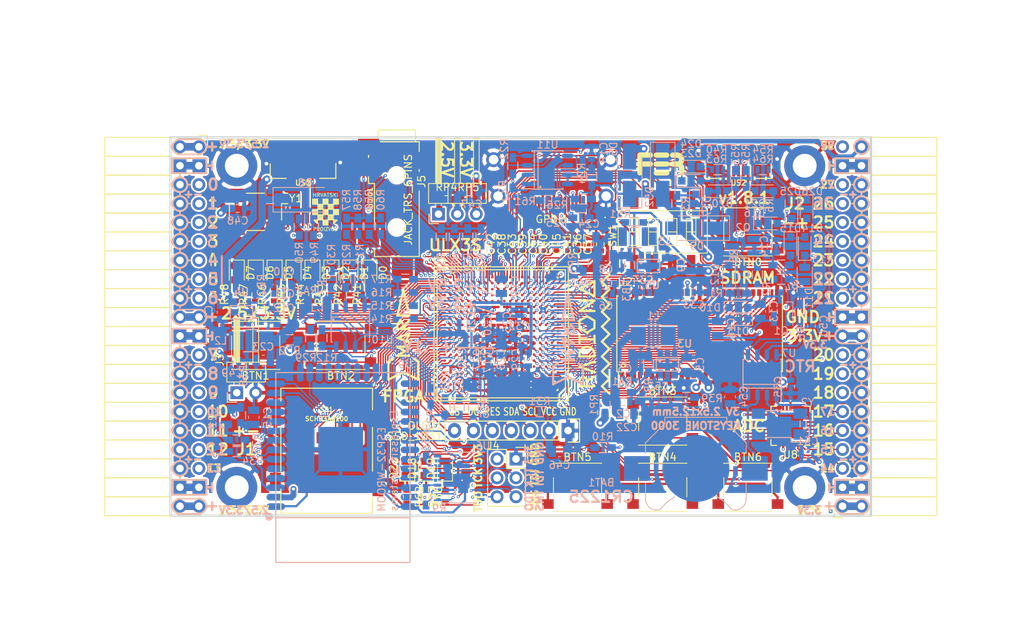
<source format=kicad_pcb>
(kicad_pcb (version 20171130) (host pcbnew 5.0.0-rc2-dev-unknown+dfsg1+20180318-2)
  (layers (0 F.Cu signal) (1 In1.Cu signal) (2 In2.Cu signal) (31 B.Cu signal) (34 B.Paste user) (35 F.Paste user) (36 B.SilkS user) (37 F.SilkS user) (38 B.Mask user) (39 F.Mask user) (44 Edge.Cuts user))
  (net 0 "")
  (net 1 GND)
  (net 2 +5V)
  (net 3 /gpio/IN5V)
  (net 4 /gpio/OUT5V)
  (net 5 +3V3)
  (net 6 BTN_D)
  (net 7 BTN_F1)
  (net 8 BTN_F2)
  (net 9 BTN_L)
  (net 10 BTN_R)
  (net 11 BTN_U)
  (net 12 /power/FB1)
  (net 13 +2V5)
  (net 14 /power/PWREN)
  (net 15 /power/FB3)
  (net 16 /power/FB2)
  (net 17 "Net-(D9-Pad1)")
  (net 18 /power/VBAT)
  (net 19 JTAG_TDI)
  (net 20 JTAG_TCK)
  (net 21 JTAG_TMS)
  (net 22 JTAG_TDO)
  (net 23 /power/WAKEUPn)
  (net 24 /power/WKUP)
  (net 25 /power/SHUT)
  (net 26 /power/WAKE)
  (net 27 /power/HOLD)
  (net 28 /power/WKn)
  (net 29 /power/OSCI_32k)
  (net 30 /power/OSCO_32k)
  (net 31 "Net-(Q2-Pad3)")
  (net 32 SHUTDOWN)
  (net 33 /analog/AUDIO_L)
  (net 34 /analog/AUDIO_R)
  (net 35 GPDI_SDA)
  (net 36 GPDI_SCL)
  (net 37 /gpdi/VREF2)
  (net 38 SD_CMD)
  (net 39 SD_CLK)
  (net 40 SD_D0)
  (net 41 SD_D1)
  (net 42 USB5V)
  (net 43 GPDI_CEC)
  (net 44 nRESET)
  (net 45 FTDI_nDTR)
  (net 46 SDRAM_CKE)
  (net 47 SDRAM_A7)
  (net 48 SDRAM_D15)
  (net 49 SDRAM_BA1)
  (net 50 SDRAM_D7)
  (net 51 SDRAM_A6)
  (net 52 SDRAM_CLK)
  (net 53 SDRAM_D13)
  (net 54 SDRAM_BA0)
  (net 55 SDRAM_D6)
  (net 56 SDRAM_A5)
  (net 57 SDRAM_D14)
  (net 58 SDRAM_A11)
  (net 59 SDRAM_D12)
  (net 60 SDRAM_D5)
  (net 61 SDRAM_A4)
  (net 62 SDRAM_A10)
  (net 63 SDRAM_D11)
  (net 64 SDRAM_A3)
  (net 65 SDRAM_D4)
  (net 66 SDRAM_D10)
  (net 67 SDRAM_D9)
  (net 68 SDRAM_A9)
  (net 69 SDRAM_D3)
  (net 70 SDRAM_D8)
  (net 71 SDRAM_A8)
  (net 72 SDRAM_A2)
  (net 73 SDRAM_A1)
  (net 74 SDRAM_A0)
  (net 75 SDRAM_D2)
  (net 76 SDRAM_D1)
  (net 77 SDRAM_D0)
  (net 78 SDRAM_DQM0)
  (net 79 SDRAM_nCS)
  (net 80 SDRAM_nRAS)
  (net 81 SDRAM_DQM1)
  (net 82 SDRAM_nCAS)
  (net 83 SDRAM_nWE)
  (net 84 /flash/FLASH_nWP)
  (net 85 /flash/FLASH_nHOLD)
  (net 86 /flash/FLASH_MOSI)
  (net 87 /flash/FLASH_MISO)
  (net 88 /flash/FLASH_SCK)
  (net 89 /flash/FLASH_nCS)
  (net 90 /flash/FPGA_PROGRAMN)
  (net 91 /flash/FPGA_DONE)
  (net 92 /flash/FPGA_INITN)
  (net 93 OLED_RES)
  (net 94 OLED_DC)
  (net 95 OLED_CS)
  (net 96 WIFI_EN)
  (net 97 FTDI_nRTS)
  (net 98 FTDI_TXD)
  (net 99 FTDI_RXD)
  (net 100 WIFI_RXD)
  (net 101 WIFI_GPIO0)
  (net 102 WIFI_TXD)
  (net 103 USB_FTDI_D+)
  (net 104 USB_FTDI_D-)
  (net 105 SD_D3)
  (net 106 AUDIO_L3)
  (net 107 AUDIO_L2)
  (net 108 AUDIO_L1)
  (net 109 AUDIO_L0)
  (net 110 AUDIO_R3)
  (net 111 AUDIO_R2)
  (net 112 AUDIO_R1)
  (net 113 AUDIO_R0)
  (net 114 OLED_CLK)
  (net 115 OLED_MOSI)
  (net 116 LED0)
  (net 117 LED1)
  (net 118 LED2)
  (net 119 LED3)
  (net 120 LED4)
  (net 121 LED5)
  (net 122 LED6)
  (net 123 LED7)
  (net 124 BTN_PWRn)
  (net 125 FTDI_nTXLED)
  (net 126 FTDI_nSLEEP)
  (net 127 /blinkey/LED_PWREN)
  (net 128 /blinkey/LED_TXLED)
  (net 129 /sdcard/SD3V3)
  (net 130 SD_D2)
  (net 131 CLK_25MHz)
  (net 132 /blinkey/BTNPUL)
  (net 133 /blinkey/BTNPUR)
  (net 134 USB_FPGA_D+)
  (net 135 /power/FTDI_nSUSPEND)
  (net 136 /blinkey/ALED0)
  (net 137 /blinkey/ALED1)
  (net 138 /blinkey/ALED2)
  (net 139 /blinkey/ALED3)
  (net 140 /blinkey/ALED4)
  (net 141 /blinkey/ALED5)
  (net 142 /blinkey/ALED6)
  (net 143 /blinkey/ALED7)
  (net 144 /usb/FTD-)
  (net 145 /usb/FTD+)
  (net 146 ADC_MISO)
  (net 147 ADC_MOSI)
  (net 148 ADC_CSn)
  (net 149 ADC_SCLK)
  (net 150 SW3)
  (net 151 SW2)
  (net 152 SW1)
  (net 153 USB_FPGA_D-)
  (net 154 /usb/FPD+)
  (net 155 /usb/FPD-)
  (net 156 WIFI_GPIO16)
  (net 157 /usb/ANT_433MHz)
  (net 158 /power/PWRBTn)
  (net 159 PROG_DONE)
  (net 160 /power/P3V3)
  (net 161 /power/P2V5)
  (net 162 /power/L1)
  (net 163 /power/L3)
  (net 164 /power/L2)
  (net 165 FTDI_TXDEN)
  (net 166 SDRAM_A12)
  (net 167 /analog/AUDIO_V)
  (net 168 AUDIO_V3)
  (net 169 AUDIO_V2)
  (net 170 AUDIO_V1)
  (net 171 AUDIO_V0)
  (net 172 /blinkey/LED_WIFI)
  (net 173 /power/P1V1)
  (net 174 +1V1)
  (net 175 SW4)
  (net 176 /blinkey/SWPU)
  (net 177 /wifi/WIFIEN)
  (net 178 FT2V5)
  (net 179 GN0)
  (net 180 GP0)
  (net 181 GN1)
  (net 182 GP1)
  (net 183 GN2)
  (net 184 GP2)
  (net 185 GN3)
  (net 186 GP3)
  (net 187 GN4)
  (net 188 GP4)
  (net 189 GN5)
  (net 190 GP5)
  (net 191 GN6)
  (net 192 GP6)
  (net 193 GN14)
  (net 194 GP14)
  (net 195 GN15)
  (net 196 GP15)
  (net 197 GN16)
  (net 198 GP16)
  (net 199 GN17)
  (net 200 GP17)
  (net 201 GN18)
  (net 202 GP18)
  (net 203 GN19)
  (net 204 GP19)
  (net 205 GN20)
  (net 206 GP20)
  (net 207 GN21)
  (net 208 GP21)
  (net 209 GN22)
  (net 210 GP22)
  (net 211 GN23)
  (net 212 GP23)
  (net 213 GN24)
  (net 214 GP24)
  (net 215 GN25)
  (net 216 GP25)
  (net 217 GN26)
  (net 218 GP26)
  (net 219 GN27)
  (net 220 GP27)
  (net 221 GN7)
  (net 222 GP7)
  (net 223 GN8)
  (net 224 GP8)
  (net 225 GN9)
  (net 226 GP9)
  (net 227 GN10)
  (net 228 GP10)
  (net 229 GN11)
  (net 230 GP11)
  (net 231 GN12)
  (net 232 GP12)
  (net 233 GN13)
  (net 234 GP13)
  (net 235 WIFI_GPIO5)
  (net 236 WIFI_GPIO17)
  (net 237 USB_FPGA_PULL_D+)
  (net 238 USB_FPGA_PULL_D-)
  (net 239 "Net-(D23-Pad2)")
  (net 240 "Net-(D24-Pad1)")
  (net 241 "Net-(D25-Pad2)")
  (net 242 "Net-(D26-Pad1)")
  (net 243 /gpdi/GPDI_ETH+)
  (net 244 FPDI_ETH+)
  (net 245 /gpdi/GPDI_ETH-)
  (net 246 FPDI_ETH-)
  (net 247 /gpdi/GPDI_D2-)
  (net 248 FPDI_D2-)
  (net 249 /gpdi/GPDI_D1-)
  (net 250 FPDI_D1-)
  (net 251 /gpdi/GPDI_D0-)
  (net 252 FPDI_D0-)
  (net 253 /gpdi/GPDI_CLK-)
  (net 254 FPDI_CLK-)
  (net 255 /gpdi/GPDI_D2+)
  (net 256 FPDI_D2+)
  (net 257 /gpdi/GPDI_D1+)
  (net 258 FPDI_D1+)
  (net 259 /gpdi/GPDI_D0+)
  (net 260 FPDI_D0+)
  (net 261 /gpdi/GPDI_CLK+)
  (net 262 FPDI_CLK+)
  (net 263 FPDI_SDA)
  (net 264 FPDI_SCL)
  (net 265 /gpdi/FPDI_CEC)
  (net 266 2V5_3V3)
  (net 267 "Net-(AUDIO1-Pad5)")
  (net 268 "Net-(AUDIO1-Pad6)")
  (net 269 "Net-(U1-PadA15)")
  (net 270 "Net-(U1-PadC9)")
  (net 271 "Net-(U1-PadD9)")
  (net 272 "Net-(U1-PadD10)")
  (net 273 "Net-(U1-PadD11)")
  (net 274 "Net-(U1-PadD12)")
  (net 275 "Net-(U1-PadE6)")
  (net 276 "Net-(U1-PadE9)")
  (net 277 "Net-(U1-PadE10)")
  (net 278 "Net-(U1-PadE11)")
  (net 279 "Net-(U1-PadJ4)")
  (net 280 "Net-(U1-PadJ5)")
  (net 281 "Net-(U1-PadK5)")
  (net 282 "Net-(U1-PadL5)")
  (net 283 "Net-(U1-PadM4)")
  (net 284 "Net-(U1-PadM5)")
  (net 285 SD_CD)
  (net 286 SD_WP)
  (net 287 "Net-(U1-PadR3)")
  (net 288 "Net-(U1-PadT16)")
  (net 289 "Net-(U1-PadW4)")
  (net 290 "Net-(U1-PadW5)")
  (net 291 "Net-(U1-PadW8)")
  (net 292 "Net-(U1-PadW9)")
  (net 293 "Net-(U1-PadW13)")
  (net 294 "Net-(U1-PadW14)")
  (net 295 "Net-(U1-PadW17)")
  (net 296 "Net-(U1-PadW18)")
  (net 297 FTDI_nRXLED)
  (net 298 "Net-(U8-Pad12)")
  (net 299 "Net-(U8-Pad25)")
  (net 300 "Net-(U9-Pad32)")
  (net 301 "Net-(U9-Pad22)")
  (net 302 "Net-(U9-Pad21)")
  (net 303 "Net-(U9-Pad20)")
  (net 304 "Net-(U9-Pad19)")
  (net 305 "Net-(U9-Pad18)")
  (net 306 "Net-(U9-Pad17)")
  (net 307 "Net-(U9-Pad12)")
  (net 308 "Net-(U9-Pad5)")
  (net 309 "Net-(U9-Pad4)")
  (net 310 "Net-(US1-Pad4)")
  (net 311 "Net-(US2-Pad4)")
  (net 312 "Net-(Y2-Pad3)")
  (net 313 "Net-(Y2-Pad2)")
  (net 314 "Net-(U1-PadK16)")
  (net 315 "Net-(U1-PadK17)")
  (module Resistors_SMD:R_0603_HandSoldering (layer B.Cu) (at 169.919 66.965 90)
    (fp_text reference R53 (at 3.259 0 270) (layer B.SilkS) (effects (justify mirror)))
    (fp_text value 27)
    (pad 1 smd rect (at -1.1 0 90) (size 1.2 0.9) (layers B.Cu B.Paste B.Mask) (net 134 USB_FPGA_D+))
    (pad 2 smd rect (at 1.1 0 90) (size 1.2 0.9) (layers B.Cu B.Paste B.Mask) (net 154 /usb/FPD+))
  )
  (module Socket_Strips:Socket_Strip_Angled_2x20 (layer F.Cu) (at 97.91 62.69 270)
    (fp_text reference J1 (at 40.64 -6.35) (layer F.SilkS) (effects (font (size 1.5 1.5) (thickness 0.3))))
    (fp_text value CONN_02X20 hide)
    (pad 1 thru_hole oval (at 0 0 270) (size 1.7272 1.7272) (drill 1.016) (layers *.Cu *.Mask) (net 266 2V5_3V3))
    (pad 2 thru_hole oval (at 0 2.54 270) (size 1.7272 1.7272) (drill 1.016) (layers *.Cu *.Mask) (net 266 2V5_3V3))
    (pad 3 thru_hole rect (at 2.54 0 270) (size 1.7272 1.7272) (drill 1.016) (layers *.Cu *.Mask) (net 1 GND))
    (pad 4 thru_hole rect (at 2.54 2.54 270) (size 1.7272 1.7272) (drill 1.016) (layers *.Cu *.Mask) (net 1 GND))
    (pad 5 thru_hole oval (at 5.08 0 270) (size 1.7272 1.7272) (drill 1.016) (layers *.Cu *.Mask) (net 179 GN0))
    (pad 6 thru_hole oval (at 5.08 2.54 270) (size 1.7272 1.7272) (drill 1.016) (layers *.Cu *.Mask) (net 180 GP0))
    (pad 7 thru_hole oval (at 7.62 0 270) (size 1.7272 1.7272) (drill 1.016) (layers *.Cu *.Mask) (net 181 GN1))
    (pad 8 thru_hole oval (at 7.62 2.54 270) (size 1.7272 1.7272) (drill 1.016) (layers *.Cu *.Mask) (net 182 GP1))
    (pad 9 thru_hole oval (at 10.16 0 270) (size 1.7272 1.7272) (drill 1.016) (layers *.Cu *.Mask) (net 183 GN2))
    (pad 10 thru_hole oval (at 10.16 2.54 270) (size 1.7272 1.7272) (drill 1.016) (layers *.Cu *.Mask) (net 184 GP2))
    (pad 11 thru_hole oval (at 12.7 0 270) (size 1.7272 1.7272) (drill 1.016) (layers *.Cu *.Mask) (net 185 GN3))
    (pad 12 thru_hole oval (at 12.7 2.54 270) (size 1.7272 1.7272) (drill 1.016) (layers *.Cu *.Mask) (net 186 GP3))
    (pad 13 thru_hole oval (at 15.24 0 270) (size 1.7272 1.7272) (drill 1.016) (layers *.Cu *.Mask) (net 187 GN4))
    (pad 14 thru_hole oval (at 15.24 2.54 270) (size 1.7272 1.7272) (drill 1.016) (layers *.Cu *.Mask) (net 188 GP4))
    (pad 15 thru_hole oval (at 17.78 0 270) (size 1.7272 1.7272) (drill 1.016) (layers *.Cu *.Mask) (net 189 GN5))
    (pad 16 thru_hole oval (at 17.78 2.54 270) (size 1.7272 1.7272) (drill 1.016) (layers *.Cu *.Mask) (net 190 GP5))
    (pad 17 thru_hole oval (at 20.32 0 270) (size 1.7272 1.7272) (drill 1.016) (layers *.Cu *.Mask) (net 191 GN6))
    (pad 18 thru_hole oval (at 20.32 2.54 270) (size 1.7272 1.7272) (drill 1.016) (layers *.Cu *.Mask) (net 192 GP6))
    (pad 19 thru_hole oval (at 22.86 0 270) (size 1.7272 1.7272) (drill 1.016) (layers *.Cu *.Mask) (net 266 2V5_3V3))
    (pad 20 thru_hole oval (at 22.86 2.54 270) (size 1.7272 1.7272) (drill 1.016) (layers *.Cu *.Mask) (net 266 2V5_3V3))
    (pad 21 thru_hole rect (at 25.4 0 270) (size 1.7272 1.7272) (drill 1.016) (layers *.Cu *.Mask) (net 1 GND))
    (pad 22 thru_hole rect (at 25.4 2.54 270) (size 1.7272 1.7272) (drill 1.016) (layers *.Cu *.Mask) (net 1 GND))
    (pad 23 thru_hole oval (at 27.94 0 270) (size 1.7272 1.7272) (drill 1.016) (layers *.Cu *.Mask) (net 221 GN7))
    (pad 24 thru_hole oval (at 27.94 2.54 270) (size 1.7272 1.7272) (drill 1.016) (layers *.Cu *.Mask) (net 222 GP7))
    (pad 25 thru_hole oval (at 30.48 0 270) (size 1.7272 1.7272) (drill 1.016) (layers *.Cu *.Mask) (net 223 GN8))
    (pad 26 thru_hole oval (at 30.48 2.54 270) (size 1.7272 1.7272) (drill 1.016) (layers *.Cu *.Mask) (net 224 GP8))
    (pad 27 thru_hole oval (at 33.02 0 270) (size 1.7272 1.7272) (drill 1.016) (layers *.Cu *.Mask) (net 225 GN9))
    (pad 28 thru_hole oval (at 33.02 2.54 270) (size 1.7272 1.7272) (drill 1.016) (layers *.Cu *.Mask) (net 226 GP9))
    (pad 29 thru_hole oval (at 35.56 0 270) (size 1.7272 1.7272) (drill 1.016) (layers *.Cu *.Mask) (net 227 GN10))
    (pad 30 thru_hole oval (at 35.56 2.54 270) (size 1.7272 1.7272) (drill 1.016) (layers *.Cu *.Mask) (net 228 GP10))
    (pad 31 thru_hole oval (at 38.1 0 270) (size 1.7272 1.7272) (drill 1.016) (layers *.Cu *.Mask) (net 229 GN11))
    (pad 32 thru_hole oval (at 38.1 2.54 270) (size 1.7272 1.7272) (drill 1.016) (layers *.Cu *.Mask) (net 230 GP11))
    (pad 33 thru_hole oval (at 40.64 0 270) (size 1.7272 1.7272) (drill 1.016) (layers *.Cu *.Mask) (net 231 GN12))
    (pad 34 thru_hole oval (at 40.64 2.54 270) (size 1.7272 1.7272) (drill 1.016) (layers *.Cu *.Mask) (net 232 GP12))
    (pad 35 thru_hole oval (at 43.18 0 270) (size 1.7272 1.7272) (drill 1.016) (layers *.Cu *.Mask) (net 233 GN13))
    (pad 36 thru_hole oval (at 43.18 2.54 270) (size 1.7272 1.7272) (drill 1.016) (layers *.Cu *.Mask) (net 234 GP13))
    (pad 37 thru_hole rect (at 45.72 0 270) (size 1.7272 1.7272) (drill 1.016) (layers *.Cu *.Mask) (net 1 GND))
    (pad 38 thru_hole rect (at 45.72 2.54 270) (size 1.7272 1.7272) (drill 1.016) (layers *.Cu *.Mask) (net 1 GND))
    (pad 39 thru_hole oval (at 48.26 0 270) (size 1.7272 1.7272) (drill 1.016) (layers *.Cu *.Mask) (net 266 2V5_3V3))
    (pad 40 thru_hole oval (at 48.26 2.54 270) (size 1.7272 1.7272) (drill 1.016) (layers *.Cu *.Mask) (net 266 2V5_3V3))
  )
  (module SMD_Packages:1Pin (layer F.Cu) (at 182.67515 111.637626)
    (fp_text reference AE1 hide)
    (fp_text value 433MHz hide)
    (pad 1 smd rect (at 0 0) (size 0.5 0.5) (layers B.Cu F.Paste F.Mask) (net 157 /usb/ANT_433MHz))
  )
  (module Resistors_SMD:R_0603_HandSoldering (layer B.Cu) (at 103.498 98.758 90)
    (fp_text reference R38 (at 5.334 0.396 90) (layer B.SilkS) (effects (justify mirror)))
    (fp_text value 0.47)
    (pad 1 smd rect (at -1.1 0 90) (size 1.2 0.9) (layers B.Cu B.Paste B.Mask) (net 129 /sdcard/SD3V3))
    (pad 2 smd rect (at 1.1 0 90) (size 1.2 0.9) (layers B.Cu B.Paste B.Mask) (net 5 +3V3))
  )
  (module Diodes_SMD:D_SMA_Handsoldering (layer B.Cu) (at 155.695 66.5 90)
    (fp_text reference D51 (at 3.048 -2.159 90) (layer B.SilkS) (effects (justify mirror)))
    (fp_text value STPS2L30AF hide)
    (pad 1 smd rect (at -2.5 0 90) (size 3.5 1.8) (layers B.Cu B.Paste B.Mask) (net 2 +5V))
    (pad 2 smd rect (at 2.5 0 90) (size 3.5 1.8) (layers B.Cu B.Paste B.Mask) (net 3 /gpio/IN5V))
  )
  (module Resistors_SMD:R_0603_HandSoldering (layer B.Cu) (at 156.33 72.85 180)
    (fp_text reference R51 (at 1.905 1.143 180) (layer B.SilkS) (effects (justify mirror)))
    (fp_text value 150)
    (pad 1 smd rect (at -1.1 0 180) (size 1.2 0.9) (layers B.Cu B.Paste B.Mask) (net 5 +3V3))
    (pad 2 smd rect (at 1.1 0 180) (size 1.2 0.9) (layers B.Cu B.Paste B.Mask) (net 176 /blinkey/SWPU))
  )
  (module Resistors_SMD:R_1210_HandSoldering (layer B.Cu) (at 158.87 88.09 180)
    (fp_text reference L1 (at 0 2.7 180) (layer B.SilkS) (effects (justify mirror)))
    (fp_text value 2.2uH)
    (pad 1 smd rect (at -2 0 180) (size 2 2.5) (layers B.Cu B.Paste B.Mask) (net 162 /power/L1))
    (pad 2 smd rect (at 2 0 180) (size 2 2.5) (layers B.Cu B.Paste B.Mask) (net 173 /power/P1V1))
  )
  (module TSOT-25:TSOT-25 (layer B.Cu) (at 160.775 91.9)
    (fp_text reference U3 (at 2.301 -2.776) (layer B.SilkS) (effects (font (thickness 0.2)) (justify mirror)))
    (fp_text value TLV62569DBV)
    (pad 1 smd rect (at -0.95 -1.3) (size 0.7 1.2) (layers B.Cu B.Paste B.Mask) (net 14 /power/PWREN))
    (pad 2 smd rect (at 0 -1.3) (size 0.7 1.2) (layers B.Cu B.Paste B.Mask) (net 1 GND))
    (pad 3 smd rect (at 0.95 -1.3) (size 0.7 1.2) (layers B.Cu B.Paste B.Mask) (net 162 /power/L1))
    (pad 4 smd rect (at 0.95 1.3) (size 0.7 1.2) (layers B.Cu B.Paste B.Mask) (net 2 +5V))
    (pad 5 smd rect (at -0.95 1.3) (size 0.7 1.2) (layers B.Cu B.Paste B.Mask) (net 12 /power/FB1))
  )
  (module Resistors_SMD:R_1210_HandSoldering (layer B.Cu) (at 104.895 88.725)
    (fp_text reference L2 (at -4.064 0) (layer B.SilkS) (effects (justify mirror)))
    (fp_text value 2.2uH)
    (pad 1 smd rect (at -2 0) (size 2 2.5) (layers B.Cu B.Paste B.Mask) (net 164 /power/L2))
    (pad 2 smd rect (at 2 0) (size 2 2.5) (layers B.Cu B.Paste B.Mask) (net 161 /power/P2V5))
  )
  (module TSOT-25:TSOT-25 (layer B.Cu) (at 103.625 84.915 180)
    (fp_text reference U4 (at 0 2.697 180) (layer B.SilkS) (effects (font (thickness 0.2)) (justify mirror)))
    (fp_text value TLV62569DBV)
    (pad 1 smd rect (at -0.95 -1.3 180) (size 0.7 1.2) (layers B.Cu B.Paste B.Mask) (net 14 /power/PWREN))
    (pad 2 smd rect (at 0 -1.3 180) (size 0.7 1.2) (layers B.Cu B.Paste B.Mask) (net 1 GND))
    (pad 3 smd rect (at 0.95 -1.3 180) (size 0.7 1.2) (layers B.Cu B.Paste B.Mask) (net 164 /power/L2))
    (pad 4 smd rect (at 0.95 1.3 180) (size 0.7 1.2) (layers B.Cu B.Paste B.Mask) (net 2 +5V))
    (pad 5 smd rect (at -0.95 1.3 180) (size 0.7 1.2) (layers B.Cu B.Paste B.Mask) (net 16 /power/FB2))
  )
  (module Resistors_SMD:R_1210_HandSoldering (layer B.Cu) (at 156.33 74.755 180)
    (fp_text reference L3 (at -4.064 -0.635 180) (layer B.SilkS) (effects (justify mirror)))
    (fp_text value 2.2uH)
    (pad 1 smd rect (at -2 0 180) (size 2 2.5) (layers B.Cu B.Paste B.Mask) (net 163 /power/L3))
    (pad 2 smd rect (at 2 0 180) (size 2 2.5) (layers B.Cu B.Paste B.Mask) (net 160 /power/P3V3))
  )
  (module TSOT-25:TSOT-25 (layer B.Cu) (at 158.235 78.692)
    (fp_text reference U5 (at 0.523 2.558) (layer B.SilkS) (effects (font (thickness 0.2)) (justify mirror)))
    (fp_text value TLV62569DBV)
    (pad 1 smd rect (at -0.95 -1.3) (size 0.7 1.2) (layers B.Cu B.Paste B.Mask) (net 14 /power/PWREN))
    (pad 2 smd rect (at 0 -1.3) (size 0.7 1.2) (layers B.Cu B.Paste B.Mask) (net 1 GND))
    (pad 3 smd rect (at 0.95 -1.3) (size 0.7 1.2) (layers B.Cu B.Paste B.Mask) (net 163 /power/L3))
    (pad 4 smd rect (at 0.95 1.3) (size 0.7 1.2) (layers B.Cu B.Paste B.Mask) (net 2 +5V))
    (pad 5 smd rect (at -0.95 1.3) (size 0.7 1.2) (layers B.Cu B.Paste B.Mask) (net 15 /power/FB3))
  )
  (module TO_SOT_Packages_SMD:SOT-23_Handsoldering (layer B.Cu) (at 176.015 84.28 90)
    (fp_text reference Q1 (at -3.1115 0 180) (layer B.SilkS) (effects (justify mirror)))
    (fp_text value BC857)
    (pad 1 smd rect (at -1.5 0.95 90) (size 1.9 0.8) (layers B.Cu B.Paste B.Mask) (net 28 /power/WKn))
    (pad 2 smd rect (at -1.5 -0.95 90) (size 1.9 0.8) (layers B.Cu B.Paste B.Mask) (net 2 +5V))
    (pad 3 smd rect (at 1.5 0 90) (size 1.9 0.8) (layers B.Cu B.Paste B.Mask) (net 24 /power/WKUP))
  )
  (module TO_SOT_Packages_SMD:SOT-23_Handsoldering (layer B.Cu) (at 170.935 76.025 180)
    (fp_text reference Q2 (at 0 2.5 180) (layer B.SilkS) (effects (justify mirror)))
    (fp_text value 2N7002)
    (pad 1 smd rect (at -1.5 0.95 180) (size 1.9 0.8) (layers B.Cu B.Paste B.Mask) (net 25 /power/SHUT))
    (pad 2 smd rect (at -1.5 -0.95 180) (size 1.9 0.8) (layers B.Cu B.Paste B.Mask) (net 1 GND))
    (pad 3 smd rect (at 1.5 0 180) (size 1.9 0.8) (layers B.Cu B.Paste B.Mask) (net 31 "Net-(Q2-Pad3)"))
  )
  (module Resistors_SMD:R_0603_HandSoldering (layer B.Cu) (at 170.3 82.375)
    (fp_text reference R1 (at -3.048 0) (layer B.SilkS) (effects (justify mirror)))
    (fp_text value 15k)
    (pad 1 smd rect (at -1.1 0) (size 1.2 0.9) (layers B.Cu B.Paste B.Mask) (net 26 /power/WAKE))
    (pad 2 smd rect (at 1.1 0) (size 1.2 0.9) (layers B.Cu B.Paste B.Mask) (net 14 /power/PWREN))
  )
  (module Resistors_SMD:R_0603_HandSoldering (layer B.Cu) (at 172.84 79.835 90)
    (fp_text reference R2 (at -1.905 1.27 90) (layer B.SilkS) (effects (justify mirror)))
    (fp_text value 47k)
    (pad 1 smd rect (at -1.1 0 90) (size 1.2 0.9) (layers B.Cu B.Paste B.Mask) (net 14 /power/PWREN))
    (pad 2 smd rect (at 1.1 0 90) (size 1.2 0.9) (layers B.Cu B.Paste B.Mask) (net 1 GND))
  )
  (module Resistors_SMD:R_0603_HandSoldering (layer B.Cu) (at 176.015 80.47 180)
    (fp_text reference R4 (at -1.397 -1.27) (layer B.SilkS) (effects (justify mirror)))
    (fp_text value 4.7k)
    (pad 1 smd rect (at -1.1 0 180) (size 1.2 0.9) (layers B.Cu B.Paste B.Mask) (net 27 /power/HOLD))
    (pad 2 smd rect (at 1.1 0 180) (size 1.2 0.9) (layers B.Cu B.Paste B.Mask) (net 14 /power/PWREN))
  )
  (module Resistors_SMD:R_0603_HandSoldering (layer B.Cu) (at 174.11 76.025 270)
    (fp_text reference R5 (at -5.461 -0.381 270) (layer B.SilkS) (effects (justify mirror)))
    (fp_text value 4.7M)
    (pad 1 smd rect (at -1.1 0 270) (size 1.2 0.9) (layers B.Cu B.Paste B.Mask) (net 25 /power/SHUT))
    (pad 2 smd rect (at 1.1 0 270) (size 1.2 0.9) (layers B.Cu B.Paste B.Mask) (net 1 GND))
  )
  (module Resistors_SMD:R_0603_HandSoldering (layer B.Cu) (at 178.555 84.915 270)
    (fp_text reference R6 (at 2.812 -0.142 270) (layer B.SilkS) (effects (justify mirror)))
    (fp_text value 1k)
    (pad 1 smd rect (at -1.1 0 270) (size 1.2 0.9) (layers B.Cu B.Paste B.Mask) (net 28 /power/WKn))
    (pad 2 smd rect (at 1.1 0 270) (size 1.2 0.9) (layers B.Cu B.Paste B.Mask) (net 23 /power/WAKEUPn))
  )
  (module Resistors_SMD:R_0603_HandSoldering (layer B.Cu) (at 113.785 84.28 270)
    (fp_text reference R7 (at -2.794 -0.635 270) (layer B.SilkS) (effects (justify mirror)))
    (fp_text value 150)
    (pad 1 smd rect (at -1.1 0 270) (size 1.2 0.9) (layers B.Cu B.Paste B.Mask) (net 5 +3V3))
    (pad 2 smd rect (at 1.1 0 270) (size 1.2 0.9) (layers B.Cu B.Paste B.Mask) (net 132 /blinkey/BTNPUL))
  )
  (module Resistors_SMD:R_0603_HandSoldering (layer B.Cu) (at 170.935 79.835 90)
    (fp_text reference R8 (at 2.54 -1.27 90) (layer B.SilkS) (effects (justify mirror)))
    (fp_text value 1k)
    (pad 1 smd rect (at -1.1 0 90) (size 1.2 0.9) (layers B.Cu B.Paste B.Mask) (net 14 /power/PWREN))
    (pad 2 smd rect (at 1.1 0 90) (size 1.2 0.9) (layers B.Cu B.Paste B.Mask) (net 31 "Net-(Q2-Pad3)"))
  )
  (module Resistors_SMD:R_0603_HandSoldering (layer B.Cu) (at 128.39 109.68 270)
    (fp_text reference R9 (at 1.524 -1.778) (layer B.SilkS) (effects (justify mirror)))
    (fp_text value 15k)
    (pad 1 smd rect (at -1.1 0 270) (size 1.2 0.9) (layers B.Cu B.Paste B.Mask) (net 44 nRESET))
    (pad 2 smd rect (at 1.1 0 270) (size 1.2 0.9) (layers B.Cu B.Paste B.Mask) (net 178 FT2V5))
  )
  (module Resistors_SMD:R_0603_HandSoldering (layer B.Cu) (at 152.139 103.076 180)
    (fp_text reference R10 (at 0.059 1.476 180) (layer B.SilkS) (effects (justify mirror)))
    (fp_text value 150)
    (pad 1 smd rect (at -1.1 0 180) (size 1.2 0.9) (layers B.Cu B.Paste B.Mask) (net 135 /power/FTDI_nSUSPEND))
    (pad 2 smd rect (at 1.1 0 180) (size 1.2 0.9) (layers B.Cu B.Paste B.Mask) (net 126 FTDI_nSLEEP))
  )
  (module Resistors_SMD:R_0603_HandSoldering (layer B.Cu) (at 176.015 78.565 180)
    (fp_text reference R13 (at -5.588 0.762 180) (layer B.SilkS) (effects (justify mirror)))
    (fp_text value 15k)
    (pad 1 smd rect (at -1.1 0 180) (size 1.2 0.9) (layers B.Cu B.Paste B.Mask) (net 32 SHUTDOWN))
    (pad 2 smd rect (at 1.1 0 180) (size 1.2 0.9) (layers B.Cu B.Paste B.Mask) (net 1 GND))
  )
  (module Resistors_SMD:R_0603_HandSoldering (layer B.Cu) (at 154.86 95.64)
    (fp_text reference RA1 (at -0.181 -1.454) (layer B.SilkS) (effects (justify mirror)))
    (fp_text value 15k)
    (pad 1 smd rect (at -1.1 0) (size 1.2 0.9) (layers B.Cu B.Paste B.Mask) (net 173 /power/P1V1))
    (pad 2 smd rect (at 1.1 0) (size 1.2 0.9) (layers B.Cu B.Paste B.Mask) (net 12 /power/FB1))
  )
  (module Resistors_SMD:R_0603_HandSoldering (layer B.Cu) (at 109.34 82.375 180)
    (fp_text reference RA2 (at -3.048 0.381) (layer B.SilkS) (effects (justify mirror)))
    (fp_text value 15k)
    (pad 1 smd rect (at -1.1 0 180) (size 1.2 0.9) (layers B.Cu B.Paste B.Mask) (net 161 /power/P2V5))
    (pad 2 smd rect (at 1.1 0 180) (size 1.2 0.9) (layers B.Cu B.Paste B.Mask) (net 16 /power/FB2))
  )
  (module Resistors_SMD:R_0603_HandSoldering (layer B.Cu) (at 152.52 81.105)
    (fp_text reference RA3 (at -3.302 -0.127) (layer B.SilkS) (effects (justify mirror)))
    (fp_text value 15k)
    (pad 1 smd rect (at -1.1 0) (size 1.2 0.9) (layers B.Cu B.Paste B.Mask) (net 160 /power/P3V3))
    (pad 2 smd rect (at 1.1 0) (size 1.2 0.9) (layers B.Cu B.Paste B.Mask) (net 15 /power/FB3))
  )
  (module Resistors_SMD:R_0603_HandSoldering (layer B.Cu) (at 158.235 91.9 270)
    (fp_text reference RB1 (at 3.302 0 270) (layer B.SilkS) (effects (justify mirror)))
    (fp_text value 18k)
    (pad 1 smd rect (at -1.1 0 270) (size 1.2 0.9) (layers B.Cu B.Paste B.Mask) (net 1 GND))
    (pad 2 smd rect (at 1.1 0 270) (size 1.2 0.9) (layers B.Cu B.Paste B.Mask) (net 12 /power/FB1))
  )
  (module Resistors_SMD:R_0603_HandSoldering (layer B.Cu) (at 106.165 84.915 90)
    (fp_text reference RB2 (at 3.683 0.127 90) (layer B.SilkS) (effects (justify mirror)))
    (fp_text value 4.7k)
    (pad 1 smd rect (at -1.1 0 90) (size 1.2 0.9) (layers B.Cu B.Paste B.Mask) (net 1 GND))
    (pad 2 smd rect (at 1.1 0 90) (size 1.2 0.9) (layers B.Cu B.Paste B.Mask) (net 16 /power/FB2))
  )
  (module Resistors_SMD:R_0603_HandSoldering (layer B.Cu) (at 155.695 78.565 270)
    (fp_text reference RB3 (at 3.429 0.395 270) (layer B.SilkS) (effects (justify mirror)))
    (fp_text value 3.3k)
    (pad 1 smd rect (at -1.1 0 270) (size 1.2 0.9) (layers B.Cu B.Paste B.Mask) (net 1 GND))
    (pad 2 smd rect (at 1.1 0 270) (size 1.2 0.9) (layers B.Cu B.Paste B.Mask) (net 15 /power/FB3))
  )
  (module Resistors_SMD:R_0603_HandSoldering (layer B.Cu) (at 125.596 85.804 180)
    (fp_text reference R14 (at 3.175 0 180) (layer B.SilkS) (effects (justify mirror)))
    (fp_text value 1.2k)
    (pad 1 smd rect (at -1.1 0 180) (size 1.2 0.9) (layers B.Cu B.Paste B.Mask) (net 109 AUDIO_L0))
    (pad 2 smd rect (at 1.1 0 180) (size 1.2 0.9) (layers B.Cu B.Paste B.Mask) (net 33 /analog/AUDIO_L))
  )
  (module Resistors_SMD:R_0603_HandSoldering (layer B.Cu) (at 125.596 84.026 180)
    (fp_text reference R15 (at 3.175 -0.001 180) (layer B.SilkS) (effects (justify mirror)))
    (fp_text value 680)
    (pad 1 smd rect (at -1.1 0 180) (size 1.2 0.9) (layers B.Cu B.Paste B.Mask) (net 108 AUDIO_L1))
    (pad 2 smd rect (at 1.1 0 180) (size 1.2 0.9) (layers B.Cu B.Paste B.Mask) (net 33 /analog/AUDIO_L))
  )
  (module Resistors_SMD:R_0603_HandSoldering (layer B.Cu) (at 125.596 82.248 180)
    (fp_text reference R16 (at 3.175 0 180) (layer B.SilkS) (effects (justify mirror)))
    (fp_text value 330)
    (pad 1 smd rect (at -1.1 0 180) (size 1.2 0.9) (layers B.Cu B.Paste B.Mask) (net 107 AUDIO_L2))
    (pad 2 smd rect (at 1.1 0 180) (size 1.2 0.9) (layers B.Cu B.Paste B.Mask) (net 33 /analog/AUDIO_L))
  )
  (module Resistors_SMD:R_0603_HandSoldering (layer B.Cu) (at 125.596 80.47 180)
    (fp_text reference R17 (at 3.175 0 180) (layer B.SilkS) (effects (justify mirror)))
    (fp_text value 150)
    (pad 1 smd rect (at -1.1 0 180) (size 1.2 0.9) (layers B.Cu B.Paste B.Mask) (net 106 AUDIO_L3))
    (pad 2 smd rect (at 1.1 0 180) (size 1.2 0.9) (layers B.Cu B.Paste B.Mask) (net 33 /analog/AUDIO_L))
  )
  (module Resistors_SMD:R_0603_HandSoldering (layer B.Cu) (at 130.422 74.773 90)
    (fp_text reference R18 (at -3.556 0 90) (layer B.SilkS) (effects (justify mirror)))
    (fp_text value 1.2k)
    (pad 1 smd rect (at -1.1 0 90) (size 1.2 0.9) (layers B.Cu B.Paste B.Mask) (net 113 AUDIO_R0))
    (pad 2 smd rect (at 1.1 0 90) (size 1.2 0.9) (layers B.Cu B.Paste B.Mask) (net 34 /analog/AUDIO_R))
  )
  (module Resistors_SMD:R_0603_HandSoldering (layer B.Cu) (at 132.2 74.773 90)
    (fp_text reference R19 (at -3.556 0 90) (layer B.SilkS) (effects (justify mirror)))
    (fp_text value 680)
    (pad 1 smd rect (at -1.1 0 90) (size 1.2 0.9) (layers B.Cu B.Paste B.Mask) (net 112 AUDIO_R1))
    (pad 2 smd rect (at 1.1 0 90) (size 1.2 0.9) (layers B.Cu B.Paste B.Mask) (net 34 /analog/AUDIO_R))
  )
  (module Resistors_SMD:R_0603_HandSoldering (layer B.Cu) (at 133.993 74.773 90)
    (fp_text reference R20 (at -3.556 0 90) (layer B.SilkS) (effects (justify mirror)))
    (fp_text value 330)
    (pad 1 smd rect (at -1.1 0 90) (size 1.2 0.9) (layers B.Cu B.Paste B.Mask) (net 111 AUDIO_R2))
    (pad 2 smd rect (at 1.1 0 90) (size 1.2 0.9) (layers B.Cu B.Paste B.Mask) (net 34 /analog/AUDIO_R))
  )
  (module Resistors_SMD:R_0603_HandSoldering (layer B.Cu) (at 135.771 74.773 90)
    (fp_text reference R21 (at -3.556 0 90) (layer B.SilkS) (effects (justify mirror)))
    (fp_text value 150)
    (pad 1 smd rect (at -1.1 0 90) (size 1.2 0.9) (layers B.Cu B.Paste B.Mask) (net 110 AUDIO_R3))
    (pad 2 smd rect (at 1.1 0 90) (size 1.2 0.9) (layers B.Cu B.Paste B.Mask) (net 34 /analog/AUDIO_R))
  )
  (module Socket_Strips:Socket_Strip_Angled_2x20 (layer F.Cu) (at 184.27 110.95 90)
    (fp_text reference J2 (at 40.64 -6.35 180) (layer F.SilkS) (effects (font (size 1.5 1.5) (thickness 0.3))))
    (fp_text value CONN_02X20 hide)
    (pad 1 thru_hole oval (at 0 0 90) (size 1.7272 1.7272) (drill 1.016) (layers *.Cu *.Mask) (net 5 +3V3))
    (pad 2 thru_hole oval (at 0 2.54 90) (size 1.7272 1.7272) (drill 1.016) (layers *.Cu *.Mask) (net 5 +3V3))
    (pad 3 thru_hole rect (at 2.54 0 90) (size 1.7272 1.7272) (drill 1.016) (layers *.Cu *.Mask) (net 1 GND))
    (pad 4 thru_hole rect (at 2.54 2.54 90) (size 1.7272 1.7272) (drill 1.016) (layers *.Cu *.Mask) (net 1 GND))
    (pad 5 thru_hole oval (at 5.08 0 90) (size 1.7272 1.7272) (drill 1.016) (layers *.Cu *.Mask) (net 193 GN14))
    (pad 6 thru_hole oval (at 5.08 2.54 90) (size 1.7272 1.7272) (drill 1.016) (layers *.Cu *.Mask) (net 194 GP14))
    (pad 7 thru_hole oval (at 7.62 0 90) (size 1.7272 1.7272) (drill 1.016) (layers *.Cu *.Mask) (net 195 GN15))
    (pad 8 thru_hole oval (at 7.62 2.54 90) (size 1.7272 1.7272) (drill 1.016) (layers *.Cu *.Mask) (net 196 GP15))
    (pad 9 thru_hole oval (at 10.16 0 90) (size 1.7272 1.7272) (drill 1.016) (layers *.Cu *.Mask) (net 197 GN16))
    (pad 10 thru_hole oval (at 10.16 2.54 90) (size 1.7272 1.7272) (drill 1.016) (layers *.Cu *.Mask) (net 198 GP16))
    (pad 11 thru_hole oval (at 12.7 0 90) (size 1.7272 1.7272) (drill 1.016) (layers *.Cu *.Mask) (net 199 GN17))
    (pad 12 thru_hole oval (at 12.7 2.54 90) (size 1.7272 1.7272) (drill 1.016) (layers *.Cu *.Mask) (net 200 GP17))
    (pad 13 thru_hole oval (at 15.24 0 90) (size 1.7272 1.7272) (drill 1.016) (layers *.Cu *.Mask) (net 201 GN18))
    (pad 14 thru_hole oval (at 15.24 2.54 90) (size 1.7272 1.7272) (drill 1.016) (layers *.Cu *.Mask) (net 202 GP18))
    (pad 15 thru_hole oval (at 17.78 0 90) (size 1.7272 1.7272) (drill 1.016) (layers *.Cu *.Mask) (net 203 GN19))
    (pad 16 thru_hole oval (at 17.78 2.54 90) (size 1.7272 1.7272) (drill 1.016) (layers *.Cu *.Mask) (net 204 GP19))
    (pad 17 thru_hole oval (at 20.32 0 90) (size 1.7272 1.7272) (drill 1.016) (layers *.Cu *.Mask) (net 205 GN20))
    (pad 18 thru_hole oval (at 20.32 2.54 90) (size 1.7272 1.7272) (drill 1.016) (layers *.Cu *.Mask) (net 206 GP20))
    (pad 19 thru_hole oval (at 22.86 0 90) (size 1.7272 1.7272) (drill 1.016) (layers *.Cu *.Mask) (net 5 +3V3))
    (pad 20 thru_hole oval (at 22.86 2.54 90) (size 1.7272 1.7272) (drill 1.016) (layers *.Cu *.Mask) (net 5 +3V3))
    (pad 21 thru_hole rect (at 25.4 0 90) (size 1.7272 1.7272) (drill 1.016) (layers *.Cu *.Mask) (net 1 GND))
    (pad 22 thru_hole rect (at 25.4 2.54 90) (size 1.7272 1.7272) (drill 1.016) (layers *.Cu *.Mask) (net 1 GND))
    (pad 23 thru_hole oval (at 27.94 0 90) (size 1.7272 1.7272) (drill 1.016) (layers *.Cu *.Mask) (net 207 GN21))
    (pad 24 thru_hole oval (at 27.94 2.54 90) (size 1.7272 1.7272) (drill 1.016) (layers *.Cu *.Mask) (net 208 GP21))
    (pad 25 thru_hole oval (at 30.48 0 90) (size 1.7272 1.7272) (drill 1.016) (layers *.Cu *.Mask) (net 209 GN22))
    (pad 26 thru_hole oval (at 30.48 2.54 90) (size 1.7272 1.7272) (drill 1.016) (layers *.Cu *.Mask) (net 210 GP22))
    (pad 27 thru_hole oval (at 33.02 0 90) (size 1.7272 1.7272) (drill 1.016) (layers *.Cu *.Mask) (net 211 GN23))
    (pad 28 thru_hole oval (at 33.02 2.54 90) (size 1.7272 1.7272) (drill 1.016) (layers *.Cu *.Mask) (net 212 GP23))
    (pad 29 thru_hole oval (at 35.56 0 90) (size 1.7272 1.7272) (drill 1.016) (layers *.Cu *.Mask) (net 213 GN24))
    (pad 30 thru_hole oval (at 35.56 2.54 90) (size 1.7272 1.7272) (drill 1.016) (layers *.Cu *.Mask) (net 214 GP24))
    (pad 31 thru_hole oval (at 38.1 0 90) (size 1.7272 1.7272) (drill 1.016) (layers *.Cu *.Mask) (net 215 GN25))
    (pad 32 thru_hole oval (at 38.1 2.54 90) (size 1.7272 1.7272) (drill 1.016) (layers *.Cu *.Mask) (net 216 GP25))
    (pad 33 thru_hole oval (at 40.64 0 90) (size 1.7272 1.7272) (drill 1.016) (layers *.Cu *.Mask) (net 217 GN26))
    (pad 34 thru_hole oval (at 40.64 2.54 90) (size 1.7272 1.7272) (drill 1.016) (layers *.Cu *.Mask) (net 218 GP26))
    (pad 35 thru_hole oval (at 43.18 0 90) (size 1.7272 1.7272) (drill 1.016) (layers *.Cu *.Mask) (net 219 GN27))
    (pad 36 thru_hole oval (at 43.18 2.54 90) (size 1.7272 1.7272) (drill 1.016) (layers *.Cu *.Mask) (net 220 GP27))
    (pad 37 thru_hole rect (at 45.72 0 90) (size 1.7272 1.7272) (drill 1.016) (layers *.Cu *.Mask) (net 1 GND))
    (pad 38 thru_hole rect (at 45.72 2.54 90) (size 1.7272 1.7272) (drill 1.016) (layers *.Cu *.Mask) (net 1 GND))
    (pad 39 thru_hole oval (at 48.26 0 90) (size 1.7272 1.7272) (drill 1.016) (layers *.Cu *.Mask) (net 3 /gpio/IN5V))
    (pad 40 thru_hole oval (at 48.26 2.54 90) (size 1.7272 1.7272) (drill 1.016) (layers *.Cu *.Mask) (net 4 /gpio/OUT5V))
  )
  (module Mounting_Holes:MountingHole_3.2mm_M3_ISO14580_Pad (layer F.Cu) (at 102.99 108.41)
    (fp_text reference H1 hide)
    (fp_text value HOLE hide)
    (pad 1 thru_hole circle (at 0 0) (size 5.5 5.5) (drill 3.2) (layers *.Cu *.Mask) (net 1 GND))
  )
  (module Mounting_Holes:MountingHole_3.2mm_M3_ISO14580_Pad (layer F.Cu) (at 179.19 108.41)
    (fp_text reference H2 hide)
    (fp_text value HOLE hide)
    (pad 1 thru_hole circle (at 0 0) (size 5.5 5.5) (drill 3.2) (layers *.Cu *.Mask) (net 1 GND))
  )
  (module Mounting_Holes:MountingHole_3.2mm_M3_ISO14580_Pad (layer F.Cu) (at 179.19 65.23)
    (fp_text reference H3 hide)
    (fp_text value HOLE hide)
    (pad 1 thru_hole circle (at 0 0) (size 5.5 5.5) (drill 3.2) (layers *.Cu *.Mask) (net 1 GND))
  )
  (module Mounting_Holes:MountingHole_3.2mm_M3_ISO14580_Pad (layer F.Cu) (at 102.99 65.23)
    (fp_text reference H4 hide)
    (fp_text value HOLE hide)
    (pad 1 thru_hole circle (at 0 0) (size 5.5 5.5) (drill 3.2) (layers *.Cu *.Mask) (net 1 GND))
  )
  (module Resistors_SMD:R_0603_HandSoldering (layer B.Cu) (at 162.045 70.31 90)
    (fp_text reference R3 (at 0 1.143 90) (layer B.SilkS) (effects (justify mirror)))
    (fp_text value 4.7k)
    (pad 1 smd rect (at -1.1 0 90) (size 1.2 0.9) (layers B.Cu B.Paste B.Mask) (net 2 +5V))
    (pad 2 smd rect (at 1.1 0 90) (size 1.2 0.9) (layers B.Cu B.Paste B.Mask) (net 158 /power/PWRBTn))
  )
  (module Resistors_SMD:R_0603_HandSoldering (layer B.Cu) (at 140.0255 65.23 90)
    (fp_text reference R22 (at 2.23 -1.14 90) (layer B.SilkS) (effects (justify mirror)))
    (fp_text value 2.2k)
    (pad 1 smd rect (at -1.1 0 90) (size 1.2 0.9) (layers B.Cu B.Paste B.Mask) (net 5 +3V3))
    (pad 2 smd rect (at 1.1 0 90) (size 1.2 0.9) (layers B.Cu B.Paste B.Mask) (net 263 FPDI_SDA))
  )
  (module Resistors_SMD:R_0603_HandSoldering (layer B.Cu) (at 140.0255 69.312 270)
    (fp_text reference R23 (at -0.712 1.355 270) (layer B.SilkS) (effects (justify mirror)))
    (fp_text value 2.2k)
    (pad 1 smd rect (at -1.1 0 270) (size 1.2 0.9) (layers B.Cu B.Paste B.Mask) (net 5 +3V3))
    (pad 2 smd rect (at 1.1 0 270) (size 1.2 0.9) (layers B.Cu B.Paste B.Mask) (net 264 FPDI_SCL))
  )
  (module Resistors_SMD:R_0603_HandSoldering (layer B.Cu) (at 150.615 66.772 90)
    (fp_text reference R24 (at 0.508 -1.397 90) (layer B.SilkS) (effects (justify mirror)))
    (fp_text value 100k)
    (pad 1 smd rect (at -1.1 0 90) (size 1.2 0.9) (layers B.Cu B.Paste B.Mask) (net 2 +5V))
    (pad 2 smd rect (at 1.1 0 90) (size 1.2 0.9) (layers B.Cu B.Paste B.Mask) (net 37 /gpdi/VREF2))
  )
  (module Resistors_SMD:R_0603_HandSoldering (layer B.Cu) (at 149.175 72.215 180)
    (fp_text reference R25 (at 3.259 -0.685 180) (layer B.SilkS) (effects (justify mirror)))
    (fp_text value 4.7k)
    (pad 1 smd rect (at -1.1 0 180) (size 1.2 0.9) (layers B.Cu B.Paste B.Mask) (net 2 +5V))
    (pad 2 smd rect (at 1.1 0 180) (size 1.2 0.9) (layers B.Cu B.Paste B.Mask) (net 36 GPDI_SCL))
  )
  (module Resistors_SMD:R_0603_HandSoldering (layer B.Cu) (at 149.487 69.693 180)
    (fp_text reference R26 (at 3.5 -0.8 180) (layer B.SilkS) (effects (justify mirror)))
    (fp_text value 4.7k)
    (pad 1 smd rect (at -1.1 0 180) (size 1.2 0.9) (layers B.Cu B.Paste B.Mask) (net 2 +5V))
    (pad 2 smd rect (at 1.1 0 180) (size 1.2 0.9) (layers B.Cu B.Paste B.Mask) (net 35 GPDI_SDA))
  )
  (module Housings_SSOP:SSOP-20_4.4x6.5mm_Pitch0.65mm (layer B.Cu) (at 132.835 107.14 180)
    (fp_text reference U6 (at -3.175 4.318 180) (layer B.SilkS) (effects (justify mirror)))
    (fp_text value FT231XS)
    (pad 1 smd rect (at -2.9 2.925 180) (size 1 0.4) (layers B.Cu B.Paste B.Mask) (net 45 FTDI_nDTR))
    (pad 2 smd rect (at -2.9 2.275 180) (size 1 0.4) (layers B.Cu B.Paste B.Mask) (net 97 FTDI_nRTS))
    (pad 3 smd rect (at -2.9 1.625 180) (size 1 0.4) (layers B.Cu B.Paste B.Mask) (net 178 FT2V5))
    (pad 4 smd rect (at -2.9 0.975 180) (size 1 0.4) (layers B.Cu B.Paste B.Mask) (net 99 FTDI_RXD))
    (pad 5 smd rect (at -2.9 0.325 180) (size 1 0.4) (layers B.Cu B.Paste B.Mask) (net 19 JTAG_TDI))
    (pad 6 smd rect (at -2.9 -0.325 180) (size 1 0.4) (layers B.Cu B.Paste B.Mask) (net 1 GND))
    (pad 7 smd rect (at -2.9 -0.975 180) (size 1 0.4) (layers B.Cu B.Paste B.Mask) (net 20 JTAG_TCK))
    (pad 8 smd rect (at -2.9 -1.625 180) (size 1 0.4) (layers B.Cu B.Paste B.Mask) (net 21 JTAG_TMS))
    (pad 9 smd rect (at -2.9 -2.275 180) (size 1 0.4) (layers B.Cu B.Paste B.Mask) (net 22 JTAG_TDO))
    (pad 10 smd rect (at -2.9 -2.925 180) (size 1 0.4) (layers B.Cu B.Paste B.Mask) (net 125 FTDI_nTXLED))
    (pad 11 smd rect (at 2.9 -2.925 180) (size 1 0.4) (layers B.Cu B.Paste B.Mask) (net 103 USB_FTDI_D+))
    (pad 12 smd rect (at 2.9 -2.275 180) (size 1 0.4) (layers B.Cu B.Paste B.Mask) (net 104 USB_FTDI_D-))
    (pad 13 smd rect (at 2.9 -1.625 180) (size 1 0.4) (layers B.Cu B.Paste B.Mask) (net 178 FT2V5))
    (pad 14 smd rect (at 2.9 -0.975 180) (size 1 0.4) (layers B.Cu B.Paste B.Mask) (net 44 nRESET))
    (pad 15 smd rect (at 2.9 -0.325 180) (size 1 0.4) (layers B.Cu B.Paste B.Mask) (net 42 USB5V))
    (pad 16 smd rect (at 2.9 0.325 180) (size 1 0.4) (layers B.Cu B.Paste B.Mask) (net 1 GND))
    (pad 17 smd rect (at 2.9 0.975 180) (size 1 0.4) (layers B.Cu B.Paste B.Mask) (net 297 FTDI_nRXLED))
    (pad 18 smd rect (at 2.9 1.625 180) (size 1 0.4) (layers B.Cu B.Paste B.Mask) (net 165 FTDI_TXDEN))
    (pad 19 smd rect (at 2.9 2.275 180) (size 1 0.4) (layers B.Cu B.Paste B.Mask) (net 126 FTDI_nSLEEP))
    (pad 20 smd rect (at 2.9 2.925 180) (size 1 0.4) (layers B.Cu B.Paste B.Mask) (net 98 FTDI_TXD))
  )
  (module Resistors_SMD:R_0603_HandSoldering (layer B.Cu) (at 119.5 80.47 270)
    (fp_text reference R11 (at -3.302 0 270) (layer B.SilkS) (effects (justify mirror)))
    (fp_text value 10k)
    (pad 1 smd rect (at -1.1 0 270) (size 1.2 0.9) (layers B.Cu B.Paste B.Mask) (net 5 +3V3))
    (pad 2 smd rect (at 1.1 0 270) (size 1.2 0.9) (layers B.Cu B.Paste B.Mask) (net 84 /flash/FLASH_nWP))
  )
  (module Resistors_SMD:R_0603_HandSoldering (layer B.Cu) (at 114.42 88.344 90)
    (fp_text reference R12 (at -2.667 0.635) (layer B.SilkS) (effects (justify mirror)))
    (fp_text value 10k)
    (pad 1 smd rect (at -1.1 0 90) (size 1.2 0.9) (layers B.Cu B.Paste B.Mask) (net 5 +3V3))
    (pad 2 smd rect (at 1.1 0 90) (size 1.2 0.9) (layers B.Cu B.Paste B.Mask) (net 85 /flash/FLASH_nHOLD))
  )
  (module Resistors_SMD:R_0603_HandSoldering (layer B.Cu) (at 129.025 96.175 90)
    (fp_text reference R27 (at -3.218 0 90) (layer B.SilkS) (effects (justify mirror)))
    (fp_text value 10k)
    (pad 1 smd rect (at -1.1 0 90) (size 1.2 0.9) (layers B.Cu B.Paste B.Mask) (net 5 +3V3))
    (pad 2 smd rect (at 1.1 0 90) (size 1.2 0.9) (layers B.Cu B.Paste B.Mask) (net 86 /flash/FLASH_MOSI))
  )
  (module Resistors_SMD:R_0603_HandSoldering (layer B.Cu) (at 117.595 80.47 270)
    (fp_text reference R28 (at -3.302 -0.127 270) (layer B.SilkS) (effects (justify mirror)))
    (fp_text value 10k)
    (pad 1 smd rect (at -1.1 0 270) (size 1.2 0.9) (layers B.Cu B.Paste B.Mask) (net 5 +3V3))
    (pad 2 smd rect (at 1.1 0 270) (size 1.2 0.9) (layers B.Cu B.Paste B.Mask) (net 87 /flash/FLASH_MISO))
  )
  (module Resistors_SMD:R_0603_HandSoldering (layer B.Cu) (at 112.896 88.344 90)
    (fp_text reference R29 (at -2.667 -0.635) (layer B.SilkS) (effects (justify mirror)))
    (fp_text value 1k)
    (pad 1 smd rect (at -1.1 0 90) (size 1.2 0.9) (layers B.Cu B.Paste B.Mask) (net 5 +3V3))
    (pad 2 smd rect (at 1.1 0 90) (size 1.2 0.9) (layers B.Cu B.Paste B.Mask) (net 88 /flash/FLASH_SCK))
  )
  (module Resistors_SMD:R_0603_HandSoldering (layer B.Cu) (at 115.69 80.47 270)
    (fp_text reference R30 (at -3.302 0 270) (layer B.SilkS) (effects (justify mirror)))
    (fp_text value 4.7k)
    (pad 1 smd rect (at -1.1 0 270) (size 1.2 0.9) (layers B.Cu B.Paste B.Mask) (net 5 +3V3))
    (pad 2 smd rect (at 1.1 0 270) (size 1.2 0.9) (layers B.Cu B.Paste B.Mask) (net 89 /flash/FLASH_nCS))
  )
  (module Resistors_SMD:R_0603_HandSoldering (layer B.Cu) (at 143.63 98.25 180)
    (fp_text reference R31 (at 0 1.397 180) (layer B.SilkS) (effects (justify mirror)))
    (fp_text value 10k)
    (pad 1 smd rect (at -1.1 0 180) (size 1.2 0.9) (layers B.Cu B.Paste B.Mask) (net 5 +3V3))
    (pad 2 smd rect (at 1.1 0 180) (size 1.2 0.9) (layers B.Cu B.Paste B.Mask) (net 90 /flash/FPGA_PROGRAMN))
  )
  (module Resistors_SMD:R_0603_HandSoldering (layer B.Cu) (at 132.835 97.615 90)
    (fp_text reference R32 (at 3.429 0 90) (layer B.SilkS) (effects (justify mirror)))
    (fp_text value 10k)
    (pad 1 smd rect (at -1.1 0 90) (size 1.2 0.9) (layers B.Cu B.Paste B.Mask) (net 5 +3V3))
    (pad 2 smd rect (at 1.1 0 90) (size 1.2 0.9) (layers B.Cu B.Paste B.Mask) (net 91 /flash/FPGA_DONE))
  )
  (module Resistors_SMD:R_0603_HandSoldering (layer B.Cu) (at 130.93 97.615 90)
    (fp_text reference R33 (at 3.556 0.127 90) (layer B.SilkS) (effects (justify mirror)))
    (fp_text value 10k)
    (pad 1 smd rect (at -1.1 0 90) (size 1.2 0.9) (layers B.Cu B.Paste B.Mask) (net 5 +3V3))
    (pad 2 smd rect (at 1.1 0 90) (size 1.2 0.9) (layers B.Cu B.Paste B.Mask) (net 92 /flash/FPGA_INITN))
  )
  (module Resistors_SMD:R_0603_HandSoldering (layer B.Cu) (at 102.99 103.6)
    (fp_text reference R34 (at 2.159 1.27 180) (layer B.SilkS) (effects (justify mirror)))
    (fp_text value 15k)
    (pad 1 smd rect (at -1.1 0) (size 1.2 0.9) (layers B.Cu B.Paste B.Mask) (net 5 +3V3))
    (pad 2 smd rect (at 1.1 0) (size 1.2 0.9) (layers B.Cu B.Paste B.Mask) (net 96 WIFI_EN))
  )
  (module Resistors_SMD:R_0603_HandSoldering (layer B.Cu) (at 102.99 102.06 180)
    (fp_text reference R35 (at -2.667 -0.508 270) (layer B.SilkS) (effects (justify mirror)))
    (fp_text value 470)
    (pad 1 smd rect (at -1.1 0 180) (size 1.2 0.9) (layers B.Cu B.Paste B.Mask) (net 96 WIFI_EN))
    (pad 2 smd rect (at 1.1 0 180) (size 1.2 0.9) (layers B.Cu B.Paste B.Mask) (net 177 /wifi/WIFIEN))
  )
  (module usb_otg:USB-MICRO-B-FCI-10118192-0001LF (layer F.Cu) (at 111.88 63.325 180)
    (fp_text reference US1 (at 0 -4.2 180) (layer F.SilkS) (effects (font (size 0.7 0.7))))
    (fp_text value MICRO_USB hide)
    (pad 6 smd rect (at -3.1 -2.55 180) (size 2.1 1.6) (layers F.Cu F.Paste F.Mask) (net 1 GND))
    (pad 6 smd rect (at 3.1 -2.55 180) (size 2.1 1.6) (layers F.Cu F.Paste F.Mask) (net 1 GND))
    (pad 6 smd rect (at -1.2 0 180) (size 1.9 1.9) (layers F.Cu F.Paste F.Mask) (net 1 GND))
    (pad 6 smd rect (at 1.2 0 180) (size 1.9 1.9) (layers F.Cu F.Paste F.Mask) (net 1 GND))
    (pad 1 smd rect (at -1.3 -2.675 180) (size 0.4 1.35) (layers F.Cu F.Paste F.Mask) (net 42 USB5V))
    (pad 2 smd rect (at -0.65 -2.675 180) (size 0.4 1.35) (layers F.Cu F.Paste F.Mask) (net 144 /usb/FTD-))
    (pad 3 smd rect (at 0 -2.675 180) (size 0.4 1.35) (layers F.Cu F.Paste F.Mask) (net 145 /usb/FTD+))
    (pad 4 smd rect (at 0.65 -2.675 180) (size 0.4 1.35) (layers F.Cu F.Paste F.Mask) (net 310 "Net-(US1-Pad4)"))
    (pad 5 smd rect (at 1.3 -2.675 180) (size 0.4 1.35) (layers F.Cu F.Paste F.Mask) (net 1 GND))
    (pad 6 smd rect (at -3.8 0 180) (size 1.8 1.9) (layers F.Cu F.Paste F.Mask) (net 1 GND))
    (pad 6 smd rect (at 3.8 0 180) (size 1.8 1.9) (layers F.Cu F.Paste F.Mask) (net 1 GND))
  )
  (module usb_otg:USB-MICRO-B-FCI-10118192-0001LF (layer F.Cu) (at 170.3 63.325 180)
    (fp_text reference US2 (at 0 -4.2 180) (layer F.SilkS) (effects (font (size 0.7 0.7))))
    (fp_text value MICRO_USB hide)
    (pad 6 smd rect (at -3.1 -2.55 180) (size 2.1 1.6) (layers F.Cu F.Paste F.Mask) (net 1 GND))
    (pad 6 smd rect (at 3.1 -2.55 180) (size 2.1 1.6) (layers F.Cu F.Paste F.Mask) (net 1 GND))
    (pad 6 smd rect (at -1.2 0 180) (size 1.9 1.9) (layers F.Cu F.Paste F.Mask) (net 1 GND))
    (pad 6 smd rect (at 1.2 0 180) (size 1.9 1.9) (layers F.Cu F.Paste F.Mask) (net 1 GND))
    (pad 1 smd rect (at -1.3 -2.675 180) (size 0.4 1.35) (layers F.Cu F.Paste F.Mask) (net 17 "Net-(D9-Pad1)"))
    (pad 2 smd rect (at -0.65 -2.675 180) (size 0.4 1.35) (layers F.Cu F.Paste F.Mask) (net 155 /usb/FPD-))
    (pad 3 smd rect (at 0 -2.675 180) (size 0.4 1.35) (layers F.Cu F.Paste F.Mask) (net 154 /usb/FPD+))
    (pad 4 smd rect (at 0.65 -2.675 180) (size 0.4 1.35) (layers F.Cu F.Paste F.Mask) (net 311 "Net-(US2-Pad4)"))
    (pad 5 smd rect (at 1.3 -2.675 180) (size 0.4 1.35) (layers F.Cu F.Paste F.Mask) (net 1 GND))
    (pad 6 smd rect (at -3.8 0 180) (size 1.8 1.9) (layers F.Cu F.Paste F.Mask) (net 1 GND))
    (pad 6 smd rect (at 3.8 0 180) (size 1.8 1.9) (layers F.Cu F.Paste F.Mask) (net 1 GND))
  )
  (module Resistors_SMD:R_0603_HandSoldering (layer B.Cu) (at 163.315 96.345 180)
    (fp_text reference R39 (at -3.429 -0.127 180) (layer B.SilkS) (effects (justify mirror)))
    (fp_text value 150)
    (pad 1 smd rect (at -1.1 0 180) (size 1.2 0.9) (layers B.Cu B.Paste B.Mask) (net 5 +3V3))
    (pad 2 smd rect (at 1.1 0 180) (size 1.2 0.9) (layers B.Cu B.Paste B.Mask) (net 133 /blinkey/BTNPUR))
  )
  (module Socket_Strips:Socket_Strip_Straight_2x03 (layer F.Cu) (at 140.455 104.6 270)
    (fp_text reference J4 (at -1.778 3.048) (layer F.SilkS))
    (fp_text value CONN_02X03 hide)
    (pad 1 thru_hole rect (at 0 0 270) (size 1.7272 1.7272) (drill 1.016) (layers *.Cu *.Mask) (net 1 GND))
    (pad 2 thru_hole oval (at 0 2.54 270) (size 1.7272 1.7272) (drill 1.016) (layers *.Cu *.Mask) (net 5 +3V3))
    (pad 3 thru_hole oval (at 2.54 0 270) (size 1.7272 1.7272) (drill 1.016) (layers *.Cu *.Mask) (net 19 JTAG_TDI))
    (pad 4 thru_hole oval (at 2.54 2.54 270) (size 1.7272 1.7272) (drill 1.016) (layers *.Cu *.Mask) (net 20 JTAG_TCK))
    (pad 5 thru_hole oval (at 5.08 0 270) (size 1.7272 1.7272) (drill 1.016) (layers *.Cu *.Mask) (net 21 JTAG_TMS))
    (pad 6 thru_hole oval (at 5.08 2.54 270) (size 1.7272 1.7272) (drill 1.016) (layers *.Cu *.Mask) (net 22 JTAG_TDO))
  )
  (module Resistors_SMD:R_0603_HandSoldering (layer B.Cu) (at 113.277 73.485 90)
    (fp_text reference R49 (at -3.429 0.127 90) (layer B.SilkS) (effects (justify mirror)))
    (fp_text value 27)
    (pad 1 smd rect (at -1.1 0 90) (size 1.2 0.9) (layers B.Cu B.Paste B.Mask) (net 104 USB_FTDI_D-))
    (pad 2 smd rect (at 1.1 0 90) (size 1.2 0.9) (layers B.Cu B.Paste B.Mask) (net 144 /usb/FTD-))
  )
  (module Resistors_SMD:R_0603_HandSoldering (layer B.Cu) (at 111.372 73.485 90)
    (fp_text reference R50 (at -3.429 0 90) (layer B.SilkS) (effects (justify mirror)))
    (fp_text value 27)
    (pad 1 smd rect (at -1.1 0 90) (size 1.2 0.9) (layers B.Cu B.Paste B.Mask) (net 103 USB_FTDI_D+))
    (pad 2 smd rect (at 1.1 0 90) (size 1.2 0.9) (layers B.Cu B.Paste B.Mask) (net 145 /usb/FTD+))
  )
  (module Housings_DFN_QFN:QFN-28-1EP_5x5mm_Pitch0.5mm (layer F.Cu) (at 177.285 100.155 180)
    (fp_text reference U8 (at 0 -3.875 180) (layer F.SilkS))
    (fp_text value MAX11125)
    (pad 1 smd oval (at -2.45 -1.5 180) (size 0.85 0.3) (layers F.Cu F.Paste F.Mask) (net 196 GP15))
    (pad 2 smd oval (at -2.45 -1 180) (size 0.85 0.3) (layers F.Cu F.Paste F.Mask) (net 197 GN16))
    (pad 3 smd oval (at -2.45 -0.5 180) (size 0.85 0.3) (layers F.Cu F.Paste F.Mask) (net 198 GP16))
    (pad 4 smd oval (at -2.45 0 180) (size 0.85 0.3) (layers F.Cu F.Paste F.Mask) (net 199 GN17))
    (pad 5 smd oval (at -2.45 0.5 180) (size 0.85 0.3) (layers F.Cu F.Paste F.Mask) (net 200 GP17))
    (pad 6 smd oval (at -2.45 1 180) (size 0.85 0.3) (layers F.Cu F.Paste F.Mask) (net 1 GND))
    (pad 7 smd oval (at -2.45 1.5 180) (size 0.85 0.3) (layers F.Cu F.Paste F.Mask) (net 1 GND))
    (pad 8 smd oval (at -1.5 2.45 270) (size 0.85 0.3) (layers F.Cu F.Paste F.Mask) (net 1 GND))
    (pad 9 smd oval (at -1 2.45 270) (size 0.85 0.3) (layers F.Cu F.Paste F.Mask) (net 1 GND))
    (pad 10 smd oval (at -0.5 2.45 270) (size 0.85 0.3) (layers F.Cu F.Paste F.Mask) (net 1 GND))
    (pad 11 smd oval (at 0 2.45 270) (size 0.85 0.3) (layers F.Cu F.Paste F.Mask) (net 1 GND))
    (pad 12 smd oval (at 0.5 2.45 270) (size 0.85 0.3) (layers F.Cu F.Paste F.Mask) (net 298 "Net-(U8-Pad12)"))
    (pad 13 smd oval (at 1 2.45 270) (size 0.85 0.3) (layers F.Cu F.Paste F.Mask) (net 1 GND))
    (pad 14 smd oval (at 1.5 2.45 270) (size 0.85 0.3) (layers F.Cu F.Paste F.Mask) (net 1 GND))
    (pad 15 smd oval (at 2.45 1.5 180) (size 0.85 0.3) (layers F.Cu F.Paste F.Mask) (net 5 +3V3))
    (pad 16 smd oval (at 2.45 1 180) (size 0.85 0.3) (layers F.Cu F.Paste F.Mask) (net 1 GND))
    (pad 17 smd oval (at 2.45 0.5 180) (size 0.85 0.3) (layers F.Cu F.Paste F.Mask) (net 5 +3V3))
    (pad 18 smd oval (at 2.45 0 180) (size 0.85 0.3) (layers F.Cu F.Paste F.Mask) (net 5 +3V3))
    (pad 19 smd oval (at 2.45 -0.5 180) (size 0.85 0.3) (layers F.Cu F.Paste F.Mask) (net 149 ADC_SCLK))
    (pad 20 smd oval (at 2.45 -1 180) (size 0.85 0.3) (layers F.Cu F.Paste F.Mask) (net 148 ADC_CSn))
    (pad 21 smd oval (at 2.45 -1.5 180) (size 0.85 0.3) (layers F.Cu F.Paste F.Mask) (net 147 ADC_MOSI))
    (pad 22 smd oval (at 1.5 -2.45 270) (size 0.85 0.3) (layers F.Cu F.Paste F.Mask) (net 1 GND))
    (pad 23 smd oval (at 1 -2.45 270) (size 0.85 0.3) (layers F.Cu F.Paste F.Mask) (net 5 +3V3))
    (pad 24 smd oval (at 0.5 -2.45 270) (size 0.85 0.3) (layers F.Cu F.Paste F.Mask) (net 146 ADC_MISO))
    (pad 25 smd oval (at 0 -2.45 270) (size 0.85 0.3) (layers F.Cu F.Paste F.Mask) (net 299 "Net-(U8-Pad25)"))
    (pad 26 smd oval (at -0.5 -2.45 270) (size 0.85 0.3) (layers F.Cu F.Paste F.Mask) (net 193 GN14))
    (pad 27 smd oval (at -1 -2.45 270) (size 0.85 0.3) (layers F.Cu F.Paste F.Mask) (net 194 GP14))
    (pad 28 smd oval (at -1.5 -2.45 270) (size 0.85 0.3) (layers F.Cu F.Paste F.Mask) (net 195 GN15))
    (pad 29 smd rect (at 0.8375 0.8375 180) (size 1.675 1.675) (layers F.Cu F.Paste F.Mask) (net 1 GND))
    (pad 29 smd rect (at 0.8375 -0.8375 180) (size 1.675 1.675) (layers F.Cu F.Paste F.Mask) (net 1 GND))
    (pad 29 smd rect (at -0.8375 0.8375 180) (size 1.675 1.675) (layers F.Cu F.Paste F.Mask) (net 1 GND))
    (pad 29 smd rect (at -0.8375 -0.8375 180) (size 1.675 1.675) (layers F.Cu F.Paste F.Mask) (net 1 GND))
  )
  (module Resistors_SMD:R_0603_HandSoldering (layer B.Cu) (at 171.316 66.965 90)
    (fp_text reference R52 (at 3.259 0 270) (layer B.SilkS) (effects (justify mirror)))
    (fp_text value 27)
    (pad 1 smd rect (at -1.1 0 90) (size 1.2 0.9) (layers B.Cu B.Paste B.Mask) (net 153 USB_FPGA_D-))
    (pad 2 smd rect (at 1.1 0 90) (size 1.2 0.9) (layers B.Cu B.Paste B.Mask) (net 155 /usb/FPD-))
  )
  (module oled:oled_13xx (layer F.Cu) (at 139.82 100.79 180)
    (fp_text reference OLED1 (at 11.557 0.635 180) (layer F.SilkS))
    (fp_text value SSD_1331 (at 12.954 -0.762 180) (layer F.SilkS))
    (fp_text user CS (at 7.62 2.54 180) (layer F.SilkS) (effects (font (size 1 0.75))))
    (fp_text user DC (at 5.08 2.54 180) (layer F.SilkS) (effects (font (size 1 0.75))))
    (fp_text user RES (at 2.54 2.54 180) (layer F.SilkS) (effects (font (size 1 0.75))))
    (fp_text user SDA (at 0 2.54 180) (layer F.SilkS) (effects (font (size 1 0.75))))
    (fp_text user SCL (at -2.54 2.54 180) (layer F.SilkS) (effects (font (size 1 0.75))))
    (fp_text user VCC (at -5.08 2.54 180) (layer F.SilkS) (effects (font (size 1 0.75))))
    (fp_text user GND (at -7.62 2.54 180) (layer F.SilkS) (effects (font (size 1 0.75))))
    (pad 1 thru_hole rect (at -7.62 0 180) (size 1.7272 2.032) (drill 1.016) (layers *.Cu *.Mask) (net 1 GND))
    (pad 2 thru_hole oval (at -5.08 0 180) (size 1.7272 2.032) (drill 1.016) (layers *.Cu *.Mask) (net 5 +3V3))
    (pad 3 thru_hole oval (at -2.54 0 180) (size 1.7272 2.032) (drill 1.016) (layers *.Cu *.Mask) (net 114 OLED_CLK))
    (pad 4 thru_hole oval (at 0 0 180) (size 1.7272 2.032) (drill 1.016) (layers *.Cu *.Mask) (net 115 OLED_MOSI))
    (pad 5 thru_hole oval (at 2.54 0 180) (size 1.7272 2.032) (drill 1.016) (layers *.Cu *.Mask) (net 93 OLED_RES))
    (pad 6 thru_hole oval (at 5.08 0 180) (size 1.7272 2.032) (drill 1.016) (layers *.Cu *.Mask) (net 94 OLED_DC))
    (pad 7 thru_hole oval (at 7.62 0 180) (size 1.7272 2.032) (drill 1.016) (layers *.Cu *.Mask) (net 95 OLED_CS))
  )
  (module Buttons_Switches_SMD:SW_SPST_PTS645 (layer F.Cu) (at 171.57 74.12 180)
    (fp_text reference BTN0 (at 0 -4.05 180) (layer F.SilkS))
    (fp_text value PTS645)
    (pad 2 smd rect (at -3.98 2.25 180) (size 1.55 1.3) (layers F.Cu F.Paste F.Mask) (net 1 GND))
    (pad 1 smd rect (at -3.98 -2.25 180) (size 1.55 1.3) (layers F.Cu F.Paste F.Mask) (net 158 /power/PWRBTn))
    (pad 1 smd rect (at 3.98 -2.25 180) (size 1.55 1.3) (layers F.Cu F.Paste F.Mask) (net 158 /power/PWRBTn))
    (pad 2 smd rect (at 3.98 2.25 180) (size 1.55 1.3) (layers F.Cu F.Paste F.Mask) (net 1 GND))
  )
  (module Buttons_Switches_SMD:SW_SPST_PTS645 (layer F.Cu) (at 105.53 89.36)
    (fp_text reference BTN1 (at 0 4.064) (layer F.SilkS))
    (fp_text value PTS645)
    (pad 2 smd rect (at -3.98 2.25) (size 1.55 1.3) (layers F.Cu F.Paste F.Mask) (net 7 BTN_F1))
    (pad 1 smd rect (at -3.98 -2.25) (size 1.55 1.3) (layers F.Cu F.Paste F.Mask) (net 132 /blinkey/BTNPUL))
    (pad 1 smd rect (at 3.98 -2.25) (size 1.55 1.3) (layers F.Cu F.Paste F.Mask) (net 132 /blinkey/BTNPUL))
    (pad 2 smd rect (at 3.98 2.25) (size 1.55 1.3) (layers F.Cu F.Paste F.Mask) (net 7 BTN_F1))
  )
  (module Buttons_Switches_SMD:SW_SPST_PTS645 (layer F.Cu) (at 116.96 89.36)
    (fp_text reference BTN2 (at 0 4.064) (layer F.SilkS))
    (fp_text value PTS645)
    (pad 2 smd rect (at -3.98 2.25) (size 1.55 1.3) (layers F.Cu F.Paste F.Mask) (net 8 BTN_F2))
    (pad 1 smd rect (at -3.98 -2.25) (size 1.55 1.3) (layers F.Cu F.Paste F.Mask) (net 132 /blinkey/BTNPUL))
    (pad 1 smd rect (at 3.98 -2.25) (size 1.55 1.3) (layers F.Cu F.Paste F.Mask) (net 132 /blinkey/BTNPUL))
    (pad 2 smd rect (at 3.98 2.25) (size 1.55 1.3) (layers F.Cu F.Paste F.Mask) (net 8 BTN_F2))
  )
  (module Buttons_Switches_SMD:SW_SPST_PTS645 (layer F.Cu) (at 160.14 99.52)
    (fp_text reference BTN3 (at 0 -4.05) (layer F.SilkS))
    (fp_text value PTS645)
    (pad 2 smd rect (at -3.98 2.25) (size 1.55 1.3) (layers F.Cu F.Paste F.Mask) (net 11 BTN_U))
    (pad 1 smd rect (at -3.98 -2.25) (size 1.55 1.3) (layers F.Cu F.Paste F.Mask) (net 133 /blinkey/BTNPUR))
    (pad 1 smd rect (at 3.98 -2.25) (size 1.55 1.3) (layers F.Cu F.Paste F.Mask) (net 133 /blinkey/BTNPUR))
    (pad 2 smd rect (at 3.98 2.25) (size 1.55 1.3) (layers F.Cu F.Paste F.Mask) (net 11 BTN_U))
  )
  (module Buttons_Switches_SMD:SW_SPST_PTS645 (layer F.Cu) (at 160.14 108.41 180)
    (fp_text reference BTN4 (at 0 4.064 180) (layer F.SilkS))
    (fp_text value PTS645)
    (pad 2 smd rect (at -3.98 2.25 180) (size 1.55 1.3) (layers F.Cu F.Paste F.Mask) (net 6 BTN_D))
    (pad 1 smd rect (at -3.98 -2.25 180) (size 1.55 1.3) (layers F.Cu F.Paste F.Mask) (net 133 /blinkey/BTNPUR))
    (pad 1 smd rect (at 3.98 -2.25 180) (size 1.55 1.3) (layers F.Cu F.Paste F.Mask) (net 133 /blinkey/BTNPUR))
    (pad 2 smd rect (at 3.98 2.25 180) (size 1.55 1.3) (layers F.Cu F.Paste F.Mask) (net 6 BTN_D))
  )
  (module Buttons_Switches_SMD:SW_SPST_PTS645 (layer F.Cu) (at 148.71 108.41 180)
    (fp_text reference BTN5 (at 0 4.064 180) (layer F.SilkS))
    (fp_text value PTS645)
    (pad 2 smd rect (at -3.98 2.25 180) (size 1.55 1.3) (layers F.Cu F.Paste F.Mask) (net 9 BTN_L))
    (pad 1 smd rect (at -3.98 -2.25 180) (size 1.55 1.3) (layers F.Cu F.Paste F.Mask) (net 133 /blinkey/BTNPUR))
    (pad 1 smd rect (at 3.98 -2.25 180) (size 1.55 1.3) (layers F.Cu F.Paste F.Mask) (net 133 /blinkey/BTNPUR))
    (pad 2 smd rect (at 3.98 2.25 180) (size 1.55 1.3) (layers F.Cu F.Paste F.Mask) (net 9 BTN_L))
  )
  (module Buttons_Switches_SMD:SW_SPST_PTS645 (layer F.Cu) (at 171.57 108.41 180)
    (fp_text reference BTN6 (at 0 4.064 180) (layer F.SilkS))
    (fp_text value PTS645)
    (pad 2 smd rect (at -3.98 2.25 180) (size 1.55 1.3) (layers F.Cu F.Paste F.Mask) (net 10 BTN_R))
    (pad 1 smd rect (at -3.98 -2.25 180) (size 1.55 1.3) (layers F.Cu F.Paste F.Mask) (net 133 /blinkey/BTNPUR))
    (pad 1 smd rect (at 3.98 -2.25 180) (size 1.55 1.3) (layers F.Cu F.Paste F.Mask) (net 133 /blinkey/BTNPUR))
    (pad 2 smd rect (at 3.98 2.25 180) (size 1.55 1.3) (layers F.Cu F.Paste F.Mask) (net 10 BTN_R))
  )
  (module Buttons_Switches_SMD:SW_DIP_x4_W8.61mm_Slide_LowProfile (layer F.Cu) (at 160.14 74.12 90)
    (fp_text reference SW1 (at -0.508 -6.731 270) (layer F.SilkS))
    (fp_text value DIPSW)
    (pad 1 smd rect (at -4.305 -3.81 90) (size 2.44 1.12) (layers F.Cu F.Mask) (net 176 /blinkey/SWPU))
    (pad 5 smd rect (at 4.305 3.81 90) (size 2.44 1.12) (layers F.Cu F.Mask) (net 175 SW4))
    (pad 2 smd rect (at -4.305 -1.27 90) (size 2.44 1.12) (layers F.Cu F.Mask) (net 176 /blinkey/SWPU))
    (pad 6 smd rect (at 4.305 1.27 90) (size 2.44 1.12) (layers F.Cu F.Mask) (net 150 SW3))
    (pad 3 smd rect (at -4.305 1.27 90) (size 2.44 1.12) (layers F.Cu F.Mask) (net 176 /blinkey/SWPU))
    (pad 7 smd rect (at 4.305 -1.27 90) (size 2.44 1.12) (layers F.Cu F.Mask) (net 151 SW2))
    (pad 4 smd rect (at -4.305 3.81 90) (size 2.44 1.12) (layers F.Cu F.Mask) (net 176 /blinkey/SWPU))
    (pad 8 smd rect (at 4.305 -3.81 90) (size 2.44 1.12) (layers F.Cu F.Mask) (net 152 SW1))
  )
  (module Diodes_SMD:D_SMA_Handsoldering (layer B.Cu) (at 112.261 69.802)
    (fp_text reference D8 (at -0.127 -2.286) (layer B.SilkS) (effects (justify mirror)))
    (fp_text value STPS2L30AF)
    (pad 1 smd rect (at -2.5 0) (size 3.5 1.8) (layers B.Cu B.Paste B.Mask) (net 2 +5V))
    (pad 2 smd rect (at 2.5 0) (size 3.5 1.8) (layers B.Cu B.Paste B.Mask) (net 42 USB5V))
  )
  (module Diodes_SMD:D_SMA_Handsoldering (layer B.Cu) (at 164.712 73.612 180)
    (fp_text reference D9 (at 0 -2.413 180) (layer B.SilkS) (effects (justify mirror)))
    (fp_text value STPS2L30AF hide)
    (pad 1 smd rect (at -2.5 0 180) (size 3.5 1.8) (layers B.Cu B.Paste B.Mask) (net 17 "Net-(D9-Pad1)"))
    (pad 2 smd rect (at 2.5 0 180) (size 3.5 1.8) (layers B.Cu B.Paste B.Mask) (net 2 +5V))
  )
  (module Diodes_SMD:D_SMA_Handsoldering (layer B.Cu) (at 160.14 66.5 270)
    (fp_text reference D52 (at 2.921 1.778 270) (layer B.SilkS) (effects (justify mirror)))
    (fp_text value STPS2L30AF hide)
    (pad 1 smd rect (at -2.5 0 270) (size 3.5 1.8) (layers B.Cu B.Paste B.Mask) (net 4 /gpio/OUT5V))
    (pad 2 smd rect (at 2.5 0 270) (size 3.5 1.8) (layers B.Cu B.Paste B.Mask) (net 2 +5V))
  )
  (module lfe5bg381:BGA-381_pitch0.8mm_dia0.4mm (layer F.Cu) (at 138.48 87.8)
    (fp_text reference U1 (at -8.2 -9.8) (layer F.SilkS))
    (fp_text value LFE5U-85F-6BG381C)
    (pad A2 smd circle (at -6.8 -7.6) (size 0.35 0.35) (layers F.Cu F.Paste F.Mask) (net 226 GP9))
    (pad A3 smd circle (at -6 -7.6) (size 0.35 0.35) (layers F.Cu F.Paste F.Mask) (net 113 AUDIO_R0))
    (pad A4 smd circle (at -5.2 -7.6) (size 0.35 0.35) (layers F.Cu F.Paste F.Mask) (net 224 GP8))
    (pad A5 smd circle (at -4.4 -7.6) (size 0.35 0.35) (layers F.Cu F.Paste F.Mask) (net 223 GN8))
    (pad A6 smd circle (at -3.6 -7.6) (size 0.35 0.35) (layers F.Cu F.Paste F.Mask) (net 222 GP7))
    (pad A7 smd circle (at -2.8 -7.6) (size 0.35 0.35) (layers F.Cu F.Paste F.Mask) (net 188 GP4))
    (pad A8 smd circle (at -2 -7.6) (size 0.35 0.35) (layers F.Cu F.Paste F.Mask) (net 187 GN4))
    (pad A9 smd circle (at -1.2 -7.6) (size 0.35 0.35) (layers F.Cu F.Paste F.Mask) (net 184 GP2))
    (pad A10 smd circle (at -0.4 -7.6) (size 0.35 0.35) (layers F.Cu F.Paste F.Mask) (net 182 GP1))
    (pad A11 smd circle (at 0.4 -7.6) (size 0.35 0.35) (layers F.Cu F.Paste F.Mask) (net 181 GN1))
    (pad A12 smd circle (at 1.2 -7.6) (size 0.35 0.35) (layers F.Cu F.Paste F.Mask) (net 256 FPDI_D2+))
    (pad A13 smd circle (at 2 -7.6) (size 0.35 0.35) (layers F.Cu F.Paste F.Mask) (net 248 FPDI_D2-))
    (pad A14 smd circle (at 2.8 -7.6) (size 0.35 0.35) (layers F.Cu F.Paste F.Mask) (net 258 FPDI_D1+))
    (pad A15 smd circle (at 3.6 -7.6) (size 0.35 0.35) (layers F.Cu F.Paste F.Mask) (net 269 "Net-(U1-PadA15)"))
    (pad A16 smd circle (at 4.4 -7.6) (size 0.35 0.35) (layers F.Cu F.Paste F.Mask) (net 260 FPDI_D0+))
    (pad A17 smd circle (at 5.2 -7.6) (size 0.35 0.35) (layers F.Cu F.Paste F.Mask) (net 262 FPDI_CLK+))
    (pad A18 smd circle (at 6 -7.6) (size 0.35 0.35) (layers F.Cu F.Paste F.Mask) (net 265 /gpdi/FPDI_CEC))
    (pad A19 smd circle (at 6.8 -7.6) (size 0.35 0.35) (layers F.Cu F.Paste F.Mask) (net 244 FPDI_ETH+))
    (pad B1 smd circle (at -7.6 -6.8) (size 0.35 0.35) (layers F.Cu F.Paste F.Mask) (net 225 GN9))
    (pad B2 smd circle (at -6.8 -6.8) (size 0.35 0.35) (layers F.Cu F.Paste F.Mask) (net 116 LED0))
    (pad B3 smd circle (at -6 -6.8) (size 0.35 0.35) (layers F.Cu F.Paste F.Mask) (net 106 AUDIO_L3))
    (pad B4 smd circle (at -5.2 -6.8) (size 0.35 0.35) (layers F.Cu F.Paste F.Mask) (net 227 GN10))
    (pad B5 smd circle (at -4.4 -6.8) (size 0.35 0.35) (layers F.Cu F.Paste F.Mask) (net 112 AUDIO_R1))
    (pad B6 smd circle (at -3.6 -6.8) (size 0.35 0.35) (layers F.Cu F.Paste F.Mask) (net 221 GN7))
    (pad B7 smd circle (at -2.8 -6.8) (size 0.35 0.35) (layers F.Cu F.Paste F.Mask) (net 1 GND))
    (pad B8 smd circle (at -2 -6.8) (size 0.35 0.35) (layers F.Cu F.Paste F.Mask) (net 189 GN5))
    (pad B9 smd circle (at -1.2 -6.8) (size 0.35 0.35) (layers F.Cu F.Paste F.Mask) (net 186 GP3))
    (pad B10 smd circle (at -0.4 -6.8) (size 0.35 0.35) (layers F.Cu F.Paste F.Mask) (net 183 GN2))
    (pad B11 smd circle (at 0.4 -6.8) (size 0.35 0.35) (layers F.Cu F.Paste F.Mask) (net 180 GP0))
    (pad B12 smd circle (at 1.2 -6.8) (size 0.35 0.35) (layers F.Cu F.Paste F.Mask) (net 237 USB_FPGA_PULL_D+))
    (pad B13 smd circle (at 2 -6.8) (size 0.35 0.35) (layers F.Cu F.Paste F.Mask) (net 218 GP26))
    (pad B14 smd circle (at 2.8 -6.8) (size 0.35 0.35) (layers F.Cu F.Paste F.Mask) (net 1 GND))
    (pad B15 smd circle (at 3.6 -6.8) (size 0.35 0.35) (layers F.Cu F.Paste F.Mask) (net 210 GP22))
    (pad B16 smd circle (at 4.4 -6.8) (size 0.35 0.35) (layers F.Cu F.Paste F.Mask) (net 252 FPDI_D0-))
    (pad B17 smd circle (at 5.2 -6.8) (size 0.35 0.35) (layers F.Cu F.Paste F.Mask) (net 212 GP23))
    (pad B18 smd circle (at 6 -6.8) (size 0.35 0.35) (layers F.Cu F.Paste F.Mask) (net 254 FPDI_CLK-))
    (pad B19 smd circle (at 6.8 -6.8) (size 0.35 0.35) (layers F.Cu F.Paste F.Mask) (net 263 FPDI_SDA))
    (pad B20 smd circle (at 7.6 -6.8) (size 0.35 0.35) (layers F.Cu F.Paste F.Mask) (net 246 FPDI_ETH-))
    (pad C1 smd circle (at -7.6 -6) (size 0.35 0.35) (layers F.Cu F.Paste F.Mask) (net 118 LED2))
    (pad C2 smd circle (at -6.8 -6) (size 0.35 0.35) (layers F.Cu F.Paste F.Mask) (net 117 LED1))
    (pad C3 smd circle (at -6 -6) (size 0.35 0.35) (layers F.Cu F.Paste F.Mask) (net 107 AUDIO_L2))
    (pad C4 smd circle (at -5.2 -6) (size 0.35 0.35) (layers F.Cu F.Paste F.Mask) (net 228 GP10))
    (pad C5 smd circle (at -4.4 -6) (size 0.35 0.35) (layers F.Cu F.Paste F.Mask) (net 110 AUDIO_R3))
    (pad C6 smd circle (at -3.6 -6) (size 0.35 0.35) (layers F.Cu F.Paste F.Mask) (net 192 GP6))
    (pad C7 smd circle (at -2.8 -6) (size 0.35 0.35) (layers F.Cu F.Paste F.Mask) (net 191 GN6))
    (pad C8 smd circle (at -2 -6) (size 0.35 0.35) (layers F.Cu F.Paste F.Mask) (net 190 GP5))
    (pad C9 smd circle (at -1.2 -6) (size 0.35 0.35) (layers F.Cu F.Paste F.Mask) (net 270 "Net-(U1-PadC9)"))
    (pad C10 smd circle (at -0.4 -6) (size 0.35 0.35) (layers F.Cu F.Paste F.Mask) (net 185 GN3))
    (pad C11 smd circle (at 0.4 -6) (size 0.35 0.35) (layers F.Cu F.Paste F.Mask) (net 179 GN0))
    (pad C12 smd circle (at 1.2 -6) (size 0.35 0.35) (layers F.Cu F.Paste F.Mask) (net 238 USB_FPGA_PULL_D-))
    (pad C13 smd circle (at 2 -6) (size 0.35 0.35) (layers F.Cu F.Paste F.Mask) (net 217 GN26))
    (pad C14 smd circle (at 2.8 -6) (size 0.35 0.35) (layers F.Cu F.Paste F.Mask) (net 250 FPDI_D1-))
    (pad C15 smd circle (at 3.6 -6) (size 0.35 0.35) (layers F.Cu F.Paste F.Mask) (net 209 GN22))
    (pad C16 smd circle (at 4.4 -6) (size 0.35 0.35) (layers F.Cu F.Paste F.Mask) (net 214 GP24))
    (pad C17 smd circle (at 5.2 -6) (size 0.35 0.35) (layers F.Cu F.Paste F.Mask) (net 211 GN23))
    (pad C18 smd circle (at 6 -6) (size 0.35 0.35) (layers F.Cu F.Paste F.Mask) (net 208 GP21))
    (pad C19 smd circle (at 6.8 -6) (size 0.35 0.35) (layers F.Cu F.Paste F.Mask) (net 1 GND))
    (pad C20 smd circle (at 7.6 -6) (size 0.35 0.35) (layers F.Cu F.Paste F.Mask) (net 63 SDRAM_D11))
    (pad D1 smd circle (at -7.6 -5.2) (size 0.35 0.35) (layers F.Cu F.Paste F.Mask) (net 120 LED4))
    (pad D2 smd circle (at -6.8 -5.2) (size 0.35 0.35) (layers F.Cu F.Paste F.Mask) (net 119 LED3))
    (pad D3 smd circle (at -6 -5.2) (size 0.35 0.35) (layers F.Cu F.Paste F.Mask) (net 108 AUDIO_L1))
    (pad D4 smd circle (at -5.2 -5.2) (size 0.35 0.35) (layers F.Cu F.Paste F.Mask) (net 1 GND))
    (pad D5 smd circle (at -4.4 -5.2) (size 0.35 0.35) (layers F.Cu F.Paste F.Mask) (net 111 AUDIO_R2))
    (pad D6 smd circle (at -3.6 -5.2) (size 0.35 0.35) (layers F.Cu F.Paste F.Mask) (net 124 BTN_PWRn))
    (pad D7 smd circle (at -2.8 -5.2) (size 0.35 0.35) (layers F.Cu F.Paste F.Mask) (net 150 SW3))
    (pad D8 smd circle (at -2 -5.2) (size 0.35 0.35) (layers F.Cu F.Paste F.Mask) (net 151 SW2))
    (pad D9 smd circle (at -1.2 -5.2) (size 0.35 0.35) (layers F.Cu F.Paste F.Mask) (net 271 "Net-(U1-PadD9)"))
    (pad D10 smd circle (at -0.4 -5.2) (size 0.35 0.35) (layers F.Cu F.Paste F.Mask) (net 272 "Net-(U1-PadD10)"))
    (pad D11 smd circle (at 0.4 -5.2) (size 0.35 0.35) (layers F.Cu F.Paste F.Mask) (net 273 "Net-(U1-PadD11)"))
    (pad D12 smd circle (at 1.2 -5.2) (size 0.35 0.35) (layers F.Cu F.Paste F.Mask) (net 274 "Net-(U1-PadD12)"))
    (pad D13 smd circle (at 2 -5.2) (size 0.35 0.35) (layers F.Cu F.Paste F.Mask) (net 220 GP27))
    (pad D14 smd circle (at 2.8 -5.2) (size 0.35 0.35) (layers F.Cu F.Paste F.Mask) (net 216 GP25))
    (pad D15 smd circle (at 3.6 -5.2) (size 0.35 0.35) (layers F.Cu F.Paste F.Mask) (net 134 USB_FPGA_D+))
    (pad D16 smd circle (at 4.4 -5.2) (size 0.35 0.35) (layers F.Cu F.Paste F.Mask) (net 213 GN24))
    (pad D17 smd circle (at 5.2 -5.2) (size 0.35 0.35) (layers F.Cu F.Paste F.Mask) (net 207 GN21))
    (pad D18 smd circle (at 6 -5.2) (size 0.35 0.35) (layers F.Cu F.Paste F.Mask) (net 206 GP20))
    (pad D19 smd circle (at 6.8 -5.2) (size 0.35 0.35) (layers F.Cu F.Paste F.Mask) (net 66 SDRAM_D10))
    (pad D20 smd circle (at 7.6 -5.2) (size 0.35 0.35) (layers F.Cu F.Paste F.Mask) (net 67 SDRAM_D9))
    (pad E1 smd circle (at -7.6 -4.4) (size 0.35 0.35) (layers F.Cu F.Paste F.Mask) (net 122 LED6))
    (pad E2 smd circle (at -6.8 -4.4) (size 0.35 0.35) (layers F.Cu F.Paste F.Mask) (net 121 LED5))
    (pad E3 smd circle (at -6 -4.4) (size 0.35 0.35) (layers F.Cu F.Paste F.Mask) (net 229 GN11))
    (pad E4 smd circle (at -5.2 -4.4) (size 0.35 0.35) (layers F.Cu F.Paste F.Mask) (net 109 AUDIO_L0))
    (pad E5 smd circle (at -4.4 -4.4) (size 0.35 0.35) (layers F.Cu F.Paste F.Mask) (net 168 AUDIO_V3))
    (pad E6 smd circle (at -3.6 -4.4) (size 0.35 0.35) (layers F.Cu F.Paste F.Mask) (net 275 "Net-(U1-PadE6)"))
    (pad E7 smd circle (at -2.8 -4.4) (size 0.35 0.35) (layers F.Cu F.Paste F.Mask) (net 175 SW4))
    (pad E8 smd circle (at -2 -4.4) (size 0.35 0.35) (layers F.Cu F.Paste F.Mask) (net 152 SW1))
    (pad E9 smd circle (at -1.2 -4.4) (size 0.35 0.35) (layers F.Cu F.Paste F.Mask) (net 276 "Net-(U1-PadE9)"))
    (pad E10 smd circle (at -0.4 -4.4) (size 0.35 0.35) (layers F.Cu F.Paste F.Mask) (net 277 "Net-(U1-PadE10)"))
    (pad E11 smd circle (at 0.4 -4.4) (size 0.35 0.35) (layers F.Cu F.Paste F.Mask) (net 278 "Net-(U1-PadE11)"))
    (pad E12 smd circle (at 1.2 -4.4) (size 0.35 0.35) (layers F.Cu F.Paste F.Mask) (net 264 FPDI_SCL))
    (pad E13 smd circle (at 2 -4.4) (size 0.35 0.35) (layers F.Cu F.Paste F.Mask) (net 219 GN27))
    (pad E14 smd circle (at 2.8 -4.4) (size 0.35 0.35) (layers F.Cu F.Paste F.Mask) (net 215 GN25))
    (pad E15 smd circle (at 3.6 -4.4) (size 0.35 0.35) (layers F.Cu F.Paste F.Mask) (net 153 USB_FPGA_D-))
    (pad E16 smd circle (at 4.4 -4.4) (size 0.35 0.35) (layers F.Cu F.Paste F.Mask) (net 134 USB_FPGA_D+))
    (pad E17 smd circle (at 5.2 -4.4) (size 0.35 0.35) (layers F.Cu F.Paste F.Mask) (net 205 GN20))
    (pad E18 smd circle (at 6 -4.4) (size 0.35 0.35) (layers F.Cu F.Paste F.Mask) (net 59 SDRAM_D12))
    (pad E19 smd circle (at 6.8 -4.4) (size 0.35 0.35) (layers F.Cu F.Paste F.Mask) (net 70 SDRAM_D8))
    (pad E20 smd circle (at 7.6 -4.4) (size 0.35 0.35) (layers F.Cu F.Paste F.Mask) (net 81 SDRAM_DQM1))
    (pad F1 smd circle (at -7.6 -3.6) (size 0.35 0.35) (layers F.Cu F.Paste F.Mask) (net 96 WIFI_EN))
    (pad F2 smd circle (at -6.8 -3.6) (size 0.35 0.35) (layers F.Cu F.Paste F.Mask) (net 170 AUDIO_V1))
    (pad F3 smd circle (at -6 -3.6) (size 0.35 0.35) (layers F.Cu F.Paste F.Mask) (net 231 GN12))
    (pad F4 smd circle (at -5.2 -3.6) (size 0.35 0.35) (layers F.Cu F.Paste F.Mask) (net 230 GP11))
    (pad F5 smd circle (at -4.4 -3.6) (size 0.35 0.35) (layers F.Cu F.Paste F.Mask) (net 169 AUDIO_V2))
    (pad F6 smd circle (at -3.6 -3.6) (size 0.35 0.35) (layers F.Cu F.Paste F.Mask) (net 13 +2V5))
    (pad F7 smd circle (at -2.8 -3.6) (size 0.35 0.35) (layers F.Cu F.Paste F.Mask) (net 1 GND))
    (pad F8 smd circle (at -2 -3.6) (size 0.35 0.35) (layers F.Cu F.Paste F.Mask) (net 1 GND))
    (pad F9 smd circle (at -1.2 -3.6) (size 0.35 0.35) (layers F.Cu F.Paste F.Mask) (net 266 2V5_3V3))
    (pad F10 smd circle (at -0.4 -3.6) (size 0.35 0.35) (layers F.Cu F.Paste F.Mask) (net 266 2V5_3V3))
    (pad F11 smd circle (at 0.4 -3.6) (size 0.35 0.35) (layers F.Cu F.Paste F.Mask) (net 5 +3V3))
    (pad F12 smd circle (at 1.2 -3.6) (size 0.35 0.35) (layers F.Cu F.Paste F.Mask) (net 5 +3V3))
    (pad F13 smd circle (at 2 -3.6) (size 0.35 0.35) (layers F.Cu F.Paste F.Mask) (net 1 GND))
    (pad F14 smd circle (at 2.8 -3.6) (size 0.35 0.35) (layers F.Cu F.Paste F.Mask) (net 1 GND))
    (pad F15 smd circle (at 3.6 -3.6) (size 0.35 0.35) (layers F.Cu F.Paste F.Mask) (net 13 +2V5))
    (pad F16 smd circle (at 4.4 -3.6) (size 0.35 0.35) (layers F.Cu F.Paste F.Mask) (net 153 USB_FPGA_D-))
    (pad F17 smd circle (at 5.2 -3.6) (size 0.35 0.35) (layers F.Cu F.Paste F.Mask) (net 204 GP19))
    (pad F18 smd circle (at 6 -3.6) (size 0.35 0.35) (layers F.Cu F.Paste F.Mask) (net 53 SDRAM_D13))
    (pad F19 smd circle (at 6.8 -3.6) (size 0.35 0.35) (layers F.Cu F.Paste F.Mask) (net 52 SDRAM_CLK))
    (pad F20 smd circle (at 7.6 -3.6) (size 0.35 0.35) (layers F.Cu F.Paste F.Mask) (net 46 SDRAM_CKE))
    (pad G1 smd circle (at -7.6 -2.8) (size 0.35 0.35) (layers F.Cu F.Paste F.Mask) (net 157 /usb/ANT_433MHz))
    (pad G2 smd circle (at -6.8 -2.8) (size 0.35 0.35) (layers F.Cu F.Paste F.Mask) (net 131 CLK_25MHz))
    (pad G3 smd circle (at -6 -2.8) (size 0.35 0.35) (layers F.Cu F.Paste F.Mask) (net 232 GP12))
    (pad G4 smd circle (at -5.2 -2.8) (size 0.35 0.35) (layers F.Cu F.Paste F.Mask) (net 1 GND))
    (pad G5 smd circle (at -4.4 -2.8) (size 0.35 0.35) (layers F.Cu F.Paste F.Mask) (net 233 GN13))
    (pad G6 smd circle (at -3.6 -2.8) (size 0.35 0.35) (layers F.Cu F.Paste F.Mask) (net 1 GND))
    (pad G7 smd circle (at -2.8 -2.8) (size 0.35 0.35) (layers F.Cu F.Paste F.Mask) (net 1 GND))
    (pad G8 smd circle (at -2 -2.8) (size 0.35 0.35) (layers F.Cu F.Paste F.Mask) (net 1 GND))
    (pad G9 smd circle (at -1.2 -2.8) (size 0.35 0.35) (layers F.Cu F.Paste F.Mask) (net 1 GND))
    (pad G10 smd circle (at -0.4 -2.8) (size 0.35 0.35) (layers F.Cu F.Paste F.Mask) (net 1 GND))
    (pad G11 smd circle (at 0.4 -2.8) (size 0.35 0.35) (layers F.Cu F.Paste F.Mask) (net 1 GND))
    (pad G12 smd circle (at 1.2 -2.8) (size 0.35 0.35) (layers F.Cu F.Paste F.Mask) (net 1 GND))
    (pad G13 smd circle (at 2 -2.8) (size 0.35 0.35) (layers F.Cu F.Paste F.Mask) (net 1 GND))
    (pad G14 smd circle (at 2.8 -2.8) (size 0.35 0.35) (layers F.Cu F.Paste F.Mask) (net 1 GND))
    (pad G15 smd circle (at 3.6 -2.8) (size 0.35 0.35) (layers F.Cu F.Paste F.Mask) (net 1 GND))
    (pad G16 smd circle (at 4.4 -2.8) (size 0.35 0.35) (layers F.Cu F.Paste F.Mask) (net 32 SHUTDOWN))
    (pad G17 smd circle (at 5.2 -2.8) (size 0.35 0.35) (layers F.Cu F.Paste F.Mask) (net 1 GND))
    (pad G18 smd circle (at 6 -2.8) (size 0.35 0.35) (layers F.Cu F.Paste F.Mask) (net 203 GN19))
    (pad G19 smd circle (at 6.8 -2.8) (size 0.35 0.35) (layers F.Cu F.Paste F.Mask) (net 166 SDRAM_A12))
    (pad G20 smd circle (at 7.6 -2.8) (size 0.35 0.35) (layers F.Cu F.Paste F.Mask) (net 58 SDRAM_A11))
    (pad H1 smd circle (at -7.6 -2) (size 0.35 0.35) (layers F.Cu F.Paste F.Mask) (net 105 SD_D3))
    (pad H2 smd circle (at -6.8 -2) (size 0.35 0.35) (layers F.Cu F.Paste F.Mask) (net 39 SD_CLK))
    (pad H3 smd circle (at -6 -2) (size 0.35 0.35) (layers F.Cu F.Paste F.Mask) (net 123 LED7))
    (pad H4 smd circle (at -5.2 -2) (size 0.35 0.35) (layers F.Cu F.Paste F.Mask) (net 234 GP13))
    (pad H5 smd circle (at -4.4 -2) (size 0.35 0.35) (layers F.Cu F.Paste F.Mask) (net 171 AUDIO_V0))
    (pad H6 smd circle (at -3.6 -2) (size 0.35 0.35) (layers F.Cu F.Paste F.Mask) (net 266 2V5_3V3))
    (pad H7 smd circle (at -2.8 -2) (size 0.35 0.35) (layers F.Cu F.Paste F.Mask) (net 266 2V5_3V3))
    (pad H8 smd circle (at -2 -2) (size 0.35 0.35) (layers F.Cu F.Paste F.Mask) (net 174 +1V1))
    (pad H9 smd circle (at -1.2 -2) (size 0.35 0.35) (layers F.Cu F.Paste F.Mask) (net 174 +1V1))
    (pad H10 smd circle (at -0.4 -2) (size 0.35 0.35) (layers F.Cu F.Paste F.Mask) (net 174 +1V1))
    (pad H11 smd circle (at 0.4 -2) (size 0.35 0.35) (layers F.Cu F.Paste F.Mask) (net 174 +1V1))
    (pad H12 smd circle (at 1.2 -2) (size 0.35 0.35) (layers F.Cu F.Paste F.Mask) (net 174 +1V1))
    (pad H13 smd circle (at 2 -2) (size 0.35 0.35) (layers F.Cu F.Paste F.Mask) (net 174 +1V1))
    (pad H14 smd circle (at 2.8 -2) (size 0.35 0.35) (layers F.Cu F.Paste F.Mask) (net 5 +3V3))
    (pad H15 smd circle (at 3.6 -2) (size 0.35 0.35) (layers F.Cu F.Paste F.Mask) (net 5 +3V3))
    (pad H16 smd circle (at 4.4 -2) (size 0.35 0.35) (layers F.Cu F.Paste F.Mask) (net 10 BTN_R))
    (pad H17 smd circle (at 5.2 -2) (size 0.35 0.35) (layers F.Cu F.Paste F.Mask) (net 201 GN18))
    (pad H18 smd circle (at 6 -2) (size 0.35 0.35) (layers F.Cu F.Paste F.Mask) (net 202 GP18))
    (pad H19 smd circle (at 6.8 -2) (size 0.35 0.35) (layers F.Cu F.Paste F.Mask) (net 1 GND))
    (pad H20 smd circle (at 7.6 -2) (size 0.35 0.35) (layers F.Cu F.Paste F.Mask) (net 68 SDRAM_A9))
    (pad J1 smd circle (at -7.6 -1.2) (size 0.35 0.35) (layers F.Cu F.Paste F.Mask) (net 130 SD_D2))
    (pad J2 smd circle (at -6.8 -1.2) (size 0.35 0.35) (layers F.Cu F.Paste F.Mask) (net 1 GND))
    (pad J3 smd circle (at -6 -1.2) (size 0.35 0.35) (layers F.Cu F.Paste F.Mask) (net 38 SD_CMD))
    (pad J4 smd circle (at -5.2 -1.2) (size 0.35 0.35) (layers F.Cu F.Paste F.Mask) (net 279 "Net-(U1-PadJ4)"))
    (pad J5 smd circle (at -4.4 -1.2) (size 0.35 0.35) (layers F.Cu F.Paste F.Mask) (net 280 "Net-(U1-PadJ5)"))
    (pad J6 smd circle (at -3.6 -1.2) (size 0.35 0.35) (layers F.Cu F.Paste F.Mask) (net 266 2V5_3V3))
    (pad J7 smd circle (at -2.8 -1.2) (size 0.35 0.35) (layers F.Cu F.Paste F.Mask) (net 1 GND))
    (pad J8 smd circle (at -2 -1.2) (size 0.35 0.35) (layers F.Cu F.Paste F.Mask) (net 174 +1V1))
    (pad J9 smd circle (at -1.2 -1.2) (size 0.35 0.35) (layers F.Cu F.Paste F.Mask) (net 1 GND))
    (pad J10 smd circle (at -0.4 -1.2) (size 0.35 0.35) (layers F.Cu F.Paste F.Mask) (net 1 GND))
    (pad J11 smd circle (at 0.4 -1.2) (size 0.35 0.35) (layers F.Cu F.Paste F.Mask) (net 1 GND))
    (pad J12 smd circle (at 1.2 -1.2) (size 0.35 0.35) (layers F.Cu F.Paste F.Mask) (net 1 GND))
    (pad J13 smd circle (at 2 -1.2) (size 0.35 0.35) (layers F.Cu F.Paste F.Mask) (net 174 +1V1))
    (pad J14 smd circle (at 2.8 -1.2) (size 0.35 0.35) (layers F.Cu F.Paste F.Mask) (net 1 GND))
    (pad J15 smd circle (at 3.6 -1.2) (size 0.35 0.35) (layers F.Cu F.Paste F.Mask) (net 5 +3V3))
    (pad J16 smd circle (at 4.4 -1.2) (size 0.35 0.35) (layers F.Cu F.Paste F.Mask) (net 77 SDRAM_D0))
    (pad J17 smd circle (at 5.2 -1.2) (size 0.35 0.35) (layers F.Cu F.Paste F.Mask) (net 48 SDRAM_D15))
    (pad J18 smd circle (at 6 -1.2) (size 0.35 0.35) (layers F.Cu F.Paste F.Mask) (net 57 SDRAM_D14))
    (pad J19 smd circle (at 6.8 -1.2) (size 0.35 0.35) (layers F.Cu F.Paste F.Mask) (net 71 SDRAM_A8))
    (pad J20 smd circle (at 7.6 -1.2) (size 0.35 0.35) (layers F.Cu F.Paste F.Mask) (net 47 SDRAM_A7))
    (pad K1 smd circle (at -7.6 -0.4) (size 0.35 0.35) (layers F.Cu F.Paste F.Mask) (net 41 SD_D1))
    (pad K2 smd circle (at -6.8 -0.4) (size 0.35 0.35) (layers F.Cu F.Paste F.Mask) (net 40 SD_D0))
    (pad K3 smd circle (at -6 -0.4) (size 0.35 0.35) (layers F.Cu F.Paste F.Mask) (net 100 WIFI_RXD))
    (pad K4 smd circle (at -5.2 -0.4) (size 0.35 0.35) (layers F.Cu F.Paste F.Mask) (net 102 WIFI_TXD))
    (pad K5 smd circle (at -4.4 -0.4) (size 0.35 0.35) (layers F.Cu F.Paste F.Mask) (net 281 "Net-(U1-PadK5)"))
    (pad K6 smd circle (at -3.6 -0.4) (size 0.35 0.35) (layers F.Cu F.Paste F.Mask) (net 1 GND))
    (pad K7 smd circle (at -2.8 -0.4) (size 0.35 0.35) (layers F.Cu F.Paste F.Mask) (net 1 GND))
    (pad K8 smd circle (at -2 -0.4) (size 0.35 0.35) (layers F.Cu F.Paste F.Mask) (net 174 +1V1))
    (pad K9 smd circle (at -1.2 -0.4) (size 0.35 0.35) (layers F.Cu F.Paste F.Mask) (net 1 GND))
    (pad K10 smd circle (at -0.4 -0.4) (size 0.35 0.35) (layers F.Cu F.Paste F.Mask) (net 1 GND))
    (pad K11 smd circle (at 0.4 -0.4) (size 0.35 0.35) (layers F.Cu F.Paste F.Mask) (net 1 GND))
    (pad K12 smd circle (at 1.2 -0.4) (size 0.35 0.35) (layers F.Cu F.Paste F.Mask) (net 1 GND))
    (pad K13 smd circle (at 2 -0.4) (size 0.35 0.35) (layers F.Cu F.Paste F.Mask) (net 174 +1V1))
    (pad K14 smd circle (at 2.8 -0.4) (size 0.35 0.35) (layers F.Cu F.Paste F.Mask) (net 1 GND))
    (pad K15 smd circle (at 3.6 -0.4) (size 0.35 0.35) (layers F.Cu F.Paste F.Mask) (net 1 GND))
    (pad K16 smd circle (at 4.4 -0.4) (size 0.35 0.35) (layers F.Cu F.Paste F.Mask) (net 314 "Net-(U1-PadK16)"))
    (pad K17 smd circle (at 5.2 -0.4) (size 0.35 0.35) (layers F.Cu F.Paste F.Mask) (net 315 "Net-(U1-PadK17)"))
    (pad K18 smd circle (at 6 -0.4) (size 0.35 0.35) (layers F.Cu F.Paste F.Mask) (net 51 SDRAM_A6))
    (pad K19 smd circle (at 6.8 -0.4) (size 0.35 0.35) (layers F.Cu F.Paste F.Mask) (net 56 SDRAM_A5))
    (pad K20 smd circle (at 7.6 -0.4) (size 0.35 0.35) (layers F.Cu F.Paste F.Mask) (net 61 SDRAM_A4))
    (pad L1 smd circle (at -7.6 0.4) (size 0.35 0.35) (layers F.Cu F.Paste F.Mask) (net 156 WIFI_GPIO16))
    (pad L2 smd circle (at -6.8 0.4) (size 0.35 0.35) (layers F.Cu F.Paste F.Mask) (net 101 WIFI_GPIO0))
    (pad L3 smd circle (at -6 0.4) (size 0.35 0.35) (layers F.Cu F.Paste F.Mask) (net 165 FTDI_TXDEN))
    (pad L4 smd circle (at -5.2 0.4) (size 0.35 0.35) (layers F.Cu F.Paste F.Mask) (net 99 FTDI_RXD))
    (pad L5 smd circle (at -4.4 0.4) (size 0.35 0.35) (layers F.Cu F.Paste F.Mask) (net 282 "Net-(U1-PadL5)"))
    (pad L6 smd circle (at -3.6 0.4) (size 0.35 0.35) (layers F.Cu F.Paste F.Mask) (net 5 +3V3))
    (pad L7 smd circle (at -2.8 0.4) (size 0.35 0.35) (layers F.Cu F.Paste F.Mask) (net 5 +3V3))
    (pad L8 smd circle (at -2 0.4) (size 0.35 0.35) (layers F.Cu F.Paste F.Mask) (net 174 +1V1))
    (pad L9 smd circle (at -1.2 0.4) (size 0.35 0.35) (layers F.Cu F.Paste F.Mask) (net 1 GND))
    (pad L10 smd circle (at -0.4 0.4) (size 0.35 0.35) (layers F.Cu F.Paste F.Mask) (net 1 GND))
    (pad L11 smd circle (at 0.4 0.4) (size 0.35 0.35) (layers F.Cu F.Paste F.Mask) (net 1 GND))
    (pad L12 smd circle (at 1.2 0.4) (size 0.35 0.35) (layers F.Cu F.Paste F.Mask) (net 1 GND))
    (pad L13 smd circle (at 2 0.4) (size 0.35 0.35) (layers F.Cu F.Paste F.Mask) (net 174 +1V1))
    (pad L14 smd circle (at 2.8 0.4) (size 0.35 0.35) (layers F.Cu F.Paste F.Mask) (net 5 +3V3))
    (pad L15 smd circle (at 3.6 0.4) (size 0.35 0.35) (layers F.Cu F.Paste F.Mask) (net 5 +3V3))
    (pad L16 smd circle (at 4.4 0.4) (size 0.35 0.35) (layers F.Cu F.Paste F.Mask) (net 200 GP17))
    (pad L17 smd circle (at 5.2 0.4) (size 0.35 0.35) (layers F.Cu F.Paste F.Mask) (net 199 GN17))
    (pad L18 smd circle (at 6 0.4) (size 0.35 0.35) (layers F.Cu F.Paste F.Mask) (net 76 SDRAM_D1))
    (pad L19 smd circle (at 6.8 0.4) (size 0.35 0.35) (layers F.Cu F.Paste F.Mask) (net 64 SDRAM_A3))
    (pad L20 smd circle (at 7.6 0.4) (size 0.35 0.35) (layers F.Cu F.Paste F.Mask) (net 72 SDRAM_A2))
    (pad M1 smd circle (at -7.6 1.2) (size 0.35 0.35) (layers F.Cu F.Paste F.Mask) (net 98 FTDI_TXD))
    (pad M2 smd circle (at -6.8 1.2) (size 0.35 0.35) (layers F.Cu F.Paste F.Mask) (net 1 GND))
    (pad M3 smd circle (at -6 1.2) (size 0.35 0.35) (layers F.Cu F.Paste F.Mask) (net 97 FTDI_nRTS))
    (pad M4 smd circle (at -5.2 1.2) (size 0.35 0.35) (layers F.Cu F.Paste F.Mask) (net 283 "Net-(U1-PadM4)"))
    (pad M5 smd circle (at -4.4 1.2) (size 0.35 0.35) (layers F.Cu F.Paste F.Mask) (net 284 "Net-(U1-PadM5)"))
    (pad M6 smd circle (at -3.6 1.2) (size 0.35 0.35) (layers F.Cu F.Paste F.Mask) (net 5 +3V3))
    (pad M7 smd circle (at -2.8 1.2) (size 0.35 0.35) (layers F.Cu F.Paste F.Mask) (net 1 GND))
    (pad M8 smd circle (at -2 1.2) (size 0.35 0.35) (layers F.Cu F.Paste F.Mask) (net 174 +1V1))
    (pad M9 smd circle (at -1.2 1.2) (size 0.35 0.35) (layers F.Cu F.Paste F.Mask) (net 1 GND))
    (pad M10 smd circle (at -0.4 1.2) (size 0.35 0.35) (layers F.Cu F.Paste F.Mask) (net 1 GND))
    (pad M11 smd circle (at 0.4 1.2) (size 0.35 0.35) (layers F.Cu F.Paste F.Mask) (net 1 GND))
    (pad M12 smd circle (at 1.2 1.2) (size 0.35 0.35) (layers F.Cu F.Paste F.Mask) (net 1 GND))
    (pad M13 smd circle (at 2 1.2) (size 0.35 0.35) (layers F.Cu F.Paste F.Mask) (net 174 +1V1))
    (pad M14 smd circle (at 2.8 1.2) (size 0.35 0.35) (layers F.Cu F.Paste F.Mask) (net 1 GND))
    (pad M15 smd circle (at 3.6 1.2) (size 0.35 0.35) (layers F.Cu F.Paste F.Mask) (net 5 +3V3))
    (pad M16 smd circle (at 4.4 1.2) (size 0.35 0.35) (layers F.Cu F.Paste F.Mask) (net 1 GND))
    (pad M17 smd circle (at 5.2 1.2) (size 0.35 0.35) (layers F.Cu F.Paste F.Mask) (net 197 GN16))
    (pad M18 smd circle (at 6 1.2) (size 0.35 0.35) (layers F.Cu F.Paste F.Mask) (net 75 SDRAM_D2))
    (pad M19 smd circle (at 6.8 1.2) (size 0.35 0.35) (layers F.Cu F.Paste F.Mask) (net 73 SDRAM_A1))
    (pad M20 smd circle (at 7.6 1.2) (size 0.35 0.35) (layers F.Cu F.Paste F.Mask) (net 74 SDRAM_A0))
    (pad N1 smd circle (at -7.6 2) (size 0.35 0.35) (layers F.Cu F.Paste F.Mask) (net 45 FTDI_nDTR))
    (pad N2 smd circle (at -6.8 2) (size 0.35 0.35) (layers F.Cu F.Paste F.Mask) (net 95 OLED_CS))
    (pad N3 smd circle (at -6 2) (size 0.35 0.35) (layers F.Cu F.Paste F.Mask) (net 236 WIFI_GPIO17))
    (pad N4 smd circle (at -5.2 2) (size 0.35 0.35) (layers F.Cu F.Paste F.Mask) (net 235 WIFI_GPIO5))
    (pad N5 smd circle (at -4.4 2) (size 0.35 0.35) (layers F.Cu F.Paste F.Mask) (net 285 SD_CD))
    (pad N6 smd circle (at -3.6 2) (size 0.35 0.35) (layers F.Cu F.Paste F.Mask) (net 1 GND))
    (pad N7 smd circle (at -2.8 2) (size 0.35 0.35) (layers F.Cu F.Paste F.Mask) (net 1 GND))
    (pad N8 smd circle (at -2 2) (size 0.35 0.35) (layers F.Cu F.Paste F.Mask) (net 174 +1V1))
    (pad N9 smd circle (at -1.2 2) (size 0.35 0.35) (layers F.Cu F.Paste F.Mask) (net 174 +1V1))
    (pad N10 smd circle (at -0.4 2) (size 0.35 0.35) (layers F.Cu F.Paste F.Mask) (net 174 +1V1))
    (pad N11 smd circle (at 0.4 2) (size 0.35 0.35) (layers F.Cu F.Paste F.Mask) (net 174 +1V1))
    (pad N12 smd circle (at 1.2 2) (size 0.35 0.35) (layers F.Cu F.Paste F.Mask) (net 174 +1V1))
    (pad N13 smd circle (at 2 2) (size 0.35 0.35) (layers F.Cu F.Paste F.Mask) (net 174 +1V1))
    (pad N14 smd circle (at 2.8 2) (size 0.35 0.35) (layers F.Cu F.Paste F.Mask) (net 1 GND))
    (pad N15 smd circle (at 3.6 2) (size 0.35 0.35) (layers F.Cu F.Paste F.Mask) (net 1 GND))
    (pad N16 smd circle (at 4.4 2) (size 0.35 0.35) (layers F.Cu F.Paste F.Mask) (net 198 GP16))
    (pad N17 smd circle (at 5.2 2) (size 0.35 0.35) (layers F.Cu F.Paste F.Mask) (net 196 GP15))
    (pad N18 smd circle (at 6 2) (size 0.35 0.35) (layers F.Cu F.Paste F.Mask) (net 69 SDRAM_D3))
    (pad N19 smd circle (at 6.8 2) (size 0.35 0.35) (layers F.Cu F.Paste F.Mask) (net 62 SDRAM_A10))
    (pad N20 smd circle (at 7.6 2) (size 0.35 0.35) (layers F.Cu F.Paste F.Mask) (net 49 SDRAM_BA1))
    (pad P1 smd circle (at -7.6 2.8) (size 0.35 0.35) (layers F.Cu F.Paste F.Mask) (net 94 OLED_DC))
    (pad P2 smd circle (at -6.8 2.8) (size 0.35 0.35) (layers F.Cu F.Paste F.Mask) (net 93 OLED_RES))
    (pad P3 smd circle (at -6 2.8) (size 0.35 0.35) (layers F.Cu F.Paste F.Mask) (net 115 OLED_MOSI))
    (pad P4 smd circle (at -5.2 2.8) (size 0.35 0.35) (layers F.Cu F.Paste F.Mask) (net 114 OLED_CLK))
    (pad P5 smd circle (at -4.4 2.8) (size 0.35 0.35) (layers F.Cu F.Paste F.Mask) (net 286 SD_WP))
    (pad P6 smd circle (at -3.6 2.8) (size 0.35 0.35) (layers F.Cu F.Paste F.Mask) (net 13 +2V5))
    (pad P7 smd circle (at -2.8 2.8) (size 0.35 0.35) (layers F.Cu F.Paste F.Mask) (net 1 GND))
    (pad P8 smd circle (at -2 2.8) (size 0.35 0.35) (layers F.Cu F.Paste F.Mask) (net 1 GND))
    (pad P9 smd circle (at -1.2 2.8) (size 0.35 0.35) (layers F.Cu F.Paste F.Mask) (net 5 +3V3))
    (pad P10 smd circle (at -0.4 2.8) (size 0.35 0.35) (layers F.Cu F.Paste F.Mask) (net 5 +3V3))
    (pad P11 smd circle (at 0.4 2.8) (size 0.35 0.35) (layers F.Cu F.Paste F.Mask) (net 1 GND))
    (pad P12 smd circle (at 1.2 2.8) (size 0.35 0.35) (layers F.Cu F.Paste F.Mask) (net 1 GND))
    (pad P13 smd circle (at 2 2.8) (size 0.35 0.35) (layers F.Cu F.Paste F.Mask) (net 1 GND))
    (pad P14 smd circle (at 2.8 2.8) (size 0.35 0.35) (layers F.Cu F.Paste F.Mask) (net 1 GND))
    (pad P15 smd circle (at 3.6 2.8) (size 0.35 0.35) (layers F.Cu F.Paste F.Mask) (net 13 +2V5))
    (pad P16 smd circle (at 4.4 2.8) (size 0.35 0.35) (layers F.Cu F.Paste F.Mask) (net 195 GN15))
    (pad P17 smd circle (at 5.2 2.8) (size 0.35 0.35) (layers F.Cu F.Paste F.Mask) (net 149 ADC_SCLK))
    (pad P18 smd circle (at 6 2.8) (size 0.35 0.35) (layers F.Cu F.Paste F.Mask) (net 65 SDRAM_D4))
    (pad P19 smd circle (at 6.8 2.8) (size 0.35 0.35) (layers F.Cu F.Paste F.Mask) (net 54 SDRAM_BA0))
    (pad P20 smd circle (at 7.6 2.8) (size 0.35 0.35) (layers F.Cu F.Paste F.Mask) (net 79 SDRAM_nCS))
    (pad R1 smd circle (at -7.6 3.6) (size 0.35 0.35) (layers F.Cu F.Paste F.Mask) (net 7 BTN_F1))
    (pad R2 smd circle (at -6.8 3.6) (size 0.35 0.35) (layers F.Cu F.Paste F.Mask) (net 89 /flash/FLASH_nCS))
    (pad R3 smd circle (at -6 3.6) (size 0.35 0.35) (layers F.Cu F.Paste F.Mask) (net 287 "Net-(U1-PadR3)"))
    (pad R4 smd circle (at -5.2 3.6) (size 0.35 0.35) (layers F.Cu F.Paste F.Mask) (net 1 GND))
    (pad R5 smd circle (at -4.4 3.6) (size 0.35 0.35) (layers F.Cu F.Paste F.Mask) (net 19 JTAG_TDI))
    (pad R16 smd circle (at 4.4 3.6) (size 0.35 0.35) (layers F.Cu F.Paste F.Mask) (net 147 ADC_MOSI))
    (pad R17 smd circle (at 5.2 3.6) (size 0.35 0.35) (layers F.Cu F.Paste F.Mask) (net 148 ADC_CSn))
    (pad R18 smd circle (at 6 3.6) (size 0.35 0.35) (layers F.Cu F.Paste F.Mask) (net 11 BTN_U))
    (pad R19 smd circle (at 6.8 3.6) (size 0.35 0.35) (layers F.Cu F.Paste F.Mask) (net 1 GND))
    (pad R20 smd circle (at 7.6 3.6) (size 0.35 0.35) (layers F.Cu F.Paste F.Mask) (net 80 SDRAM_nRAS))
    (pad T1 smd circle (at -7.6 4.4) (size 0.35 0.35) (layers F.Cu F.Paste F.Mask) (net 8 BTN_F2))
    (pad T2 smd circle (at -6.8 4.4) (size 0.35 0.35) (layers F.Cu F.Paste F.Mask) (net 5 +3V3))
    (pad T3 smd circle (at -6 4.4) (size 0.35 0.35) (layers F.Cu F.Paste F.Mask) (net 5 +3V3))
    (pad T4 smd circle (at -5.2 4.4) (size 0.35 0.35) (layers F.Cu F.Paste F.Mask) (net 5 +3V3))
    (pad T5 smd circle (at -4.4 4.4) (size 0.35 0.35) (layers F.Cu F.Paste F.Mask) (net 20 JTAG_TCK))
    (pad T6 smd circle (at -3.6 4.4) (size 0.35 0.35) (layers F.Cu F.Paste F.Mask) (net 1 GND))
    (pad T7 smd circle (at -2.8 4.4) (size 0.35 0.35) (layers F.Cu F.Paste F.Mask) (net 1 GND))
    (pad T8 smd circle (at -2 4.4) (size 0.35 0.35) (layers F.Cu F.Paste F.Mask) (net 1 GND))
    (pad T9 smd circle (at -1.2 4.4) (size 0.35 0.35) (layers F.Cu F.Paste F.Mask) (net 1 GND))
    (pad T10 smd circle (at -0.4 4.4) (size 0.35 0.35) (layers F.Cu F.Paste F.Mask) (net 1 GND))
    (pad T11 smd circle (at 0.4 4.4) (size 0.35 0.35) (layers F.Cu F.Paste F.Mask) (net 1 GND))
    (pad T12 smd circle (at 1.2 4.4) (size 0.35 0.35) (layers F.Cu F.Paste F.Mask) (net 1 GND))
    (pad T13 smd circle (at 2 4.4) (size 0.35 0.35) (layers F.Cu F.Paste F.Mask) (net 1 GND))
    (pad T14 smd circle (at 2.8 4.4) (size 0.35 0.35) (layers F.Cu F.Paste F.Mask) (net 1 GND))
    (pad T15 smd circle (at 3.6 4.4) (size 0.35 0.35) (layers F.Cu F.Paste F.Mask) (net 1 GND))
    (pad T16 smd circle (at 4.4 4.4) (size 0.35 0.35) (layers F.Cu F.Paste F.Mask) (net 288 "Net-(U1-PadT16)"))
    (pad T17 smd circle (at 5.2 4.4) (size 0.35 0.35) (layers F.Cu F.Paste F.Mask) (net 55 SDRAM_D6))
    (pad T18 smd circle (at 6 4.4) (size 0.35 0.35) (layers F.Cu F.Paste F.Mask) (net 60 SDRAM_D5))
    (pad T19 smd circle (at 6.8 4.4) (size 0.35 0.35) (layers F.Cu F.Paste F.Mask) (net 82 SDRAM_nCAS))
    (pad T20 smd circle (at 7.6 4.4) (size 0.35 0.35) (layers F.Cu F.Paste F.Mask) (net 83 SDRAM_nWE))
    (pad U1 smd circle (at -7.6 5.2) (size 0.35 0.35) (layers F.Cu F.Paste F.Mask) (net 9 BTN_L))
    (pad U2 smd circle (at -6.8 5.2) (size 0.35 0.35) (layers F.Cu F.Paste F.Mask) (net 5 +3V3))
    (pad U3 smd circle (at -6 5.2) (size 0.35 0.35) (layers F.Cu F.Paste F.Mask) (net 88 /flash/FLASH_SCK))
    (pad U4 smd circle (at -5.2 5.2) (size 0.35 0.35) (layers F.Cu F.Paste F.Mask) (net 1 GND))
    (pad U5 smd circle (at -4.4 5.2) (size 0.35 0.35) (layers F.Cu F.Paste F.Mask) (net 21 JTAG_TMS))
    (pad U6 smd circle (at -3.6 5.2) (size 0.35 0.35) (layers F.Cu F.Paste F.Mask) (net 1 GND))
    (pad U7 smd circle (at -2.8 5.2) (size 0.35 0.35) (layers F.Cu F.Paste F.Mask) (net 1 GND))
    (pad U8 smd circle (at -2 5.2) (size 0.35 0.35) (layers F.Cu F.Paste F.Mask) (net 1 GND))
    (pad U9 smd circle (at -1.2 5.2) (size 0.35 0.35) (layers F.Cu F.Paste F.Mask) (net 1 GND))
    (pad U10 smd circle (at -0.4 5.2) (size 0.35 0.35) (layers F.Cu F.Paste F.Mask) (net 1 GND))
    (pad U11 smd circle (at 0.4 5.2) (size 0.35 0.35) (layers F.Cu F.Paste F.Mask) (net 1 GND))
    (pad U12 smd circle (at 1.2 5.2) (size 0.35 0.35) (layers F.Cu F.Paste F.Mask) (net 1 GND))
    (pad U13 smd circle (at 2 5.2) (size 0.35 0.35) (layers F.Cu F.Paste F.Mask) (net 1 GND))
    (pad U14 smd circle (at 2.8 5.2) (size 0.35 0.35) (layers F.Cu F.Paste F.Mask) (net 1 GND))
    (pad U15 smd circle (at 3.6 5.2) (size 0.35 0.35) (layers F.Cu F.Paste F.Mask) (net 1 GND))
    (pad U16 smd circle (at 4.4 5.2) (size 0.35 0.35) (layers F.Cu F.Paste F.Mask) (net 146 ADC_MISO))
    (pad U17 smd circle (at 5.2 5.2) (size 0.35 0.35) (layers F.Cu F.Paste F.Mask) (net 193 GN14))
    (pad U18 smd circle (at 6 5.2) (size 0.35 0.35) (layers F.Cu F.Paste F.Mask) (net 194 GP14))
    (pad U19 smd circle (at 6.8 5.2) (size 0.35 0.35) (layers F.Cu F.Paste F.Mask) (net 78 SDRAM_DQM0))
    (pad U20 smd circle (at 7.6 5.2) (size 0.35 0.35) (layers F.Cu F.Paste F.Mask) (net 50 SDRAM_D7))
    (pad V1 smd circle (at -7.6 6) (size 0.35 0.35) (layers F.Cu F.Paste F.Mask) (net 6 BTN_D))
    (pad V2 smd circle (at -6.8 6) (size 0.35 0.35) (layers F.Cu F.Paste F.Mask) (net 87 /flash/FLASH_MISO))
    (pad V3 smd circle (at -6 6) (size 0.35 0.35) (layers F.Cu F.Paste F.Mask) (net 92 /flash/FPGA_INITN))
    (pad V4 smd circle (at -5.2 6) (size 0.35 0.35) (layers F.Cu F.Paste F.Mask) (net 22 JTAG_TDO))
    (pad V5 smd circle (at -4.4 6) (size 0.35 0.35) (layers F.Cu F.Paste F.Mask) (net 1 GND))
    (pad V6 smd circle (at -3.6 6) (size 0.35 0.35) (layers F.Cu F.Paste F.Mask) (net 1 GND))
    (pad V7 smd circle (at -2.8 6) (size 0.35 0.35) (layers F.Cu F.Paste F.Mask) (net 1 GND))
    (pad V8 smd circle (at -2 6) (size 0.35 0.35) (layers F.Cu F.Paste F.Mask) (net 1 GND))
    (pad V9 smd circle (at -1.2 6) (size 0.35 0.35) (layers F.Cu F.Paste F.Mask) (net 1 GND))
    (pad V10 smd circle (at -0.4 6) (size 0.35 0.35) (layers F.Cu F.Paste F.Mask) (net 1 GND))
    (pad V11 smd circle (at 0.4 6) (size 0.35 0.35) (layers F.Cu F.Paste F.Mask) (net 1 GND))
    (pad V12 smd circle (at 1.2 6) (size 0.35 0.35) (layers F.Cu F.Paste F.Mask) (net 1 GND))
    (pad V13 smd circle (at 2 6) (size 0.35 0.35) (layers F.Cu F.Paste F.Mask) (net 1 GND))
    (pad V14 smd circle (at 2.8 6) (size 0.35 0.35) (layers F.Cu F.Paste F.Mask) (net 1 GND))
    (pad V15 smd circle (at 3.6 6) (size 0.35 0.35) (layers F.Cu F.Paste F.Mask) (net 1 GND))
    (pad V16 smd circle (at 4.4 6) (size 0.35 0.35) (layers F.Cu F.Paste F.Mask) (net 1 GND))
    (pad V17 smd circle (at 5.2 6) (size 0.35 0.35) (layers F.Cu F.Paste F.Mask) (net 1 GND))
    (pad V18 smd circle (at 6 6) (size 0.35 0.35) (layers F.Cu F.Paste F.Mask) (net 1 GND))
    (pad V19 smd circle (at 6.8 6) (size 0.35 0.35) (layers F.Cu F.Paste F.Mask) (net 1 GND))
    (pad V20 smd circle (at 7.6 6) (size 0.35 0.35) (layers F.Cu F.Paste F.Mask) (net 1 GND))
    (pad W1 smd circle (at -7.6 6.8) (size 0.35 0.35) (layers F.Cu F.Paste F.Mask) (net 85 /flash/FLASH_nHOLD))
    (pad W2 smd circle (at -6.8 6.8) (size 0.35 0.35) (layers F.Cu F.Paste F.Mask) (net 86 /flash/FLASH_MOSI))
    (pad W3 smd circle (at -6 6.8) (size 0.35 0.35) (layers F.Cu F.Paste F.Mask) (net 90 /flash/FPGA_PROGRAMN))
    (pad W4 smd circle (at -5.2 6.8) (size 0.35 0.35) (layers F.Cu F.Paste F.Mask) (net 289 "Net-(U1-PadW4)"))
    (pad W5 smd circle (at -4.4 6.8) (size 0.35 0.35) (layers F.Cu F.Paste F.Mask) (net 290 "Net-(U1-PadW5)"))
    (pad W6 smd circle (at -3.6 6.8) (size 0.35 0.35) (layers F.Cu F.Paste F.Mask) (net 1 GND))
    (pad W7 smd circle (at -2.8 6.8) (size 0.35 0.35) (layers F.Cu F.Paste F.Mask) (net 1 GND))
    (pad W8 smd circle (at -2 6.8) (size 0.35 0.35) (layers F.Cu F.Paste F.Mask) (net 291 "Net-(U1-PadW8)"))
    (pad W9 smd circle (at -1.2 6.8) (size 0.35 0.35) (layers F.Cu F.Paste F.Mask) (net 292 "Net-(U1-PadW9)"))
    (pad W10 smd circle (at -0.4 6.8) (size 0.35 0.35) (layers F.Cu F.Paste F.Mask))
    (pad W11 smd circle (at 0.4 6.8) (size 0.35 0.35) (layers F.Cu F.Paste F.Mask))
    (pad W12 smd circle (at 1.2 6.8) (size 0.35 0.35) (layers F.Cu F.Paste F.Mask) (net 1 GND))
    (pad W13 smd circle (at 2 6.8) (size 0.35 0.35) (layers F.Cu F.Paste F.Mask) (net 293 "Net-(U1-PadW13)"))
    (pad W14 smd circle (at 2.8 6.8) (size 0.35 0.35) (layers F.Cu F.Paste F.Mask) (net 294 "Net-(U1-PadW14)"))
    (pad W15 smd circle (at 3.6 6.8) (size 0.35 0.35) (layers F.Cu F.Paste F.Mask) (net 1 GND))
    (pad W16 smd circle (at 4.4 6.8) (size 0.35 0.35) (layers F.Cu F.Paste F.Mask) (net 1 GND))
    (pad W17 smd circle (at 5.2 6.8) (size 0.35 0.35) (layers F.Cu F.Paste F.Mask) (net 295 "Net-(U1-PadW17)"))
    (pad W18 smd circle (at 6 6.8) (size 0.35 0.35) (layers F.Cu F.Paste F.Mask) (net 296 "Net-(U1-PadW18)"))
    (pad W19 smd circle (at 6.8 6.8) (size 0.35 0.35) (layers F.Cu F.Paste F.Mask) (net 1 GND))
    (pad W20 smd circle (at 7.6 6.8) (size 0.35 0.35) (layers F.Cu F.Paste F.Mask) (net 1 GND))
    (pad Y2 smd circle (at -6.8 7.6) (size 0.35 0.35) (layers F.Cu F.Paste F.Mask) (net 84 /flash/FLASH_nWP))
    (pad Y3 smd circle (at -6 7.6) (size 0.35 0.35) (layers F.Cu F.Paste F.Mask) (net 91 /flash/FPGA_DONE))
    (pad Y5 smd circle (at -4.4 7.6) (size 0.35 0.35) (layers F.Cu F.Paste F.Mask) (net 1 GND))
    (pad Y6 smd circle (at -3.6 7.6) (size 0.35 0.35) (layers F.Cu F.Paste F.Mask) (net 1 GND))
    (pad Y7 smd circle (at -2.8 7.6) (size 0.35 0.35) (layers F.Cu F.Paste F.Mask) (net 1 GND))
    (pad Y8 smd circle (at -2 7.6) (size 0.35 0.35) (layers F.Cu F.Paste F.Mask) (net 1 GND))
    (pad Y11 smd circle (at 0.4 7.6) (size 0.35 0.35) (layers F.Cu F.Paste F.Mask) (net 1 GND))
    (pad Y12 smd circle (at 1.2 7.6) (size 0.35 0.35) (layers F.Cu F.Paste F.Mask) (net 1 GND))
    (pad Y14 smd circle (at 2.8 7.6) (size 0.35 0.35) (layers F.Cu F.Paste F.Mask) (net 1 GND))
    (pad Y15 smd circle (at 3.6 7.6) (size 0.35 0.35) (layers F.Cu F.Paste F.Mask) (net 1 GND))
    (pad Y16 smd circle (at 4.4 7.6) (size 0.35 0.35) (layers F.Cu F.Paste F.Mask) (net 1 GND))
    (pad Y17 smd circle (at 5.2 7.6) (size 0.35 0.35) (layers F.Cu F.Paste F.Mask) (net 1 GND))
    (pad Y19 smd circle (at 6.8 7.6) (size 0.35 0.35) (layers F.Cu F.Paste F.Mask) (net 1 GND))
  )
  (module Resistors_SMD:R_0603_HandSoldering (layer B.Cu) (at 134.74 97.615 270)
    (fp_text reference R55 (at 0.127 -1.54 270) (layer B.SilkS) (effects (justify mirror)))
    (fp_text value 15k)
    (pad 1 smd rect (at -1.1 0 270) (size 1.2 0.9) (layers B.Cu B.Paste B.Mask) (net 91 /flash/FPGA_DONE))
    (pad 2 smd rect (at 1.1 0 270) (size 1.2 0.9) (layers B.Cu B.Paste B.Mask) (net 159 PROG_DONE))
  )
  (module radiona:radiona (layer F.Cu) (at 149.98 87.836 90)
    (fp_text reference radiona hide)
    (fp_text value radiona hide)
  )
  (module fer:fer (layer F.Cu) (at 159.88 65)
    (fp_text reference fer hide)
    (fp_text value fer hide)
  )
  (module Keystone_3000_1x12mm-CoinCell:Keystone_3000_1x12mm-CoinCell (layer B.Cu) (at 164.585 105.87 180)
    (fp_text reference BAT1 (at 12.7 -1.905 180) (layer B.SilkS) (effects (justify mirror)))
    (fp_text value CR1225)
    (pad 1 smd rect (at -7.9 0 180) (size 3.5 3.3) (layers B.Cu B.Paste B.Mask) (net 18 /power/VBAT) (clearance 0.5))
    (pad 1 smd rect (at 7.9 0 180) (size 3.5 3.3) (layers B.Cu B.Paste B.Mask) (net 18 /power/VBAT) (clearance 0.5))
    (pad 2 smd circle (at 0 0 180) (size 9 9) (layers B.Cu B.Mask) (net 1 GND))
  )
  (module Diodes_SMD:D_SOD-323_HandSoldering (layer B.Cu) (at 167.506 68.659 180)
    (fp_text reference D20 (at -0.635 -1.651) (layer B.SilkS) (effects (justify mirror)))
    (fp_text value 3.6V)
    (pad 1 smd rect (at -1.25 0 180) (size 1 1) (layers B.Cu B.Paste B.Mask) (net 134 USB_FPGA_D+))
    (pad 2 smd rect (at 1.25 0 180) (size 1 1) (layers B.Cu B.Paste B.Mask) (net 1 GND))
  )
  (module Diodes_SMD:D_SOD-323_HandSoldering (layer B.Cu) (at 173.729 68.659)
    (fp_text reference D21 (at -1.27 1.651 180) (layer B.SilkS) (effects (justify mirror)))
    (fp_text value 3.6V)
    (pad 1 smd rect (at -1.25 0) (size 1 1) (layers B.Cu B.Paste B.Mask) (net 153 USB_FPGA_D-))
    (pad 2 smd rect (at 1.25 0) (size 1 1) (layers B.Cu B.Paste B.Mask) (net 1 GND))
  )
  (module Diodes_SMD:D_SOD-323_HandSoldering (layer B.Cu) (at 170.3 84.28)
    (fp_text reference D10 (at -3.81 0) (layer B.SilkS) (effects (justify mirror)))
    (fp_text value 1N4148)
    (pad 1 smd rect (at -1.25 0) (size 1 1) (layers B.Cu B.Paste B.Mask) (net 26 /power/WAKE))
    (pad 2 smd rect (at 1.25 0) (size 1 1) (layers B.Cu B.Paste B.Mask) (net 24 /power/WKUP))
  )
  (module Diodes_SMD:D_SOD-323_HandSoldering (layer B.Cu) (at 169.03 79.835 90)
    (fp_text reference D12 (at 0 -1.905 90) (layer B.SilkS) (effects (justify mirror)))
    (fp_text value BAT54W)
    (pad 1 smd rect (at -1.25 0 90) (size 1 1) (layers B.Cu B.Paste B.Mask) (net 14 /power/PWREN))
    (pad 2 smd rect (at 1.25 0 90) (size 1 1) (layers B.Cu B.Paste B.Mask) (net 135 /power/FTDI_nSUSPEND))
  )
  (module Diodes_SMD:D_SOD-323_HandSoldering (layer B.Cu) (at 170.3 85.804 180)
    (fp_text reference D13 (at 0 -1.651 180) (layer B.SilkS) (effects (justify mirror)))
    (fp_text value 1N4148)
    (pad 1 smd rect (at -1.25 0 180) (size 1 1) (layers B.Cu B.Paste B.Mask) (net 24 /power/WKUP))
    (pad 2 smd rect (at 1.25 0 180) (size 1 1) (layers B.Cu B.Paste B.Mask) (net 1 GND))
  )
  (module Diodes_SMD:D_SOD-323_HandSoldering (layer B.Cu) (at 179.19 76.025 90)
    (fp_text reference D14 (at 2.413 1.016 180) (layer B.SilkS) (effects (justify mirror)))
    (fp_text value 1N4148)
    (pad 1 smd rect (at -1.25 0 90) (size 1 1) (layers B.Cu B.Paste B.Mask) (net 5 +3V3))
    (pad 2 smd rect (at 1.25 0 90) (size 1 1) (layers B.Cu B.Paste B.Mask) (net 25 /power/SHUT))
  )
  (module Diodes_SMD:D_SOD-323_HandSoldering (layer B.Cu) (at 177.285 76.025 270)
    (fp_text reference D15 (at -2.413 0) (layer B.SilkS) (effects (justify mirror)))
    (fp_text value BAT54W)
    (pad 1 smd rect (at -1.25 0 270) (size 1 1) (layers B.Cu B.Paste B.Mask) (net 25 /power/SHUT))
    (pad 2 smd rect (at 1.25 0 270) (size 1 1) (layers B.Cu B.Paste B.Mask) (net 32 SHUTDOWN))
  )
  (module Diodes_SMD:D_SOD-323_HandSoldering (layer B.Cu) (at 174.237 72.977)
    (fp_text reference D16 (at -1.778 -1.397) (layer B.SilkS) (effects (justify mirror)))
    (fp_text value 1N4148)
    (pad 1 smd rect (at -1.25 0) (size 1 1) (layers B.Cu B.Paste B.Mask) (net 158 /power/PWRBTn))
    (pad 2 smd rect (at 1.25 0) (size 1 1) (layers B.Cu B.Paste B.Mask) (net 23 /power/WAKEUPn))
  )
  (module Diodes_SMD:D_SOD-323_HandSoldering (layer B.Cu) (at 164.585 70.31 270)
    (fp_text reference D17 (at 0.381 -1.524 270) (layer B.SilkS) (effects (justify mirror)))
    (fp_text value 1N4148)
    (pad 1 smd rect (at -1.25 0 270) (size 1 1) (layers B.Cu B.Paste B.Mask) (net 158 /power/PWRBTn))
    (pad 2 smd rect (at 1.25 0 270) (size 1 1) (layers B.Cu B.Paste B.Mask) (net 124 BTN_PWRn))
  )
  (module Resistors_SMD:R_0603_HandSoldering (layer B.Cu) (at 128.39 105.446 90)
    (fp_text reference R56 (at 3.259 0 90) (layer B.SilkS) (effects (justify mirror)))
    (fp_text value 0)
    (pad 1 smd rect (at -1.1 0 90) (size 1.2 0.9) (layers B.Cu B.Paste B.Mask) (net 1 GND))
    (pad 2 smd rect (at 1.1 0 90) (size 1.2 0.9) (layers B.Cu B.Paste B.Mask) (net 165 FTDI_TXDEN))
  )
  (module Resistors_SMD:R_0603_HandSoldering (layer B.Cu) (at 117.722 73.358 90)
    (fp_text reference R57 (at 3.556 0 90) (layer B.SilkS) (effects (justify mirror)))
    (fp_text value 1.2k)
    (pad 1 smd rect (at -1.1 0 90) (size 1.2 0.9) (layers B.Cu B.Paste B.Mask) (net 171 AUDIO_V0))
    (pad 2 smd rect (at 1.1 0 90) (size 1.2 0.9) (layers B.Cu B.Paste B.Mask) (net 167 /analog/AUDIO_V))
  )
  (module Resistors_SMD:R_0603_HandSoldering (layer B.Cu) (at 119.246 73.358 90)
    (fp_text reference R58 (at 3.556 0 90) (layer B.SilkS) (effects (justify mirror)))
    (fp_text value 680)
    (pad 1 smd rect (at -1.1 0 90) (size 1.2 0.9) (layers B.Cu B.Paste B.Mask) (net 170 AUDIO_V1))
    (pad 2 smd rect (at 1.1 0 90) (size 1.2 0.9) (layers B.Cu B.Paste B.Mask) (net 167 /analog/AUDIO_V))
  )
  (module Resistors_SMD:R_0603_HandSoldering (layer B.Cu) (at 120.77 73.358 90)
    (fp_text reference R59 (at 3.556 0 90) (layer B.SilkS) (effects (justify mirror)))
    (fp_text value 330)
    (pad 1 smd rect (at -1.1 0 90) (size 1.2 0.9) (layers B.Cu B.Paste B.Mask) (net 169 AUDIO_V2))
    (pad 2 smd rect (at 1.1 0 90) (size 1.2 0.9) (layers B.Cu B.Paste B.Mask) (net 167 /analog/AUDIO_V))
  )
  (module Resistors_SMD:R_0603_HandSoldering (layer B.Cu) (at 122.294 73.358 90)
    (fp_text reference R60 (at 3.556 0 90) (layer B.SilkS) (effects (justify mirror)))
    (fp_text value 150)
    (pad 1 smd rect (at -1.1 0 90) (size 1.2 0.9) (layers B.Cu B.Paste B.Mask) (net 168 AUDIO_V3))
    (pad 2 smd rect (at 1.1 0 90) (size 1.2 0.9) (layers B.Cu B.Paste B.Mask) (net 167 /analog/AUDIO_V))
  )
  (module Resistors_SMD:R_0603_HandSoldering (layer B.Cu) (at 144.78 69.9 180)
    (fp_text reference R61 (at 3.1 -0.1 180) (layer B.SilkS) (effects (justify mirror)))
    (fp_text value 470)
    (pad 1 smd rect (at -1.1 0 180) (size 1.2 0.9) (layers B.Cu B.Paste B.Mask) (net 43 GPDI_CEC))
    (pad 2 smd rect (at 1.1 0 180) (size 1.2 0.9) (layers B.Cu B.Paste B.Mask) (net 265 /gpdi/FPDI_CEC))
  )
  (module audio-jack:CUI_SJ-43516-SMT (layer F.Cu) (at 124.468 69.518)
    (fp_text reference AUDIO1 (at -3.560502 0.28335 270) (layer F.SilkS) (effects (font (size 0.6096 0.6096) (thickness 0.1524))))
    (fp_text value JACK_TRS_6PINS (at 1.519498 0.28335 270) (layer F.SilkS))
    (pad 1 smd rect (at -3.8 -6.9 270) (size 2 2.8) (layers F.Cu F.Paste F.Mask) (net 1 GND))
    (pad 4 smd rect (at -3.8 -4.1 270) (size 2.2 2.8) (layers F.Cu F.Paste F.Mask) (net 167 /analog/AUDIO_V))
    (pad 2 smd rect (at -3.8 5.3 270) (size 2.8 2.8) (layers F.Cu F.Paste F.Mask) (net 33 /analog/AUDIO_L))
    (pad 5 smd rect (at 0.75 9.4 270) (size 2.8 2.8) (layers F.Cu F.Paste F.Mask) (net 267 "Net-(AUDIO1-Pad5)"))
    (pad 3 smd rect (at 3.8 -2.2 270) (size 2.2 2.8) (layers F.Cu F.Paste F.Mask) (net 34 /analog/AUDIO_R))
    (pad 6 smd rect (at 3.8 -5 270) (size 2 2.8) (layers F.Cu F.Paste F.Mask) (net 268 "Net-(AUDIO1-Pad6)"))
    (pad "" np_thru_hole circle (at 0 -3 270) (size 1.7 1.7) (drill 1.7) (layers *.Cu *.Mask F.SilkS) (clearance 0.4))
    (pad "" np_thru_hole circle (at 0 4 270) (size 1.7 1.7) (drill 1.7) (layers *.Cu *.Mask F.SilkS) (clearance 0.4))
  )
  (module SOT96-1:SOT96-1 (layer B.Cu) (at 173.49 93.315 90)
    (fp_text reference U7 (at 2.921 3.556 180) (layer B.SilkS) (effects (justify mirror)))
    (fp_text value PCF8523)
    (pad 1 smd rect (at -2.7 1.905 90) (size 1.55 0.6) (layers B.Cu B.Paste B.Mask) (net 29 /power/OSCI_32k))
    (pad 2 smd oval (at -2.7 0.635 90) (size 1.55 0.6) (layers B.Cu B.Paste B.Mask) (net 30 /power/OSCO_32k))
    (pad 3 smd oval (at -2.7 -0.635 90) (size 1.55 0.6) (layers B.Cu B.Paste B.Mask) (net 18 /power/VBAT))
    (pad 4 smd oval (at -2.7 -1.905 90) (size 1.55 0.6) (layers B.Cu B.Paste B.Mask) (net 1 GND))
    (pad 5 smd oval (at 2.7 -1.905 90) (size 1.55 0.6) (layers B.Cu B.Paste B.Mask) (net 263 FPDI_SDA))
    (pad 6 smd oval (at 2.7 -0.635 90) (size 1.55 0.6) (layers B.Cu B.Paste B.Mask) (net 264 FPDI_SCL))
    (pad 7 smd oval (at 2.7 0.635 90) (size 1.55 0.6) (layers B.Cu B.Paste B.Mask) (net 23 /power/WAKEUPn))
    (pad 8 smd oval (at 2.7 1.905 90) (size 1.55 0.6) (layers B.Cu B.Paste B.Mask) (net 5 +3V3))
  )
  (module SM8:SM8 (layer B.Cu) (at 144.68 65.8015 90)
    (fp_text reference U11 (at 3.4015 0 180) (layer B.SilkS) (effects (justify mirror)))
    (fp_text value PCA9306D)
    (pad 1 smd rect (at -1.905 -2.7) (size 1.55 0.6) (layers B.Cu B.Paste B.Mask) (net 1 GND))
    (pad 2 smd oval (at -0.635 -2.7) (size 1.55 0.6) (layers B.Cu B.Paste B.Mask) (net 5 +3V3))
    (pad 3 smd oval (at 0.635 -2.7) (size 1.55 0.6) (layers B.Cu B.Paste B.Mask) (net 264 FPDI_SCL))
    (pad 4 smd oval (at 1.905 -2.7) (size 1.55 0.6) (layers B.Cu B.Paste B.Mask) (net 263 FPDI_SDA))
    (pad 5 smd oval (at 1.905 2.7) (size 1.55 0.6) (layers B.Cu B.Paste B.Mask) (net 35 GPDI_SDA))
    (pad 6 smd oval (at 0.635 2.7) (size 1.55 0.6) (layers B.Cu B.Paste B.Mask) (net 36 GPDI_SCL))
    (pad 7 smd oval (at -0.635 2.7) (size 1.55 0.6) (layers B.Cu B.Paste B.Mask) (net 37 /gpdi/VREF2))
    (pad 8 smd oval (at -1.905 2.7) (size 1.55 0.6) (layers B.Cu B.Paste B.Mask) (net 37 /gpdi/VREF2))
  )
  (module SOA008-150mil:SOA008-150mil (layer B.Cu) (at 118.23 86.82 270)
    (fp_text reference U10 (at 1.778 -4.318) (layer B.SilkS) (effects (justify mirror)))
    (fp_text value IS25LP032D-JNLE-TR)
    (pad 1 smd rect (at -2.7 1.905 270) (size 1.55 0.6) (layers B.Cu B.Paste B.Mask) (net 89 /flash/FLASH_nCS))
    (pad 2 smd oval (at -2.7 0.635 270) (size 1.55 0.6) (layers B.Cu B.Paste B.Mask) (net 87 /flash/FLASH_MISO))
    (pad 3 smd oval (at -2.7 -0.635 270) (size 1.55 0.6) (layers B.Cu B.Paste B.Mask) (net 84 /flash/FLASH_nWP))
    (pad 4 smd oval (at -2.7 -1.905 270) (size 1.55 0.6) (layers B.Cu B.Paste B.Mask) (net 1 GND))
    (pad 5 smd oval (at 2.7 -1.905 270) (size 1.55 0.6) (layers B.Cu B.Paste B.Mask) (net 86 /flash/FLASH_MOSI))
    (pad 6 smd oval (at 2.7 -0.635 270) (size 1.55 0.6) (layers B.Cu B.Paste B.Mask) (net 88 /flash/FLASH_SCK))
    (pad 7 smd oval (at 2.7 0.635 270) (size 1.55 0.6) (layers B.Cu B.Paste B.Mask) (net 85 /flash/FLASH_nHOLD))
    (pad 8 smd oval (at 2.7 1.905 270) (size 1.55 0.6) (layers B.Cu B.Paste B.Mask) (net 5 +3V3))
  )
  (module ESP32:ESP32-WROOM (layer B.Cu) (at 117.23 105.75 180)
    (fp_text reference U9 (at -8.366 13.85 180) (layer B.SilkS) (effects (justify mirror)))
    (fp_text value ESP-WROOM-32)
    (fp_text user "Espressif Systems" (at -6.858 0.889 90) (layer B.SilkS) (effects (justify mirror)))
    (fp_text user ESP32-WROOM (at -5.207 -0.254 90) (layer B.SilkS) (effects (justify mirror)))
    (pad 38 smd oval (at -9 -5.25 180) (size 2.5 0.9) (layers B.Cu B.Paste B.Mask) (net 1 GND))
    (pad 37 smd oval (at -9 -3.98 180) (size 2.5 0.9) (layers B.Cu B.Paste B.Mask) (net 19 JTAG_TDI))
    (pad 36 smd oval (at -9 -2.71 180) (size 2.5 0.9) (layers B.Cu B.Paste B.Mask) (net 159 PROG_DONE))
    (pad 35 smd oval (at -9 -1.44 180) (size 2.5 0.9) (layers B.Cu B.Paste B.Mask) (net 102 WIFI_TXD))
    (pad 34 smd oval (at -9 -0.17 180) (size 2.5 0.9) (layers B.Cu B.Paste B.Mask) (net 100 WIFI_RXD))
    (pad 33 smd oval (at -9 1.1 180) (size 2.5 0.9) (layers B.Cu B.Paste B.Mask) (net 21 JTAG_TMS))
    (pad 32 smd oval (at -9 2.37 180) (size 2.5 0.9) (layers B.Cu B.Paste B.Mask) (net 300 "Net-(U9-Pad32)"))
    (pad 31 smd oval (at -9 3.64 180) (size 2.5 0.9) (layers B.Cu B.Paste B.Mask) (net 22 JTAG_TDO))
    (pad 30 smd oval (at -9 4.91 180) (size 2.5 0.9) (layers B.Cu B.Paste B.Mask) (net 20 JTAG_TCK))
    (pad 29 smd oval (at -9 6.18 180) (size 2.5 0.9) (layers B.Cu B.Paste B.Mask) (net 235 WIFI_GPIO5))
    (pad 28 smd oval (at -9 7.45 180) (size 2.5 0.9) (layers B.Cu B.Paste B.Mask) (net 236 WIFI_GPIO17))
    (pad 27 smd oval (at -9 8.72 180) (size 2.5 0.9) (layers B.Cu B.Paste B.Mask) (net 156 WIFI_GPIO16))
    (pad 26 smd oval (at -9 9.99 180) (size 2.5 0.9) (layers B.Cu B.Paste B.Mask) (net 41 SD_D1))
    (pad 25 smd oval (at -9 11.26 180) (size 2.5 0.9) (layers B.Cu B.Paste B.Mask) (net 101 WIFI_GPIO0))
    (pad 24 smd oval (at -5.715 12.75 180) (size 0.9 2.5) (layers B.Cu B.Paste B.Mask) (net 40 SD_D0))
    (pad 23 smd oval (at -4.445 12.75 180) (size 0.9 2.5) (layers B.Cu B.Paste B.Mask) (net 38 SD_CMD))
    (pad 22 smd oval (at -3.175 12.75 180) (size 0.9 2.5) (layers B.Cu B.Paste B.Mask) (net 301 "Net-(U9-Pad22)"))
    (pad 21 smd oval (at -1.905 12.75 180) (size 0.9 2.5) (layers B.Cu B.Paste B.Mask) (net 302 "Net-(U9-Pad21)"))
    (pad 20 smd oval (at -0.635 12.75 180) (size 0.9 2.5) (layers B.Cu B.Paste B.Mask) (net 303 "Net-(U9-Pad20)"))
    (pad 19 smd oval (at 0.635 12.75 180) (size 0.9 2.5) (layers B.Cu B.Paste B.Mask) (net 304 "Net-(U9-Pad19)"))
    (pad 18 smd oval (at 1.905 12.75 180) (size 0.9 2.5) (layers B.Cu B.Paste B.Mask) (net 305 "Net-(U9-Pad18)"))
    (pad 17 smd oval (at 3.175 12.75 180) (size 0.9 2.5) (layers B.Cu B.Paste B.Mask) (net 306 "Net-(U9-Pad17)"))
    (pad 16 smd oval (at 4.445 12.75 180) (size 0.9 2.5) (layers B.Cu B.Paste B.Mask) (net 105 SD_D3))
    (pad 15 smd oval (at 5.715 12.75 180) (size 0.9 2.5) (layers B.Cu B.Paste B.Mask) (net 1 GND))
    (pad 14 smd oval (at 9 11.26 180) (size 2.5 0.9) (layers B.Cu B.Paste B.Mask) (net 130 SD_D2))
    (pad 13 smd oval (at 9 9.99 180) (size 2.5 0.9) (layers B.Cu B.Paste B.Mask) (net 39 SD_CLK))
    (pad 12 smd oval (at 9 8.72 180) (size 2.5 0.9) (layers B.Cu B.Paste B.Mask) (net 307 "Net-(U9-Pad12)"))
    (pad 11 smd oval (at 9 7.45 180) (size 2.5 0.9) (layers B.Cu B.Paste B.Mask) (net 229 GN11))
    (pad 10 smd oval (at 9 6.18 180) (size 2.5 0.9) (layers B.Cu B.Paste B.Mask) (net 230 GP11))
    (pad 9 smd oval (at 9 4.91 180) (size 2.5 0.9) (layers B.Cu B.Paste B.Mask) (net 231 GN12))
    (pad 8 smd oval (at 9 3.64 180) (size 2.5 0.9) (layers B.Cu B.Paste B.Mask) (net 232 GP12))
    (pad 7 smd oval (at 9 2.37 180) (size 2.5 0.9) (layers B.Cu B.Paste B.Mask) (net 233 GN13))
    (pad 6 smd oval (at 9 1.1 180) (size 2.5 0.9) (layers B.Cu B.Paste B.Mask) (net 234 GP13))
    (pad 5 smd oval (at 9 -0.17 180) (size 2.5 0.9) (layers B.Cu B.Paste B.Mask) (net 308 "Net-(U9-Pad5)"))
    (pad 4 smd oval (at 9 -1.44 180) (size 2.5 0.9) (layers B.Cu B.Paste B.Mask) (net 309 "Net-(U9-Pad4)"))
    (pad 3 smd oval (at 9 -2.71 180) (size 2.5 0.9) (layers B.Cu B.Paste B.Mask) (net 177 /wifi/WIFIEN))
    (pad 2 smd oval (at 9 -3.98 180) (size 2.5 0.9) (layers B.Cu B.Paste B.Mask) (net 5 +3V3))
    (pad 1 smd oval (at 9 -5.25 180) (size 2.5 0.9) (layers B.Cu B.Paste B.Mask) (net 1 GND))
    (pad 39 smd rect (at 0.3 2.45 180) (size 6 6) (layers B.Cu B.Paste B.Mask) (net 1 GND))
  )
  (module abs25:Crystal_SMD_ABS25 (layer B.Cu) (at 175.776 99.922 180)
    (fp_text reference Y2 (at -3.81 2.924 180) (layer B.SilkS) (effects (justify mirror)))
    (fp_text value 32768Hz)
    (pad 4 smd rect (at -2.8 1.4 180) (size 1.8 1.4) (layers B.Cu B.Paste B.Mask) (net 30 /power/OSCO_32k))
    (pad 3 smd rect (at 2.8 1.4 180) (size 1.8 1.4) (layers B.Cu B.Paste B.Mask) (net 312 "Net-(Y2-Pad3)"))
    (pad 2 smd rect (at 2.8 -1.4 180) (size 1.8 1.4) (layers B.Cu B.Paste B.Mask) (net 313 "Net-(Y2-Pad2)"))
    (pad 1 smd rect (at -2.8 -1.4 180) (size 1.8 1.4) (layers B.Cu B.Paste B.Mask) (net 29 /power/OSCI_32k))
  )
  (module micro-sd-schd3a0100:SCHD3A100 (layer F.Cu) (at 115.05 103.5 90)
    (fp_text reference SD1 (at 5.55 0 180) (layer F.SilkS) (effects (font (size 0.59944 0.59944) (thickness 0.12446))))
    (fp_text value SCHD3A0100 (at 4.28 0 180) (layer F.SilkS) (effects (font (size 0.59944 0.59944) (thickness 0.12446))))
    (pad 1 smd rect (at 1.75 -3.2 180) (size 0.7 1.5) (layers F.Cu F.Paste F.Mask) (net 130 SD_D2))
    (pad 2 smd rect (at 1.75 -2.1 180) (size 0.7 1.5) (layers F.Cu F.Paste F.Mask) (net 105 SD_D3))
    (pad 3 smd rect (at 1.75 -1 180) (size 0.7 1.5) (layers F.Cu F.Paste F.Mask) (net 38 SD_CMD))
    (pad 4 smd rect (at 1.75 0.1 180) (size 0.7 1.5) (layers F.Cu F.Paste F.Mask) (net 129 /sdcard/SD3V3))
    (pad 5 smd rect (at 1.75 1.2 180) (size 0.7 1.5) (layers F.Cu F.Paste F.Mask) (net 39 SD_CLK))
    (pad 6 smd rect (at 1.75 2.3 180) (size 0.7 1.5) (layers F.Cu F.Paste F.Mask) (net 1 GND))
    (pad 7 smd rect (at 1.75 3.4 180) (size 0.7 1.5) (layers F.Cu F.Paste F.Mask) (net 40 SD_D0))
    (pad 8 smd rect (at 1.75 4.5 180) (size 0.7 1.5) (layers F.Cu F.Paste F.Mask) (net 41 SD_D1))
    (pad 10 smd rect (at 6.05 -6.875 180) (size 1.45 0.9) (layers F.Cu F.Paste F.Mask) (net 1 GND))
    (pad 11 smd rect (at -5.65 6.875 270) (size 0.9 1.45) (layers F.Cu F.Paste F.Mask) (net 1 GND))
    (pad 9 smd rect (at 4.35 6.875 180) (size 1.45 2) (layers F.Cu F.Paste F.Mask) (net 1 GND))
    (pad 9 smd rect (at 4.35 -6.875 180) (size 1.45 2) (layers F.Cu F.Paste F.Mask) (net 1 GND))
    (pad 9 smd rect (at -3.95 -6.875 180) (size 1.45 2) (layers F.Cu F.Paste F.Mask) (net 1 GND))
    (pad 9 smd rect (at -3.95 6.875 180) (size 1.45 2) (layers F.Cu F.Paste F.Mask) (net 1 GND))
  )
  (module oscxo:Crystal_SMD_7050_4Pads (layer F.Cu) (at 105.5 71.42 180)
    (fp_text reference Y1 (at -5.4 1.8 180) (layer F.SilkS))
    (fp_text value FNETHE025 hide)
    (pad 1 smd rect (at -2.54 2.2 180) (size 2.2 1.8) (layers F.Cu F.Paste F.Mask) (net 5 +3V3))
    (pad 2 smd rect (at 2.54 2.2 180) (size 2.2 1.8) (layers F.Cu F.Paste F.Mask) (net 1 GND))
    (pad 3 smd rect (at 2.54 -2.2 180) (size 2.2 1.8) (layers F.Cu F.Paste F.Mask) (net 131 CLK_25MHz))
    (pad 4 smd rect (at -2.54 -2.2 180) (size 2.2 1.8) (layers F.Cu F.Paste F.Mask) (net 5 +3V3))
  )
  (module emard:emard12mm (layer B.Cu) (at 147.44 88.979 90)
    (fp_text reference REF** hide)
    (fp_text value emard12mm hide)
  )
  (module TSOP54:TSOP54 (layer F.Cu) (at 165.093 87.8 90)
    (fp_text reference U2 (at 6.98 -9.993 180) (layer F.SilkS))
    (fp_text value MT48LC16M16A2TG)
    (pad 28 smd rect (at 5.53 10.4 90) (size 0.9 0.56) (layers F.Cu F.Paste F.Mask) (net 1 GND))
    (pad 1 smd rect (at -5.53 -10.4 90) (size 0.9 0.56) (layers F.Cu F.Paste F.Mask) (net 5 +3V3))
    (pad 2 smd rect (at -5.53 -9.6 90) (size 0.9 0.56) (layers F.Cu F.Paste F.Mask) (net 77 SDRAM_D0))
    (pad 3 smd rect (at -5.53 -8.8 90) (size 0.9 0.56) (layers F.Cu F.Paste F.Mask) (net 5 +3V3))
    (pad 4 smd rect (at -5.53 -8 90) (size 0.9 0.56) (layers F.Cu F.Paste F.Mask) (net 76 SDRAM_D1))
    (pad 5 smd rect (at -5.53 -7.2 90) (size 0.9 0.56) (layers F.Cu F.Paste F.Mask) (net 75 SDRAM_D2))
    (pad 6 smd rect (at -5.53 -6.4 90) (size 0.9 0.56) (layers F.Cu F.Paste F.Mask) (net 1 GND))
    (pad 7 smd rect (at -5.53 -5.6 90) (size 0.9 0.56) (layers F.Cu F.Paste F.Mask) (net 69 SDRAM_D3))
    (pad 8 smd rect (at -5.53 -4.8 90) (size 0.9 0.56) (layers F.Cu F.Paste F.Mask) (net 65 SDRAM_D4))
    (pad 9 smd rect (at -5.53 -4 90) (size 0.9 0.56) (layers F.Cu F.Paste F.Mask) (net 5 +3V3))
    (pad 10 smd rect (at -5.53 -3.2 90) (size 0.9 0.56) (layers F.Cu F.Paste F.Mask) (net 60 SDRAM_D5))
    (pad 11 smd rect (at -5.53 -2.4 90) (size 0.9 0.56) (layers F.Cu F.Paste F.Mask) (net 55 SDRAM_D6))
    (pad 12 smd rect (at -5.53 -1.6 90) (size 0.9 0.56) (layers F.Cu F.Paste F.Mask) (net 1 GND))
    (pad 13 smd rect (at -5.53 -0.8 90) (size 0.9 0.56) (layers F.Cu F.Paste F.Mask) (net 50 SDRAM_D7))
    (pad 14 smd rect (at -5.53 0 90) (size 0.9 0.56) (layers F.Cu F.Paste F.Mask) (net 5 +3V3))
    (pad 15 smd rect (at -5.53 0.8 90) (size 0.9 0.56) (layers F.Cu F.Paste F.Mask) (net 78 SDRAM_DQM0))
    (pad 16 smd rect (at -5.53 1.6 90) (size 0.9 0.56) (layers F.Cu F.Paste F.Mask) (net 83 SDRAM_nWE))
    (pad 17 smd rect (at -5.53 2.4 90) (size 0.9 0.56) (layers F.Cu F.Paste F.Mask) (net 82 SDRAM_nCAS))
    (pad 18 smd rect (at -5.53 3.2 90) (size 0.9 0.56) (layers F.Cu F.Paste F.Mask) (net 80 SDRAM_nRAS))
    (pad 19 smd rect (at -5.53 4 90) (size 0.9 0.56) (layers F.Cu F.Paste F.Mask) (net 79 SDRAM_nCS))
    (pad 20 smd rect (at -5.53 4.8 90) (size 0.9 0.56) (layers F.Cu F.Paste F.Mask) (net 54 SDRAM_BA0))
    (pad 21 smd rect (at -5.53 5.6 90) (size 0.9 0.56) (layers F.Cu F.Paste F.Mask) (net 49 SDRAM_BA1))
    (pad 22 smd rect (at -5.53 6.4 90) (size 0.9 0.56) (layers F.Cu F.Paste F.Mask) (net 62 SDRAM_A10))
    (pad 23 smd rect (at -5.53 7.2 90) (size 0.9 0.56) (layers F.Cu F.Paste F.Mask) (net 74 SDRAM_A0))
    (pad 24 smd rect (at -5.53 8 90) (size 0.9 0.56) (layers F.Cu F.Paste F.Mask) (net 73 SDRAM_A1))
    (pad 25 smd rect (at -5.53 8.8 90) (size 0.9 0.56) (layers F.Cu F.Paste F.Mask) (net 72 SDRAM_A2))
    (pad 26 smd rect (at -5.53 9.6 90) (size 0.9 0.56) (layers F.Cu F.Paste F.Mask) (net 64 SDRAM_A3))
    (pad 27 smd rect (at -5.53 10.4 90) (size 0.9 0.56) (layers F.Cu F.Paste F.Mask) (net 5 +3V3))
    (pad 29 smd rect (at 5.53 9.6 90) (size 0.9 0.56) (layers F.Cu F.Paste F.Mask) (net 61 SDRAM_A4))
    (pad 30 smd rect (at 5.53 8.8 90) (size 0.9 0.56) (layers F.Cu F.Paste F.Mask) (net 56 SDRAM_A5))
    (pad 31 smd rect (at 5.53 8 90) (size 0.9 0.56) (layers F.Cu F.Paste F.Mask) (net 51 SDRAM_A6))
    (pad 32 smd rect (at 5.53 7.2 90) (size 0.9 0.56) (layers F.Cu F.Paste F.Mask) (net 47 SDRAM_A7))
    (pad 33 smd rect (at 5.53 6.4 90) (size 0.9 0.56) (layers F.Cu F.Paste F.Mask) (net 71 SDRAM_A8))
    (pad 34 smd rect (at 5.53 5.6 90) (size 0.9 0.56) (layers F.Cu F.Paste F.Mask) (net 68 SDRAM_A9))
    (pad 35 smd rect (at 5.53 4.8 90) (size 0.9 0.56) (layers F.Cu F.Paste F.Mask) (net 58 SDRAM_A11))
    (pad 36 smd rect (at 5.53 4 90) (size 0.9 0.56) (layers F.Cu F.Paste F.Mask) (net 166 SDRAM_A12))
    (pad 37 smd rect (at 5.53 3.2 90) (size 0.9 0.56) (layers F.Cu F.Paste F.Mask) (net 46 SDRAM_CKE))
    (pad 38 smd rect (at 5.53 2.4 90) (size 0.9 0.56) (layers F.Cu F.Paste F.Mask) (net 52 SDRAM_CLK))
    (pad 39 smd rect (at 5.53 1.6 90) (size 0.9 0.56) (layers F.Cu F.Paste F.Mask) (net 81 SDRAM_DQM1))
    (pad 40 smd rect (at 5.53 0.8 90) (size 0.9 0.56) (layers F.Cu F.Paste F.Mask))
    (pad 41 smd rect (at 5.53 0 90) (size 0.9 0.56) (layers F.Cu F.Paste F.Mask) (net 1 GND))
    (pad 42 smd rect (at 5.53 -0.8 90) (size 0.9 0.56) (layers F.Cu F.Paste F.Mask) (net 70 SDRAM_D8))
    (pad 43 smd rect (at 5.53 -1.6 90) (size 0.9 0.56) (layers F.Cu F.Paste F.Mask) (net 5 +3V3))
    (pad 44 smd rect (at 5.53 -2.4 90) (size 0.9 0.56) (layers F.Cu F.Paste F.Mask) (net 67 SDRAM_D9))
    (pad 45 smd rect (at 5.53 -3.2 90) (size 0.9 0.56) (layers F.Cu F.Paste F.Mask) (net 66 SDRAM_D10))
    (pad 46 smd rect (at 5.53 -4 90) (size 0.9 0.56) (layers F.Cu F.Paste F.Mask) (net 1 GND))
    (pad 47 smd rect (at 5.53 -4.8 90) (size 0.9 0.56) (layers F.Cu F.Paste F.Mask) (net 63 SDRAM_D11))
    (pad 48 smd rect (at 5.53 -5.6 90) (size 0.9 0.56) (layers F.Cu F.Paste F.Mask) (net 59 SDRAM_D12))
    (pad 49 smd rect (at 5.53 -6.4 90) (size 0.9 0.56) (layers F.Cu F.Paste F.Mask) (net 5 +3V3))
    (pad 50 smd rect (at 5.53 -7.2 90) (size 0.9 0.56) (layers F.Cu F.Paste F.Mask) (net 53 SDRAM_D13))
    (pad 51 smd rect (at 5.53 -8 90) (size 0.9 0.56) (layers F.Cu F.Paste F.Mask) (net 57 SDRAM_D14))
    (pad 52 smd rect (at 5.53 -8.8 90) (size 0.9 0.56) (layers F.Cu F.Paste F.Mask) (net 1 GND))
    (pad 53 smd rect (at 5.53 -9.6 90) (size 0.9 0.56) (layers F.Cu F.Paste F.Mask) (net 48 SDRAM_D15))
    (pad 54 smd rect (at 5.53 -10.4 90) (size 0.9 0.56) (layers F.Cu F.Paste F.Mask) (net 1 GND))
  )
  (module emard:emard12mm (layer F.Cu) (at 125.342 88.344 90)
    (fp_text reference REF** hide)
    (fp_text value emard12mm hide)
  )
  (module hrvatski_proizvod_veci:hrvatski (layer F.Cu) (at 114.9 71.453)
    (fp_text reference HR hide)
    (fp_text value HR hide)
    (fp_text user PROIZVOD (at 0 2.3) (layer F.SilkS) (effects (font (size 0.45 0.45) (thickness 0.075))))
    (fp_text user HRVATSKI (at 0 -2.3) (layer F.SilkS) (effects (font (size 0.5 0.5) (thickness 0.075))))
  )
  (module Resistors_SMD:R_0603 (layer B.Cu) (at 167.506 67.135)
    (fp_text reference R63 (at -0.127 -2.794) (layer B.SilkS) (effects (justify mirror)))
    (fp_text value 15k)
    (pad 1 smd rect (at -0.75 0) (size 0.5 0.9) (layers B.Cu B.Paste B.Mask) (net 239 "Net-(D23-Pad2)"))
    (pad 2 smd rect (at 0.75 0) (size 0.5 0.9) (layers B.Cu B.Paste B.Mask) (net 134 USB_FPGA_D+))
  )
  (module Resistors_SMD:R_0603 (layer B.Cu) (at 173.6 67.12 180)
    (fp_text reference R64 (at -0.002 2.779 180) (layer B.SilkS) (effects (justify mirror)))
    (fp_text value 15k)
    (pad 1 smd rect (at -0.75 0 180) (size 0.5 0.9) (layers B.Cu B.Paste B.Mask) (net 241 "Net-(D25-Pad2)"))
    (pad 2 smd rect (at 0.75 0 180) (size 0.5 0.9) (layers B.Cu B.Paste B.Mask) (net 153 USB_FPGA_D-))
  )
  (module Diodes_SMD:D_SOD-323_HandSoldering (layer B.Cu) (at 163.95 67.262)
    (fp_text reference D23 (at 0 -3.683) (layer B.SilkS) (effects (justify mirror)))
    (fp_text value BAT54W)
    (pad 1 smd rect (at -1.25 0) (size 1 1) (layers B.Cu B.Paste B.Mask) (net 237 USB_FPGA_PULL_D+))
    (pad 2 smd rect (at 1.25 0) (size 1 1) (layers B.Cu B.Paste B.Mask) (net 239 "Net-(D23-Pad2)"))
  )
  (module Diodes_SMD:D_SOD-323_HandSoldering (layer B.Cu) (at 163.95 65.357 180)
    (fp_text reference D24 (at 0 3.048 180) (layer B.SilkS) (effects (justify mirror)))
    (fp_text value BAT54W)
    (pad 1 smd rect (at -1.25 0 180) (size 1 1) (layers B.Cu B.Paste B.Mask) (net 240 "Net-(D24-Pad1)"))
    (pad 2 smd rect (at 1.25 0 180) (size 1 1) (layers B.Cu B.Paste B.Mask) (net 237 USB_FPGA_PULL_D+))
  )
  (module Diodes_SMD:D_SOD-323_HandSoldering (layer B.Cu) (at 177.412 71.072 90)
    (fp_text reference D25 (at 2.413 -0.127 180) (layer B.SilkS) (effects (justify mirror)))
    (fp_text value BAT54W)
    (pad 1 smd rect (at -1.25 0 90) (size 1 1) (layers B.Cu B.Paste B.Mask) (net 238 USB_FPGA_PULL_D-))
    (pad 2 smd rect (at 1.25 0 90) (size 1 1) (layers B.Cu B.Paste B.Mask) (net 241 "Net-(D25-Pad2)"))
  )
  (module Diodes_SMD:D_SOD-323_HandSoldering (layer B.Cu) (at 179.444 71.072 270)
    (fp_text reference D26 (at -2.413 -0.762) (layer B.SilkS) (effects (justify mirror)))
    (fp_text value BAT54W)
    (pad 1 smd rect (at -1.25 0 270) (size 1 1) (layers B.Cu B.Paste B.Mask) (net 242 "Net-(D26-Pad1)"))
    (pad 2 smd rect (at 1.25 0 270) (size 1 1) (layers B.Cu B.Paste B.Mask) (net 238 USB_FPGA_PULL_D-))
  )
  (module Resistors_SMD:R_0603 (layer B.Cu) (at 167.506 65.738)
    (fp_text reference R40 (at -0.127 -2.667) (layer B.SilkS) (effects (justify mirror)))
    (fp_text value 1.5k)
    (pad 1 smd rect (at -0.75 0) (size 0.5 0.9) (layers B.Cu B.Paste B.Mask) (net 240 "Net-(D24-Pad1)"))
    (pad 2 smd rect (at 0.75 0) (size 0.5 0.9) (layers B.Cu B.Paste B.Mask) (net 134 USB_FPGA_D+))
  )
  (module Resistors_SMD:R_0603 (layer B.Cu) (at 173.602 65.738)
    (fp_text reference R54 (at 0 -2.667) (layer B.SilkS) (effects (justify mirror)))
    (fp_text value 1.5k)
    (pad 1 smd rect (at -0.75 0) (size 0.5 0.9) (layers B.Cu B.Paste B.Mask) (net 153 USB_FPGA_D-))
    (pad 2 smd rect (at 0.75 0) (size 0.5 0.9) (layers B.Cu B.Paste B.Mask) (net 242 "Net-(D26-Pad1)"))
  )
  (module Resistors_SMD:R_0603_HandSoldering (layer B.Cu) (at 152.393 97.361 270)
    (fp_text reference RP1 (at 0 1.45 270) (layer B.SilkS) (effects (justify mirror)))
    (fp_text value 0)
    (pad 1 smd rect (at -1.1 0 270) (size 1.2 0.9) (layers B.Cu B.Paste B.Mask) (net 173 /power/P1V1))
    (pad 2 smd rect (at 1.1 0 270) (size 1.2 0.9) (layers B.Cu B.Paste B.Mask) (net 174 +1V1))
  )
  (module Resistors_SMD:R_0603_HandSoldering (layer B.Cu) (at 110.102 88.598)
    (fp_text reference RP2 (at 0 1.45) (layer B.SilkS) (effects (justify mirror)))
    (fp_text value 0)
    (pad 1 smd rect (at -1.1 0) (size 1.2 0.9) (layers B.Cu B.Paste B.Mask) (net 161 /power/P2V5))
    (pad 2 smd rect (at 1.1 0) (size 1.2 0.9) (layers B.Cu B.Paste B.Mask) (net 13 +2V5))
  )
  (module Resistors_SMD:R_0603_HandSoldering (layer B.Cu) (at 149.472 78.311 270)
    (fp_text reference RP3 (at 0 1.45 270) (layer B.SilkS) (effects (justify mirror)))
    (fp_text value 0)
    (pad 1 smd rect (at -1.1 0 270) (size 1.2 0.9) (layers B.Cu B.Paste B.Mask) (net 160 /power/P3V3))
    (pad 2 smd rect (at 1.1 0 270) (size 1.2 0.9) (layers B.Cu B.Paste B.Mask) (net 5 +3V3))
  )
  (module Capacitor_SMD:C_0805_2012Metric (layer B.Cu) (at 134.501 68.55)
    (fp_text reference C47 (at 0 1.85) (layer B.SilkS) (effects (justify mirror)))
    (fp_text value 2.2uF)
    (pad 1 smd rect (at -0.955 0) (size 0.97 1.5) (layers B.Cu B.Paste B.Mask) (net 266 2V5_3V3))
    (pad 2 smd rect (at 0.955 0) (size 0.97 1.5) (layers B.Cu B.Paste B.Mask) (net 1 GND))
  )
  (module Capacitor_SMD:C_0805_2012Metric (layer B.Cu) (at 101.085 84.915 270)
    (fp_text reference C1 (at 0 1.85 270) (layer B.SilkS) (effects (justify mirror)))
    (fp_text value 22uF)
    (pad 1 smd rect (at -0.955 0 270) (size 0.97 1.5) (layers B.Cu B.Paste B.Mask) (net 2 +5V))
    (pad 2 smd rect (at 0.955 0 270) (size 0.97 1.5) (layers B.Cu B.Paste B.Mask) (net 1 GND))
  )
  (module Capacitor_SMD:C_0603_1608Metric (layer B.Cu) (at 154.86 96.91)
    (fp_text reference C2 (at 0 1.65) (layer B.SilkS) (effects (justify mirror)))
    (fp_text value 470pF)
    (pad 1 smd rect (at -0.875 0) (size 0.67 1) (layers B.Cu B.Paste B.Mask) (net 173 /power/P1V1))
    (pad 2 smd rect (at 0.875 0) (size 0.67 1) (layers B.Cu B.Paste B.Mask) (net 12 /power/FB1))
  )
  (module Capacitor_SMD:C_0805_2012Metric (layer B.Cu) (at 155.06 90.63)
    (fp_text reference C3 (at 0 1.85) (layer B.SilkS) (effects (justify mirror)))
    (fp_text value 22uF)
    (pad 2 smd rect (at 0.955 0) (size 0.97 1.5) (layers B.Cu B.Paste B.Mask) (net 1 GND))
    (pad 1 smd rect (at -0.955 0) (size 0.97 1.5) (layers B.Cu B.Paste B.Mask) (net 173 /power/P1V1))
  )
  (module Capacitor_SMD:C_0805_2012Metric (layer B.Cu) (at 155.06 92.535)
    (fp_text reference C4 (at 0 1.85) (layer B.SilkS) (effects (justify mirror)))
    (fp_text value 22uF)
    (pad 1 smd rect (at -0.955 0) (size 0.97 1.5) (layers B.Cu B.Paste B.Mask) (net 173 /power/P1V1))
    (pad 2 smd rect (at 0.955 0) (size 0.97 1.5) (layers B.Cu B.Paste B.Mask) (net 1 GND))
  )
  (module Capacitor_SMD:C_0805_2012Metric (layer B.Cu) (at 163.315 91.9 90)
    (fp_text reference C5 (at 0 1.85 90) (layer B.SilkS) (effects (justify mirror)))
    (fp_text value 22uF)
    (pad 2 smd rect (at 0.955 0 90) (size 0.97 1.5) (layers B.Cu B.Paste B.Mask) (net 1 GND))
    (pad 1 smd rect (at -0.955 0 90) (size 0.97 1.5) (layers B.Cu B.Paste B.Mask) (net 2 +5V))
  )
  (module Capacitor_SMD:C_0603_1608Metric (layer B.Cu) (at 152.52 82.375)
    (fp_text reference C6 (at 0 1.65) (layer B.SilkS) (effects (justify mirror)))
    (fp_text value 470pF)
    (pad 1 smd rect (at -0.875 0) (size 0.67 1) (layers B.Cu B.Paste B.Mask) (net 160 /power/P3V3))
    (pad 2 smd rect (at 0.875 0) (size 0.67 1) (layers B.Cu B.Paste B.Mask) (net 15 /power/FB3))
  )
  (module Capacitor_SMD:C_0805_2012Metric (layer B.Cu) (at 152.52 79.2)
    (fp_text reference C7 (at 0 1.85) (layer B.SilkS) (effects (justify mirror)))
    (fp_text value 22uF)
    (pad 2 smd rect (at 0.955 0) (size 0.97 1.5) (layers B.Cu B.Paste B.Mask) (net 1 GND))
    (pad 1 smd rect (at -0.955 0) (size 0.97 1.5) (layers B.Cu B.Paste B.Mask) (net 160 /power/P3V3))
  )
  (module Capacitor_SMD:C_0805_2012Metric (layer B.Cu) (at 152.52 77.295)
    (fp_text reference C8 (at 0 1.85) (layer B.SilkS) (effects (justify mirror)))
    (fp_text value 22uF)
    (pad 2 smd rect (at 0.955 0) (size 0.97 1.5) (layers B.Cu B.Paste B.Mask) (net 1 GND))
    (pad 1 smd rect (at -0.955 0) (size 0.97 1.5) (layers B.Cu B.Paste B.Mask) (net 160 /power/P3V3))
  )
  (module Capacitor_SMD:C_0805_2012Metric (layer B.Cu) (at 160.775 78.565 90)
    (fp_text reference C9 (at 0 1.85 90) (layer B.SilkS) (effects (justify mirror)))
    (fp_text value 22uF)
    (pad 1 smd rect (at -0.955 0 90) (size 0.97 1.5) (layers B.Cu B.Paste B.Mask) (net 2 +5V))
    (pad 2 smd rect (at 0.955 0 90) (size 0.97 1.5) (layers B.Cu B.Paste B.Mask) (net 1 GND))
  )
  (module Capacitor_SMD:C_0603_1608Metric (layer B.Cu) (at 109.34 81.105 180)
    (fp_text reference C10 (at 0 1.65 180) (layer B.SilkS) (effects (justify mirror)))
    (fp_text value 470pF)
    (pad 2 smd rect (at 0.875 0 180) (size 0.67 1) (layers B.Cu B.Paste B.Mask) (net 16 /power/FB2))
    (pad 1 smd rect (at -0.875 0 180) (size 0.67 1) (layers B.Cu B.Paste B.Mask) (net 161 /power/P2V5))
  )
  (module Capacitor_SMD:C_0805_2012Metric (layer B.Cu) (at 109.34 84.28 180)
    (fp_text reference C11 (at 0 1.85 180) (layer B.SilkS) (effects (justify mirror)))
    (fp_text value 22uF)
    (pad 2 smd rect (at 0.955 0 180) (size 0.97 1.5) (layers B.Cu B.Paste B.Mask) (net 1 GND))
    (pad 1 smd rect (at -0.955 0 180) (size 0.97 1.5) (layers B.Cu B.Paste B.Mask) (net 161 /power/P2V5))
  )
  (module Capacitor_SMD:C_0805_2012Metric (layer B.Cu) (at 109.34 86.185 180)
    (fp_text reference C12 (at 0 1.85 180) (layer B.SilkS) (effects (justify mirror)))
    (fp_text value 22uF)
    (pad 1 smd rect (at -0.955 0 180) (size 0.97 1.5) (layers B.Cu B.Paste B.Mask) (net 161 /power/P2V5))
    (pad 2 smd rect (at 0.955 0 180) (size 0.97 1.5) (layers B.Cu B.Paste B.Mask) (net 1 GND))
  )
  (module Capacitor_SMD:C_0805_2012Metric (layer B.Cu) (at 173.221 84.788 90)
    (fp_text reference C13 (at 0 1.85 90) (layer B.SilkS) (effects (justify mirror)))
    (fp_text value 2.2uF)
    (pad 2 smd rect (at 0.955 0 90) (size 0.97 1.5) (layers B.Cu B.Paste B.Mask) (net 24 /power/WKUP))
    (pad 1 smd rect (at -0.955 0 90) (size 0.97 1.5) (layers B.Cu B.Paste B.Mask) (net 2 +5V))
  )
  (module Capacitor_SMD:C_0603_1608Metric (layer B.Cu) (at 175.38 76.025 270)
    (fp_text reference C14 (at 0 1.65 270) (layer B.SilkS) (effects (justify mirror)))
    (fp_text value 100nF)
    (pad 2 smd rect (at 0.875 0 270) (size 0.67 1) (layers B.Cu B.Paste B.Mask) (net 1 GND))
    (pad 1 smd rect (at -0.875 0 270) (size 0.67 1) (layers B.Cu B.Paste B.Mask) (net 25 /power/SHUT))
  )
  (module Capacitor_SMD:C_0805_2012Metric (layer B.Cu) (at 105.276 99.012 90)
    (fp_text reference C15 (at 0 1.85 90) (layer B.SilkS) (effects (justify mirror)))
    (fp_text value 22uF)
    (pad 1 smd rect (at -0.955 0 90) (size 0.97 1.5) (layers B.Cu B.Paste B.Mask) (net 129 /sdcard/SD3V3))
    (pad 2 smd rect (at 0.955 0 90) (size 0.97 1.5) (layers B.Cu B.Paste B.Mask) (net 1 GND))
  )
  (module Capacitor_SMD:C_0805_2012Metric (layer B.Cu) (at 167.506 87.074 90)
    (fp_text reference C16 (at 0 1.85 90) (layer B.SilkS) (effects (justify mirror)))
    (fp_text value 2.2uF)
    (pad 1 smd rect (at -0.955 0 90) (size 0.97 1.5) (layers B.Cu B.Paste B.Mask) (net 5 +3V3))
    (pad 2 smd rect (at 0.955 0 90) (size 0.97 1.5) (layers B.Cu B.Paste B.Mask) (net 1 GND))
  )
  (module Capacitor_SMD:C_0805_2012Metric (layer B.Cu) (at 138.5 91.62 270)
    (fp_text reference C17 (at 0 1.85 270) (layer B.SilkS) (effects (justify mirror)))
    (fp_text value 2.2uF)
    (pad 1 smd rect (at -0.955 0 270) (size 0.97 1.5) (layers B.Cu B.Paste B.Mask) (net 174 +1V1))
    (pad 2 smd rect (at 0.955 0 270) (size 0.97 1.5) (layers B.Cu B.Paste B.Mask) (net 1 GND))
  )
  (module Capacitor_SMD:C_0603_1608Metric (layer B.Cu) (at 150.5896 63.484 90)
    (fp_text reference C18 (at 0 1.65 90) (layer B.SilkS) (effects (justify mirror)))
    (fp_text value 470pF)
    (pad 1 smd rect (at -0.875 0 90) (size 0.67 1) (layers B.Cu B.Paste B.Mask) (net 37 /gpdi/VREF2))
    (pad 2 smd rect (at 0.875 0 90) (size 0.67 1) (layers B.Cu B.Paste B.Mask) (net 1 GND))
  )
  (module Capacitor_SMD:C_0805_2012Metric (layer B.Cu) (at 138.5 81.42 90)
    (fp_text reference C19 (at 0 1.85 90) (layer B.SilkS) (effects (justify mirror)))
    (fp_text value 2.2uF)
    (pad 1 smd rect (at -0.955 0 90) (size 0.97 1.5) (layers B.Cu B.Paste B.Mask) (net 13 +2V5))
    (pad 2 smd rect (at 0.955 0 90) (size 0.97 1.5) (layers B.Cu B.Paste B.Mask) (net 1 GND))
  )
  (module Capacitor_SMD:C_0805_2012Metric (layer B.Cu) (at 138.5 86.62 270)
    (fp_text reference C20 (at 0 1.85 270) (layer B.SilkS) (effects (justify mirror)))
    (fp_text value 2.2uF)
    (pad 2 smd rect (at 0.955 0 270) (size 0.97 1.5) (layers B.Cu B.Paste B.Mask) (net 1 GND))
    (pad 1 smd rect (at -0.955 0 270) (size 0.97 1.5) (layers B.Cu B.Paste B.Mask) (net 5 +3V3))
  )
  (module Capacitor_SMD:C_0805_2012Metric (layer B.Cu) (at 101.593 99.012 270)
    (fp_text reference C21 (at 0 1.85 270) (layer B.SilkS) (effects (justify mirror)))
    (fp_text value 22uF)
    (pad 2 smd rect (at 0.955 0 270) (size 0.97 1.5) (layers B.Cu B.Paste B.Mask) (net 1 GND))
    (pad 1 smd rect (at -0.955 0 270) (size 0.97 1.5) (layers B.Cu B.Paste B.Mask) (net 5 +3V3))
  )
  (module Capacitor_SMD:C_0805_2012Metric (layer B.Cu) (at 155.314 98.504)
    (fp_text reference C22 (at 0 1.85) (layer B.SilkS) (effects (justify mirror)))
    (fp_text value 2.2uF)
    (pad 1 smd rect (at -0.955 0) (size 0.97 1.5) (layers B.Cu B.Paste B.Mask) (net 173 /power/P1V1))
    (pad 2 smd rect (at 0.955 0) (size 0.97 1.5) (layers B.Cu B.Paste B.Mask) (net 1 GND))
  )
  (module Capacitor_SMD:C_0805_2012Metric (layer B.Cu) (at 106.546 91.392 180)
    (fp_text reference C23 (at 0 1.85 180) (layer B.SilkS) (effects (justify mirror)))
    (fp_text value 2.2uF)
    (pad 2 smd rect (at 0.955 0 180) (size 0.97 1.5) (layers B.Cu B.Paste B.Mask) (net 1 GND))
    (pad 1 smd rect (at -0.955 0 180) (size 0.97 1.5) (layers B.Cu B.Paste B.Mask) (net 161 /power/P2V5))
  )
  (module Capacitor_SMD:C_0805_2012Metric (layer B.Cu) (at 150.234 74.882 180)
    (fp_text reference C24 (at 0 1.85 180) (layer B.SilkS) (effects (justify mirror)))
    (fp_text value 2.2uF)
    (pad 1 smd rect (at -0.955 0 180) (size 0.97 1.5) (layers B.Cu B.Paste B.Mask) (net 160 /power/P3V3))
    (pad 2 smd rect (at 0.955 0 180) (size 0.97 1.5) (layers B.Cu B.Paste B.Mask) (net 1 GND))
  )
  (module Capacitor_SMD:C_0603_1608Metric (layer B.Cu) (at 140.9 86.22 270)
    (fp_text reference C25 (at 0 1.65 270) (layer B.SilkS) (effects (justify mirror)))
    (fp_text value 22nF)
    (pad 2 smd rect (at 0.875 0 270) (size 0.67 1) (layers B.Cu B.Paste B.Mask) (net 1 GND))
    (pad 1 smd rect (at -0.875 0 270) (size 0.67 1) (layers B.Cu B.Paste B.Mask) (net 5 +3V3))
  )
  (module Capacitor_SMD:C_0603_1608Metric (layer B.Cu) (at 136.1 86.22 270)
    (fp_text reference C26 (at 0 1.65 270) (layer B.SilkS) (effects (justify mirror)))
    (fp_text value 22nF)
    (pad 2 smd rect (at 0.875 0 270) (size 0.67 1) (layers B.Cu B.Paste B.Mask) (net 1 GND))
    (pad 1 smd rect (at -0.875 0 270) (size 0.67 1) (layers B.Cu B.Paste B.Mask) (net 266 2V5_3V3))
  )
  (module Capacitor_SMD:C_0603_1608Metric (layer B.Cu) (at 136.9 91.22 270)
    (fp_text reference C27 (at 0 1.65 270) (layer B.SilkS) (effects (justify mirror)))
    (fp_text value 22nF)
    (pad 2 smd rect (at 0.875 0 270) (size 0.67 1) (layers B.Cu B.Paste B.Mask) (net 1 GND))
    (pad 1 smd rect (at -0.875 0 270) (size 0.67 1) (layers B.Cu B.Paste B.Mask) (net 174 +1V1))
  )
  (module Capacitor_SMD:C_0603_1608Metric (layer B.Cu) (at 140.1 91.22 270)
    (fp_text reference C28 (at 0 1.65 270) (layer B.SilkS) (effects (justify mirror)))
    (fp_text value 22nF)
    (pad 1 smd rect (at -0.875 0 270) (size 0.67 1) (layers B.Cu B.Paste B.Mask) (net 174 +1V1))
    (pad 2 smd rect (at 0.875 0 270) (size 0.67 1) (layers B.Cu B.Paste B.Mask) (net 1 GND))
  )
  (module Capacitor_SMD:C_0603_1608Metric (layer B.Cu) (at 142.1 91.22 270)
    (fp_text reference C29 (at 0 1.65 270) (layer B.SilkS) (effects (justify mirror)))
    (fp_text value 22nF)
    (pad 2 smd rect (at 0.875 0 270) (size 0.67 1) (layers B.Cu B.Paste B.Mask) (net 1 GND))
    (pad 1 smd rect (at -0.875 0 270) (size 0.67 1) (layers B.Cu B.Paste B.Mask) (net 13 +2V5))
  )
  (module Capacitor_SMD:C_0603_1608Metric (layer B.Cu) (at 134.9 91.02 270)
    (fp_text reference C30 (at 0 1.65 270) (layer B.SilkS) (effects (justify mirror)))
    (fp_text value 22nF)
    (pad 1 smd rect (at -0.875 0 270) (size 0.67 1) (layers B.Cu B.Paste B.Mask) (net 13 +2V5))
    (pad 2 smd rect (at 0.875 0 270) (size 0.67 1) (layers B.Cu B.Paste B.Mask) (net 1 GND))
  )
  (module Capacitor_SMD:C_0603_1608Metric (layer B.Cu) (at 136.1 88.42)
    (fp_text reference C31 (at 0 1.65) (layer B.SilkS) (effects (justify mirror)))
    (fp_text value 22nF)
    (pad 1 smd rect (at -0.875 0) (size 0.67 1) (layers B.Cu B.Paste B.Mask) (net 5 +3V3))
    (pad 2 smd rect (at 0.875 0) (size 0.67 1) (layers B.Cu B.Paste B.Mask) (net 1 GND))
  )
  (module Capacitor_SMD:C_0603_1608Metric (layer B.Cu) (at 140.9 88.42 180)
    (fp_text reference C32 (at 0 1.65 180) (layer B.SilkS) (effects (justify mirror)))
    (fp_text value 22nF)
    (pad 2 smd rect (at 0.875 0 180) (size 0.67 1) (layers B.Cu B.Paste B.Mask) (net 1 GND))
    (pad 1 smd rect (at -0.875 0 180) (size 0.67 1) (layers B.Cu B.Paste B.Mask) (net 5 +3V3))
  )
  (module Capacitor_SMD:C_0603_1608Metric (layer B.Cu) (at 164.3 82.22)
    (fp_text reference C33 (at 0 1.65) (layer B.SilkS) (effects (justify mirror)))
    (fp_text value 22nF)
    (pad 1 smd rect (at -0.875 0) (size 0.67 1) (layers B.Cu B.Paste B.Mask) (net 5 +3V3))
    (pad 2 smd rect (at 0.875 0) (size 0.67 1) (layers B.Cu B.Paste B.Mask) (net 1 GND))
  )
  (module Capacitor_SMD:C_0603_1608Metric (layer B.Cu) (at 157.5 82.22 180)
    (fp_text reference C34 (at 0 1.65 180) (layer B.SilkS) (effects (justify mirror)))
    (fp_text value 22nF)
    (pad 1 smd rect (at -0.875 0 180) (size 0.67 1) (layers B.Cu B.Paste B.Mask) (net 5 +3V3))
    (pad 2 smd rect (at 0.875 0 180) (size 0.67 1) (layers B.Cu B.Paste B.Mask) (net 1 GND))
  )
  (module Capacitor_SMD:C_0603_1608Metric (layer B.Cu) (at 177.3 94.9 270)
    (fp_text reference C35 (at 0 1.65 270) (layer B.SilkS) (effects (justify mirror)))
    (fp_text value 22nF)
    (pad 1 smd rect (at -0.875 0 270) (size 0.67 1) (layers B.Cu B.Paste B.Mask) (net 5 +3V3))
    (pad 2 smd rect (at 0.875 0 270) (size 0.67 1) (layers B.Cu B.Paste B.Mask) (net 1 GND))
  )
  (module Capacitor_SMD:C_0603_1608Metric (layer F.Cu) (at 150.361 75.771 90)
    (fp_text reference C36 (at 0 -1.65 90) (layer F.SilkS))
    (fp_text value 100nF)
    (pad 1 smd rect (at -0.875 0 90) (size 0.67 1) (layers F.Cu F.Paste F.Mask) (net 244 FPDI_ETH+))
    (pad 2 smd rect (at 0.875 0 90) (size 0.67 1) (layers F.Cu F.Paste F.Mask) (net 243 /gpdi/GPDI_ETH+))
  )
  (module Capacitor_SMD:C_0603_1608Metric (layer F.Cu) (at 151.758 75.771 90)
    (fp_text reference C37 (at 0 -1.65 90) (layer F.SilkS))
    (fp_text value 100nF)
    (pad 2 smd rect (at 0.875 0 90) (size 0.67 1) (layers F.Cu F.Paste F.Mask) (net 245 /gpdi/GPDI_ETH-))
    (pad 1 smd rect (at -0.875 0 90) (size 0.67 1) (layers F.Cu F.Paste F.Mask) (net 246 FPDI_ETH-))
  )
  (module Capacitor_SMD:C_0603_1608Metric (layer F.Cu) (at 140.201 75.771 90)
    (fp_text reference C38 (at 0 -1.65 90) (layer F.SilkS))
    (fp_text value 100nF)
    (pad 2 smd rect (at 0.875 0 90) (size 0.67 1) (layers F.Cu F.Paste F.Mask) (net 247 /gpdi/GPDI_D2-))
    (pad 1 smd rect (at -0.875 0 90) (size 0.67 1) (layers F.Cu F.Paste F.Mask) (net 248 FPDI_D2-))
  )
  (module Capacitor_SMD:C_0603_1608Metric (layer F.Cu) (at 142.995 75.771 90)
    (fp_text reference C39 (at 0 -1.65 90) (layer F.SilkS))
    (fp_text value 100nF)
    (pad 1 smd rect (at -0.875 0 90) (size 0.67 1) (layers F.Cu F.Paste F.Mask) (net 250 FPDI_D1-))
    (pad 2 smd rect (at 0.875 0 90) (size 0.67 1) (layers F.Cu F.Paste F.Mask) (net 249 /gpdi/GPDI_D1-))
  )
  (module Capacitor_SMD:C_0603_1608Metric (layer F.Cu) (at 145.789 75.771 90)
    (fp_text reference C40 (at 0 -1.65 90) (layer F.SilkS))
    (fp_text value 100nF)
    (pad 1 smd rect (at -0.875 0 90) (size 0.67 1) (layers F.Cu F.Paste F.Mask) (net 252 FPDI_D0-))
    (pad 2 smd rect (at 0.875 0 90) (size 0.67 1) (layers F.Cu F.Paste F.Mask) (net 251 /gpdi/GPDI_D0-))
  )
  (module Capacitor_SMD:C_0603_1608Metric (layer F.Cu) (at 148.964 75.771 90)
    (fp_text reference C41 (at 0 -1.65 90) (layer F.SilkS))
    (fp_text value 100nF)
    (pad 2 smd rect (at 0.875 0 90) (size 0.67 1) (layers F.Cu F.Paste F.Mask) (net 253 /gpdi/GPDI_CLK-))
    (pad 1 smd rect (at -0.875 0 90) (size 0.67 1) (layers F.Cu F.Paste F.Mask) (net 254 FPDI_CLK-))
  )
  (module Capacitor_SMD:C_0603_1608Metric (layer F.Cu) (at 138.7428 75.7636 90)
    (fp_text reference C42 (at 0 -1.65 90) (layer F.SilkS))
    (fp_text value 100nF)
    (pad 1 smd rect (at -0.875 0 90) (size 0.67 1) (layers F.Cu F.Paste F.Mask) (net 256 FPDI_D2+))
    (pad 2 smd rect (at 0.875 0 90) (size 0.67 1) (layers F.Cu F.Paste F.Mask) (net 255 /gpdi/GPDI_D2+))
  )
  (module Capacitor_SMD:C_0603_1608Metric (layer F.Cu) (at 141.598 75.771 90)
    (fp_text reference C43 (at 0 -1.65 90) (layer F.SilkS))
    (fp_text value 100nF)
    (pad 2 smd rect (at 0.875 0 90) (size 0.67 1) (layers F.Cu F.Paste F.Mask) (net 257 /gpdi/GPDI_D1+))
    (pad 1 smd rect (at -0.875 0 90) (size 0.67 1) (layers F.Cu F.Paste F.Mask) (net 258 FPDI_D1+))
  )
  (module Capacitor_SMD:C_0603_1608Metric (layer F.Cu) (at 144.392 75.771 90)
    (fp_text reference C44 (at 0 -1.65 90) (layer F.SilkS))
    (fp_text value 100nF)
    (pad 2 smd rect (at 0.875 0 90) (size 0.67 1) (layers F.Cu F.Paste F.Mask) (net 259 /gpdi/GPDI_D0+))
    (pad 1 smd rect (at -0.875 0 90) (size 0.67 1) (layers F.Cu F.Paste F.Mask) (net 260 FPDI_D0+))
  )
  (module Capacitor_SMD:C_0603_1608Metric (layer F.Cu) (at 147.567 75.759 90)
    (fp_text reference C45 (at 0 -1.65 90) (layer F.SilkS))
    (fp_text value 100nF)
    (pad 1 smd rect (at -0.875 0 90) (size 0.67 1) (layers F.Cu F.Paste F.Mask) (net 262 FPDI_CLK+))
    (pad 2 smd rect (at 0.875 0 90) (size 0.67 1) (layers F.Cu F.Paste F.Mask) (net 261 /gpdi/GPDI_CLK+))
  )
  (module Capacitor_SMD:C_0805_2012Metric (layer B.Cu) (at 146.297 103.584)
    (fp_text reference C46 (at 0 1.85) (layer B.SilkS) (effects (justify mirror)))
    (fp_text value 2.2uF)
    (pad 1 smd rect (at -0.955 0) (size 0.97 1.5) (layers B.Cu B.Paste B.Mask) (net 5 +3V3))
    (pad 2 smd rect (at 0.955 0) (size 0.97 1.5) (layers B.Cu B.Paste B.Mask) (net 1 GND))
  )
  (module Capacitor_SMD:C_0603_1608Metric (layer B.Cu) (at 103.12 70.963)
    (fp_text reference C48 (at 0 1.65) (layer B.SilkS) (effects (justify mirror)))
    (fp_text value 22nF)
    (pad 2 smd rect (at 0.875 0) (size 0.67 1) (layers B.Cu B.Paste B.Mask) (net 1 GND))
    (pad 1 smd rect (at -0.875 0) (size 0.67 1) (layers B.Cu B.Paste B.Mask) (net 266 2V5_3V3))
  )
  (module Capacitor_SMD:C_0603_1608Metric (layer B.Cu) (at 102.37 91.41)
    (fp_text reference C49 (at 0 1.65) (layer B.SilkS) (effects (justify mirror)))
    (fp_text value 22nF)
    (pad 2 smd rect (at 0.875 0) (size 0.67 1) (layers B.Cu B.Paste B.Mask) (net 1 GND))
    (pad 1 smd rect (at -0.875 0) (size 0.67 1) (layers B.Cu B.Paste B.Mask) (net 266 2V5_3V3))
  )
  (module Capacitor_SMD:C_0603_1608Metric (layer B.Cu) (at 180.094 86.711 90)
    (fp_text reference C50 (at 0 1.65 90) (layer B.SilkS) (effects (justify mirror)))
    (fp_text value 22nF)
    (pad 1 smd rect (at -0.875 0 90) (size 0.67 1) (layers B.Cu B.Paste B.Mask) (net 5 +3V3))
    (pad 2 smd rect (at 0.875 0 90) (size 0.67 1) (layers B.Cu B.Paste B.Mask) (net 1 GND))
  )
  (module Capacitor_SMD:C_0603_1608Metric (layer B.Cu) (at 179.598 103.856 180)
    (fp_text reference C51 (at 0 1.65 180) (layer B.SilkS) (effects (justify mirror)))
    (fp_text value 22nF)
    (pad 1 smd rect (at -0.875 0 180) (size 0.67 1) (layers B.Cu B.Paste B.Mask) (net 5 +3V3))
    (pad 2 smd rect (at 0.875 0 180) (size 0.67 1) (layers B.Cu B.Paste B.Mask) (net 1 GND))
  )
  (module Capacitor_SMD:C_0603_1608Metric (layer B.Cu) (at 159.52 96.49 180)
    (fp_text reference C52 (at 0 1.65 180) (layer B.SilkS) (effects (justify mirror)))
    (fp_text value 22nF)
    (pad 2 smd rect (at 0.875 0 180) (size 0.67 1) (layers B.Cu B.Paste B.Mask) (net 1 GND))
    (pad 1 smd rect (at -0.875 0 180) (size 0.67 1) (layers B.Cu B.Paste B.Mask) (net 5 +3V3))
  )
  (module Capacitor_SMD:C_0603_1608Metric (layer B.Cu) (at 133.7022 86.33 180)
    (fp_text reference C53 (at 0 1.65 180) (layer B.SilkS) (effects (justify mirror)))
    (fp_text value 22nF)
    (pad 2 smd rect (at 0.875 0 180) (size 0.67 1) (layers B.Cu B.Paste B.Mask) (net 1 GND))
    (pad 1 smd rect (at -0.875 0 180) (size 0.67 1) (layers B.Cu B.Paste B.Mask) (net 266 2V5_3V3))
  )
  (module Capacitor_SMD:C_0805_2012Metric (layer B.Cu) (at 169.172 96.236 90)
    (fp_text reference C54 (at 0 1.85 90) (layer B.SilkS) (effects (justify mirror)))
    (fp_text value 22uF)
    (pad 2 smd rect (at 0.955 0 90) (size 0.97 1.5) (layers B.Cu B.Paste B.Mask) (net 1 GND))
    (pad 1 smd rect (at -0.955 0 90) (size 0.97 1.5) (layers B.Cu B.Paste B.Mask) (net 18 /power/VBAT))
  )
  (module LED_SMD:LED_0805_2012Metric (layer F.Cu) (at 130.93 105.87 90)
    (fp_text reference D19 (at 0 -1.85 90) (layer F.SilkS))
    (fp_text value RED)
    (pad 1 smd rect (at -0.955 0 90) (size 0.97 1.5) (layers F.Cu F.Paste F.Mask) (net 128 /blinkey/LED_TXLED))
    (pad 2 smd rect (at 0.955 0 90) (size 0.97 1.5) (layers F.Cu F.Paste F.Mask) (net 178 FT2V5))
  )
  (module LED_SMD:LED_0805_2012Metric (layer F.Cu) (at 120.77 79.599 270)
    (fp_text reference D0 (at 0 -1.85 270) (layer F.SilkS))
    (fp_text value RED)
    (pad 1 smd rect (at -0.955 0 270) (size 0.97 1.5) (layers F.Cu F.Paste F.Mask) (net 1 GND))
    (pad 2 smd rect (at 0.955 0 270) (size 0.97 1.5) (layers F.Cu F.Paste F.Mask) (net 136 /blinkey/ALED0))
  )
  (module LED_SMD:LED_0805_2012Metric (layer F.Cu) (at 118.23 79.599 270)
    (fp_text reference D1 (at 0 -1.85 270) (layer F.SilkS))
    (fp_text value ORANGE)
    (pad 2 smd rect (at 0.955 0 270) (size 0.97 1.5) (layers F.Cu F.Paste F.Mask) (net 137 /blinkey/ALED1))
    (pad 1 smd rect (at -0.955 0 270) (size 0.97 1.5) (layers F.Cu F.Paste F.Mask) (net 1 GND))
  )
  (module LED_SMD:LED_0805_2012Metric (layer F.Cu) (at 115.69 79.599 270)
    (fp_text reference D2 (at 0 -1.85 270) (layer F.SilkS))
    (fp_text value GREEN)
    (pad 1 smd rect (at -0.955 0 270) (size 0.97 1.5) (layers F.Cu F.Paste F.Mask) (net 1 GND))
    (pad 2 smd rect (at 0.955 0 270) (size 0.97 1.5) (layers F.Cu F.Paste F.Mask) (net 138 /blinkey/ALED2))
  )
  (module LED_SMD:LED_0805_2012Metric (layer F.Cu) (at 113.15 79.599 270)
    (fp_text reference D3 (at 0 -1.85 270) (layer F.SilkS))
    (fp_text value BLUE)
    (pad 1 smd rect (at -0.955 0 270) (size 0.97 1.5) (layers F.Cu F.Paste F.Mask) (net 1 GND))
    (pad 2 smd rect (at 0.955 0 270) (size 0.97 1.5) (layers F.Cu F.Paste F.Mask) (net 139 /blinkey/ALED3))
  )
  (module LED_SMD:LED_0805_2012Metric (layer F.Cu) (at 110.61 79.599 270)
    (fp_text reference D4 (at 0 -1.85 270) (layer F.SilkS))
    (fp_text value RED)
    (pad 2 smd rect (at 0.955 0 270) (size 0.97 1.5) (layers F.Cu F.Paste F.Mask) (net 140 /blinkey/ALED4))
    (pad 1 smd rect (at -0.955 0 270) (size 0.97 1.5) (layers F.Cu F.Paste F.Mask) (net 1 GND))
  )
  (module LED_SMD:LED_0805_2012Metric (layer F.Cu) (at 108.07 79.599 270)
    (fp_text reference D5 (at 0 -1.85 270) (layer F.SilkS))
    (fp_text value ORANGE)
    (pad 2 smd rect (at 0.955 0 270) (size 0.97 1.5) (layers F.Cu F.Paste F.Mask) (net 141 /blinkey/ALED5))
    (pad 1 smd rect (at -0.955 0 270) (size 0.97 1.5) (layers F.Cu F.Paste F.Mask) (net 1 GND))
  )
  (module LED_SMD:LED_0805_2012Metric (layer F.Cu) (at 105.545 79.599 270)
    (fp_text reference D6 (at 0 -1.85 270) (layer F.SilkS))
    (fp_text value GREEN)
    (pad 1 smd rect (at -0.955 0 270) (size 0.97 1.5) (layers F.Cu F.Paste F.Mask) (net 1 GND))
    (pad 2 smd rect (at 0.955 0 270) (size 0.97 1.5) (layers F.Cu F.Paste F.Mask) (net 142 /blinkey/ALED6))
  )
  (module LED_SMD:LED_0805_2012Metric (layer F.Cu) (at 102.99 79.599 270)
    (fp_text reference D7 (at 0 -1.85 270) (layer F.SilkS))
    (fp_text value BLUE)
    (pad 2 smd rect (at 0.955 0 270) (size 0.97 1.5) (layers F.Cu F.Paste F.Mask) (net 143 /blinkey/ALED7))
    (pad 1 smd rect (at -0.955 0 270) (size 0.97 1.5) (layers F.Cu F.Paste F.Mask) (net 1 GND))
  )
  (module LED_SMD:LED_0805_2012Metric (layer B.Cu) (at 179.19 79.835 90)
    (fp_text reference D11 (at -3.193 0.5992 90) (layer B.SilkS) (effects (justify mirror)))
    (fp_text value RED)
    (pad 1 smd rect (at -0.955 0 90) (size 0.97 1.5) (layers B.Cu B.Paste B.Mask) (net 27 /power/HOLD))
    (pad 2 smd rect (at 0.955 0 90) (size 0.97 1.5) (layers B.Cu B.Paste B.Mask) (net 5 +3V3))
  )
  (module LED_SMD:LED_0805_2012Metric (layer F.Cu) (at 128.39 105.87 90)
    (fp_text reference D18 (at 0 -1.85 90) (layer F.SilkS))
    (fp_text value GREEN)
    (pad 1 smd rect (at -0.955 0 90) (size 0.97 1.5) (layers F.Cu F.Paste F.Mask) (net 127 /blinkey/LED_PWREN))
    (pad 2 smd rect (at 0.955 0 90) (size 0.97 1.5) (layers F.Cu F.Paste F.Mask) (net 126 FTDI_nSLEEP))
  )
  (module LED_SMD:LED_0805_2012Metric (layer F.Cu) (at 125.85 105.87 90)
    (fp_text reference D22 (at 0 -1.85 90) (layer F.SilkS))
    (fp_text value BLUE)
    (pad 2 smd rect (at 0.955 0 90) (size 0.97 1.5) (layers F.Cu F.Paste F.Mask) (net 235 WIFI_GPIO5))
    (pad 1 smd rect (at -0.955 0 90) (size 0.97 1.5) (layers F.Cu F.Paste F.Mask) (net 172 /blinkey/LED_WIFI))
  )
  (module Resistor_SMD:R_0603_1608Metric_Pad0.84x1.00mm_HandSolder (layer F.Cu) (at 131.1228 69.7692)
    (fp_text reference RP4 (at 0 -1.65) (layer F.SilkS))
    (fp_text value 0)
    (pad 1 smd rect (at -0.9625 0) (size 0.845 1) (layers F.Cu F.Paste F.Mask) (net 13 +2V5))
    (pad 2 smd rect (at 0.9625 0) (size 0.845 1) (layers F.Cu F.Paste F.Mask) (net 266 2V5_3V3))
  )
  (module Resistor_SMD:R_0603_1608Metric_Pad0.84x1.00mm_HandSolder (layer F.Cu) (at 134.0692 69.7692)
    (fp_text reference RP5 (at 0 -1.65) (layer F.SilkS))
    (fp_text value 0)
    (pad 2 smd rect (at 0.9625 0) (size 0.845 1) (layers F.Cu F.Paste F.Mask) (net 5 +3V3))
    (pad 1 smd rect (at -0.9625 0) (size 0.845 1) (layers F.Cu F.Paste F.Mask) (net 266 2V5_3V3))
  )
  (module conn-fci:CONN-10029449-111RLF (layer F.Cu) (at 145.296 69.312 180)
    (fp_text reference GPDI1 (at 0 -3.1115 180) (layer F.SilkS))
    (fp_text value GPDI-D)
    (pad 19 smd rect (at -4.25 -1 180) (size 0.3 1.9) (layers F.Cu F.Paste F.Mask) (net 245 /gpdi/GPDI_ETH-))
    (pad 18 smd rect (at -3.75 -1 180) (size 0.3 1.9) (layers F.Cu F.Paste F.Mask) (net 2 +5V))
    (pad 17 smd rect (at -3.25 -1 180) (size 0.3 1.9) (layers F.Cu F.Paste F.Mask) (net 1 GND))
    (pad 16 smd rect (at -2.75 -1 180) (size 0.3 1.9) (layers F.Cu F.Paste F.Mask) (net 35 GPDI_SDA))
    (pad 15 smd rect (at -2.25 -1 180) (size 0.3 1.9) (layers F.Cu F.Paste F.Mask) (net 36 GPDI_SCL))
    (pad 14 smd rect (at -1.75 -1 180) (size 0.3 1.9) (layers F.Cu F.Paste F.Mask) (net 243 /gpdi/GPDI_ETH+))
    (pad 13 smd rect (at -1.25 -1 180) (size 0.3 1.9) (layers F.Cu F.Paste F.Mask) (net 43 GPDI_CEC))
    (pad 12 smd rect (at -0.75 -1 180) (size 0.3 1.9) (layers F.Cu F.Paste F.Mask) (net 253 /gpdi/GPDI_CLK-))
    (pad 11 smd rect (at -0.25 -1 180) (size 0.3 1.9) (layers F.Cu F.Paste F.Mask) (net 1 GND))
    (pad 10 smd rect (at 0.25 -1 180) (size 0.3 1.9) (layers F.Cu F.Paste F.Mask) (net 261 /gpdi/GPDI_CLK+))
    (pad 9 smd rect (at 0.75 -1 180) (size 0.3 1.9) (layers F.Cu F.Paste F.Mask) (net 251 /gpdi/GPDI_D0-))
    (pad 8 smd rect (at 1.25 -1 180) (size 0.3 1.9) (layers F.Cu F.Paste F.Mask) (net 1 GND))
    (pad 7 smd rect (at 1.75 -1 180) (size 0.3 1.9) (layers F.Cu F.Paste F.Mask) (net 259 /gpdi/GPDI_D0+))
    (pad 6 smd rect (at 2.25 -1 180) (size 0.3 1.9) (layers F.Cu F.Paste F.Mask) (net 249 /gpdi/GPDI_D1-))
    (pad 5 smd rect (at 2.75 -1 180) (size 0.3 1.9) (layers F.Cu F.Paste F.Mask) (net 1 GND))
    (pad 4 smd rect (at 3.25 -1 180) (size 0.3 1.9) (layers F.Cu F.Paste F.Mask) (net 257 /gpdi/GPDI_D1+))
    (pad 3 smd rect (at 3.75 -1 180) (size 0.3 1.9) (layers F.Cu F.Paste F.Mask) (net 247 /gpdi/GPDI_D2-))
    (pad 2 smd rect (at 4.25 -1 180) (size 0.3 1.9) (layers F.Cu F.Paste F.Mask) (net 1 GND))
    (pad 1 smd rect (at 4.75 -1 180) (size 0.3 1.9) (layers F.Cu F.Paste F.Mask) (net 255 /gpdi/GPDI_D2+))
    (pad 0 thru_hole circle (at -7.25 0 180) (size 2 2) (drill 1.3) (layers *.Cu *.Mask) (net 1 GND))
    (pad 0 thru_hole circle (at 7.25 0 180) (size 2 2) (drill 1.3) (layers *.Cu *.Mask) (net 1 GND))
    (pad 0 thru_hole circle (at -7.85 4.9 180) (size 2 2) (drill 1.3) (layers *.Cu *.Mask) (net 1 GND))
    (pad 0 thru_hole circle (at 7.85 4.9 180) (size 2 2) (drill 1.3) (layers *.Cu *.Mask) (net 1 GND))
  )
  (module Resistor_SMD:R_0603_1608Metric (layer F.Cu) (at 120.77 82.502 90)
    (fp_text reference R41 (at 0 -1.65 90) (layer F.SilkS))
    (fp_text value 1k)
    (pad 1 smd rect (at -0.875 0 90) (size 0.67 1) (layers F.Cu F.Paste F.Mask) (net 116 LED0))
    (pad 2 smd rect (at 0.875 0 90) (size 0.67 1) (layers F.Cu F.Paste F.Mask) (net 136 /blinkey/ALED0))
  )
  (module Resistor_SMD:R_0603_1608Metric (layer F.Cu) (at 118.23 82.502 90)
    (fp_text reference R42 (at 0 -1.65 90) (layer F.SilkS))
    (fp_text value 1k)
    (pad 2 smd rect (at 0.875 0 90) (size 0.67 1) (layers F.Cu F.Paste F.Mask) (net 137 /blinkey/ALED1))
    (pad 1 smd rect (at -0.875 0 90) (size 0.67 1) (layers F.Cu F.Paste F.Mask) (net 117 LED1))
  )
  (module Resistor_SMD:R_0603_1608Metric (layer F.Cu) (at 115.69 82.502 90)
    (fp_text reference R43 (at 0 -1.65 90) (layer F.SilkS))
    (fp_text value 1k)
    (pad 1 smd rect (at -0.875 0 90) (size 0.67 1) (layers F.Cu F.Paste F.Mask) (net 118 LED2))
    (pad 2 smd rect (at 0.875 0 90) (size 0.67 1) (layers F.Cu F.Paste F.Mask) (net 138 /blinkey/ALED2))
  )
  (module Resistor_SMD:R_0603_1608Metric (layer F.Cu) (at 113.15 82.502 90)
    (fp_text reference R44 (at 0 -1.65 90) (layer F.SilkS))
    (fp_text value 1k)
    (pad 2 smd rect (at 0.875 0 90) (size 0.67 1) (layers F.Cu F.Paste F.Mask) (net 139 /blinkey/ALED3))
    (pad 1 smd rect (at -0.875 0 90) (size 0.67 1) (layers F.Cu F.Paste F.Mask) (net 119 LED3))
  )
  (module Resistor_SMD:R_0603_1608Metric (layer F.Cu) (at 110.61 82.502 90)
    (fp_text reference R45 (at 0 -1.65 90) (layer F.SilkS))
    (fp_text value 1k)
    (pad 2 smd rect (at 0.875 0 90) (size 0.67 1) (layers F.Cu F.Paste F.Mask) (net 140 /blinkey/ALED4))
    (pad 1 smd rect (at -0.875 0 90) (size 0.67 1) (layers F.Cu F.Paste F.Mask) (net 120 LED4))
  )
  (module Resistor_SMD:R_0603_1608Metric (layer F.Cu) (at 108.07 82.502 90)
    (fp_text reference R46 (at 0 -1.65 90) (layer F.SilkS))
    (fp_text value 1k)
    (pad 1 smd rect (at -0.875 0 90) (size 0.67 1) (layers F.Cu F.Paste F.Mask) (net 121 LED5))
    (pad 2 smd rect (at 0.875 0 90) (size 0.67 1) (layers F.Cu F.Paste F.Mask) (net 141 /blinkey/ALED5))
  )
  (module Resistor_SMD:R_0603_1608Metric (layer F.Cu) (at 105.53 82.502 90)
    (fp_text reference R47 (at 0 -1.65 90) (layer F.SilkS))
    (fp_text value 1k)
    (pad 2 smd rect (at 0.875 0 90) (size 0.67 1) (layers F.Cu F.Paste F.Mask) (net 142 /blinkey/ALED6))
    (pad 1 smd rect (at -0.875 0 90) (size 0.67 1) (layers F.Cu F.Paste F.Mask) (net 122 LED6))
  )
  (module Resistor_SMD:R_0603_1608Metric (layer F.Cu) (at 102.99 82.502 90)
    (fp_text reference R48 (at 0 -1.65 90) (layer F.SilkS))
    (fp_text value 1k)
    (pad 1 smd rect (at -0.875 0 90) (size 0.67 1) (layers F.Cu F.Paste F.Mask) (net 123 LED7))
    (pad 2 smd rect (at 0.875 0 90) (size 0.67 1) (layers F.Cu F.Paste F.Mask) (net 143 /blinkey/ALED7))
  )
  (module Resistor_SMD:R_0603_1608Metric (layer F.Cu) (at 128.39 109.68 270)
    (fp_text reference R36 (at 0 -1.65 270) (layer F.SilkS))
    (fp_text value 1k)
    (pad 2 smd rect (at 0.875 0 270) (size 0.67 1) (layers F.Cu F.Paste F.Mask) (net 1 GND))
    (pad 1 smd rect (at -0.875 0 270) (size 0.67 1) (layers F.Cu F.Paste F.Mask) (net 127 /blinkey/LED_PWREN))
  )
  (module Resistor_SMD:R_0603_1608Metric (layer F.Cu) (at 130.93 109.68 90)
    (fp_text reference R37 (at 0 -1.65 90) (layer F.SilkS))
    (fp_text value 1k)
    (pad 1 smd rect (at -0.875 0 90) (size 0.67 1) (layers F.Cu F.Paste F.Mask) (net 125 FTDI_nTXLED))
    (pad 2 smd rect (at 0.875 0 90) (size 0.67 1) (layers F.Cu F.Paste F.Mask) (net 128 /blinkey/LED_TXLED))
  )
  (module Resistor_SMD:R_0603_1608Metric (layer F.Cu) (at 125.85 109.68 270)
    (fp_text reference R62 (at 0 -1.65 270) (layer F.SilkS))
    (fp_text value 1k)
    (pad 1 smd rect (at -0.875 0 270) (size 0.67 1) (layers F.Cu F.Paste F.Mask) (net 172 /blinkey/LED_WIFI))
    (pad 2 smd rect (at 0.875 0 270) (size 0.67 1) (layers F.Cu F.Paste F.Mask) (net 1 GND))
  )
  (module Connector_PinHeader_2.54mm:PinHeader_1x03_P2.54mm_Horizontal (layer F.Cu) (at 130.056 71.725 90)
    (fp_text reference J5 (at 4.385 -2.27 90) (layer F.SilkS))
    (fp_text value VJ1)
    (pad 1 thru_hole rect (at 0 0 90) (size 1.7 1.7) (drill 1) (layers *.Cu *.Mask) (net 13 +2V5))
    (pad 2 thru_hole oval (at 0 2.54 90) (size 1.7 1.7) (drill 1) (layers *.Cu *.Mask) (net 266 2V5_3V3))
    (pad 3 thru_hole oval (at 0 5.08 90) (size 1.7 1.7) (drill 1) (layers *.Cu *.Mask) (net 5 +3V3))
  )
  (module Connector_PinHeader_2.54mm:PinHeader_1x02_P2.54mm_Horizontal (layer F.Cu) (at 102.99 95.71 90)
    (fp_text reference J3 (at 4.385 -2.27 90) (layer F.SilkS))
    (fp_text value WIFI_OFF)
    (pad 1 thru_hole rect (at 0 0 90) (size 1.7 1.7) (drill 1) (layers *.Cu *.Mask) (net 177 /wifi/WIFIEN))
    (pad 2 thru_hole oval (at 0 2.54 90) (size 1.7 1.7) (drill 1) (layers *.Cu *.Mask) (net 1 GND))
  )
  (gr_text 3.3V (at 133.739 64.359 270) (layer F.SilkS) (effects (font (size 1.5 1.5) (thickness 0.3))))
  (gr_text 2.5V (at 131.199 64.359 270) (layer F.SilkS) (effects (font (size 1.5 1.5) (thickness 0.3))))
  (gr_text 10 (at 99.942 98.25) (layer B.SilkS) (effects (font (size 1 1) (thickness 0.25)) (justify mirror)))
  (gr_text 12 (at 100.196 103.33) (layer B.SilkS) (effects (font (size 1.5 1.5) (thickness 0.3)) (justify mirror)))
  (gr_text 11 (at 100.069 100.79) (layer B.SilkS) (effects (font (size 1.5 1.5) (thickness 0.3)) (justify mirror)))
  (gr_text 22 (at 181.73 80.47) (layer B.SilkS) (effects (font (size 1.5 1.5) (thickness 0.3)) (justify mirror)))
  (gr_text 21 (at 181.73 83.01) (layer B.SilkS) (effects (font (size 1.5 1.5) (thickness 0.3)) (justify mirror)))
  (gr_text +- (at 104.26 100.79) (layer F.SilkS) (effects (font (size 1.5 1.5) (thickness 0.3))))
  (gr_text v1.8.1 (at 171.062 69.548) (layer F.SilkS) (effects (font (size 1.5 1.5) (thickness 0.3))))
  (gr_line (start 135.248 81.74) (end 137.661 82.629) (layer B.SilkS) (width 0.2))
  (gr_line (start 135.248 84.28) (end 137.661 85.042) (layer B.SilkS) (width 0.2))
  (gr_line (start 132.073 89.614) (end 137.661 89.741) (layer B.SilkS) (width 0.2))
  (gr_text "3V 2.5x12.5mm" (at 164.585 98.25) (layer B.SilkS) (effects (font (size 1 1) (thickness 0.25)) (justify mirror)))
  (gr_line (start 182.492 87.582) (end 182.492 88.598) (layer F.SilkS) (width 0.3))
  (gr_line (start 181.984 88.09) (end 183.254 88.09) (layer F.SilkS) (width 0.3))
  (gr_line (start 182.492 87.582) (end 182.492 88.598) (layer B.SilkS) (width 0.3))
  (gr_line (start 183.254 88.09) (end 181.984 88.09) (layer B.SilkS) (width 0.3))
  (gr_line (start 182.492 110.442) (end 182.492 111.458) (layer B.SilkS) (width 0.3))
  (gr_line (start 183.254 110.95) (end 181.984 110.95) (layer B.SilkS) (width 0.3))
  (gr_line (start 182.492 110.442) (end 182.492 111.458) (layer F.SilkS) (width 0.3))
  (gr_line (start 183.254 110.95) (end 181.984 110.95) (layer F.SilkS) (width 0.3))
  (gr_line (start 99.688 110.442) (end 99.688 111.458) (layer F.SilkS) (width 0.3))
  (gr_line (start 98.926 110.95) (end 100.196 110.95) (layer F.SilkS) (width 0.3))
  (gr_line (start 99.688 62.182) (end 99.688 63.198) (layer B.SilkS) (width 0.3))
  (gr_line (start 98.926 62.69) (end 100.196 62.69) (layer B.SilkS) (width 0.3))
  (gr_line (start 99.688 110.442) (end 99.688 111.458) (layer B.SilkS) (width 0.3))
  (gr_line (start 98.926 110.95) (end 100.196 110.95) (layer B.SilkS) (width 0.3))
  (gr_line (start 99.688 85.042) (end 99.688 86.058) (layer B.SilkS) (width 0.3))
  (gr_line (start 98.926 85.55) (end 100.196 85.55) (layer B.SilkS) (width 0.3))
  (gr_line (start 99.688 62.182) (end 99.688 63.198) (layer F.SilkS) (width 0.3))
  (gr_line (start 98.926 62.69) (end 100.196 62.69) (layer F.SilkS) (width 0.3))
  (gr_line (start 99.688 85.042) (end 99.688 86.058) (layer F.SilkS) (width 0.3))
  (gr_line (start 98.926 85.55) (end 100.196 85.55) (layer F.SilkS) (width 0.3))
  (gr_arc (start 97.91 62.69) (end 97.91 61.674) (angle 180) (layer F.SilkS) (width 0.2))
  (gr_circle (center 186.81 62.69) (end 186.81 63.706) (layer B.SilkS) (width 0.2))
  (gr_line (start 184.27 87.074) (end 186.81 87.074) (layer B.SilkS) (width 0.2))
  (gr_line (start 184.27 89.106) (end 186.81 89.106) (layer B.SilkS) (width 0.2))
  (gr_arc (start 184.27 88.09) (end 184.27 89.106) (angle 180) (layer B.SilkS) (width 0.2))
  (gr_arc (start 186.81 88.09) (end 186.81 87.074) (angle 180) (layer B.SilkS) (width 0.2))
  (gr_arc (start 184.27 110.95) (end 184.27 111.966) (angle 180) (layer F.SilkS) (width 0.2))
  (gr_line (start 184.27 111.966) (end 186.81 111.966) (layer B.SilkS) (width 0.2))
  (gr_line (start 184.27 109.934) (end 186.81 109.934) (layer B.SilkS) (width 0.2))
  (gr_arc (start 184.27 110.95) (end 184.27 111.966) (angle 180) (layer B.SilkS) (width 0.2))
  (gr_arc (start 186.81 110.95) (end 186.81 109.934) (angle 180) (layer B.SilkS) (width 0.2))
  (gr_arc (start 97.91 62.69) (end 97.91 61.674) (angle 180) (layer B.SilkS) (width 0.2))
  (gr_line (start 95.37 61.674) (end 97.91 61.674) (layer B.SilkS) (width 0.2))
  (gr_line (start 95.37 63.706) (end 97.91 63.706) (layer B.SilkS) (width 0.2))
  (gr_arc (start 95.37 62.69) (end 95.37 63.706) (angle 180) (layer B.SilkS) (width 0.2))
  (gr_line (start 95.37 86.566) (end 97.91 86.566) (layer B.SilkS) (width 0.2))
  (gr_line (start 95.37 84.534) (end 97.91 84.534) (layer B.SilkS) (width 0.2))
  (gr_arc (start 95.37 85.55) (end 95.37 86.566) (angle 180) (layer B.SilkS) (width 0.2))
  (gr_arc (start 97.91 85.55) (end 97.91 84.534) (angle 180) (layer B.SilkS) (width 0.2))
  (gr_line (start 95.37 111.966) (end 97.91 111.966) (layer B.SilkS) (width 0.2))
  (gr_line (start 95.37 109.934) (end 97.91 109.934) (layer B.SilkS) (width 0.2))
  (gr_arc (start 95.37 110.95) (end 95.37 111.966) (angle 180) (layer B.SilkS) (width 0.2))
  (gr_arc (start 97.91 110.95) (end 97.91 109.934) (angle 180) (layer B.SilkS) (width 0.2))
  (gr_line (start 95.37 111.966) (end 97.91 111.966) (layer F.SilkS) (width 0.2))
  (gr_line (start 95.37 109.934) (end 97.91 109.934) (layer F.SilkS) (width 0.2))
  (gr_arc (start 97.91 110.95) (end 97.91 109.934) (angle 180) (layer F.SilkS) (width 0.2))
  (gr_arc (start 95.37 110.95) (end 95.37 111.966) (angle 180) (layer F.SilkS) (width 0.2))
  (gr_line (start 95.37 61.674) (end 97.91 61.674) (layer F.SilkS) (width 0.2))
  (gr_line (start 95.37 63.706) (end 97.91 63.706) (layer F.SilkS) (width 0.2))
  (gr_arc (start 95.37 62.69) (end 95.37 63.706) (angle 180) (layer F.SilkS) (width 0.2))
  (gr_line (start 95.37 84.534) (end 97.91 84.534) (layer F.SilkS) (width 0.2))
  (gr_line (start 95.37 86.566) (end 97.91 86.566) (layer F.SilkS) (width 0.2))
  (gr_arc (start 95.37 85.55) (end 95.37 86.566) (angle 180) (layer F.SilkS) (width 0.2))
  (gr_arc (start 97.91 85.55) (end 97.91 84.534) (angle 180) (layer F.SilkS) (width 0.2))
  (gr_circle (center 186.81 62.69) (end 187.826 62.69) (layer F.SilkS) (width 0.2))
  (gr_line (start 184.27 89.106) (end 186.81 89.106) (layer F.SilkS) (width 0.2))
  (gr_line (start 184.27 87.074) (end 186.81 87.074) (layer F.SilkS) (width 0.2))
  (gr_arc (start 184.27 88.09) (end 184.27 89.106) (angle 180) (layer F.SilkS) (width 0.2))
  (gr_arc (start 186.81 88.09) (end 186.81 87.074) (angle 180) (layer F.SilkS) (width 0.2))
  (gr_line (start 186.81 111.966) (end 184.27 111.966) (layer F.SilkS) (width 0.2))
  (gr_line (start 186.81 109.934) (end 184.27 109.934) (layer F.SilkS) (width 0.2))
  (gr_arc (start 186.81 110.95) (end 186.81 109.934) (angle 180) (layer F.SilkS) (width 0.2))
  (gr_line (start 98.926 107.394) (end 94.354 107.394) (layer B.SilkS) (width 0.2))
  (gr_line (start 98.926 109.426) (end 98.926 107.394) (layer B.SilkS) (width 0.2))
  (gr_line (start 94.354 109.426) (end 98.926 109.426) (layer B.SilkS) (width 0.2))
  (gr_line (start 94.354 107.394) (end 94.354 109.426) (layer B.SilkS) (width 0.2))
  (gr_line (start 187.826 107.394) (end 183.254 107.394) (layer B.SilkS) (width 0.2))
  (gr_line (start 187.826 109.426) (end 187.826 107.394) (layer B.SilkS) (width 0.2))
  (gr_line (start 183.254 109.426) (end 187.826 109.426) (layer B.SilkS) (width 0.2))
  (gr_line (start 183.254 107.394) (end 183.254 109.426) (layer B.SilkS) (width 0.2))
  (gr_line (start 187.826 84.534) (end 183.254 84.534) (layer B.SilkS) (width 0.2))
  (gr_line (start 187.826 86.566) (end 187.826 84.534) (layer B.SilkS) (width 0.2))
  (gr_line (start 183.254 86.566) (end 187.826 86.566) (layer B.SilkS) (width 0.2))
  (gr_line (start 183.254 84.534) (end 183.254 86.566) (layer B.SilkS) (width 0.2))
  (gr_line (start 187.826 64.214) (end 183.254 64.214) (layer B.SilkS) (width 0.2))
  (gr_line (start 187.826 66.246) (end 187.826 64.214) (layer B.SilkS) (width 0.2))
  (gr_line (start 183.254 66.246) (end 187.826 66.246) (layer B.SilkS) (width 0.2))
  (gr_line (start 183.254 64.214) (end 183.254 66.246) (layer B.SilkS) (width 0.2))
  (gr_line (start 98.926 64.214) (end 94.354 64.214) (layer B.SilkS) (width 0.2))
  (gr_line (start 98.926 66.246) (end 98.926 64.214) (layer B.SilkS) (width 0.2))
  (gr_line (start 94.354 66.246) (end 98.926 66.246) (layer B.SilkS) (width 0.2))
  (gr_line (start 94.354 64.214) (end 94.354 66.246) (layer B.SilkS) (width 0.2))
  (gr_line (start 98.926 87.074) (end 94.354 87.074) (layer B.SilkS) (width 0.2))
  (gr_line (start 98.926 89.106) (end 98.926 87.074) (layer B.SilkS) (width 0.2))
  (gr_line (start 94.354 89.106) (end 98.926 89.106) (layer B.SilkS) (width 0.2))
  (gr_line (start 94.354 87.074) (end 94.354 89.106) (layer B.SilkS) (width 0.2))
  (gr_line (start 94.354 66.246) (end 94.354 64.214) (layer F.SilkS) (width 0.2))
  (gr_line (start 98.926 66.246) (end 94.354 66.246) (layer F.SilkS) (width 0.2))
  (gr_line (start 98.926 64.214) (end 98.926 66.246) (layer F.SilkS) (width 0.2))
  (gr_line (start 94.354 64.214) (end 98.926 64.214) (layer F.SilkS) (width 0.2))
  (gr_line (start 94.354 87.074) (end 98.926 87.074) (layer F.SilkS) (width 0.2))
  (gr_line (start 94.354 89.106) (end 94.354 87.074) (layer F.SilkS) (width 0.2))
  (gr_line (start 98.926 89.106) (end 94.354 89.106) (layer F.SilkS) (width 0.2))
  (gr_line (start 98.926 87.074) (end 98.926 89.106) (layer F.SilkS) (width 0.2))
  (gr_line (start 94.354 109.426) (end 98.926 109.426) (layer F.SilkS) (width 0.2))
  (gr_line (start 94.354 107.394) (end 94.354 109.426) (layer F.SilkS) (width 0.2))
  (gr_line (start 98.926 107.394) (end 94.354 107.394) (layer F.SilkS) (width 0.2))
  (gr_line (start 98.926 109.426) (end 98.926 107.394) (layer F.SilkS) (width 0.2))
  (gr_line (start 183.254 109.426) (end 187.826 109.426) (layer F.SilkS) (width 0.2))
  (gr_line (start 183.254 107.394) (end 183.254 109.426) (layer F.SilkS) (width 0.2))
  (gr_line (start 187.826 107.394) (end 187.826 109.426) (layer F.SilkS) (width 0.2))
  (gr_line (start 183.254 107.394) (end 187.826 107.394) (layer F.SilkS) (width 0.2))
  (gr_line (start 183.254 66.246) (end 187.826 66.246) (layer F.SilkS) (width 0.2))
  (gr_line (start 183.254 64.214) (end 183.254 66.246) (layer F.SilkS) (width 0.2))
  (gr_line (start 187.826 64.214) (end 183.254 64.214) (layer F.SilkS) (width 0.2))
  (gr_line (start 187.826 66.246) (end 187.826 64.214) (layer F.SilkS) (width 0.2))
  (gr_line (start 183.254 84.534) (end 187.826 84.534) (layer F.SilkS) (width 0.2))
  (gr_line (start 183.254 86.566) (end 183.254 84.534) (layer F.SilkS) (width 0.2))
  (gr_line (start 187.826 86.566) (end 183.254 86.566) (layer F.SilkS) (width 0.2))
  (gr_line (start 187.826 84.534) (end 187.826 86.566) (layer F.SilkS) (width 0.2))
  (gr_text 24 (at 181.73 75.39) (layer B.SilkS) (effects (font (size 1.5 1.5) (thickness 0.3)) (justify mirror)))
  (gr_text +- (at 185.032 91.9) (layer B.SilkS) (effects (font (size 1 1) (thickness 0.25)) (justify mirror)))
  (gr_text +- (at 185.032 69.04) (layer B.SilkS) (effects (font (size 1 1) (thickness 0.25)) (justify mirror)))
  (gr_text +- (at 185.032 81.74) (layer B.SilkS) (effects (font (size 1 1) (thickness 0.25)) (justify mirror)))
  (gr_text +- (at 185.032 104.6) (layer B.SilkS) (effects (font (size 1 1) (thickness 0.25)) (justify mirror)))
  (gr_text -+ (at 97.148 104.6) (layer B.SilkS) (effects (font (size 1 1) (thickness 0.25)) (justify mirror)))
  (gr_text -+ (at 97.148 91.9) (layer B.SilkS) (effects (font (size 1 1) (thickness 0.25)) (justify mirror)))
  (gr_text -+ (at 97.148 81.74) (layer B.SilkS) (effects (font (size 1 1) (thickness 0.25)) (justify mirror)))
  (gr_text -+ (at 97.148 69.04) (layer B.SilkS) (effects (font (size 1 1) (thickness 0.25)) (justify mirror)))
  (gr_text +- (at 97.148 69.04) (layer F.SilkS) (effects (font (size 1 1) (thickness 0.25))))
  (gr_text +- (at 97.148 81.74) (layer F.SilkS) (effects (font (size 1 1) (thickness 0.25))))
  (gr_text +- (at 97.148 91.9) (layer F.SilkS) (effects (font (size 1 1) (thickness 0.25))))
  (gr_text +- (at 97.148 104.6) (layer F.SilkS) (effects (font (size 1 1) (thickness 0.25))))
  (gr_text -+ (at 185.032 104.6) (layer F.SilkS) (effects (font (size 1 1) (thickness 0.25))))
  (gr_text -+ (at 185.032 91.9) (layer F.SilkS) (effects (font (size 1 1) (thickness 0.25))))
  (gr_text -+ (at 185.032 81.74) (layer F.SilkS) (effects (font (size 1 1) (thickness 0.25))))
  (gr_text -+ (at 185.032 69.04) (layer F.SilkS) (effects (font (size 1 1) (thickness 0.25))))
  (gr_line (start 182.492 107.902) (end 182.492 108.918) (layer B.SilkS) (width 0.3))
  (gr_line (start 183.254 108.41) (end 182.492 108.41) (layer B.SilkS) (width 0.3))
  (gr_line (start 95.37 96.726) (end 95.37 97.234) (layer B.SilkS) (width 0.2))
  (gr_line (start 96.386 95.71) (end 96.64 95.71) (layer B.SilkS) (width 0.2))
  (gr_line (start 94.354 95.71) (end 94.1 95.71) (layer B.SilkS) (width 0.2))
  (gr_line (start 187.826 98.25) (end 188.08 98.25) (layer B.SilkS) (width 0.2))
  (gr_line (start 187.826 83.01) (end 188.08 83.01) (layer B.SilkS) (width 0.2))
  (gr_text -+ (at 177.92 72.85) (layer F.SilkS) (effects (font (size 1.5 1.5) (thickness 0.3))))
  (gr_line (start 95.37 107.14) (end 95.37 106.886) (layer B.SilkS) (width 0.2))
  (gr_line (start 96.386 105.87) (end 96.64 105.87) (layer B.SilkS) (width 0.2))
  (gr_line (start 94.354 105.87) (end 94.1 105.87) (layer B.SilkS) (width 0.2))
  (gr_line (start 94.354 103.33) (end 94.1 103.33) (layer B.SilkS) (width 0.2))
  (gr_line (start 95.37 104.346) (end 95.37 104.854) (layer B.SilkS) (width 0.2))
  (gr_line (start 96.386 103.33) (end 96.64 103.33) (layer B.SilkS) (width 0.2))
  (gr_line (start 94.354 100.79) (end 94.1 100.79) (layer B.SilkS) (width 0.2))
  (gr_line (start 95.37 102.314) (end 95.37 101.806) (layer B.SilkS) (width 0.2))
  (gr_line (start 96.386 100.79) (end 96.64 100.79) (layer B.SilkS) (width 0.2))
  (gr_line (start 95.37 99.266) (end 95.37 99.774) (layer B.SilkS) (width 0.2))
  (gr_line (start 94.354 98.25) (end 94.1 98.25) (layer B.SilkS) (width 0.2))
  (gr_line (start 96.386 98.25) (end 96.64 98.25) (layer B.SilkS) (width 0.2))
  (gr_line (start 95.37 94.186) (end 95.37 94.694) (layer B.SilkS) (width 0.2))
  (gr_line (start 96.386 93.17) (end 96.64 93.17) (layer B.SilkS) (width 0.2))
  (gr_line (start 94.354 93.17) (end 94.1 93.17) (layer B.SilkS) (width 0.2))
  (gr_line (start 94.354 90.63) (end 94.1 90.63) (layer B.SilkS) (width 0.2))
  (gr_line (start 95.37 91.646) (end 95.37 92.154) (layer B.SilkS) (width 0.2))
  (gr_line (start 96.64 90.63) (end 96.386 90.63) (layer B.SilkS) (width 0.2))
  (gr_line (start 95.37 89.36) (end 95.37 89.614) (layer B.SilkS) (width 0.2))
  (gr_line (start 94.354 83.01) (end 94.1 83.01) (layer B.SilkS) (width 0.2))
  (gr_line (start 95.37 84.28) (end 95.37 84.026) (layer B.SilkS) (width 0.2))
  (gr_line (start 96.386 83.01) (end 96.64 83.01) (layer B.SilkS) (width 0.2))
  (gr_line (start 95.37 81.486) (end 95.37 81.994) (layer B.SilkS) (width 0.2))
  (gr_line (start 94.354 80.47) (end 94.1 80.47) (layer B.SilkS) (width 0.2))
  (gr_line (start 96.64 80.47) (end 96.386 80.47) (layer B.SilkS) (width 0.2))
  (gr_line (start 95.37 78.946) (end 95.37 79.454) (layer B.SilkS) (width 0.2))
  (gr_line (start 96.386 77.93) (end 96.64 77.93) (layer B.SilkS) (width 0.2))
  (gr_line (start 94.354 77.93) (end 94.1 77.93) (layer B.SilkS) (width 0.2))
  (gr_line (start 95.37 76.406) (end 95.37 76.914) (layer B.SilkS) (width 0.2))
  (gr_line (start 94.354 75.39) (end 94.1 75.39) (layer B.SilkS) (width 0.2))
  (gr_line (start 96.386 75.39) (end 96.64 75.39) (layer B.SilkS) (width 0.2))
  (gr_line (start 95.37 73.866) (end 95.37 74.374) (layer B.SilkS) (width 0.2))
  (gr_line (start 96.386 72.85) (end 96.64 72.85) (layer B.SilkS) (width 0.2))
  (gr_line (start 94.1 72.85) (end 94.354 72.85) (layer B.SilkS) (width 0.2))
  (gr_line (start 94.354 70.31) (end 94.1 70.31) (layer B.SilkS) (width 0.2))
  (gr_line (start 96.64 70.31) (end 96.386 70.31) (layer B.SilkS) (width 0.2))
  (gr_line (start 95.37 71.326) (end 95.37 71.834) (layer B.SilkS) (width 0.2))
  (gr_line (start 95.37 68.786) (end 95.37 69.294) (layer B.SilkS) (width 0.2))
  (gr_line (start 96.386 67.77) (end 96.64 67.77) (layer B.SilkS) (width 0.2))
  (gr_line (start 94.354 67.77) (end 94.1 67.77) (layer B.SilkS) (width 0.2))
  (gr_line (start 95.37 66.5) (end 95.37 66.754) (layer B.SilkS) (width 0.2))
  (gr_line (start 187.826 105.87) (end 188.08 105.87) (layer B.SilkS) (width 0.2))
  (gr_line (start 186.81 107.14) (end 186.81 106.886) (layer B.SilkS) (width 0.2))
  (gr_line (start 185.54 105.87) (end 185.794 105.87) (layer B.SilkS) (width 0.2))
  (gr_line (start 186.81 104.346) (end 186.81 104.854) (layer B.SilkS) (width 0.2))
  (gr_line (start 187.826 103.33) (end 188.08 103.33) (layer B.SilkS) (width 0.2))
  (gr_line (start 185.54 103.33) (end 185.794 103.33) (layer B.SilkS) (width 0.2))
  (gr_line (start 186.81 101.806) (end 186.81 102.314) (layer B.SilkS) (width 0.2))
  (gr_line (start 187.826 100.79) (end 188.08 100.79) (layer B.SilkS) (width 0.2))
  (gr_line (start 185.54 100.79) (end 185.794 100.79) (layer B.SilkS) (width 0.2))
  (gr_line (start 186.81 99.266) (end 186.81 99.774) (layer B.SilkS) (width 0.2))
  (gr_line (start 185.54 98.25) (end 185.794 98.25) (layer B.SilkS) (width 0.2))
  (gr_line (start 186.81 97.234) (end 186.81 96.726) (layer B.SilkS) (width 0.2))
  (gr_line (start 187.826 95.71) (end 188.08 95.71) (layer B.SilkS) (width 0.2))
  (gr_line (start 185.54 95.71) (end 185.794 95.71) (layer B.SilkS) (width 0.2))
  (gr_line (start 186.81 94.694) (end 186.81 94.186) (layer B.SilkS) (width 0.2))
  (gr_line (start 187.826 93.17) (end 188.08 93.17) (layer B.SilkS) (width 0.2))
  (gr_line (start 185.54 93.17) (end 185.794 93.17) (layer B.SilkS) (width 0.2))
  (gr_line (start 186.81 92.154) (end 186.81 91.646) (layer B.SilkS) (width 0.2))
  (gr_line (start 187.826 90.63) (end 188.08 90.63) (layer B.SilkS) (width 0.2))
  (gr_line (start 185.54 90.63) (end 185.794 90.63) (layer B.SilkS) (width 0.2))
  (gr_line (start 186.81 89.36) (end 186.81 89.614) (layer B.SilkS) (width 0.2))
  (gr_line (start 186.81 84.28) (end 186.81 84.026) (layer B.SilkS) (width 0.2))
  (gr_line (start 185.54 83.01) (end 185.794 83.01) (layer B.SilkS) (width 0.2))
  (gr_line (start 186.81 81.994) (end 186.81 81.486) (layer B.SilkS) (width 0.2))
  (gr_line (start 185.794 80.47) (end 185.54 80.47) (layer B.SilkS) (width 0.2))
  (gr_line (start 187.826 80.47) (end 188.08 80.47) (layer B.SilkS) (width 0.2))
  (gr_line (start 186.81 78.946) (end 186.81 79.454) (layer B.SilkS) (width 0.2))
  (gr_line (start 185.794 77.93) (end 185.54 77.93) (layer B.SilkS) (width 0.2))
  (gr_line (start 187.826 77.93) (end 188.08 77.93) (layer B.SilkS) (width 0.2))
  (gr_line (start 186.81 76.406) (end 186.81 76.914) (layer B.SilkS) (width 0.2))
  (gr_line (start 186.81 73.866) (end 186.81 74.374) (layer B.SilkS) (width 0.2))
  (gr_line (start 185.794 75.39) (end 185.54 75.39) (layer B.SilkS) (width 0.2))
  (gr_line (start 187.826 75.39) (end 188.08 75.39) (layer B.SilkS) (width 0.2))
  (gr_line (start 187.826 72.85) (end 188.08 72.85) (layer B.SilkS) (width 0.2))
  (gr_line (start 185.54 72.85) (end 185.794 72.85) (layer B.SilkS) (width 0.2))
  (gr_line (start 186.81 71.834) (end 186.81 71.326) (layer B.SilkS) (width 0.2))
  (gr_line (start 187.826 70.31) (end 188.08 70.31) (layer B.SilkS) (width 0.2))
  (gr_line (start 185.54 70.31) (end 185.794 70.31) (layer B.SilkS) (width 0.2))
  (gr_line (start 187.826 67.77) (end 188.08 67.77) (layer B.SilkS) (width 0.2))
  (gr_line (start 186.81 68.786) (end 186.81 69.294) (layer B.SilkS) (width 0.2))
  (gr_line (start 185.54 67.77) (end 185.794 67.77) (layer B.SilkS) (width 0.2))
  (gr_line (start 186.81 66.5) (end 186.81 66.754) (layer B.SilkS) (width 0.2))
  (gr_circle (center 186.81 67.77) (end 187.826 67.77) (layer B.SilkS) (width 0.2))
  (gr_circle (center 186.81 70.31) (end 187.826 70.31) (layer B.SilkS) (width 0.2))
  (gr_circle (center 186.81 72.85) (end 187.826 72.85) (layer B.SilkS) (width 0.2))
  (gr_circle (center 186.81 75.39) (end 187.826 75.39) (layer B.SilkS) (width 0.2))
  (gr_circle (center 186.81 77.93) (end 187.826 77.93) (layer B.SilkS) (width 0.2))
  (gr_circle (center 186.81 80.47) (end 187.826 80.47) (layer B.SilkS) (width 0.2))
  (gr_circle (center 186.81 83.01) (end 187.826 83.01) (layer B.SilkS) (width 0.2))
  (gr_circle (center 186.81 90.63) (end 187.826 90.63) (layer B.SilkS) (width 0.2))
  (gr_circle (center 186.81 93.17) (end 187.826 93.17) (layer B.SilkS) (width 0.2))
  (gr_circle (center 186.81 95.71) (end 187.826 95.71) (layer B.SilkS) (width 0.2))
  (gr_circle (center 186.81 98.25) (end 187.826 98.25) (layer B.SilkS) (width 0.2))
  (gr_circle (center 186.81 100.79) (end 187.826 100.79) (layer B.SilkS) (width 0.2))
  (gr_circle (center 186.81 103.33) (end 187.826 103.33) (layer B.SilkS) (width 0.2))
  (gr_circle (center 186.81 105.87) (end 187.826 105.87) (layer B.SilkS) (width 0.2))
  (gr_circle (center 186.81 67.77) (end 187.826 67.77) (layer F.SilkS) (width 0.2))
  (gr_circle (center 186.81 70.31) (end 187.826 70.31) (layer F.SilkS) (width 0.2))
  (gr_circle (center 186.81 72.85) (end 187.826 72.85) (layer F.SilkS) (width 0.2))
  (gr_circle (center 186.81 75.39) (end 187.826 75.39) (layer F.SilkS) (width 0.2))
  (gr_circle (center 186.81 77.93) (end 187.826 77.93) (layer F.SilkS) (width 0.2))
  (gr_circle (center 186.81 80.47) (end 187.826 80.47) (layer F.SilkS) (width 0.2))
  (gr_circle (center 186.81 83.01) (end 187.826 83.01) (layer F.SilkS) (width 0.2))
  (gr_circle (center 186.81 90.63) (end 187.826 90.63) (layer F.SilkS) (width 0.2))
  (gr_circle (center 186.81 93.17) (end 187.826 93.17) (layer F.SilkS) (width 0.2))
  (gr_circle (center 186.81 95.71) (end 187.826 95.71) (layer F.SilkS) (width 0.2))
  (gr_circle (center 186.81 98.25) (end 187.826 98.25) (layer F.SilkS) (width 0.2))
  (gr_circle (center 186.81 100.79) (end 187.826 100.79) (layer F.SilkS) (width 0.2))
  (gr_circle (center 186.81 103.33) (end 187.826 103.33) (layer F.SilkS) (width 0.2))
  (gr_circle (center 186.81 105.87) (end 187.826 105.87) (layer F.SilkS) (width 0.2))
  (gr_circle (center 95.37 105.87) (end 96.386 105.87) (layer F.SilkS) (width 0.2))
  (gr_circle (center 95.37 103.33) (end 96.386 103.33) (layer F.SilkS) (width 0.2))
  (gr_circle (center 95.37 100.79) (end 96.386 100.79) (layer F.SilkS) (width 0.2))
  (gr_circle (center 95.37 98.25) (end 96.386 98.25) (layer F.SilkS) (width 0.2))
  (gr_circle (center 95.37 95.71) (end 96.386 95.71) (layer F.SilkS) (width 0.2))
  (gr_circle (center 95.37 93.17) (end 96.386 93.17) (layer F.SilkS) (width 0.2))
  (gr_circle (center 95.37 90.63) (end 96.386 90.63) (layer F.SilkS) (width 0.2))
  (gr_circle (center 95.37 83.01) (end 96.386 83.01) (layer F.SilkS) (width 0.2))
  (gr_circle (center 95.37 80.47) (end 96.386 80.47) (layer F.SilkS) (width 0.2))
  (gr_circle (center 95.37 77.93) (end 96.386 77.93) (layer F.SilkS) (width 0.2))
  (gr_circle (center 95.37 75.39) (end 96.386 75.39) (layer F.SilkS) (width 0.2))
  (gr_circle (center 95.37 72.85) (end 96.386 72.85) (layer F.SilkS) (width 0.2))
  (gr_circle (center 95.37 70.31) (end 96.386 70.31) (layer F.SilkS) (width 0.2))
  (gr_circle (center 95.37 67.77) (end 96.386 67.77) (layer F.SilkS) (width 0.2))
  (gr_circle (center 95.37 105.87) (end 96.386 105.87) (layer B.SilkS) (width 0.2))
  (gr_circle (center 95.37 103.33) (end 96.386 103.33) (layer B.SilkS) (width 0.2))
  (gr_circle (center 95.37 100.79) (end 96.386 100.79) (layer B.SilkS) (width 0.2))
  (gr_circle (center 95.37 98.25) (end 96.386 98.25) (layer B.SilkS) (width 0.2))
  (gr_circle (center 95.37 95.71) (end 96.386 95.71) (layer B.SilkS) (width 0.2))
  (gr_circle (center 95.37 93.17) (end 96.386 93.17) (layer B.SilkS) (width 0.2))
  (gr_circle (center 95.37 90.63) (end 96.386 90.63) (layer B.SilkS) (width 0.2))
  (gr_circle (center 95.37 83.01) (end 96.386 83.01) (layer B.SilkS) (width 0.2))
  (gr_circle (center 95.37 80.47) (end 96.386 80.47) (layer B.SilkS) (width 0.2))
  (gr_circle (center 95.37 77.93) (end 96.386 77.93) (layer B.SilkS) (width 0.2))
  (gr_circle (center 95.37 75.39) (end 96.386 75.39) (layer B.SilkS) (width 0.2))
  (gr_circle (center 95.37 72.85) (end 96.386 72.85) (layer B.SilkS) (width 0.2))
  (gr_circle (center 95.37 70.31) (end 96.386 70.31) (layer B.SilkS) (width 0.2))
  (gr_circle (center 95.37 67.77) (end 96.386 67.77) (layer B.SilkS) (width 0.2))
  (gr_text 5V (at 182.238 62.563) (layer B.SilkS) (effects (font (size 1 1) (thickness 0.25)) (justify mirror)))
  (gr_line (start 182.492 64.722) (end 182.492 65.738) (layer B.SilkS) (width 0.3))
  (gr_line (start 183.254 65.23) (end 182.492 65.23) (layer B.SilkS) (width 0.3))
  (gr_text 27 (at 182.238 67.77) (layer B.SilkS) (effects (font (size 1 1) (thickness 0.25)) (justify mirror)))
  (gr_text 26 (at 181.73 70.31) (layer B.SilkS) (effects (font (size 1.5 1.5) (thickness 0.3)) (justify mirror)))
  (gr_line (start 182.492 85.042) (end 182.492 86.058) (layer B.SilkS) (width 0.3))
  (gr_line (start 183.254 85.55) (end 182.492 85.55) (layer B.SilkS) (width 0.3))
  (gr_text 3.3V (at 180.602 89.251) (layer B.SilkS) (effects (font (size 1 1) (thickness 0.25)) (justify mirror)))
  (gr_text 17 (at 182.238 98.25) (layer B.SilkS) (effects (font (size 1 1) (thickness 0.25)) (justify mirror)))
  (gr_text 16 (at 182.238 100.79) (layer B.SilkS) (effects (font (size 1 1) (thickness 0.25)) (justify mirror)))
  (gr_text 15 (at 182.238 103.33) (layer B.SilkS) (effects (font (size 1 1) (thickness 0.25)) (justify mirror)))
  (gr_text 14 (at 182.238 105.87) (layer B.SilkS) (effects (font (size 1 1) (thickness 0.25)) (justify mirror)))
  (gr_text 3.3V (at 181.618 111.476) (layer B.SilkS) (effects (font (size 1 1) (thickness 0.25)) (justify left mirror)))
  (gr_line (start 99.688 108.918) (end 99.688 107.902) (layer B.SilkS) (width 0.3))
  (gr_line (start 98.926 108.41) (end 99.688 108.41) (layer B.SilkS) (width 0.3))
  (gr_line (start 99.688 88.598) (end 99.688 87.582) (layer B.SilkS) (width 0.3))
  (gr_line (start 98.926 88.09) (end 99.688 88.09) (layer B.SilkS) (width 0.3))
  (gr_line (start 99.688 64.722) (end 99.688 65.738) (layer B.SilkS) (width 0.3))
  (gr_line (start 98.926 65.23) (end 99.688 65.23) (layer B.SilkS) (width 0.3))
  (gr_text 2.5/3.3V (at 100.465 111.476) (layer B.SilkS) (effects (font (size 1 1) (thickness 0.25)) (justify right mirror)))
  (gr_text 13 (at 99.942 105.87) (layer B.SilkS) (effects (font (size 1 1) (thickness 0.25)) (justify mirror)))
  (gr_text 9 (at 99.815 95.71) (layer B.SilkS) (effects (font (size 1.5 1.5) (thickness 0.3)) (justify mirror)))
  (gr_text 8 (at 99.815 93.17) (layer B.SilkS) (effects (font (size 1.5 1.5) (thickness 0.3)) (justify mirror)))
  (gr_text 7 (at 99.815 90.63) (layer B.SilkS) (effects (font (size 1.5 1.5) (thickness 0.3)) (justify mirror)))
  (gr_text 6 (at 99.815 83.01) (layer B.SilkS) (effects (font (size 1.5 1.5) (thickness 0.3)) (justify mirror)))
  (gr_text 5 (at 99.815 80.47) (layer B.SilkS) (effects (font (size 1.5 1.5) (thickness 0.3)) (justify mirror)))
  (gr_text 4 (at 99.815 77.93) (layer B.SilkS) (effects (font (size 1.5 1.5) (thickness 0.25)) (justify mirror)))
  (gr_text 3 (at 99.688 75.39) (layer B.SilkS) (effects (font (size 1.5 1.5) (thickness 0.25)) (justify mirror)))
  (gr_text 2 (at 99.688 72.85) (layer B.SilkS) (effects (font (size 1.5 1.5) (thickness 0.3)) (justify mirror)))
  (gr_text 1 (at 99.688 70.31) (layer B.SilkS) (effects (font (size 1.5 1.5) (thickness 0.3)) (justify mirror)))
  (gr_text 0 (at 99.815 67.77) (layer B.SilkS) (effects (font (size 1.5 1.5) (thickness 0.3)) (justify mirror)))
  (gr_text 2.5/3.3V (at 100.465 62.327) (layer B.SilkS) (effects (font (size 1 1) (thickness 0.25)) (justify right mirror)))
  (gr_text GND (at 178.936 85.55) (layer F.SilkS) (effects (font (size 1.5 1.5) (thickness 0.3))))
  (gr_line (start 182.492 86.058) (end 182.492 85.042) (layer F.SilkS) (width 0.3))
  (gr_line (start 183.254 85.55) (end 182.492 85.55) (layer F.SilkS) (width 0.3))
  (gr_line (start 182.492 107.902) (end 182.492 108.918) (layer F.SilkS) (width 0.3))
  (gr_line (start 182.492 108.41) (end 183.254 108.41) (layer F.SilkS) (width 0.3))
  (gr_text 14 (at 182.238 105.87) (layer F.SilkS) (effects (font (size 1 1) (thickness 0.25))))
  (gr_text 27 (at 182.238 67.77) (layer F.SilkS) (effects (font (size 1 1) (thickness 0.25))))
  (gr_line (start 182.492 64.722) (end 182.492 65.738) (layer F.SilkS) (width 0.3))
  (gr_line (start 182.492 65.23) (end 183.254 65.23) (layer F.SilkS) (width 0.3))
  (gr_line (start 99.688 107.902) (end 99.688 108.918) (layer F.SilkS) (width 0.3))
  (gr_line (start 98.926 108.41) (end 99.688 108.41) (layer F.SilkS) (width 0.3))
  (gr_text 3 (at 99.815 75.39) (layer F.SilkS) (effects (font (size 1.5 1.5) (thickness 0.3))))
  (gr_text 4 (at 99.815 77.93) (layer F.SilkS) (effects (font (size 1.5 1.5) (thickness 0.3))))
  (gr_text 5 (at 99.815 80.47) (layer F.SilkS) (effects (font (size 1.5 1.5) (thickness 0.3))))
  (gr_text 13 (at 99.942 105.87) (layer F.SilkS) (effects (font (size 1 1) (thickness 0.25))))
  (gr_text 7 (at 99.815 90.63) (layer F.SilkS) (effects (font (size 1.5 1.5) (thickness 0.3))))
  (gr_line (start 99.688 87.582) (end 99.688 88.598) (layer F.SilkS) (width 0.3))
  (gr_line (start 98.926 88.09) (end 99.688 88.09) (layer F.SilkS) (width 0.3))
  (gr_line (start 99.688 64.722) (end 99.688 65.738) (layer F.SilkS) (width 0.3))
  (gr_line (start 98.926 65.23) (end 99.688 65.23) (layer F.SilkS) (width 0.3))
  (gr_text 2.5/3.3V (at 100.465 62.327) (layer F.SilkS) (effects (font (size 1 1) (thickness 0.25)) (justify left)))
  (gr_text 3.3V (at 181.618 111.458) (layer F.SilkS) (effects (font (size 1 1) (thickness 0.25)) (justify right)))
  (gr_text 2.5/3.3V (at 100.719 85.06) (layer F.SilkS) (effects (font (size 1.5 1.5) (thickness 0.3)) (justify left)))
  (gr_text 2.5/3.3V (at 100.465 111.476) (layer F.SilkS) (effects (font (size 1 1) (thickness 0.25)) (justify left)))
  (gr_text 5V (at 182.238 62.563) (layer F.SilkS) (effects (font (size 1 1) (thickness 0.25))))
  (gr_text 26 (at 181.73 70.31) (layer F.SilkS) (effects (font (size 1.5 1.5) (thickness 0.3))))
  (gr_text 25 (at 181.73 72.85) (layer F.SilkS) (effects (font (size 1.5 1.5) (thickness 0.3))))
  (gr_text 24 (at 181.73 75.39) (layer F.SilkS) (effects (font (size 1.5 1.5) (thickness 0.3))))
  (gr_text 23 (at 181.73 77.93) (layer F.SilkS) (effects (font (size 1.5 1.5) (thickness 0.3))))
  (gr_text 22 (at 181.73 80.47) (layer F.SilkS) (effects (font (size 1.5 1.5) (thickness 0.3))))
  (gr_text 21 (at 181.73 83.01) (layer F.SilkS) (effects (font (size 1.5 1.5) (thickness 0.3))))
  (gr_text 3.3V (at 179.19 88.09) (layer F.SilkS) (effects (font (size 1.5 1.5) (thickness 0.3))))
  (gr_text 20 (at 181.73 90.63) (layer F.SilkS) (effects (font (size 1.5 1.5) (thickness 0.3))))
  (gr_text 19 (at 181.73 93.17) (layer F.SilkS) (effects (font (size 1.5 1.5) (thickness 0.3))))
  (gr_text 18 (at 181.73 95.71) (layer F.SilkS) (effects (font (size 1.5 1.5) (thickness 0.3))))
  (gr_text 17 (at 181.73 98.25) (layer F.SilkS) (effects (font (size 1.5 1.5) (thickness 0.3))))
  (gr_text 16 (at 181.73 100.79) (layer F.SilkS) (effects (font (size 1.5 1.5) (thickness 0.3))))
  (gr_text 15 (at 181.73 103.33) (layer F.SilkS) (effects (font (size 1.5 1.5) (thickness 0.3))))
  (gr_line (start 186.81 66.5) (end 186.81 66.754) (layer F.SilkS) (width 0.2))
  (gr_line (start 187.826 67.77) (end 188.08 67.77) (layer F.SilkS) (width 0.2))
  (gr_line (start 185.54 67.77) (end 185.794 67.77) (layer F.SilkS) (width 0.2))
  (gr_line (start 186.81 69.294) (end 186.81 68.786) (layer F.SilkS) (width 0.2))
  (gr_line (start 187.826 70.31) (end 188.08 70.31) (layer F.SilkS) (width 0.2))
  (gr_line (start 185.54 70.31) (end 185.794 70.31) (layer F.SilkS) (width 0.2))
  (gr_line (start 186.81 71.326) (end 186.81 71.834) (layer F.SilkS) (width 0.2))
  (gr_line (start 187.826 72.85) (end 188.08 72.85) (layer F.SilkS) (width 0.2))
  (gr_line (start 185.54 72.85) (end 185.794 72.85) (layer F.SilkS) (width 0.2))
  (gr_line (start 186.81 73.866) (end 186.81 74.374) (layer F.SilkS) (width 0.2))
  (gr_line (start 187.826 75.39) (end 188.08 75.39) (layer F.SilkS) (width 0.2))
  (gr_line (start 185.54 75.39) (end 185.794 75.39) (layer F.SilkS) (width 0.2))
  (gr_line (start 186.81 76.406) (end 186.81 76.914) (layer F.SilkS) (width 0.2))
  (gr_line (start 187.826 77.93) (end 188.08 77.93) (layer F.SilkS) (width 0.2))
  (gr_line (start 185.54 77.93) (end 185.794 77.93) (layer F.SilkS) (width 0.2))
  (gr_line (start 186.81 79.454) (end 186.81 78.946) (layer F.SilkS) (width 0.2))
  (gr_line (start 187.826 80.47) (end 188.08 80.47) (layer F.SilkS) (width 0.2))
  (gr_line (start 185.54 80.47) (end 185.794 80.47) (layer F.SilkS) (width 0.2))
  (gr_line (start 186.81 81.994) (end 186.81 81.486) (layer F.SilkS) (width 0.2))
  (gr_line (start 187.826 83.01) (end 188.08 83.01) (layer F.SilkS) (width 0.2))
  (gr_line (start 185.54 83.01) (end 185.794 83.01) (layer F.SilkS) (width 0.2))
  (gr_line (start 186.81 84.026) (end 186.81 84.28) (layer F.SilkS) (width 0.2))
  (gr_line (start 186.81 89.36) (end 186.81 89.614) (layer F.SilkS) (width 0.2))
  (gr_line (start 187.826 90.63) (end 188.08 90.63) (layer F.SilkS) (width 0.2))
  (gr_line (start 185.54 90.63) (end 185.794 90.63) (layer F.SilkS) (width 0.2))
  (gr_line (start 186.81 91.646) (end 186.81 92.154) (layer F.SilkS) (width 0.2))
  (gr_line (start 187.826 93.17) (end 188.08 93.17) (layer F.SilkS) (width 0.2))
  (gr_line (start 185.54 93.17) (end 185.794 93.17) (layer F.SilkS) (width 0.2))
  (gr_line (start 186.81 94.186) (end 186.81 94.694) (layer F.SilkS) (width 0.2))
  (gr_line (start 187.826 95.71) (end 188.08 95.71) (layer F.SilkS) (width 0.2))
  (gr_line (start 185.54 95.71) (end 185.794 95.71) (layer F.SilkS) (width 0.2))
  (gr_line (start 186.81 97.234) (end 186.81 96.726) (layer F.SilkS) (width 0.2))
  (gr_line (start 187.826 98.25) (end 188.08 98.25) (layer F.SilkS) (width 0.2))
  (gr_line (start 185.54 98.25) (end 185.794 98.25) (layer F.SilkS) (width 0.2))
  (gr_line (start 187.826 100.79) (end 188.08 100.79) (layer F.SilkS) (width 0.2))
  (gr_line (start 185.54 100.79) (end 185.794 100.79) (layer F.SilkS) (width 0.2))
  (gr_line (start 186.81 99.266) (end 186.81 99.774) (layer F.SilkS) (width 0.2))
  (gr_line (start 186.81 102.314) (end 186.81 101.806) (layer F.SilkS) (width 0.2))
  (gr_line (start 187.826 103.33) (end 188.08 103.33) (layer F.SilkS) (width 0.2))
  (gr_line (start 185.54 103.33) (end 185.794 103.33) (layer F.SilkS) (width 0.2))
  (gr_line (start 186.81 104.346) (end 186.81 104.854) (layer F.SilkS) (width 0.2))
  (gr_line (start 185.54 105.87) (end 185.794 105.87) (layer F.SilkS) (width 0.2))
  (gr_line (start 187.826 105.87) (end 188.08 105.87) (layer F.SilkS) (width 0.2))
  (gr_line (start 186.81 106.886) (end 186.81 107.14) (layer F.SilkS) (width 0.2))
  (gr_line (start 95.37 66.754) (end 95.37 66.5) (layer F.SilkS) (width 0.2))
  (gr_line (start 96.386 67.77) (end 96.64 67.77) (layer F.SilkS) (width 0.2))
  (gr_line (start 94.1 67.77) (end 94.354 67.77) (layer F.SilkS) (width 0.2))
  (gr_line (start 95.37 68.786) (end 95.37 69.294) (layer F.SilkS) (width 0.2))
  (gr_line (start 96.386 70.31) (end 96.64 70.31) (layer F.SilkS) (width 0.2))
  (gr_line (start 94.1 70.31) (end 94.354 70.31) (layer F.SilkS) (width 0.2))
  (gr_line (start 95.37 71.326) (end 95.37 71.834) (layer F.SilkS) (width 0.2))
  (gr_line (start 96.386 72.85) (end 96.64 72.85) (layer F.SilkS) (width 0.2))
  (gr_line (start 94.1 72.85) (end 94.354 72.85) (layer F.SilkS) (width 0.2))
  (gr_line (start 95.37 73.866) (end 95.37 74.374) (layer F.SilkS) (width 0.2))
  (gr_line (start 96.386 75.39) (end 96.64 75.39) (layer F.SilkS) (width 0.2))
  (gr_line (start 95.37 76.406) (end 95.37 76.914) (layer F.SilkS) (width 0.2))
  (gr_line (start 96.386 77.93) (end 96.64 77.93) (layer F.SilkS) (width 0.2))
  (gr_line (start 94.1 77.93) (end 94.354 77.93) (layer F.SilkS) (width 0.2))
  (gr_line (start 95.37 79.454) (end 95.37 78.946) (layer F.SilkS) (width 0.2))
  (gr_line (start 96.386 80.47) (end 96.64 80.47) (layer F.SilkS) (width 0.2))
  (gr_line (start 94.1 80.47) (end 94.354 80.47) (layer F.SilkS) (width 0.2))
  (gr_line (start 95.37 81.486) (end 95.37 81.994) (layer F.SilkS) (width 0.2))
  (gr_line (start 96.386 83.01) (end 96.64 83.01) (layer F.SilkS) (width 0.2))
  (gr_line (start 95.37 84.026) (end 95.37 84.28) (layer F.SilkS) (width 0.2))
  (gr_line (start 94.1 83.01) (end 94.354 83.01) (layer F.SilkS) (width 0.2))
  (gr_line (start 95.37 106.886) (end 95.37 107.14) (layer F.SilkS) (width 0.2))
  (gr_line (start 95.37 89.36) (end 95.37 89.614) (layer F.SilkS) (width 0.2))
  (gr_line (start 96.386 93.17) (end 96.64 93.17) (layer F.SilkS) (width 0.2))
  (gr_line (start 94.1 93.17) (end 94.354 93.17) (layer F.SilkS) (width 0.2))
  (gr_line (start 95.37 94.186) (end 95.37 94.694) (layer F.SilkS) (width 0.2))
  (gr_line (start 94.1 90.63) (end 94.354 90.63) (layer F.SilkS) (width 0.2))
  (gr_line (start 96.386 90.63) (end 96.64 90.63) (layer F.SilkS) (width 0.2))
  (gr_line (start 95.37 92.154) (end 95.37 91.646) (layer F.SilkS) (width 0.2))
  (gr_line (start 96.386 95.71) (end 96.64 95.71) (layer F.SilkS) (width 0.2))
  (gr_line (start 94.1 95.71) (end 94.354 95.71) (layer F.SilkS) (width 0.2))
  (gr_line (start 96.386 98.25) (end 96.64 98.25) (layer F.SilkS) (width 0.2))
  (gr_line (start 94.354 98.25) (end 94.1 98.25) (layer F.SilkS) (width 0.2))
  (gr_line (start 95.37 96.726) (end 95.37 97.234) (layer F.SilkS) (width 0.2))
  (gr_line (start 95.37 99.266) (end 95.37 99.774) (layer F.SilkS) (width 0.2))
  (gr_line (start 94.1 100.79) (end 94.354 100.79) (layer F.SilkS) (width 0.2))
  (gr_line (start 96.386 100.79) (end 96.64 100.79) (layer F.SilkS) (width 0.2))
  (gr_line (start 94.1 103.33) (end 94.354 103.33) (layer F.SilkS) (width 0.2))
  (gr_line (start 96.386 103.33) (end 96.64 103.33) (layer F.SilkS) (width 0.2))
  (gr_line (start 95.37 101.806) (end 95.37 102.314) (layer F.SilkS) (width 0.2))
  (gr_line (start 95.37 104.346) (end 95.37 104.854) (layer F.SilkS) (width 0.2))
  (gr_line (start 96.386 105.87) (end 96.64 105.87) (layer F.SilkS) (width 0.2))
  (gr_line (start 94.1 105.87) (end 94.354 105.87) (layer F.SilkS) (width 0.2))
  (gr_text 12 (at 100.45 103.33) (layer F.SilkS) (effects (font (size 1.5 1.5) (thickness 0.3))))
  (gr_text 11 (at 100.45 100.79) (layer F.SilkS) (effects (font (size 1.5 1.5) (thickness 0.3))))
  (gr_text 10 (at 100.45 98.25) (layer F.SilkS) (effects (font (size 1.5 1.5) (thickness 0.3))))
  (gr_text 9 (at 99.815 95.71) (layer F.SilkS) (effects (font (size 1.5 1.5) (thickness 0.3))))
  (gr_text 8 (at 99.815 93.17) (layer F.SilkS) (effects (font (size 1.5 1.5) (thickness 0.3))))
  (gr_text 6 (at 99.815 83.01) (layer F.SilkS) (effects (font (size 1.5 1.5) (thickness 0.3))))
  (gr_text 2 (at 99.815 72.85) (layer F.SilkS) (effects (font (size 1.5 1.5) (thickness 0.3))))
  (gr_text 1 (at 99.815 70.31) (layer F.SilkS) (effects (font (size 1.5 1.5) (thickness 0.3))))
  (gr_text 0 (at 99.815 67.77) (layer F.SilkS) (effects (font (size 1.5 1.5) (thickness 0.3))))
  (gr_text "KEYSTONE 3000" (at 164.585 100.155) (layer B.SilkS) (effects (font (size 1 1) (thickness 0.25)) (justify mirror)))
  (gr_text CR1225 (at 151.885 109.68) (layer B.SilkS) (effects (font (size 1.5 1.5) (thickness 0.3)) (justify mirror)))
  (gr_text +2.5V (at 131.946 81.359) (layer B.SilkS) (effects (font (size 1.5 1.5) (thickness 0.3)) (justify mirror)))
  (gr_text +3.3V (at 131.946 83.772) (layer B.SilkS) (effects (font (size 1.5 1.5) (thickness 0.3)) (justify mirror)))
  (gr_text +1.1V (at 128.644 89.487) (layer B.SilkS) (effects (font (size 1.5 1.5) (thickness 0.3)) (justify mirror)))
  (gr_text TCK (at 142.233 107.14 90) (layer B.SilkS) (effects (font (size 1 1) (thickness 0.25)) (justify mirror)))
  (gr_text 3V3 (at 142.233 103.965 90) (layer B.SilkS) (effects (font (size 1 1) (thickness 0.25)) (justify mirror)))
  (gr_text TDO (at 142.233 110.188 90) (layer B.SilkS) (effects (font (size 1 1) (thickness 0.25)) (justify mirror)))
  (gr_text GND (at 143.63 103.838 90) (layer B.SilkS) (effects (font (size 1 1) (thickness 0.25)) (justify mirror)))
  (gr_text TDI (at 143.63 107.14 90) (layer B.SilkS) (effects (font (size 1 1) (thickness 0.25)) (justify mirror)))
  (gr_text TMS (at 143.63 110.188 90) (layer B.SilkS) (effects (font (size 1 1) (thickness 0.25)) (justify mirror)))
  (gr_text RTC (at 178.57 92.172) (layer B.SilkS) (effects (font (size 1.5 1.5) (thickness 0.3)) (justify mirror)))
  (gr_text ULX3S (at 132.327 75.898) (layer F.SilkS) (effects (font (size 1.5 1.5) (thickness 0.3))))
  (gr_text FPGA (at 125.342 96.218) (layer F.SilkS) (effects (font (size 1.5 1.5) (thickness 0.3))))
  (gr_text SDRAM (at 171.5065 80.2795) (layer F.SilkS) (effects (font (size 1.5 1.5) (thickness 0.3))))
  (gr_text ADC (at 171.68 100.2) (layer F.SilkS) (effects (font (size 1.5 1.5) (thickness 0.3))))
  (gr_text TMS (at 142.995 110.188 90) (layer F.SilkS) (effects (font (size 1 1) (thickness 0.25))))
  (gr_text TDI (at 142.995 107.14 90) (layer F.SilkS) (effects (font (size 1 1) (thickness 0.25))))
  (gr_text GND (at 142.995 103.965 90) (layer F.SilkS) (effects (font (size 1 1) (thickness 0.25))))
  (gr_text TDO (at 135.375 110.315 90) (layer F.SilkS) (effects (font (size 1 1) (thickness 0.25))))
  (gr_text TCK (at 135.375 107.14 90) (layer F.SilkS) (effects (font (size 1 1) (thickness 0.25))))
  (gr_text 3V3 (at 135.375 103.965 90) (layer F.SilkS) (effects (font (size 1 1) (thickness 0.25))))
  (gr_line (start 94.1 61.42) (end 94.1 112.22) (layer Edge.Cuts) (width 0.3))
  (gr_line (start 188.08 61.42) (end 94.1 61.42) (layer Edge.Cuts) (width 0.3))
  (gr_line (start 188.08 112.22) (end 188.08 61.42) (layer Edge.Cuts) (width 0.3))
  (gr_line (start 94.1 112.22) (end 188.08 112.22) (layer Edge.Cuts) (width 0.3))
  (segment (start 167.336 63.706) (end 167.252 63.622) (width 0.3) (layer B.Cu) (net 0))
  (via (at 124.632693 93.120351) (size 0.4) (drill 0.2) (layers F.Cu B.Cu) (net 0))
  (segment (start 152.408 70.864213) (end 152.408 72.1695) (width 0.3) (layer B.Cu) (net 1))
  (via (at 152.408 72.1695) (size 0.4) (drill 0.2) (layers F.Cu B.Cu) (net 1))
  (segment (start 152.546 69.312) (end 152.546 70.726213) (width 0.3) (layer B.Cu) (net 1))
  (segment (start 152.546 70.726213) (end 152.408 70.864213) (width 0.3) (layer B.Cu) (net 1))
  (segment (start 153.146 64.412) (end 151.731787 64.412) (width 0.3) (layer F.Cu) (net 1))
  (segment (start 151.731787 64.412) (end 151.721287 64.4225) (width 0.3) (layer F.Cu) (net 1))
  (segment (start 152.546 69.312) (end 151.546001 68.312001) (width 0.3) (layer F.Cu) (net 1))
  (segment (start 151.546001 68.312001) (end 148.835999 68.312001) (width 0.3) (layer F.Cu) (net 1))
  (segment (start 148.835999 68.312001) (end 148.598 68.55) (width 0.3) (layer F.Cu) (net 1))
  (segment (start 148.454999 68.312001) (end 148.4075 68.3595) (width 0.3) (layer F.Cu) (net 1))
  (segment (start 146.058 68.3595) (end 148.4075 68.3595) (width 0.3) (layer F.Cu) (net 1))
  (segment (start 148.4075 68.3595) (end 148.598 68.55) (width 0.3) (layer F.Cu) (net 1))
  (segment (start 148.598 68.55) (end 148.598 69.01) (width 0.3) (layer F.Cu) (net 1))
  (segment (start 145.546 68.8715) (end 146.058 68.3595) (width 0.3) (layer F.Cu) (net 1))
  (segment (start 145.546 69.062) (end 145.546 68.8715) (width 0.3) (layer F.Cu) (net 1))
  (segment (start 148.546 70.312) (end 148.546 69.062) (width 0.3) (layer F.Cu) (net 1))
  (segment (start 148.546 69.062) (end 148.598 69.01) (width 0.3) (layer F.Cu) (net 1))
  (segment (start 144.046 70.312) (end 144.046 68.951) (width 0.3) (layer F.Cu) (net 1))
  (segment (start 145.546 70.312) (end 145.546 69.062) (width 0.3) (layer F.Cu) (net 1))
  (segment (start 145.546 69.062) (end 145.55 69.058) (width 0.3) (layer F.Cu) (net 1))
  (segment (start 142.5655 69.3755) (end 142.5655 69.058) (width 0.3) (layer F.Cu) (net 1))
  (segment (start 142.546 70.312) (end 142.546 69.395) (width 0.3) (layer F.Cu) (net 1))
  (segment (start 142.546 69.395) (end 142.5655 69.3755) (width 0.3) (layer F.Cu) (net 1))
  (segment (start 141.046 70.312) (end 141.046 69.0625) (width 0.3) (layer F.Cu) (net 1))
  (segment (start 141.046 69.0625) (end 141.0415 69.058) (width 0.3) (layer F.Cu) (net 1))
  (via (at 141.0415 69.058) (size 0.4) (drill 0.2) (layers F.Cu B.Cu) (net 1))
  (segment (start 140.978 70.244) (end 141.046 70.312) (width 0.3) (layer F.Cu) (net 1))
  (segment (start 152.903398 83.282) (end 152.510125 82.888727) (width 0.3) (layer B.Cu) (net 1))
  (segment (start 154.588 83.282) (end 152.903398 83.282) (width 0.3) (layer B.Cu) (net 1))
  (segment (start 152.510125 82.888727) (end 152.510125 82.119493) (width 0.3) (layer B.Cu) (net 1))
  (segment (start 155.65 82.22) (end 154.588 83.282) (width 0.3) (layer B.Cu) (net 1))
  (segment (start 156.262773 81.349374) (end 156.262773 81.932773) (width 0.3) (layer B.Cu) (net 1))
  (segment (start 156.55 82.22) (end 155.65 82.22) (width 0.3) (layer B.Cu) (net 1))
  (segment (start 156.262773 81.932773) (end 156.55 82.22) (width 0.3) (layer B.Cu) (net 1))
  (segment (start 152.510125 82.119493) (end 152.510125 81.695229) (width 0.3) (layer B.Cu) (net 1))
  (segment (start 169.172 95.1935) (end 170.7635 95.1935) (width 0.3) (layer B.Cu) (net 1))
  (segment (start 170.7635 95.1935) (end 171.585 96.015) (width 0.3) (layer B.Cu) (net 1))
  (via (at 138.48 92.6) (size 0.4) (drill 0.2) (layers F.Cu B.Cu) (net 1))
  (segment (start 138.48 92.2) (end 138.88 92.2) (width 0.3) (layer F.Cu) (net 1))
  (segment (start 138.08 92.2) (end 138.48 92.2) (width 0.3) (layer F.Cu) (net 1))
  (segment (start 138.48 92.2) (end 138.48 92.6) (width 0.3) (layer F.Cu) (net 1))
  (via (at 140.08 92.6) (size 0.4) (drill 0.2) (layers F.Cu B.Cu) (net 1))
  (segment (start 140.08 92.2) (end 140.48 92.2) (width 0.3) (layer F.Cu) (net 1))
  (segment (start 139.68 92.2) (end 140.08 92.2) (width 0.3) (layer F.Cu) (net 1))
  (segment (start 140.08 92.2) (end 140.08 92.6) (width 0.3) (layer F.Cu) (net 1))
  (segment (start 139.68 95.4) (end 141.28 95.4) (width 0.3) (layer F.Cu) (net 1))
  (segment (start 136.48 95.4) (end 138.88 95.4) (width 0.3) (layer F.Cu) (net 1))
  (segment (start 136.188509 87.050148) (end 136.609374 87.050148) (width 0.5) (layer B.Cu) (net 1))
  (segment (start 136.609374 87.050148) (end 136.85 87.290774) (width 0.5) (layer B.Cu) (net 1))
  (segment (start 136.85 87.290774) (end 136.85 88.027041) (width 0.5) (layer B.Cu) (net 1))
  (segment (start 140.48 92.2) (end 140.48 91.827547) (width 0.3) (layer F.Cu) (net 1))
  (segment (start 140.48 91.827547) (end 140.874194 91.433353) (width 0.3) (layer F.Cu) (net 1))
  (segment (start 141.28 92.2) (end 141.28 91.839159) (width 0.3) (layer F.Cu) (net 1))
  (segment (start 141.28 91.839159) (end 140.874194 91.433353) (width 0.3) (layer F.Cu) (net 1))
  (segment (start 139.68 92.2) (end 139.68 92.030569) (width 0.3) (layer F.Cu) (net 1))
  (segment (start 139.68 92.030569) (end 139.264636 91.615205) (width 0.3) (layer F.Cu) (net 1))
  (segment (start 138.88 92.2) (end 138.88 91.999841) (width 0.3) (layer F.Cu) (net 1))
  (segment (start 138.88 91.999841) (end 139.264636 91.615205) (width 0.3) (layer F.Cu) (net 1))
  (segment (start 139.68 90.6) (end 139.68 92.2) (width 0.3) (layer F.Cu) (net 1))
  (segment (start 135.68 90.6) (end 135.68 92.2) (width 0.3) (layer F.Cu) (net 1))
  (segment (start 135.342764 89.38163) (end 135.342764 89.462764) (width 0.3) (layer F.Cu) (net 1))
  (segment (start 135.342764 89.462764) (end 135.68 89.8) (width 0.3) (layer F.Cu) (net 1))
  (segment (start 135.342764 89.38163) (end 135.342764 89.337236) (width 0.3) (layer F.Cu) (net 1))
  (segment (start 135.342764 89.337236) (end 135.68 89) (width 0.3) (layer F.Cu) (net 1))
  (segment (start 135.342764 89.38163) (end 135.29837 89.38163) (width 0.3) (layer F.Cu) (net 1))
  (segment (start 135.29837 89.38163) (end 134.88 89.8) (width 0.3) (layer F.Cu) (net 1))
  (segment (start 135.68 89.8) (end 135.28 89.8) (width 0.3) (layer F.Cu) (net 1))
  (segment (start 135.28 89.8) (end 134.88 89.8) (width 0.3) (layer F.Cu) (net 1))
  (segment (start 135.28 89.727236) (end 135.28 89.8) (width 0.3) (layer F.Cu) (net 1))
  (segment (start 135.342764 89.38163) (end 135.342764 89.664472) (width 0.3) (layer F.Cu) (net 1))
  (segment (start 135.342764 89.664472) (end 135.28 89.727236) (width 0.3) (layer F.Cu) (net 1))
  (segment (start 135.28 87) (end 136.07 87) (width 0.3) (layer B.Cu) (net 1))
  (segment (start 136.07 87) (end 136.1 86.97) (width 0.3) (layer B.Cu) (net 1))
  (segment (start 135.28 87) (end 135.68 86.6) (width 0.3) (layer F.Cu) (net 1))
  (segment (start 135.28 87) (end 134.88 87.4) (width 0.3) (layer F.Cu) (net 1))
  (via (at 135.28 87) (size 0.4) (drill 0.2) (layers F.Cu B.Cu) (net 1))
  (segment (start 135.68 87) (end 135.68 87.4) (width 0.3) (layer F.Cu) (net 1))
  (segment (start 135.68 86.6) (end 135.68 87) (width 0.3) (layer F.Cu) (net 1))
  (segment (start 135.68 87) (end 135.28 87) (width 0.3) (layer F.Cu) (net 1))
  (segment (start 139.68 90.6) (end 139.830784 90.750784) (width 0.3) (layer F.Cu) (net 1))
  (segment (start 139.830784 90.750784) (end 140.329216 90.750784) (width 0.3) (layer F.Cu) (net 1))
  (segment (start 140.329216 90.750784) (end 140.48 90.6) (width 0.3) (layer F.Cu) (net 1))
  (segment (start 145.683354 90.996646) (end 145.687392 90.996646) (width 0.3) (layer F.Cu) (net 1))
  (segment (start 145.28 91.4) (end 145.683354 90.996646) (width 0.3) (layer F.Cu) (net 1))
  (via (at 145.687392 90.996646) (size 0.4) (drill 0.2) (layers F.Cu B.Cu) (net 1))
  (segment (start 141.675979 86.986521) (end 141.675979 87.004021) (width 0.3) (layer F.Cu) (net 1))
  (segment (start 141.675979 87.004021) (end 141.28 87.4) (width 0.3) (layer F.Cu) (net 1))
  (segment (start 141.675979 86.986521) (end 141.675979 86.995979) (width 0.3) (layer F.Cu) (net 1))
  (segment (start 141.675979 86.995979) (end 142.08 87.4) (width 0.3) (layer F.Cu) (net 1))
  (segment (start 141.666521 86.986521) (end 141.675979 86.986521) (width 0.3) (layer F.Cu) (net 1))
  (segment (start 141.28 86.6) (end 141.666521 86.986521) (width 0.3) (layer F.Cu) (net 1))
  (segment (start 141.6625 87) (end 141.675979 86.986521) (width 0.3) (layer B.Cu) (net 1))
  (segment (start 139.28 87) (end 141.6625 87) (width 0.3) (layer B.Cu) (net 1))
  (segment (start 141.354953 86.986521) (end 141.675979 86.986521) (width 0.3) (layer B.Cu) (net 1))
  (segment (start 140.773938 86.994997) (end 140.782414 86.986521) (width 0.3) (layer B.Cu) (net 1))
  (segment (start 140.782414 86.986521) (end 141.354953 86.986521) (width 0.3) (layer B.Cu) (net 1))
  (via (at 141.675979 86.986521) (size 0.454) (drill 0.254) (layers F.Cu B.Cu) (net 1))
  (segment (start 140.927464 84.552536) (end 140.876932 84.552536) (width 0.3) (layer F.Cu) (net 1))
  (segment (start 141.28 84.2) (end 140.927464 84.552536) (width 0.3) (layer F.Cu) (net 1))
  (via (at 140.876932 84.552536) (size 0.4) (drill 0.2) (layers F.Cu B.Cu) (net 1))
  (segment (start 133.28 85) (end 132.915369 84.635369) (width 0.3) (layer F.Cu) (net 1))
  (segment (start 132.915369 84.635369) (end 132.882184 84.635369) (width 0.3) (layer F.Cu) (net 1))
  (via (at 132.882184 84.635369) (size 0.4) (drill 0.2) (layers F.Cu B.Cu) (net 1))
  (segment (start 133.28 82.6) (end 132.879996 82.199996) (width 0.3) (layer F.Cu) (net 1))
  (segment (start 132.879996 82.199996) (end 132.879996 82.103336) (width 0.3) (layer F.Cu) (net 1))
  (via (at 132.879996 82.103336) (size 0.4) (drill 0.2) (layers F.Cu B.Cu) (net 1))
  (segment (start 133.68 91) (end 132.88 91.8) (width 0.3) (layer B.Cu) (net 1))
  (segment (start 134.45 91.77) (end 133.68 91) (width 0.3) (layer B.Cu) (net 1))
  (segment (start 134.9 91.77) (end 134.45 91.77) (width 0.3) (layer B.Cu) (net 1))
  (via (at 140.922639 81.447441) (size 0.4) (drill 0.2) (layers F.Cu B.Cu) (net 1))
  (segment (start 141.28 81) (end 140.922639 81.357361) (width 0.3) (layer F.Cu) (net 1))
  (segment (start 140.922639 81.357361) (end 140.922639 81.447441) (width 0.3) (layer F.Cu) (net 1))
  (segment (start 177.3 95.85) (end 177.3 96.766645) (width 0.3) (layer B.Cu) (net 1))
  (segment (start 177.3 96.766645) (end 177.287984 96.778661) (width 0.3) (layer B.Cu) (net 1))
  (segment (start 177.285 96.781645) (end 177.287984 96.778661) (width 0.3) (layer F.Cu) (net 1))
  (segment (start 177.285 97.705) (end 177.285 96.781645) (width 0.3) (layer F.Cu) (net 1))
  (via (at 177.287984 96.778661) (size 0.4) (drill 0.2) (layers F.Cu B.Cu) (net 1))
  (segment (start 184.23 85.55) (end 182.920003 84.240003) (width 0.5) (layer F.Cu) (net 1))
  (segment (start 182.920003 84.240003) (end 182.920003 84.225534) (width 0.5) (layer F.Cu) (net 1))
  (segment (start 184.27 85.55) (end 184.23 85.55) (width 0.3) (layer F.Cu) (net 1))
  (segment (start 184.27 85.61) (end 182.952738 86.927262) (width 0.5) (layer F.Cu) (net 1))
  (segment (start 182.952738 86.927262) (end 182.916738 86.927262) (width 0.5) (layer F.Cu) (net 1))
  (segment (start 184.27 85.55) (end 184.27 85.61) (width 0.3) (layer F.Cu) (net 1))
  (segment (start 97.91 88.09) (end 99.203955 86.796045) (width 0.5) (layer F.Cu) (net 1))
  (segment (start 99.203955 86.796045) (end 99.203955 86.791266) (width 0.5) (layer F.Cu) (net 1))
  (segment (start 155.96203 83.029572) (end 155.02397 83.029572) (width 0.3) (layer F.Cu) (net 1))
  (segment (start 155.02397 83.029572) (end 153.689627 81.695229) (width 0.3) (layer F.Cu) (net 1))
  (segment (start 156.205 82.786602) (end 155.96203 83.029572) (width 0.3) (layer F.Cu) (net 1))
  (via (at 152.510125 81.695229) (size 0.6) (drill 0.3) (layers F.Cu B.Cu) (net 1))
  (segment (start 153.689627 81.695229) (end 152.934389 81.695229) (width 0.3) (layer F.Cu) (net 1))
  (segment (start 152.934389 81.695229) (end 152.510125 81.695229) (width 0.3) (layer F.Cu) (net 1))
  (segment (start 156.205 81.92) (end 156.205 82.786602) (width 0.3) (layer F.Cu) (net 1))
  (segment (start 139.16386 75.537864) (end 137.472985 77.228739) (width 0.3) (layer B.Cu) (net 1))
  (segment (start 139.16386 73.73386) (end 139.16386 75.537864) (width 0.3) (layer B.Cu) (net 1))
  (segment (start 137.472985 77.228739) (end 137.472985 78.092985) (width 0.3) (layer B.Cu) (net 1))
  (segment (start 137.68 71.55) (end 137.68 72.25) (width 0.3) (layer B.Cu) (net 1))
  (segment (start 137.68 72.25) (end 139.16386 73.73386) (width 0.3) (layer B.Cu) (net 1))
  (segment (start 138.5 79.12) (end 138.5 80.17) (width 0.3) (layer B.Cu) (net 1))
  (segment (start 137.472985 78.092985) (end 138.5 79.12) (width 0.3) (layer B.Cu) (net 1))
  (segment (start 135.505001 87.225001) (end 135.68 87.4) (width 0.3) (layer F.Cu) (net 1))
  (segment (start 135.054999 87.225001) (end 135.505001 87.225001) (width 0.3) (layer F.Cu) (net 1))
  (segment (start 134.88 87.4) (end 135.054999 87.225001) (width 0.3) (layer F.Cu) (net 1))
  (segment (start 131.30711 86.22711) (end 131.264297 86.22711) (width 0.3) (layer F.Cu) (net 1))
  (via (at 131.264297 86.22711) (size 0.4) (drill 0.2) (layers F.Cu B.Cu) (net 1))
  (segment (start 131.68 86.6) (end 131.30711 86.22711) (width 0.3) (layer F.Cu) (net 1))
  (segment (start 105.276 97.762) (end 105.276 95.964) (width 0.3) (layer B.Cu) (net 1))
  (segment (start 105.276 95.964) (end 105.53 95.71) (width 0.3) (layer B.Cu) (net 1))
  (segment (start 138.5 87.87) (end 137.137029 87.87) (width 0.3) (layer B.Cu) (net 1))
  (segment (start 137.137029 87.87) (end 136.979988 88.027041) (width 0.3) (layer B.Cu) (net 1))
  (segment (start 136.979988 88.027041) (end 136.85 88.027041) (width 0.3) (layer B.Cu) (net 1))
  (segment (start 140.15 88.42) (end 140.15 87.836) (width 0.3) (layer B.Cu) (net 1))
  (segment (start 140.15 87.836) (end 140.15 87.618935) (width 0.3) (layer B.Cu) (net 1))
  (segment (start 138.5 87.87) (end 140.116 87.87) (width 0.3) (layer B.Cu) (net 1))
  (segment (start 140.116 87.87) (end 140.15 87.836) (width 0.3) (layer B.Cu) (net 1))
  (segment (start 139.28 88.6) (end 139.23 88.6) (width 0.3) (layer B.Cu) (net 1))
  (segment (start 139.23 88.6) (end 138.5 87.87) (width 0.3) (layer B.Cu) (net 1))
  (segment (start 137.68 88.6) (end 137.77 88.6) (width 0.3) (layer B.Cu) (net 1))
  (segment (start 137.77 88.6) (end 138.5 87.87) (width 0.3) (layer B.Cu) (net 1))
  (segment (start 147.547 103.584) (end 147.547 100.897) (width 1) (layer B.Cu) (net 1))
  (segment (start 147.547 100.897) (end 147.44 100.79) (width 0.3) (layer B.Cu) (net 1))
  (segment (start 174.055999 71.738989) (end 173.856 71.53899) (width 0.3) (layer F.Cu) (net 1))
  (segment (start 174.18701 71.87) (end 174.055999 71.738989) (width 0.3) (layer F.Cu) (net 1))
  (via (at 173.856 71.53899) (size 0.4) (drill 0.2) (layers F.Cu B.Cu) (net 1))
  (segment (start 175.55 71.87) (end 174.18701 71.87) (width 0.3) (layer F.Cu) (net 1))
  (segment (start 165.447007 63.694068) (end 164.947008 63.194069) (width 1) (layer F.Cu) (net 1))
  (segment (start 165.712939 63.96) (end 165.447007 63.694068) (width 1) (layer F.Cu) (net 1))
  (segment (start 166.5 63.96) (end 165.712939 63.96) (width 1) (layer F.Cu) (net 1))
  (segment (start 175.494572 64.322557) (end 166.075496 64.322557) (width 0.3) (layer B.Cu) (net 1))
  (segment (start 166.075496 64.322557) (end 165.447007 63.694068) (width 0.3) (layer B.Cu) (net 1))
  (segment (start 165.447007 63.694068) (end 164.947008 63.194069) (width 0.3) (layer B.Cu) (net 1))
  (via (at 164.947008 63.194069) (size 1) (drill 0.5) (layers F.Cu B.Cu) (net 1))
  (segment (start 174.787466 64.322557) (end 175.494572 64.322557) (width 1) (layer F.Cu) (net 1))
  (segment (start 174.462557 64.322557) (end 174.787466 64.322557) (width 1) (layer F.Cu) (net 1))
  (segment (start 174.1 63.96) (end 174.462557 64.322557) (width 1) (layer F.Cu) (net 1))
  (via (at 175.494572 64.322557) (size 1) (drill 0.5) (layers F.Cu B.Cu) (net 1))
  (segment (start 164.882869 80.938986) (end 164.882869 81.852869) (width 0.3) (layer B.Cu) (net 1))
  (segment (start 164.882869 81.852869) (end 165.25 82.22) (width 0.3) (layer B.Cu) (net 1))
  (segment (start 139.264636 91.615205) (end 139.745205 91.615205) (width 0.3) (layer B.Cu) (net 1))
  (segment (start 139.745205 91.615205) (end 140.1 91.97) (width 0.3) (layer B.Cu) (net 1))
  (segment (start 140.15 88.42) (end 140.15 87.606614) (width 0.5) (layer B.Cu) (net 1))
  (segment (start 140.15 87.606614) (end 139.543386 87) (width 0.5) (layer B.Cu) (net 1))
  (segment (start 139.543386 87) (end 139.28 87) (width 0.3) (layer B.Cu) (net 1))
  (segment (start 140.15 87.618935) (end 140.773938 86.994997) (width 0.5) (layer B.Cu) (net 1))
  (segment (start 137.68 87) (end 137.68 87.05) (width 0.3) (layer B.Cu) (net 1))
  (segment (start 137.68 87.05) (end 138.5 87.87) (width 0.3) (layer B.Cu) (net 1))
  (segment (start 139.28 87) (end 139.28 87.09) (width 0.3) (layer B.Cu) (net 1))
  (segment (start 139.28 87.09) (end 138.5 87.87) (width 0.3) (layer B.Cu) (net 1))
  (segment (start 140.15 88.42) (end 141.15 89.42) (width 0.3) (layer B.Cu) (net 1))
  (segment (start 140.15 88.42) (end 139.46 88.42) (width 0.3) (layer B.Cu) (net 1))
  (segment (start 139.46 88.42) (end 139.28 88.6) (width 0.3) (layer B.Cu) (net 1))
  (segment (start 137.68 87) (end 137.68 87.298789) (width 0.3) (layer B.Cu) (net 1))
  (segment (start 137.68 87.298789) (end 136.85 88.128789) (width 0.5) (layer B.Cu) (net 1))
  (segment (start 136.85 88.128789) (end 136.85 88.42) (width 0.3) (layer B.Cu) (net 1))
  (segment (start 136.11099 86.995403) (end 136.11099 87.288031) (width 0.3) (layer B.Cu) (net 1))
  (segment (start 136.85 88.027041) (end 136.85 88.42) (width 0.3) (layer B.Cu) (net 1))
  (segment (start 136.11099 86.995403) (end 137.675403 86.995403) (width 0.3) (layer B.Cu) (net 1))
  (segment (start 137.675403 86.995403) (end 137.68 87) (width 0.3) (layer B.Cu) (net 1))
  (segment (start 135.85 90.22) (end 135.85 89.545) (width 0.3) (layer B.Cu) (net 1))
  (segment (start 135.85 89.545) (end 136.795 88.6) (width 0.3) (layer B.Cu) (net 1))
  (segment (start 136.795 88.6) (end 137.397158 88.6) (width 0.3) (layer B.Cu) (net 1))
  (segment (start 137.397158 88.6) (end 137.68 88.6) (width 0.3) (layer B.Cu) (net 1))
  (segment (start 135.66163 89.38163) (end 135.625606 89.38163) (width 0.3) (layer F.Cu) (net 1))
  (segment (start 135.625606 89.38163) (end 135.342764 89.38163) (width 0.3) (layer F.Cu) (net 1))
  (segment (start 135.68 89.4) (end 135.66163 89.38163) (width 0.3) (layer F.Cu) (net 1))
  (via (at 135.342764 89.38163) (size 0.4) (drill 0.2) (layers F.Cu B.Cu) (net 1))
  (segment (start 139.505001 90.774999) (end 139.68 90.6) (width 0.3) (layer F.Cu) (net 1))
  (segment (start 139.054999 90.774999) (end 139.505001 90.774999) (width 0.3) (layer F.Cu) (net 1))
  (segment (start 138.88 90.6) (end 139.054999 90.774999) (width 0.3) (layer F.Cu) (net 1))
  (segment (start 105.53 78.735) (end 102.99 78.735) (width 0.3) (layer F.Cu) (net 1))
  (segment (start 108.07 78.735) (end 105.53 78.735) (width 0.3) (layer F.Cu) (net 1))
  (segment (start 110.61 78.735) (end 108.07 78.735) (width 0.3) (layer F.Cu) (net 1))
  (segment (start 113.15 78.735) (end 110.61 78.735) (width 0.3) (layer F.Cu) (net 1))
  (segment (start 115.69 78.735) (end 113.15 78.735) (width 0.3) (layer F.Cu) (net 1))
  (segment (start 118.23 78.735) (end 115.69 78.735) (width 0.3) (layer F.Cu) (net 1))
  (segment (start 120.77 78.735) (end 118.23 78.735) (width 0.3) (layer F.Cu) (net 1))
  (segment (start 144.0196 84.6604) (end 144.103496 84.6604) (width 0.3) (layer F.Cu) (net 1))
  (segment (start 143.68 85) (end 144.0196 84.6604) (width 0.3) (layer F.Cu) (net 1))
  (via (at 144.103496 84.6604) (size 0.4) (drill 0.2) (layers F.Cu B.Cu) (net 1))
  (segment (start 177.252609 82.281349) (end 177.658444 82.281349) (width 0.3) (layer F.Cu) (net 1))
  (segment (start 177.24126 82.27) (end 177.252609 82.281349) (width 0.3) (layer F.Cu) (net 1))
  (via (at 177.658444 82.281349) (size 1) (drill 0.5) (layers F.Cu B.Cu) (net 1))
  (via (at 145.68 81.405125) (size 0.4) (drill 0.2) (layers F.Cu B.Cu) (net 1))
  (segment (start 145.28 81.8) (end 145.674875 81.405125) (width 0.3) (layer F.Cu) (net 1))
  (segment (start 145.674875 81.405125) (end 145.68 81.405125) (width 0.3) (layer F.Cu) (net 1))
  (segment (start 145.691238 93.811238) (end 145.691238 93.88391) (width 0.3) (layer F.Cu) (net 1))
  (segment (start 145.68 93.8) (end 145.691238 93.811238) (width 0.3) (layer F.Cu) (net 1))
  (segment (start 145.691238 93.88391) (end 145.691238 94.166752) (width 0.3) (layer F.Cu) (net 1))
  (via (at 145.691238 94.166752) (size 0.4) (drill 0.2) (layers F.Cu B.Cu) (net 1))
  (segment (start 121.925 107.45) (end 121.925 109.15) (width 0.3) (layer F.Cu) (net 1))
  (segment (start 163.456097 94.578489) (end 162.956098 95.078488) (width 0.3) (layer F.Cu) (net 1))
  (segment (start 163.48 94.554586) (end 163.456097 94.578489) (width 0.3) (layer F.Cu) (net 1))
  (segment (start 163.48 93.33) (end 163.48 94.554586) (width 0.3) (layer F.Cu) (net 1))
  (via (at 162.956098 95.078488) (size 1) (drill 0.5) (layers F.Cu B.Cu) (net 1))
  (segment (start 158.539988 93.470012) (end 158.539988 94.161666) (width 0.3) (layer F.Cu) (net 1))
  (segment (start 158.68 93.33) (end 158.539988 93.470012) (width 0.3) (layer F.Cu) (net 1))
  (segment (start 158.539988 94.161666) (end 158.539988 94.868772) (width 0.3) (layer F.Cu) (net 1))
  (via (at 158.539988 94.868772) (size 1) (drill 0.5) (layers F.Cu B.Cu) (net 1))
  (segment (start 161.075765 81.416286) (end 161.075765 80.992022) (width 0.3) (layer F.Cu) (net 1))
  (segment (start 161.075765 82.265765) (end 161.075765 81.416286) (width 0.3) (layer F.Cu) (net 1))
  (segment (start 161.08 82.27) (end 161.075765 82.265765) (width 0.3) (layer F.Cu) (net 1))
  (via (at 161.075765 80.992022) (size 0.6) (drill 0.3) (layers F.Cu B.Cu) (net 1))
  (segment (start 164.882869 82.072869) (end 164.882869 81.36325) (width 0.3) (layer F.Cu) (net 1))
  (via (at 164.882869 80.938986) (size 0.6) (drill 0.3) (layers F.Cu B.Cu) (net 1))
  (segment (start 165.08 82.27) (end 164.882869 82.072869) (width 0.3) (layer F.Cu) (net 1))
  (segment (start 164.882869 81.36325) (end 164.882869 80.938986) (width 0.3) (layer F.Cu) (net 1))
  (via (at 156.262773 81.349374) (size 0.6) (drill 0.3) (layers F.Cu B.Cu) (net 1))
  (segment (start 156.28 82.27) (end 156.28 81.366601) (width 0.3) (layer F.Cu) (net 1))
  (segment (start 156.28 81.366601) (end 156.262773 81.349374) (width 0.3) (layer F.Cu) (net 1))
  (segment (start 175.48 82.27) (end 177.24126 82.27) (width 0.5) (layer F.Cu) (net 1))
  (segment (start 155.695 69) (end 154.123962 69) (width 0.3) (layer B.Cu) (net 2))
  (segment (start 152.995962 67.872) (end 151.365 67.872) (width 0.3) (layer B.Cu) (net 2))
  (segment (start 154.123962 69) (end 152.995962 67.872) (width 0.3) (layer B.Cu) (net 2))
  (segment (start 151.365 67.872) (end 150.615 67.872) (width 0.3) (layer B.Cu) (net 2))
  (segment (start 150.615 68.8675) (end 150.615 69.665) (width 0.3) (layer B.Cu) (net 2))
  (segment (start 150.615 67.872) (end 150.615 68.8675) (width 0.3) (layer B.Cu) (net 2))
  (segment (start 149.1695 68.8675) (end 149.452342 68.8675) (width 0.3) (layer B.Cu) (net 2))
  (segment (start 149.452342 68.8675) (end 150.615 68.8675) (width 0.3) (layer B.Cu) (net 2))
  (segment (start 149.046 68.991) (end 149.1695 68.8675) (width 0.3) (layer F.Cu) (net 2))
  (segment (start 149.046 70.312) (end 149.046 68.991) (width 0.3) (layer F.Cu) (net 2))
  (via (at 149.1695 68.8675) (size 0.4) (drill 0.2) (layers F.Cu B.Cu) (net 2))
  (segment (start 150.587 70.85651) (end 150.503 70.94051) (width 0.3) (layer B.Cu) (net 2))
  (segment (start 150.303001 71.140509) (end 150.503 70.94051) (width 0.3) (layer B.Cu) (net 2))
  (segment (start 150.275 72.215) (end 150.275 71.16851) (width 0.3) (layer B.Cu) (net 2))
  (segment (start 150.587 69.693) (end 150.587 70.85651) (width 0.3) (layer B.Cu) (net 2))
  (segment (start 150.275 71.16851) (end 150.303001 71.140509) (width 0.3) (layer B.Cu) (net 2))
  (segment (start 150.615 69.665) (end 150.587 69.693) (width 0.3) (layer B.Cu) (net 2))
  (segment (start 134.455822 94.267172) (end 134.455822 94.224178) (width 0.3) (layer F.Cu) (net 1))
  (segment (start 134.455822 94.224178) (end 134.88 93.8) (width 0.3) (layer F.Cu) (net 1))
  (segment (start 133.415999 107.664999) (end 133.216 107.465) (width 0.3) (layer B.Cu) (net 1))
  (segment (start 133.612013 107.861013) (end 133.415999 107.664999) (width 0.3) (layer B.Cu) (net 1))
  (segment (start 131.991648 111.780338) (end 133.612013 110.159973) (width 0.3) (layer B.Cu) (net 1))
  (segment (start 127.810434 111.780338) (end 131.991648 111.780338) (width 0.3) (layer B.Cu) (net 1))
  (segment (start 133.612013 110.159973) (end 133.612013 107.861013) (width 0.3) (layer B.Cu) (net 1))
  (segment (start 127.060434 111.030338) (end 127.810434 111.780338) (width 0.3) (layer B.Cu) (net 1))
  (segment (start 126.260434 111.030338) (end 127.060434 111.030338) (width 0.3) (layer B.Cu) (net 1))
  (segment (start 123.437 108.972) (end 125.245 110.78) (width 0.3) (layer F.Cu) (net 1))
  (segment (start 125.245 110.78) (end 125.85 110.78) (width 0.3) (layer F.Cu) (net 1))
  (segment (start 125.85 110.78) (end 125.889531 110.819531) (width 0.3) (layer F.Cu) (net 1))
  (segment (start 125.889531 110.819531) (end 126.234488 110.819531) (width 0.3) (layer F.Cu) (net 1))
  (segment (start 126.234488 110.819531) (end 126.274019 110.78) (width 0.3) (layer F.Cu) (net 1))
  (segment (start 126.274019 110.78) (end 127.64 110.78) (width 0.3) (layer F.Cu) (net 1))
  (segment (start 127.64 110.78) (end 128.39 110.78) (width 0.3) (layer F.Cu) (net 1))
  (segment (start 121.93 107.465) (end 123.437 108.972) (width 0.3) (layer F.Cu) (net 1))
  (via (at 123.437 108.972) (size 0.6) (drill 0.3) (layers F.Cu B.Cu) (net 1))
  (segment (start 184.27 108.41) (end 186.81 108.41) (width 1) (layer B.Cu) (net 1))
  (segment (start 184.27 85.55) (end 186.81 85.55) (width 1) (layer B.Cu) (net 1))
  (segment (start 184.27 65.23) (end 186.81 65.23) (width 1) (layer B.Cu) (net 1))
  (segment (start 95.37 65.23) (end 97.91 65.23) (width 1) (layer B.Cu) (net 1))
  (segment (start 95.37 88.09) (end 97.91 88.09) (width 1) (layer B.Cu) (net 1))
  (segment (start 95.37 108.41) (end 97.91 108.41) (width 1) (layer B.Cu) (net 1))
  (segment (start 184.27 65.23) (end 186.81 65.23) (width 1) (layer F.Cu) (net 1))
  (segment (start 184.27 85.55) (end 186.81 85.55) (width 1) (layer F.Cu) (net 1))
  (segment (start 184.27 108.41) (end 186.81 108.41) (width 1) (layer F.Cu) (net 1))
  (segment (start 95.37 108.41) (end 97.91 108.41) (width 1) (layer F.Cu) (net 1))
  (segment (start 97.91 88.09) (end 99.01359 89.19359) (width 0.5) (layer F.Cu) (net 1))
  (segment (start 99.01359 89.19359) (end 99.060056 89.19359) (width 0.3) (layer F.Cu) (net 1))
  (segment (start 95.37 88.09) (end 97.91 88.09) (width 1) (layer F.Cu) (net 1))
  (segment (start 95.37 65.23) (end 97.91 65.23) (width 1) (layer F.Cu) (net 1))
  (segment (start 139.264636 90.984636) (end 139.295364 90.984636) (width 0.3) (layer F.Cu) (net 1))
  (segment (start 139.295364 90.984636) (end 139.68 90.6) (width 0.3) (layer F.Cu) (net 1))
  (segment (start 140.48 90.6) (end 140.48 92.2) (width 0.3) (layer F.Cu) (net 1))
  (segment (start 135.281276 80.601276) (end 135.281276 80.583119) (width 0.3) (layer F.Cu) (net 1))
  (segment (start 135.68 81) (end 135.281276 80.601276) (width 0.3) (layer F.Cu) (net 1))
  (via (at 135.281276 80.583119) (size 0.4) (drill 0.2) (layers F.Cu B.Cu) (net 1))
  (segment (start 131.279502 89.400498) (end 131.279502 89.407325) (width 0.3) (layer F.Cu) (net 1))
  (via (at 131.279502 89.407325) (size 0.4) (drill 0.2) (layers F.Cu B.Cu) (net 1))
  (segment (start 131.68 89) (end 131.279502 89.400498) (width 0.3) (layer F.Cu) (net 1))
  (segment (start 108.260434 111.030338) (end 109.060434 111.030338) (width 0.3) (layer B.Cu) (net 1))
  (segment (start 109.060434 111.030338) (end 109.140772 110.95) (width 0.3) (layer B.Cu) (net 1))
  (segment (start 110.957617 110.95) (end 112.38 109.527617) (width 0.3) (layer B.Cu) (net 1))
  (segment (start 109.140772 110.95) (end 110.957617 110.95) (width 0.3) (layer B.Cu) (net 1))
  (segment (start 112.38 109.527617) (end 112.38 107.854384) (width 0.3) (layer B.Cu) (net 1))
  (segment (start 112.38 107.854384) (end 116.904046 103.330338) (width 0.3) (layer B.Cu) (net 1))
  (segment (start 116.904046 103.330338) (end 116.960434 103.330338) (width 0.3) (layer B.Cu) (net 1))
  (segment (start 167.506 85.824) (end 169.927068 85.824) (width 0.3) (layer B.Cu) (net 1))
  (segment (start 169.927068 85.824) (end 170.10954 85.641528) (width 0.3) (layer B.Cu) (net 1))
  (segment (start 170.10954 85.641528) (end 170.309539 85.441529) (width 0.3) (layer B.Cu) (net 1))
  (via (at 170.309539 85.441529) (size 0.4) (drill 0.2) (layers F.Cu B.Cu) (net 1))
  (segment (start 145.672808 85.407192) (end 145.672808 85.396062) (width 0.3) (layer F.Cu) (net 1))
  (segment (start 145.28 85.8) (end 145.672808 85.407192) (width 0.3) (layer F.Cu) (net 1))
  (via (at 145.672808 85.396062) (size 0.4) (drill 0.2) (layers F.Cu B.Cu) (net 1))
  (segment (start 133.216 107.465) (end 132.214478 107.465) (width 0.3) (layer B.Cu) (net 1))
  (segment (start 135.735 107.465) (end 133.216 107.465) (width 0.3) (layer B.Cu) (net 1))
  (via (at 133.216 107.465) (size 0.4) (drill 0.2) (layers F.Cu B.Cu) (net 1))
  (segment (start 132.214478 107.465) (end 131.572496 106.823018) (width 0.3) (layer B.Cu) (net 1))
  (segment (start 131.572496 106.823018) (end 129.919874 106.823018) (width 0.3) (layer B.Cu) (net 1))
  (segment (start 126.260434 111.030338) (end 124.660659 111.030338) (width 0.3) (layer B.Cu) (net 1))
  (segment (start 124.660659 111.030338) (end 116.960659 103.330338) (width 0.3) (layer B.Cu) (net 1))
  (segment (start 116.960659 103.330338) (end 116.960434 103.330338) (width 0.3) (layer B.Cu) (net 1))
  (via (at 137.68 88.6) (size 0.4) (drill 0.2) (layers F.Cu B.Cu) (net 1))
  (segment (start 137.28 89) (end 137.68 88.6) (width 0.3) (layer F.Cu) (net 1))
  (via (at 142.48 95) (size 0.4) (drill 0.2) (layers F.Cu B.Cu) (net 1))
  (segment (start 142.48 94.6) (end 142.88 94.6) (width 0.3) (layer F.Cu) (net 1))
  (segment (start 142.08 94.6) (end 142.48 94.6) (width 0.3) (layer F.Cu) (net 1))
  (segment (start 142.48 94.6) (end 142.48 95) (width 0.3) (layer F.Cu) (net 1))
  (via (at 141.68 92.6) (size 0.4) (drill 0.2) (layers F.Cu B.Cu) (net 1))
  (segment (start 141.68 92.2) (end 142.08 92.2) (width 0.3) (layer F.Cu) (net 1))
  (segment (start 141.28 92.2) (end 141.68 92.2) (width 0.3) (layer F.Cu) (net 1))
  (segment (start 141.68 92.2) (end 141.68 92.6) (width 0.3) (layer F.Cu) (net 1))
  (segment (start 135.284627 95.395373) (end 135.284627 95.268139) (width 0.3) (layer F.Cu) (net 1))
  (segment (start 135.28 95.4) (end 135.284627 95.395373) (width 0.3) (layer F.Cu) (net 1))
  (segment (start 135.284627 95.268139) (end 135.284627 94.985297) (width 0.3) (layer F.Cu) (net 1))
  (via (at 135.284627 94.985297) (size 0.4) (drill 0.2) (layers F.Cu B.Cu) (net 1))
  (segment (start 135.288625 93.942777) (end 135.288625 94.225619) (width 0.3) (layer F.Cu) (net 1))
  (segment (start 135.288625 93.808625) (end 135.288625 93.942777) (width 0.3) (layer F.Cu) (net 1))
  (segment (start 135.28 93.8) (end 135.288625 93.808625) (width 0.3) (layer F.Cu) (net 1))
  (via (at 135.288625 94.225619) (size 0.4) (drill 0.2) (layers F.Cu B.Cu) (net 1))
  (segment (start 134.455822 94.175822) (end 134.455822 94.267172) (width 0.3) (layer F.Cu) (net 1))
  (segment (start 134.08 93.8) (end 134.455822 94.175822) (width 0.3) (layer F.Cu) (net 1))
  (via (at 134.455822 94.267172) (size 0.4) (drill 0.2) (layers F.Cu B.Cu) (net 1))
  (segment (start 145.28 94.6) (end 145.28 95.4) (width 0.3) (layer F.Cu) (net 1))
  (segment (start 143.498655 93.891906) (end 143.590561 93.8) (width 0.3) (layer F.Cu) (net 1))
  (segment (start 143.040733 93.891906) (end 143.498655 93.891906) (width 0.3) (layer F.Cu) (net 1))
  (segment (start 142.88 93.8) (end 142.948827 93.8) (width 0.3) (layer F.Cu) (net 1))
  (segment (start 142.948827 93.8) (end 143.040733 93.891906) (width 0.3) (layer F.Cu) (net 1))
  (segment (start 143.590561 93.8) (end 143.68 93.8) (width 0.3) (layer F.Cu) (net 1))
  (segment (start 145.28 93.8) (end 144.48 93.8) (width 0.3) (layer F.Cu) (net 1))
  (segment (start 146.08 94.6) (end 146.08 93.8) (width 0.3) (layer F.Cu) (net 1))
  (segment (start 145.28 94.6) (end 146.08 94.6) (width 0.3) (layer F.Cu) (net 1))
  (segment (start 142.08 95.4) (end 142.08 94.6) (width 0.3) (layer F.Cu) (net 1))
  (segment (start 142.88 95.4) (end 142.88 94.6) (width 0.3) (layer F.Cu) (net 1))
  (segment (start 142.88 95.4) (end 143.68 95.4) (width 0.3) (layer F.Cu) (net 1))
  (segment (start 142.08 95.4) (end 142.88 95.4) (width 0.3) (layer F.Cu) (net 1))
  (segment (start 141.28 95.4) (end 142.08 95.4) (width 0.3) (layer F.Cu) (net 1))
  (segment (start 142.08 93) (end 142.08 93.8) (width 0.3) (layer F.Cu) (net 1))
  (segment (start 138.88 92.2) (end 138.88 93) (width 0.3) (layer F.Cu) (net 1))
  (segment (start 139.68 92.2) (end 139.68 93) (width 0.3) (layer F.Cu) (net 1))
  (segment (start 140.48 93) (end 140.48 92.2) (width 0.3) (layer F.Cu) (net 1))
  (segment (start 141.28 93) (end 141.28 92.2) (width 0.3) (layer F.Cu) (net 1))
  (segment (start 142.08 93) (end 141.28 93) (width 0.3) (layer F.Cu) (net 1))
  (segment (start 142.08 92.2) (end 142.08 93) (width 0.3) (layer F.Cu) (net 1))
  (segment (start 140.48 92.2) (end 141.28 92.2) (width 0.3) (layer F.Cu) (net 1))
  (segment (start 138.88 92.2) (end 139.68 92.2) (width 0.3) (layer F.Cu) (net 1))
  (segment (start 129.935 106.815) (end 128.659 106.815) (width 0.3) (layer B.Cu) (net 1))
  (segment (start 128.659 106.815) (end 128.39 106.546) (width 0.3) (layer B.Cu) (net 1))
  (segment (start 128.39 106.546) (end 128.558 106.546) (width 0.3) (layer B.Cu) (net 1))
  (segment (start 136.126306 93.4) (end 136.095958 93.369652) (width 0.3) (layer B.Cu) (net 1))
  (segment (start 136.095958 93.08681) (end 136.095958 93.369652) (width 0.3) (layer F.Cu) (net 1))
  (segment (start 136.08 93) (end 136.095958 93.015958) (width 0.3) (layer F.Cu) (net 1))
  (segment (start 136.88 92.6) (end 136.110348 93.369652) (width 0.3) (layer B.Cu) (net 1))
  (segment (start 136.095958 93.015958) (end 136.095958 93.08681) (width 0.3) (layer F.Cu) (net 1))
  (segment (start 136.049652 93.369652) (end 136.095958 93.369652) (width 0.3) (layer B.Cu) (net 1))
  (segment (start 137.68 93.4) (end 136.126306 93.4) (width 0.3) (layer B.Cu) (net 1))
  (segment (start 135.28 92.6) (end 136.049652 93.369652) (width 0.3) (layer B.Cu) (net 1))
  (segment (start 136.110348 93.369652) (end 136.095958 93.369652) (width 0.3) (layer B.Cu) (net 1))
  (via (at 136.095958 93.369652) (size 0.4) (drill 0.2) (layers F.Cu B.Cu) (net 1))
  (segment (start 139.264636 91.294179) (end 139.264636 91.615205) (width 0.3) (layer F.Cu) (net 1))
  (segment (start 139.264636 90.984636) (end 139.264636 91.294179) (width 0.3) (layer F.Cu) (net 1))
  (segment (start 138.88 90.6) (end 139.264636 90.984636) (width 0.3) (layer F.Cu) (net 1))
  (segment (start 139.264636 92.054364) (end 139.264636 91.936231) (width 0.3) (layer B.Cu) (net 1))
  (segment (start 139.264636 91.936231) (end 139.264636 91.615205) (width 0.3) (layer B.Cu) (net 1))
  (segment (start 138.55 92.769) (end 139.264636 92.054364) (width 0.3) (layer B.Cu) (net 1))
  (via (at 139.264636 91.615205) (size 0.454) (drill 0.254) (layers F.Cu B.Cu) (net 1))
  (segment (start 136.88 92.6) (end 137.68 93.4) (width 0.3) (layer B.Cu) (net 1))
  (segment (start 136.88 92.6) (end 138.381 92.6) (width 0.3) (layer B.Cu) (net 1))
  (segment (start 138.381 92.6) (end 138.55 92.769) (width 0.3) (layer B.Cu) (net 1))
  (segment (start 135.28 92.6) (end 136.88 92.6) (width 0.3) (layer B.Cu) (net 1))
  (segment (start 138.55 92.769) (end 138.649 92.769) (width 0.3) (layer B.Cu) (net 1))
  (segment (start 138.649 92.769) (end 139.28 93.4) (width 0.3) (layer B.Cu) (net 1))
  (segment (start 138.55 92.769) (end 138.311 92.769) (width 0.3) (layer B.Cu) (net 1))
  (segment (start 138.311 92.769) (end 137.68 93.4) (width 0.3) (layer B.Cu) (net 1))
  (segment (start 116.880503 65.510046) (end 116.880503 64.80294) (width 1) (layer F.Cu) (net 1))
  (segment (start 116.265561 66.124988) (end 116.880503 65.510046) (width 1) (layer F.Cu) (net 1))
  (segment (start 115.68 65.91) (end 115.894988 66.124988) (width 1) (layer F.Cu) (net 1))
  (segment (start 115.68 63.96) (end 115.68 65.91) (width 1) (layer F.Cu) (net 1))
  (via (at 116.880503 64.80294) (size 1) (drill 0.5) (layers F.Cu B.Cu) (net 1))
  (segment (start 115.894988 66.124988) (end 116.265561 66.124988) (width 1) (layer F.Cu) (net 1))
  (segment (start 107.474808 64.453975) (end 106.974809 64.953974) (width 1) (layer F.Cu) (net 1))
  (segment (start 107.968783 63.96) (end 107.474808 64.453975) (width 1) (layer F.Cu) (net 1))
  (segment (start 108.08 63.96) (end 107.968783 63.96) (width 1) (layer F.Cu) (net 1))
  (via (at 106.974809 64.953974) (size 1) (drill 0.5) (layers F.Cu B.Cu) (net 1))
  (segment (start 175.495631 72.230631) (end 175.495631 71.740274) (width 0.3) (layer F.Cu) (net 1))
  (segment (start 175.535 72.27) (end 175.495631 72.230631) (width 0.3) (layer F.Cu) (net 1))
  (segment (start 108.78 66.51) (end 110.455 66.51) (width 0.6) (layer F.Cu) (net 1))
  (segment (start 110.455 66.51) (end 110.58 66.635) (width 0.3) (layer F.Cu) (net 1))
  (segment (start 108.08 63.96) (end 108.08 65.81) (width 1) (layer F.Cu) (net 1))
  (segment (start 108.08 65.81) (end 108.78 66.51) (width 1) (layer F.Cu) (net 1))
  (segment (start 115.68 63.96) (end 115.68 65.81) (width 1) (layer F.Cu) (net 1))
  (segment (start 115.68 65.81) (end 114.98 66.51) (width 0.3) (layer F.Cu) (net 1))
  (segment (start 113.08 63.96) (end 115.68 63.96) (width 1) (layer F.Cu) (net 1))
  (segment (start 110.68 63.96) (end 113.08 63.96) (width 1) (layer F.Cu) (net 1))
  (segment (start 108.08 63.96) (end 110.68 63.96) (width 1) (layer F.Cu) (net 1))
  (segment (start 167.2 66.51) (end 168.875 66.51) (width 0.6) (layer F.Cu) (net 1))
  (segment (start 168.875 66.51) (end 169 66.635) (width 0.3) (layer F.Cu) (net 1))
  (segment (start 174.1 63.96) (end 174.1 65.81) (width 1) (layer F.Cu) (net 1))
  (segment (start 174.1 65.81) (end 173.4 66.51) (width 1) (layer F.Cu) (net 1))
  (segment (start 166.5 63.96) (end 166.5 65.81) (width 1) (layer F.Cu) (net 1))
  (segment (start 166.5 65.81) (end 167.2 66.51) (width 1) (layer F.Cu) (net 1))
  (segment (start 171.5 63.96) (end 174.1 63.96) (width 1) (layer F.Cu) (net 1))
  (segment (start 169.1 63.96) (end 171.5 63.96) (width 1) (layer F.Cu) (net 1))
  (segment (start 166.5 63.96) (end 169.1 63.96) (width 1) (layer F.Cu) (net 1))
  (segment (start 178.785 97.705) (end 178.785 98.655) (width 0.3) (layer F.Cu) (net 1))
  (segment (start 178.785 98.655) (end 178.1225 99.3175) (width 0.3) (layer F.Cu) (net 1))
  (segment (start 176.285 97.705) (end 175.785 97.705) (width 0.3) (layer F.Cu) (net 1))
  (segment (start 175.785 102.605) (end 175.785 101.655) (width 0.3) (layer F.Cu) (net 1))
  (segment (start 175.785 101.655) (end 176.4475 100.9925) (width 0.3) (layer F.Cu) (net 1))
  (segment (start 178.1225 99.3175) (end 178.1225 100.9925) (width 0.3) (layer F.Cu) (net 1))
  (segment (start 176.4475 99.3175) (end 178.1225 99.3175) (width 0.3) (layer F.Cu) (net 1))
  (segment (start 176.4475 100.9925) (end 178.1225 100.9925) (width 0.3) (layer F.Cu) (net 1))
  (segment (start 178.1225 99.3175) (end 178.285 99.155) (width 0.3) (layer F.Cu) (net 1))
  (segment (start 178.285 99.155) (end 179.735 99.155) (width 0.3) (layer F.Cu) (net 1))
  (segment (start 179.735 98.655) (end 179.735 99.155) (width 0.3) (layer F.Cu) (net 1))
  (segment (start 177.785 97.705) (end 177.92 97.705) (width 0.3) (layer F.Cu) (net 1))
  (segment (start 177.92 97.705) (end 178.285 97.705) (width 0.3) (layer F.Cu) (net 1))
  (segment (start 178.285 97.705) (end 178.785 97.705) (width 0.3) (layer F.Cu) (net 1))
  (segment (start 177.285 97.705) (end 177.785 97.705) (width 0.3) (layer F.Cu) (net 1))
  (segment (start 175.785 97.705) (end 175.785 98.655) (width 0.3) (layer F.Cu) (net 1))
  (segment (start 175.785 98.655) (end 176.4475 99.3175) (width 0.3) (layer F.Cu) (net 1))
  (segment (start 174.835 99.155) (end 176.285 99.155) (width 0.3) (layer F.Cu) (net 1))
  (segment (start 176.285 99.155) (end 176.4475 99.3175) (width 0.3) (layer F.Cu) (net 1))
  (segment (start 135.054999 84.825001) (end 137.08 84.825001) (width 0.3) (layer F.Cu) (net 1))
  (segment (start 137.28 85) (end 137.105001 84.825001) (width 0.3) (layer F.Cu) (net 1))
  (segment (start 137.105001 84.825001) (end 137.08 84.825001) (width 0.3) (layer F.Cu) (net 1))
  (segment (start 138.28 85.088351) (end 137.368351 85.088351) (width 0.3) (layer F.Cu) (net 1))
  (segment (start 137.368351 85.088351) (end 137.28 85) (width 0.3) (layer F.Cu) (net 1))
  (segment (start 139.68 86.6) (end 139.28 87) (width 0.3) (layer F.Cu) (net 1))
  (segment (start 139.68 88.2) (end 139.68 89) (width 0.3) (layer F.Cu) (net 1))
  (segment (start 139.68 87.4) (end 139.68 88.2) (width 0.3) (layer F.Cu) (net 1))
  (segment (start 139.68 86.6) (end 139.68 87.4) (width 0.3) (layer F.Cu) (net 1))
  (segment (start 137.28 88.2) (end 137.28 89) (width 0.3) (layer F.Cu) (net 1))
  (segment (start 137.28 87.4) (end 137.28 88.2) (width 0.3) (layer F.Cu) (net 1))
  (segment (start 137.28 86.6) (end 137.28 87.4) (width 0.3) (layer F.Cu) (net 1))
  (segment (start 138.88 87.4) (end 138.88 88.2) (width 0.3) (layer F.Cu) (net 1))
  (segment (start 138.88 86.6) (end 138.88 87.4) (width 0.3) (layer F.Cu) (net 1))
  (segment (start 138.08 87.4) (end 138.08 86.6) (width 0.3) (layer F.Cu) (net 1))
  (segment (start 138.08 88.2) (end 138.08 87.4) (width 0.3) (layer F.Cu) (net 1))
  (segment (start 138.08 89) (end 138.08 88.2) (width 0.3) (layer F.Cu) (net 1))
  (segment (start 138.08 88.2) (end 138.88 88.2) (width 0.3) (layer F.Cu) (net 1))
  (segment (start 138.08 87.4) (end 138.88 87.4) (width 0.3) (layer F.Cu) (net 1))
  (segment (start 137.28 87.4) (end 138.08 87.4) (width 0.3) (layer F.Cu) (net 1))
  (segment (start 141.48 89.8) (end 141.48 89.2) (width 0.3) (layer F.Cu) (net 1))
  (segment (start 141.48 89.2) (end 141.28 89) (width 0.3) (layer F.Cu) (net 1))
  (segment (start 141.28 89.8) (end 141.48 89.8) (width 0.3) (layer F.Cu) (net 1))
  (segment (start 141.48 89.8) (end 142.08 89.8) (width 0.3) (layer F.Cu) (net 1))
  (segment (start 141.454999 90.425001) (end 141.454999 89.825001) (width 0.3) (layer F.Cu) (net 1))
  (segment (start 141.454999 89.825001) (end 141.48 89.8) (width 0.3) (layer F.Cu) (net 1))
  (segment (start 102.21 84.915) (end 103.625 84.915) (width 0.3) (layer B.Cu) (net 1))
  (segment (start 103.625 84.915) (end 105.215 84.915) (width 0.3) (layer B.Cu) (net 1))
  (segment (start 103.625 86.215) (end 103.625 84.915) (width 0.3) (layer B.Cu) (net 1))
  (segment (start 105.215 84.915) (end 106.165 85.865) (width 0.3) (layer B.Cu) (net 1))
  (segment (start 106.165 85.865) (end 106.165 86.015) (width 0.3) (layer B.Cu) (net 1))
  (segment (start 101.085 86.165) (end 101.085 86.04) (width 0.3) (layer B.Cu) (net 1))
  (segment (start 101.085 86.04) (end 102.21 84.915) (width 0.3) (layer B.Cu) (net 1))
  (segment (start 106.165 86.015) (end 107.92 86.015) (width 0.3) (layer B.Cu) (net 1))
  (segment (start 107.92 86.015) (end 108.09 86.185) (width 0.3) (layer B.Cu) (net 1))
  (segment (start 140.874194 90.605806) (end 140.874194 91.150511) (width 0.3) (layer F.Cu) (net 1))
  (segment (start 140.88 90.6) (end 140.874194 90.605806) (width 0.3) (layer F.Cu) (net 1))
  (segment (start 140.874194 91.150511) (end 140.874194 91.433353) (width 0.3) (layer F.Cu) (net 1))
  (via (at 140.874194 91.433353) (size 0.4) (drill 0.2) (layers F.Cu B.Cu) (net 1))
  (segment (start 140.48 90.6) (end 140.88 90.6) (width 0.3) (layer F.Cu) (net 1))
  (segment (start 140.88 90.6) (end 141.28 90.6) (width 0.3) (layer F.Cu) (net 1))
  (segment (start 153.77 77.295) (end 155.525 77.295) (width 1) (layer B.Cu) (net 1))
  (segment (start 155.525 77.295) (end 155.695 77.465) (width 0.3) (layer B.Cu) (net 1))
  (segment (start 153.77 79.2) (end 153.77 77.295) (width 1) (layer B.Cu) (net 1))
  (segment (start 174.11 77.125) (end 174.745 77.125) (width 0.3) (layer B.Cu) (net 1))
  (segment (start 174.745 77.125) (end 175.23 77.125) (width 0.3) (layer B.Cu) (net 1))
  (segment (start 174.915 78.565) (end 174.915 77.295) (width 0.3) (layer B.Cu) (net 1))
  (segment (start 174.915 77.295) (end 174.745 77.125) (width 0.3) (layer B.Cu) (net 1))
  (segment (start 172.84 78.735) (end 172.84 77.38) (width 0.3) (layer B.Cu) (net 1))
  (segment (start 172.84 77.38) (end 172.435 76.975) (width 0.3) (layer B.Cu) (net 1))
  (segment (start 175.23 77.125) (end 175.38 76.975) (width 0.3) (layer B.Cu) (net 1))
  (segment (start 172.435 76.975) (end 173.96 76.975) (width 0.3) (layer B.Cu) (net 1))
  (segment (start 173.96 76.975) (end 174.11 77.125) (width 0.3) (layer B.Cu) (net 1))
  (segment (start 141.28 85) (end 141.28 84.8) (width 0.3) (layer F.Cu) (net 1))
  (segment (start 141.28 84.2) (end 141.28 85) (width 0.3) (layer F.Cu) (net 1))
  (segment (start 140.48 84.2) (end 141.28 84.2) (width 0.3) (layer F.Cu) (net 1))
  (segment (start 141.28 84.8) (end 141.28 84.2) (width 0.3) (layer F.Cu) (net 1))
  (segment (start 141.905001 84.825001) (end 141.305001 84.825001) (width 0.3) (layer F.Cu) (net 1))
  (segment (start 141.305001 84.825001) (end 141.28 84.8) (width 0.3) (layer F.Cu) (net 1))
  (segment (start 140.48 85) (end 140.48 84.2) (width 0.3) (layer F.Cu) (net 1))
  (segment (start 139.68 85) (end 139.68 84.898347) (width 0.3) (layer F.Cu) (net 1))
  (segment (start 139.68 84.898347) (end 139.753346 84.825001) (width 0.3) (layer F.Cu) (net 1))
  (segment (start 138.28 85.088351) (end 138.68 85.088351) (width 0.3) (layer F.Cu) (net 1))
  (segment (start 138.28 85.088351) (end 139.489996 85.088351) (width 0.3) (layer F.Cu) (net 1))
  (segment (start 138.08 85) (end 138.191649 85) (width 0.3) (layer F.Cu) (net 1))
  (segment (start 138.191649 85) (end 138.28 85.088351) (width 0.3) (layer F.Cu) (net 1))
  (segment (start 138.88 85) (end 138.768351 85) (width 0.3) (layer F.Cu) (net 1))
  (segment (start 138.768351 85) (end 138.68 85.088351) (width 0.3) (layer F.Cu) (net 1))
  (segment (start 135.68 84.2) (end 135.68 84.8) (width 0.3) (layer F.Cu) (net 1))
  (segment (start 135.68 84.8) (end 135.68 85) (width 0.3) (layer F.Cu) (net 1))
  (segment (start 135.054999 84.825001) (end 135.654999 84.825001) (width 0.3) (layer F.Cu) (net 1))
  (segment (start 135.654999 84.825001) (end 135.68 84.8) (width 0.3) (layer F.Cu) (net 1))
  (segment (start 136.48 85) (end 136.48 84.2) (width 0.3) (layer F.Cu) (net 1))
  (segment (start 134.88 85) (end 135.054999 84.825001) (width 0.3) (layer F.Cu) (net 1))
  (segment (start 138.88 87.4) (end 139.68 87.4) (width 0.3) (layer F.Cu) (net 1))
  (segment (start 138.88 88.2) (end 138.88 89) (width 0.3) (layer F.Cu) (net 1))
  (segment (start 138.88 88.2) (end 139.68 88.2) (width 0.3) (layer F.Cu) (net 1))
  (segment (start 137.28 88.2) (end 138.08 88.2) (width 0.3) (layer F.Cu) (net 1))
  (segment (start 141.28 90.6) (end 141.454999 90.425001) (width 0.3) (layer F.Cu) (net 1))
  (segment (start 142.08 89.8) (end 142.88 89) (width 0.3) (layer F.Cu) (net 1))
  (segment (start 145.68 93.8) (end 145.28 93.8) (width 0.3) (layer F.Cu) (net 1))
  (segment (start 146.08 93.8) (end 145.68 93.8) (width 0.3) (layer F.Cu) (net 1))
  (segment (start 135.68 89.4) (end 135.68 89.8) (width 0.3) (layer F.Cu) (net 1))
  (segment (start 135.68 89) (end 135.68 89.4) (width 0.3) (layer F.Cu) (net 1))
  (segment (start 135.28 95.4) (end 135.68 95.4) (width 0.3) (layer F.Cu) (net 1))
  (segment (start 134.88 95.4) (end 135.28 95.4) (width 0.3) (layer F.Cu) (net 1))
  (segment (start 135.28 93.8) (end 135.68 93.8) (width 0.3) (layer F.Cu) (net 1))
  (segment (start 134.88 93.8) (end 135.28 93.8) (width 0.3) (layer F.Cu) (net 1))
  (via (at 142.48 94.2) (size 0.4) (drill 0.2) (layers F.Cu B.Cu) (net 1))
  (segment (start 142.48 93.8) (end 142.08 93.8) (width 0.3) (layer F.Cu) (net 1))
  (segment (start 142.88 93.8) (end 142.48 93.8) (width 0.3) (layer F.Cu) (net 1))
  (segment (start 142.48 93.8) (end 142.48 94.2) (width 0.3) (layer F.Cu) (net 1))
  (via (at 140.88 93.4) (size 0.4) (drill 0.2) (layers F.Cu B.Cu) (net 1))
  (segment (start 140.88 93) (end 141.28 93) (width 0.3) (layer F.Cu) (net 1))
  (segment (start 140.48 93) (end 140.88 93) (width 0.3) (layer F.Cu) (net 1))
  (segment (start 140.88 93) (end 140.88 93.4) (width 0.3) (layer F.Cu) (net 1))
  (via (at 139.28 93.4) (size 0.4) (drill 0.2) (layers F.Cu B.Cu) (net 1))
  (segment (start 139.28 93) (end 138.88 93) (width 0.3) (layer F.Cu) (net 1))
  (segment (start 139.68 93) (end 139.28 93) (width 0.3) (layer F.Cu) (net 1))
  (segment (start 139.28 93) (end 139.28 93.4) (width 0.3) (layer F.Cu) (net 1))
  (via (at 137.68 93.4) (size 0.4) (drill 0.2) (layers F.Cu B.Cu) (net 1))
  (segment (start 137.68 93) (end 137.28 93) (width 0.3) (layer F.Cu) (net 1))
  (segment (start 137.68 93) (end 137.68 93.4) (width 0.3) (layer F.Cu) (net 1))
  (segment (start 138.08 93) (end 137.68 93) (width 0.3) (layer F.Cu) (net 1))
  (segment (start 136.08 93) (end 135.68 93) (width 0.3) (layer F.Cu) (net 1))
  (segment (start 136.48 93) (end 136.08 93) (width 0.3) (layer F.Cu) (net 1))
  (via (at 136.88 92.6) (size 0.4) (drill 0.2) (layers F.Cu B.Cu) (net 1))
  (segment (start 136.88 93) (end 136.48 93) (width 0.3) (layer F.Cu) (net 1))
  (segment (start 137.28 93) (end 136.88 93) (width 0.3) (layer F.Cu) (net 1))
  (segment (start 136.88 93) (end 136.88 92.6) (width 0.3) (layer F.Cu) (net 1))
  (via (at 135.28 92.6) (size 0.4) (drill 0.2) (layers F.Cu B.Cu) (net 1))
  (segment (start 135.28 93) (end 135.68 93) (width 0.3) (layer F.Cu) (net 1))
  (segment (start 134.88 93) (end 135.28 93) (width 0.3) (layer F.Cu) (net 1))
  (segment (start 135.28 93) (end 135.28 92.6) (width 0.3) (layer F.Cu) (net 1))
  (segment (start 133.28 91.4) (end 132.88 91.8) (width 0.3) (layer F.Cu) (net 1))
  (via (at 132.88 91.8) (size 0.4) (drill 0.2) (layers F.Cu B.Cu) (net 1))
  (via (at 132.88 93.4) (size 0.4) (drill 0.2) (layers F.Cu B.Cu) (net 1))
  (segment (start 133.28 93) (end 132.88 93.4) (width 0.3) (layer F.Cu) (net 1))
  (segment (start 139.753346 84.825001) (end 141.905001 84.825001) (width 0.3) (layer F.Cu) (net 1))
  (segment (start 139.489996 85.088351) (end 139.753346 84.825001) (width 0.3) (layer F.Cu) (net 1))
  (segment (start 141.905001 84.825001) (end 142.08 85) (width 0.3) (layer F.Cu) (net 1))
  (segment (start 159.85 78.365) (end 158.235 78.365) (width 0.3) (layer B.Cu) (net 1))
  (segment (start 158.235 78.365) (end 156.445 78.365) (width 0.3) (layer B.Cu) (net 1))
  (segment (start 158.235 77.235) (end 158.235 78.365) (width 0.3) (layer B.Cu) (net 1))
  (segment (start 160.775 77.315) (end 160.775 77.44) (width 0.3) (layer B.Cu) (net 1))
  (segment (start 160.775 77.44) (end 159.85 78.365) (width 0.3) (layer B.Cu) (net 1))
  (segment (start 156.445 78.365) (end 155.695 77.615) (width 0.3) (layer B.Cu) (net 1))
  (segment (start 155.695 77.615) (end 155.695 77.465) (width 0.3) (layer B.Cu) (net 1))
  (segment (start 156.31 90.63) (end 156.31 92.535) (width 1) (layer B.Cu) (net 1))
  (segment (start 158.235 90.8) (end 156.48 90.8) (width 1) (layer B.Cu) (net 1))
  (segment (start 156.48 90.8) (end 156.31 90.63) (width 0.3) (layer B.Cu) (net 1))
  (segment (start 163.315 90.65) (end 163.315 90.834602) (width 0.3) (layer B.Cu) (net 1))
  (segment (start 163.315 90.834602) (end 162.249602 91.9) (width 0.3) (layer B.Cu) (net 1))
  (segment (start 162.249602 91.9) (end 160.775 91.9) (width 0.3) (layer B.Cu) (net 1))
  (segment (start 101.085 86.165) (end 101.085 85.929893) (width 0.3) (layer B.Cu) (net 1))
  (segment (start 106.165 85.944374) (end 106.165 86.015) (width 0.3) (layer B.Cu) (net 1))
  (segment (start 159.185 91.9) (end 160.775 91.9) (width 0.3) (layer B.Cu) (net 1))
  (segment (start 160.775 90.6) (end 160.775 91.9) (width 0.3) (layer B.Cu) (net 1))
  (segment (start 158.235 90.8) (end 158.235 90.95) (width 0.3) (layer B.Cu) (net 1))
  (segment (start 158.235 90.95) (end 159.185 91.9) (width 0.3) (layer B.Cu) (net 1))
  (segment (start 108.09 84.28) (end 108.09 86.185) (width 0.3) (layer B.Cu) (net 1))
  (segment (start 107.625 84.745) (end 108.09 84.28) (width 0.3) (layer B.Cu) (net 1))
  (segment (start 108.07 84.26) (end 108.09 84.28) (width 0.3) (layer B.Cu) (net 1))
  (via (at 139.28 87) (size 0.454) (drill 0.254) (layers F.Cu B.Cu) (net 1))
  (segment (start 136.48 90.6) (end 136.48 92.2) (width 0.3) (layer F.Cu) (net 1))
  (segment (start 139.68 89) (end 139.28 88.6) (width 0.3) (layer F.Cu) (net 1))
  (via (at 137.68 87) (size 0.454) (drill 0.254) (layers F.Cu B.Cu) (net 1))
  (segment (start 137.28 86.6) (end 137.68 87) (width 0.3) (layer F.Cu) (net 1))
  (segment (start 136.48 84.2) (end 136.08 84.6) (width 0.3) (layer F.Cu) (net 1))
  (via (at 136.08 84.6) (size 0.454) (drill 0.254) (layers F.Cu B.Cu) (net 1))
  (segment (start 141.28 86.6) (end 141.28 87.4) (width 0.3) (layer F.Cu) (net 1))
  (segment (start 142.08 87.4) (end 141.28 87.4) (width 0.3) (layer F.Cu) (net 1))
  (segment (start 135.68 84.2) (end 136.48 84.2) (width 0.3) (layer F.Cu) (net 1))
  (segment (start 138.88 86.6) (end 139.68 86.6) (width 0.3) (layer F.Cu) (net 1))
  (segment (start 138.08 86.6) (end 138.88 86.6) (width 0.3) (layer F.Cu) (net 1))
  (segment (start 137.28 86.6) (end 138.08 86.6) (width 0.3) (layer F.Cu) (net 1))
  (segment (start 138.88 89) (end 139.68 89) (width 0.3) (layer F.Cu) (net 1))
  (segment (start 138.08 89) (end 138.88 89) (width 0.3) (layer F.Cu) (net 1))
  (segment (start 137.28 89) (end 138.08 89) (width 0.3) (layer F.Cu) (net 1))
  (segment (start 135.68 90.6) (end 135.68 89.8) (width 0.3) (layer F.Cu) (net 1))
  (segment (start 135.68 90.6) (end 136.48 90.6) (width 0.3) (layer F.Cu) (net 1))
  (segment (start 140.48 93) (end 139.68 93) (width 0.3) (layer F.Cu) (net 1))
  (segment (start 139.68 93.8) (end 140.48 93.8) (width 0.3) (layer F.Cu) (net 1))
  (segment (start 139.68 93.8) (end 139.68 94.6) (width 0.3) (layer F.Cu) (net 1))
  (segment (start 139.68 95.4) (end 139.68 94.6) (width 0.3) (layer F.Cu) (net 1))
  (segment (start 138.88 95.4) (end 139.68 95.4) (width 0.3) (layer F.Cu) (net 1))
  (segment (start 135.68 95.4) (end 136.48 95.4) (width 0.3) (layer F.Cu) (net 1))
  (segment (start 135.68 95.4) (end 135.68 94.6) (width 0.3) (layer F.Cu) (net 1))
  (segment (start 134.88 95.4) (end 134.08 95.4) (width 0.3) (layer F.Cu) (net 1))
  (segment (start 134.88 94.6) (end 134.88 95.4) (width 0.3) (layer F.Cu) (net 1))
  (segment (start 134.08 93.8) (end 134.88 93.8) (width 0.3) (layer F.Cu) (net 1))
  (segment (start 134.88 94.6) (end 134.88 93.8) (width 0.3) (layer F.Cu) (net 1))
  (segment (start 135.68 94.6) (end 134.88 94.6) (width 0.3) (layer F.Cu) (net 1))
  (segment (start 135.68 93.8) (end 135.68 94.6) (width 0.3) (layer F.Cu) (net 1))
  (segment (start 134.88 93) (end 134.88 93.8) (width 0.3) (layer F.Cu) (net 1))
  (segment (start 134.88 92.2) (end 134.88 93) (width 0.3) (layer F.Cu) (net 1))
  (segment (start 135.68 92.2) (end 134.88 92.2) (width 0.3) (layer F.Cu) (net 1))
  (segment (start 135.68 93.8) (end 136.48 93.8) (width 0.3) (layer F.Cu) (net 1))
  (segment (start 135.68 93) (end 135.68 93.8) (width 0.3) (layer F.Cu) (net 1))
  (segment (start 135.68 92.2) (end 135.68 93) (width 0.3) (layer F.Cu) (net 1))
  (segment (start 135.68 92.2) (end 136.48 92.2) (width 0.3) (layer F.Cu) (net 1))
  (segment (start 136.48 92.2) (end 137.28 92.2) (width 0.3) (layer F.Cu) (net 1))
  (segment (start 137.28 93.8) (end 137.28 93) (width 0.3) (layer F.Cu) (net 1))
  (segment (start 136.48 93.8) (end 137.28 93.8) (width 0.3) (layer F.Cu) (net 1))
  (segment (start 136.48 93) (end 136.48 93.8) (width 0.3) (layer F.Cu) (net 1))
  (segment (start 136.48 92.2) (end 136.48 93) (width 0.3) (layer F.Cu) (net 1))
  (segment (start 137.28 92.2) (end 138.08 92.2) (width 0.3) (layer F.Cu) (net 1))
  (segment (start 137.28 93.8) (end 138.08 93.8) (width 0.3) (layer F.Cu) (net 1))
  (segment (start 137.28 92.2) (end 137.28 93) (width 0.3) (layer F.Cu) (net 1))
  (segment (start 138.08 92.2) (end 138.08 93) (width 0.3) (layer F.Cu) (net 1))
  (segment (start 138.08 93) (end 138.88 93) (width 0.3) (layer F.Cu) (net 1))
  (segment (start 138.08 93.8) (end 138.08 93) (width 0.3) (layer F.Cu) (net 1))
  (segment (start 138.88 93.8) (end 138.08 93.8) (width 0.3) (layer F.Cu) (net 1))
  (segment (start 138.88 93) (end 138.88 93.8) (width 0.3) (layer F.Cu) (net 1))
  (segment (start 139.68 93.8) (end 139.68 93) (width 0.3) (layer F.Cu) (net 1))
  (segment (start 138.88 93.8) (end 139.68 93.8) (width 0.3) (layer F.Cu) (net 1))
  (segment (start 140.48 93) (end 140.48 93.8) (width 0.3) (layer F.Cu) (net 1))
  (segment (start 141.28 93) (end 141.28 93.8) (width 0.3) (layer F.Cu) (net 1))
  (segment (start 141.28 93.8) (end 142.08 93.8) (width 0.3) (layer F.Cu) (net 1))
  (segment (start 140.48 93.8) (end 141.28 93.8) (width 0.3) (layer F.Cu) (net 1))
  (segment (start 142.08 93.8) (end 142.08 94.6) (width 0.3) (layer F.Cu) (net 1))
  (segment (start 142.88 94.6) (end 142.88 93.8) (width 0.3) (layer F.Cu) (net 1))
  (segment (start 145.28 93.8) (end 145.28 94.6) (width 0.3) (layer F.Cu) (net 1))
  (via (at 139.28 88.6) (size 0.454) (drill 0.254) (layers F.Cu B.Cu) (net 1))
  (segment (start 162.045 71.41) (end 162.045 73.229108) (width 1) (layer B.Cu) (net 2))
  (segment (start 162.045 73.229108) (end 165.775427 76.959535) (width 1) (layer B.Cu) (net 2))
  (via (at 166.275426 77.459534) (size 1) (drill 0.5) (layers F.Cu B.Cu) (net 2))
  (segment (start 165.775427 76.959535) (end 166.275426 77.459534) (width 1) (layer B.Cu) (net 2))
  (segment (start 106.407114 69.940886) (end 106.407114 67.658006) (width 1) (layer B.Cu) (net 2))
  (segment (start 106.521492 67.543628) (end 107.021491 67.043629) (width 1) (layer B.Cu) (net 2))
  (segment (start 106.407114 67.658006) (end 106.521492 67.543628) (width 1) (layer B.Cu) (net 2))
  (via (at 107.021491 67.043629) (size 1) (drill 0.5) (layers F.Cu B.Cu) (net 2))
  (segment (start 172.047074 87.336926) (end 172.047074 87.438453) (width 0.3) (layer B.Cu) (net 2))
  (segment (start 173.221 86.163) (end 172.047074 87.336926) (width 0.3) (layer B.Cu) (net 2))
  (segment (start 173.221 86.038) (end 173.221 86.163) (width 0.3) (layer B.Cu) (net 2))
  (via (at 172.047074 87.438453) (size 0.4) (drill 0.2) (layers F.Cu B.Cu) (net 2))
  (segment (start 106.407114 69.940886) (end 106.407114 72.833672) (width 1) (layer B.Cu) (net 2))
  (segment (start 106.407114 72.833672) (end 101.707889 77.532897) (width 1) (layer B.Cu) (net 2))
  (segment (start 101.707889 77.532897) (end 101.707889 81.716074) (width 1) (layer B.Cu) (net 2))
  (segment (start 101.707889 81.716074) (end 101.707889 82.42318) (width 1) (layer B.Cu) (net 2))
  (segment (start 160.79 79.8) (end 161.239264 79.350736) (width 1) (layer B.Cu) (net 2))
  (via (at 166.255545 79.350736) (size 1) (drill 0.5) (layers F.Cu B.Cu) (net 2))
  (segment (start 161.239264 79.350736) (end 165.548439 79.350736) (width 1) (layer B.Cu) (net 2))
  (segment (start 165.548439 79.350736) (end 166.255545 79.350736) (width 1) (layer B.Cu) (net 2))
  (segment (start 162.045 71.41) (end 162.045 71.26) (width 1) (layer B.Cu) (net 2))
  (segment (start 155.695 69) (end 157.8 69) (width 1) (layer B.Cu) (net 2))
  (segment (start 157.8 69) (end 160.14 69) (width 1) (layer B.Cu) (net 2))
  (segment (start 157.807568 68.376375) (end 157.8 68.383943) (width 0.3) (layer B.Cu) (net 2))
  (segment (start 157.807568 67.669269) (end 157.807568 68.376375) (width 1) (layer B.Cu) (net 2))
  (segment (start 157.8 68.383943) (end 157.8 69) (width 1) (layer B.Cu) (net 2))
  (via (at 157.807568 67.669269) (size 1) (drill 0.5) (layers F.Cu B.Cu) (net 2))
  (segment (start 101.733051 82.42318) (end 101.707889 82.42318) (width 0.3) (layer B.Cu) (net 2))
  (segment (start 101.913492 82.603621) (end 101.733051 82.42318) (width 0.3) (layer B.Cu) (net 2))
  (via (at 101.707889 82.42318) (size 1) (drill 0.5) (layers F.Cu B.Cu) (net 2))
  (segment (start 166.284693 94.494693) (end 166.284693 95.025145) (width 1) (layer B.Cu) (net 2))
  (segment (start 164.94 93.15) (end 166.284693 94.494693) (width 1) (layer B.Cu) (net 2))
  (segment (start 163.315 93.15) (end 164.94 93.15) (width 1) (layer B.Cu) (net 2))
  (via (at 166.284693 95.025145) (size 1) (drill 0.5) (layers F.Cu B.Cu) (net 2))
  (segment (start 101.085 83.665) (end 101.684316 83.665) (width 0.3) (layer B.Cu) (net 2))
  (segment (start 101.684316 83.665) (end 101.913492 83.435824) (width 0.3) (layer B.Cu) (net 2))
  (segment (start 101.913492 83.435824) (end 101.913492 82.603621) (width 1) (layer B.Cu) (net 2))
  (segment (start 160.14 69) (end 160.14 69.85) (width 0.3) (layer B.Cu) (net 2))
  (segment (start 160.14 69.85) (end 161.7 71.41) (width 1) (layer B.Cu) (net 2))
  (segment (start 110.61 69.548) (end 110.61 69.802) (width 0.3) (layer B.Cu) (net 2))
  (segment (start 109.975 69.802) (end 106.546 69.802) (width 1) (layer B.Cu) (net 2))
  (segment (start 106.546 69.802) (end 106.419 69.929) (width 1) (layer B.Cu) (net 2))
  (segment (start 106.419 69.929) (end 106.407114 69.940886) (width 1) (layer B.Cu) (net 2))
  (segment (start 106.419 69.675) (end 106.419 69.929) (width 0.3) (layer B.Cu) (net 2))
  (segment (start 100.572432 83.665) (end 100.424079 83.813353) (width 0.3) (layer B.Cu) (net 2))
  (segment (start 101.085 83.665) (end 100.572432 83.665) (width 0.3) (layer B.Cu) (net 2))
  (segment (start 160.79 79.8) (end 160.775 79.815) (width 0.3) (layer B.Cu) (net 2))
  (segment (start 160.775 79.94) (end 160.775 79.815) (width 0.3) (layer B.Cu) (net 2))
  (segment (start 164.925 93.15) (end 164.24 93.15) (width 0.3) (layer B.Cu) (net 2))
  (segment (start 164.24 93.15) (end 163.315 93.15) (width 0.3) (layer B.Cu) (net 2))
  (segment (start 101.085 83.665) (end 101.085 83.79) (width 0.3) (layer B.Cu) (net 2))
  (segment (start 159.185 79.835) (end 160.755 79.835) (width 1) (layer B.Cu) (net 2))
  (segment (start 160.755 79.835) (end 160.775 79.815) (width 0.3) (layer B.Cu) (net 2))
  (segment (start 161.725 93.2) (end 163.265 93.2) (width 0.3) (layer B.Cu) (net 2))
  (segment (start 163.265 93.2) (end 163.315 93.15) (width 0.3) (layer B.Cu) (net 2))
  (segment (start 173.221 86.038) (end 174.807 86.038) (width 0.3) (layer B.Cu) (net 2))
  (segment (start 174.807 86.038) (end 175.065 85.78) (width 0.3) (layer B.Cu) (net 2))
  (segment (start 101.085 83.665) (end 102.625 83.665) (width 1) (layer B.Cu) (net 2))
  (segment (start 102.625 83.665) (end 102.675 83.615) (width 0.3) (layer B.Cu) (net 2))
  (segment (start 161.7 71.41) (end 162.045 71.41) (width 0.3) (layer B.Cu) (net 2))
  (segment (start 162.045 71.753) (end 162.045 71.41) (width 0.3) (layer B.Cu) (net 2))
  (segment (start 155.695 64) (end 155.695 63.368337) (width 0.3) (layer B.Cu) (net 3))
  (segment (start 155.695 63.368337) (end 156.119337 62.944) (width 0.3) (layer B.Cu) (net 3))
  (segment (start 156.119337 62.944) (end 157.6 62.944) (width 1) (layer B.Cu) (net 3))
  (via (at 157.6 62.944) (size 1) (drill 0.5) (layers F.Cu B.Cu) (net 3))
  (segment (start 160.14 64) (end 161.015414 64) (width 1) (layer B.Cu) (net 4))
  (segment (start 163.074631 61.940783) (end 163.399217 61.940783) (width 0.6) (layer B.Cu) (net 4))
  (segment (start 161.015414 64) (end 163.074631 61.940783) (width 1) (layer B.Cu) (net 4))
  (segment (start 163.399217 61.940783) (end 180.980783 61.940783) (width 0.6) (layer B.Cu) (net 4))
  (segment (start 185.54 63.96) (end 186.81 62.69) (width 0.5) (layer B.Cu) (net 4))
  (segment (start 180.980783 61.940783) (end 183 63.96) (width 0.6) (layer B.Cu) (net 4))
  (segment (start 183 63.96) (end 185.54 63.96) (width 0.5) (layer B.Cu) (net 4))
  (segment (start 186.81 62.877865) (end 186.81 62.69) (width 0.3) (layer F.Cu) (net 4))
  (segment (start 140.03243 67.28693) (end 140.0255 68.212) (width 0.3) (layer B.Cu) (net 5))
  (segment (start 140.0255 66.33) (end 140.03243 67.28693) (width 0.3) (layer B.Cu) (net 5))
  (via (at 140.03243 67.28693) (size 0.4) (drill 0.2) (layers F.Cu B.Cu) (net 5))
  (segment (start 139.835 68.212) (end 140.1095 68.4865) (width 0.3) (layer B.Cu) (net 5))
  (segment (start 141.612 66.435) (end 139.835 68.212) (width 0.3) (layer B.Cu) (net 5))
  (segment (start 141.98 66.435) (end 141.612 66.435) (width 0.3) (layer B.Cu) (net 5))
  (segment (start 140.1095 68.4865) (end 141.867 68.4865) (width 0.3) (layer B.Cu) (net 5))
  (segment (start 135.0317 69.7692) (end 135.0317 71.6207) (width 0.3) (layer F.Cu) (net 5))
  (segment (start 135.0317 71.6207) (end 135.136 71.725) (width 0.3) (layer F.Cu) (net 5))
  (segment (start 137.803 90.923) (end 137.803 91.381158) (width 0.3) (layer F.Cu) (net 5))
  (segment (start 137.803 91.381158) (end 137.803 91.664) (width 0.3) (layer F.Cu) (net 5))
  (segment (start 137.68 90.8) (end 137.803 90.923) (width 0.3) (layer F.Cu) (net 5))
  (via (at 137.803 91.664) (size 0.4) (drill 0.2) (layers F.Cu B.Cu) (net 5))
  (segment (start 137.28 90.6) (end 137.407485 90.727485) (width 0.3) (layer F.Cu) (net 5))
  (segment (start 137.407485 90.727485) (end 137.952515 90.727485) (width 0.3) (layer F.Cu) (net 5))
  (segment (start 137.952515 90.727485) (end 138.08 90.6) (width 0.3) (layer F.Cu) (net 5))
  (segment (start 142.08 88.2) (end 141.68 88.6) (width 0.3) (layer F.Cu) (net 5))
  (segment (start 142.08 85.8) (end 141.68 86.2) (width 0.3) (layer F.Cu) (net 5))
  (segment (start 142.08 85.8) (end 142.08 86.2) (width 0.3) (layer F.Cu) (net 5))
  (segment (start 142.08 86.2) (end 142.08 86.6) (width 0.3) (layer F.Cu) (net 5))
  (segment (start 141.68 86.2) (end 142.08 86.2) (width 0.3) (layer F.Cu) (net 5))
  (segment (start 141.68 88.6) (end 142.08 88.6) (width 0.3) (layer F.Cu) (net 5))
  (segment (start 160.905403 95.006436) (end 160.27 95.641839) (width 0.3) (layer B.Cu) (net 5))
  (segment (start 160.27 95.641839) (end 160.27 96.49) (width 0.3) (layer B.Cu) (net 5))
  (segment (start 180.363731 104.188521) (end 180.855919 104.680709) (width 0.6) (layer B.Cu) (net 5))
  (segment (start 180.363731 103.837683) (end 180.363731 104.188521) (width 0.6) (layer B.Cu) (net 5))
  (via (at 181.155918 104.980708) (size 0.6) (drill 0.3) (layers F.Cu B.Cu) (net 5))
  (segment (start 180.855919 104.680709) (end 181.155918 104.980708) (width 0.6) (layer B.Cu) (net 5))
  (segment (start 180.348 103.856) (end 180.348 103.938888) (width 0.6) (layer B.Cu) (net 5))
  (segment (start 171.124464 99.655) (end 171.089123 99.619659) (width 0.3) (layer F.Cu) (net 5))
  (segment (start 174.835 99.655) (end 171.124464 99.655) (width 0.3) (layer F.Cu) (net 5))
  (segment (start 174.835 98.655) (end 171.100119 98.655) (width 0.3) (layer F.Cu) (net 5))
  (segment (start 171.100119 98.655) (end 171.089123 98.665996) (width 0.3) (layer F.Cu) (net 5))
  (via (at 171.089123 98.665996) (size 0.4) (drill 0.2) (layers F.Cu B.Cu) (net 5))
  (via (at 171.089123 99.619659) (size 0.4) (drill 0.2) (layers F.Cu B.Cu) (net 5))
  (segment (start 175.395 90.615) (end 176.473206 90.615) (width 0.3) (layer B.Cu) (net 5))
  (segment (start 176.473206 90.615) (end 177.3 91.441794) (width 0.3) (layer B.Cu) (net 5))
  (segment (start 177.3 91.441794) (end 177.3 93.05) (width 0.3) (layer B.Cu) (net 5))
  (segment (start 177.3 93.05) (end 177.3 93.95) (width 0.3) (layer B.Cu) (net 5))
  (segment (start 172.93795 87.794274) (end 173.137949 87.594275) (width 0.3) (layer B.Cu) (net 5))
  (segment (start 172.914623 87.794274) (end 172.93795 87.794274) (width 0.3) (layer B.Cu) (net 5))
  (segment (start 172.384897 88.324) (end 172.914623 87.794274) (width 0.3) (layer B.Cu) (net 5))
  (segment (start 167.506 88.324) (end 172.384897 88.324) (width 0.3) (layer B.Cu) (net 5))
  (segment (start 176.25494 94.288458) (end 176.961542 94.288458) (width 0.3) (layer B.Cu) (net 5))
  (segment (start 176.961542 94.288458) (end 177.3 93.95) (width 0.3) (layer B.Cu) (net 5))
  (via (at 135.105588 66.616618) (size 1) (drill 0.5) (layers F.Cu B.Cu) (net 5))
  (segment (start 135.105588 66.805157) (end 135.105588 66.616618) (width 0.3) (layer F.Cu) (net 5))
  (segment (start 135.105588 71.694588) (end 135.105588 66.616618) (width 1) (layer F.Cu) (net 5))
  (segment (start 135.037757 66.872988) (end 135.105588 66.805157) (width 0.3) (layer F.Cu) (net 5))
  (segment (start 101.877202 103.767545) (end 100.512455 103.767545) (width 0.3) (layer B.Cu) (net 5))
  (segment (start 100.512455 103.767545) (end 100.08 104.2) (width 0.3) (layer B.Cu) (net 5))
  (segment (start 108.04 69.22) (end 109.517 69.22) (width 0.3) (layer F.Cu) (net 5))
  (segment (start 109.517 69.22) (end 109.84 69.543) (width 0.3) (layer F.Cu) (net 5))
  (segment (start 109.84 69.543) (end 109.84 69.797) (width 0.3) (layer F.Cu) (net 5))
  (segment (start 109.84 69.797) (end 109.84 73.62) (width 0.3) (layer F.Cu) (net 5))
  (segment (start 135.105588 71.694588) (end 135.136 71.725) (width 0.3) (layer F.Cu) (net 5))
  (segment (start 180.094 87.461) (end 180.094 87.564) (width 0.3) (layer B.Cu) (net 5))
  (segment (start 180.094 87.564) (end 180.62 88.09) (width 0.3) (layer B.Cu) (net 5))
  (segment (start 180.602 91.105) (end 180.602 88.108) (width 0.3) (layer B.Cu) (net 5))
  (segment (start 184.27 88.09) (end 180.62 88.09) (width 0.3) (layer B.Cu) (net 5))
  (segment (start 180.62 88.09) (end 180.602 88.108) (width 0.3) (layer B.Cu) (net 5))
  (segment (start 181.253 91.156) (end 181.491 91.156) (width 0.3) (layer B.Cu) (net 5))
  (via (at 181.491 91.156) (size 0.4) (drill 0.2) (layers F.Cu B.Cu) (net 5))
  (segment (start 180.602 91.105) (end 181.202 91.105) (width 0.3) (layer B.Cu) (net 5))
  (segment (start 181.202 91.105) (end 181.253 91.156) (width 0.3) (layer B.Cu) (net 5))
  (segment (start 109.84 73.62) (end 108.04 73.62) (width 0.3) (layer F.Cu) (net 5))
  (segment (start 135.279386 87.846456) (end 135.326456 87.846456) (width 0.3) (layer F.Cu) (net 5))
  (segment (start 135.326456 87.846456) (end 135.68 88.2) (width 0.3) (layer F.Cu) (net 5))
  (segment (start 134.88 88.245842) (end 135.079387 88.046455) (width 0.3) (layer F.Cu) (net 5))
  (segment (start 134.88 88.6) (end 134.88 88.245842) (width 0.3) (layer F.Cu) (net 5))
  (segment (start 135.279386 88.129298) (end 135.279386 87.846456) (width 0.3) (layer B.Cu) (net 5))
  (segment (start 135.35 88.42) (end 135.279386 88.349386) (width 0.3) (layer B.Cu) (net 5))
  (segment (start 135.079387 88.046455) (end 135.279386 87.846456) (width 0.3) (layer F.Cu) (net 5))
  (segment (start 135.279386 88.349386) (end 135.279386 88.129298) (width 0.3) (layer B.Cu) (net 5))
  (via (at 135.279386 87.846456) (size 0.4) (drill 0.2) (layers F.Cu B.Cu) (net 5))
  (segment (start 119.58588 77.49412) (end 119.5 77.58) (width 0.3) (layer B.Cu) (net 5))
  (segment (start 119.5 77.58) (end 119.5 79.37) (width 0.3) (layer B.Cu) (net 5))
  (segment (start 119.692151 77.49412) (end 119.58588 77.49412) (width 0.3) (layer B.Cu) (net 5))
  (via (at 119.692151 77.49412) (size 0.4) (drill 0.2) (layers F.Cu B.Cu) (net 5))
  (segment (start 115.69 79.37) (end 116.8965 79.37) (width 0.3) (layer B.Cu) (net 5))
  (segment (start 116.8965 79.37) (end 117.595 79.37) (width 0.3) (layer B.Cu) (net 5))
  (segment (start 113.660608 89.434608) (end 113.660608 89.375718) (width 0.3) (layer B.Cu) (net 5))
  (segment (start 113.67 89.444) (end 113.660608 89.434608) (width 0.3) (layer B.Cu) (net 5))
  (segment (start 114.42 89.444) (end 113.67 89.444) (width 0.3) (layer B.Cu) (net 5))
  (segment (start 113.660608 89.429392) (end 113.660608 89.375718) (width 0.3) (layer B.Cu) (net 5))
  (segment (start 113.646 89.444) (end 113.660608 89.429392) (width 0.3) (layer B.Cu) (net 5))
  (segment (start 112.896 89.444) (end 113.646 89.444) (width 0.3) (layer B.Cu) (net 5))
  (via (at 113.660608 89.375718) (size 0.4) (drill 0.2) (layers F.Cu B.Cu) (net 5))
  (segment (start 144.9 100.79) (end 144.9 103.437) (width 1) (layer B.Cu) (net 5))
  (segment (start 144.9 103.437) (end 145.047 103.584) (width 0.3) (layer B.Cu) (net 5))
  (segment (start 149.080093 79.019093) (end 149.049168 79.050018) (width 1) (layer B.Cu) (net 5))
  (segment (start 148.975493 79.050018) (end 148.268387 79.050018) (width 1) (layer B.Cu) (net 5))
  (segment (start 149.049168 79.050018) (end 148.975493 79.050018) (width 1) (layer B.Cu) (net 5))
  (via (at 148.268387 79.050018) (size 1) (drill 0.5) (layers F.Cu B.Cu) (net 5))
  (segment (start 149.080093 79.019093) (end 149.472 79.411) (width 0.3) (layer B.Cu) (net 5))
  (segment (start 163.462982 80.942429) (end 163.462982 82.107018) (width 0.3) (layer B.Cu) (net 5))
  (segment (start 163.462982 82.107018) (end 163.35 82.22) (width 0.3) (layer B.Cu) (net 5))
  (segment (start 158.45 82.22) (end 158.45 81.330062) (width 0.3) (layer B.Cu) (net 5))
  (segment (start 158.45 81.330062) (end 158.731133 81.048929) (width 0.3) (layer B.Cu) (net 5))
  (segment (start 141.68 85.4) (end 140.9 85.4) (width 0.4) (layer B.Cu) (net 5))
  (segment (start 140.9 85.4) (end 138.53 85.4) (width 0.4) (layer B.Cu) (net 5))
  (segment (start 140.5 85.47) (end 140.83 85.47) (width 0.3) (layer B.Cu) (net 5))
  (segment (start 140.83 85.47) (end 140.9 85.4) (width 0.3) (layer B.Cu) (net 5))
  (segment (start 138.43 85.44) (end 138.5 85.37) (width 0.3) (layer B.Cu) (net 5))
  (segment (start 138.53 85.4) (end 138.5 85.37) (width 0.3) (layer B.Cu) (net 5))
  (segment (start 158.616 72.85) (end 158.87 72.596) (width 0.3) (layer B.Cu) (net 5))
  (via (at 158.87 72.596) (size 0.4) (drill 0.2) (layers F.Cu B.Cu) (net 5))
  (segment (start 157.43 72.85) (end 158.616 72.85) (width 0.3) (layer B.Cu) (net 5))
  (segment (start 113.785 83.138366) (end 114.313936 82.60943) (width 0.3) (layer B.Cu) (net 5))
  (segment (start 113.785 83.18) (end 113.785 83.138366) (width 0.3) (layer B.Cu) (net 5))
  (segment (start 114.313936 82.60943) (end 114.513935 82.409431) (width 0.3) (layer B.Cu) (net 5))
  (via (at 114.513935 82.409431) (size 0.4) (drill 0.2) (layers F.Cu B.Cu) (net 5))
  (segment (start 115.69 79.37) (end 115.69 79.22) (width 0.3) (layer B.Cu) (net 5))
  (via (at 109.84 73.62) (size 0.4) (drill 0.2) (layers F.Cu B.Cu) (net 5))
  (segment (start 132.110753 92.244636) (end 132.110753 92.527478) (width 0.3) (layer F.Cu) (net 5))
  (via (at 132.110753 92.527478) (size 0.4) (drill 0.2) (layers F.Cu B.Cu) (net 5))
  (segment (start 132.110753 92.230753) (end 132.110753 92.244636) (width 0.3) (layer F.Cu) (net 5))
  (segment (start 132.08 92.2) (end 132.110753 92.230753) (width 0.3) (layer F.Cu) (net 5))
  (segment (start 112.856637 89.483363) (end 112.896 89.444) (width 0.3) (layer B.Cu) (net 5))
  (segment (start 179.19 78.735) (end 179.19 77.275) (width 0.3) (layer B.Cu) (net 5))
  (segment (start 165.803369 96.833369) (end 165.803369 97.062041) (width 0.3) (layer B.Cu) (net 5))
  (segment (start 165.315 96.345) (end 165.803369 96.833369) (width 0.3) (layer B.Cu) (net 5))
  (segment (start 165.803369 97.062041) (end 165.803369 97.344883) (width 0.3) (layer B.Cu) (net 5))
  (segment (start 164.415 96.345) (end 165.315 96.345) (width 0.3) (layer B.Cu) (net 5))
  (via (at 165.803369 97.344883) (size 0.4) (drill 0.2) (layers F.Cu B.Cu) (net 5))
  (segment (start 161.044112 93.600355) (end 161.044112 94.816963) (width 0.5) (layer F.Cu) (net 5))
  (segment (start 161.044112 94.816963) (end 160.905403 94.955672) (width 0.5) (layer F.Cu) (net 5))
  (segment (start 160.905403 94.955672) (end 160.905403 95.006436) (width 0.5) (layer F.Cu) (net 5))
  (via (at 160.905403 95.006436) (size 1) (drill 0.5) (layers F.Cu B.Cu) (net 5))
  (segment (start 158.731133 82.218867) (end 158.731133 81.473193) (width 0.3) (layer F.Cu) (net 5))
  (segment (start 158.731133 81.473193) (end 158.731133 81.048929) (width 0.3) (layer F.Cu) (net 5))
  (segment (start 158.68 82.27) (end 158.731133 82.218867) (width 0.3) (layer F.Cu) (net 5))
  (via (at 158.731133 81.048929) (size 0.6) (drill 0.3) (layers F.Cu B.Cu) (net 5))
  (segment (start 154.593901 93.416099) (end 154.593901 94.183681) (width 0.3) (layer F.Cu) (net 5))
  (segment (start 154.593901 94.183681) (end 154.593901 94.607945) (width 0.3) (layer F.Cu) (net 5))
  (via (at 154.593901 94.607945) (size 0.6) (drill 0.3) (layers F.Cu B.Cu) (net 5))
  (segment (start 154.68 93.33) (end 154.593901 93.416099) (width 0.3) (layer F.Cu) (net 5))
  (segment (start 156.088245 93.521755) (end 156.088245 94.338716) (width 0.3) (layer F.Cu) (net 5))
  (segment (start 156.28 93.33) (end 156.088245 93.521755) (width 0.3) (layer F.Cu) (net 5))
  (via (at 156.088245 94.76298) (size 0.6) (drill 0.3) (layers F.Cu B.Cu) (net 5))
  (segment (start 156.088245 94.338716) (end 156.088245 94.76298) (width 0.3) (layer F.Cu) (net 5))
  (segment (start 165.125729 94.482472) (end 164.62573 94.982471) (width 0.3) (layer F.Cu) (net 5))
  (segment (start 165.125729 93.375729) (end 165.125729 94.482472) (width 0.3) (layer F.Cu) (net 5))
  (segment (start 165.08 93.33) (end 165.125729 93.375729) (width 0.3) (layer F.Cu) (net 5))
  (via (at 164.62573 94.982471) (size 1) (drill 0.5) (layers F.Cu B.Cu) (net 5))
  (segment (start 163.462982 81.366693) (end 163.462982 80.942429) (width 0.3) (layer F.Cu) (net 5))
  (segment (start 163.462982 82.252982) (end 163.462982 81.366693) (width 0.3) (layer F.Cu) (net 5))
  (segment (start 163.48 82.27) (end 163.462982 82.252982) (width 0.3) (layer F.Cu) (net 5))
  (via (at 163.462982 80.942429) (size 0.6) (drill 0.3) (layers F.Cu B.Cu) (net 5))
  (segment (start 175.548724 93.398724) (end 175.548724 94.034638) (width 0.5) (layer F.Cu) (net 5))
  (segment (start 175.802544 94.288458) (end 176.25494 94.288458) (width 0.5) (layer F.Cu) (net 5))
  (segment (start 175.548724 94.034638) (end 175.802544 94.288458) (width 0.5) (layer F.Cu) (net 5))
  (via (at 176.25494 94.288458) (size 1) (drill 0.5) (layers F.Cu B.Cu) (net 5))
  (segment (start 110.593913 109.202143) (end 110.593913 108.636458) (width 0.8) (layer B.Cu) (net 5))
  (segment (start 110.593913 109.476859) (end 110.593913 109.202143) (width 0.8) (layer B.Cu) (net 5))
  (segment (start 110.310434 109.760338) (end 110.593913 109.476859) (width 0.8) (layer B.Cu) (net 5))
  (segment (start 108.260434 109.760338) (end 110.310434 109.760338) (width 0.8) (layer B.Cu) (net 5))
  (via (at 110.593913 108.636458) (size 0.8) (drill 0.4) (layers F.Cu B.Cu) (net 5))
  (segment (start 179.19 77.075) (end 179.431932 77.316932) (width 0.3) (layer B.Cu) (net 5))
  (segment (start 179.431932 77.316932) (end 180.057942 77.316932) (width 0.3) (layer B.Cu) (net 5))
  (segment (start 180.057942 77.316932) (end 180.340784 77.316932) (width 0.3) (layer B.Cu) (net 5))
  (via (at 180.340784 77.316932) (size 0.4) (drill 0.2) (layers F.Cu B.Cu) (net 5))
  (segment (start 184.27 110.95) (end 186.81 110.95) (width 1) (layer B.Cu) (net 5))
  (segment (start 184.27 88.09) (end 186.81 88.09) (width 1) (layer B.Cu) (net 5))
  (segment (start 184.27 88.09) (end 186.81 88.09) (width 1) (layer F.Cu) (net 5))
  (segment (start 184.27 110.95) (end 186.81 110.95) (width 1) (layer F.Cu) (net 5))
  (segment (start 129.025 97.275) (end 129.025 98.8) (width 0.3) (layer B.Cu) (net 5))
  (segment (start 129.025 98.8) (end 129.025 100.155) (width 0.3) (layer B.Cu) (net 5))
  (segment (start 130.93 98.715) (end 129.11 98.715) (width 0.3) (layer B.Cu) (net 5))
  (segment (start 129.11 98.715) (end 129.025 98.8) (width 0.3) (layer B.Cu) (net 5))
  (via (at 173.137949 87.594275) (size 0.4) (drill 0.2) (layers F.Cu B.Cu) (net 5))
  (segment (start 102.71005 97.68395) (end 102.71005 98.09998) (width 0.7) (layer B.Cu) (net 5))
  (segment (start 102.736 97.658) (end 102.71005 97.68395) (width 0.7) (layer B.Cu) (net 5))
  (via (at 102.71005 98.594954) (size 0.7) (drill 0.3) (layers F.Cu B.Cu) (net 5))
  (segment (start 102.71005 98.09998) (end 102.71005 98.594954) (width 0.7) (layer B.Cu) (net 5))
  (segment (start 102.736 97.658) (end 101.87 97.658) (width 0.7) (layer B.Cu) (net 5))
  (segment (start 103.498 97.658) (end 102.736 97.658) (width 0.7) (layer B.Cu) (net 5))
  (segment (start 101.87 97.658) (end 101.72 97.508) (width 0.3) (layer B.Cu) (net 5))
  (segment (start 129.025 100.155) (end 129.005202 100.174798) (width 0.3) (layer B.Cu) (net 5))
  (via (at 129.005202 100.174798) (size 0.4) (drill 0.2) (layers F.Cu B.Cu) (net 5))
  (segment (start 129.025 97.275) (end 129.025 98.175) (width 0.3) (layer B.Cu) (net 5))
  (segment (start 132.835 98.715) (end 130.93 98.715) (width 0.3) (layer B.Cu) (net 5))
  (segment (start 138.55 85.042) (end 138.188471 85.042) (width 0.3) (layer B.Cu) (net 5))
  (segment (start 138.55 85.042) (end 138.841866 85.042) (width 0.3) (layer B.Cu) (net 5))
  (segment (start 138.841866 85.042) (end 139.272517 84.611349) (width 0.3) (layer B.Cu) (net 5))
  (segment (start 139.195253 84.534085) (end 139.272517 84.611349) (width 0.3) (layer B.Cu) (net 5))
  (segment (start 176.305593 102.99697) (end 176.305593 103.279812) (width 0.3) (layer F.Cu) (net 5))
  (segment (start 176.285 102.605) (end 176.305593 102.625593) (width 0.3) (layer F.Cu) (net 5))
  (segment (start 176.285 103.300405) (end 176.305593 103.279812) (width 0.3) (layer F.Cu) (net 5))
  (segment (start 176.285 103.33) (end 176.285 103.300405) (width 0.3) (layer F.Cu) (net 5))
  (segment (start 176.305593 102.625593) (end 176.305593 102.99697) (width 0.3) (layer F.Cu) (net 5))
  (via (at 176.305593 103.279812) (size 0.4) (drill 0.2) (layers F.Cu B.Cu) (net 5))
  (segment (start 176.28 103.335) (end 176.285 103.33) (width 0.3) (layer F.Cu) (net 5))
  (segment (start 174.835 99.655) (end 174.835 100.155) (width 0.3) (layer F.Cu) (net 5))
  (segment (start 144.73 98.25) (end 144.73 99.266) (width 0.3) (layer B.Cu) (net 5))
  (segment (start 144.73 99.266) (end 144.73 99.4) (width 0.3) (layer B.Cu) (net 5))
  (segment (start 144.73 99.4) (end 144.73 100.62) (width 0.3) (layer B.Cu) (net 5))
  (via (at 100.08 104.2) (size 0.4) (drill 0.2) (layers F.Cu B.Cu) (net 5))
  (segment (start 117.595 79.37) (end 119.5 79.37) (width 0.3) (layer B.Cu) (net 5))
  (segment (start 114.48 89.5) (end 116.305 89.5) (width 0.3) (layer B.Cu) (net 5))
  (segment (start 116.305 89.5) (end 116.325 89.52) (width 0.3) (layer B.Cu) (net 5))
  (segment (start 144.9 98.25) (end 144.73 98.25) (width 0.3) (layer B.Cu) (net 5))
  (segment (start 144.73 100.62) (end 144.9 100.79) (width 0.3) (layer B.Cu) (net 5))
  (segment (start 137.68 90.8) (end 137.88 90.8) (width 0.3) (layer F.Cu) (net 5))
  (segment (start 137.48 90.8) (end 137.68 90.8) (width 0.3) (layer F.Cu) (net 5))
  (segment (start 137.88 90.8) (end 138.08 90.6) (width 0.3) (layer F.Cu) (net 5))
  (segment (start 137.28 90.6) (end 137.48 90.8) (width 0.3) (layer F.Cu) (net 5))
  (segment (start 132.88 92.6) (end 133.28 92.2) (width 0.3) (layer F.Cu) (net 5))
  (segment (start 132.48 92.2) (end 132.88 92.6) (width 0.3) (layer F.Cu) (net 5))
  (segment (start 139.272517 84.328507) (end 139.272517 84.611349) (width 0.3) (layer F.Cu) (net 5))
  (segment (start 139.272517 84.207483) (end 139.272517 84.328507) (width 0.3) (layer F.Cu) (net 5))
  (via (at 139.272517 84.611349) (size 0.4) (drill 0.2) (layers F.Cu B.Cu) (net 5))
  (segment (start 139.28 84.2) (end 139.272517 84.207483) (width 0.3) (layer F.Cu) (net 5))
  (segment (start 142.08 88.6) (end 142.08 89) (width 0.3) (layer F.Cu) (net 5))
  (segment (start 142.08 88.2) (end 142.08 88.6) (width 0.3) (layer F.Cu) (net 5))
  (via (at 141.68 86.2) (size 0.4) (drill 0.2) (layers F.Cu B.Cu) (net 5))
  (segment (start 141.68 85.8) (end 141.68 86.2) (width 0.3) (layer F.Cu) (net 5))
  (via (at 132.88 92.6) (size 0.4) (drill 0.2) (layers F.Cu B.Cu) (net 5))
  (segment (start 132.08 92.2) (end 132.48 92.2) (width 0.3) (layer F.Cu) (net 5))
  (segment (start 131.68 92.2) (end 132.08 92.2) (width 0.3) (layer F.Cu) (net 5))
  (segment (start 131.68 93) (end 131.68 92.2) (width 0.3) (layer F.Cu) (net 5))
  (segment (start 134.88 88.6) (end 134.88 89) (width 0.3) (layer F.Cu) (net 5))
  (segment (start 134.88 88.2) (end 134.88 88.6) (width 0.3) (layer F.Cu) (net 5))
  (via (at 141.68 88.6) (size 0.4) (drill 0.2) (layers F.Cu B.Cu) (net 5))
  (segment (start 141.68 88.2) (end 142.08 88.2) (width 0.3) (layer F.Cu) (net 5))
  (segment (start 141.28 88.2) (end 141.68 88.2) (width 0.3) (layer F.Cu) (net 5))
  (segment (start 141.68 88.2) (end 141.68 88.6) (width 0.3) (layer F.Cu) (net 5))
  (via (at 141.68 85.4) (size 0.4) (drill 0.2) (layers F.Cu B.Cu) (net 5))
  (segment (start 141.68 85.8) (end 142.08 85.8) (width 0.3) (layer F.Cu) (net 5))
  (segment (start 141.28 85.8) (end 141.68 85.8) (width 0.3) (layer F.Cu) (net 5))
  (segment (start 141.68 85.8) (end 141.68 85.4) (width 0.3) (layer F.Cu) (net 5))
  (segment (start 139.28 84.2) (end 139.68 84.2) (width 0.3) (layer F.Cu) (net 5))
  (segment (start 138.88 84.2) (end 139.28 84.2) (width 0.3) (layer F.Cu) (net 5))
  (segment (start 134.88 88.2) (end 135.68 88.2) (width 0.3) (layer F.Cu) (net 5))
  (segment (start 156.69 106.56) (end 156.355014 106.56) (width 0.19) (layer F.Cu) (net 6))
  (segment (start 145.980952 98.358968) (end 144.481958 96.859974) (width 0.19) (layer F.Cu) (net 6))
  (segment (start 156.355014 106.56) (end 148.153982 98.358968) (width 0.19) (layer F.Cu) (net 6))
  (segment (start 148.153982 98.358968) (end 145.980952 98.358968) (width 0.19) (layer F.Cu) (net 6))
  (segment (start 144.481958 96.859974) (end 136.018451 96.859974) (width 0.19) (layer F.Cu) (net 6))
  (segment (start 136.009197 96.85072) (end 135.341455 96.85072) (width 0.19) (layer F.Cu) (net 6))
  (segment (start 135.332201 96.859974) (end 130.865089 96.859974) (width 0.19) (layer F.Cu) (net 6))
  (segment (start 136.018451 96.859974) (end 136.009197 96.85072) (width 0.19) (layer F.Cu) (net 6))
  (segment (start 130.865089 96.859974) (end 129.85365 95.848535) (width 0.19) (layer F.Cu) (net 6))
  (segment (start 135.341455 96.85072) (end 135.332201 96.859974) (width 0.19) (layer F.Cu) (net 6))
  (segment (start 130.705001 94.187437) (end 130.705001 93.974999) (width 0.19) (layer F.Cu) (net 6))
  (segment (start 129.85365 95.848535) (end 129.85365 95.038788) (width 0.19) (layer F.Cu) (net 6))
  (segment (start 129.85365 95.038788) (end 130.705001 94.187437) (width 0.19) (layer F.Cu) (net 6))
  (segment (start 130.705001 93.974999) (end 130.88 93.8) (width 0.19) (layer F.Cu) (net 6))
  (segment (start 156.16 106.16) (end 164.12 106.16) (width 0.19) (layer F.Cu) (net 6))
  (segment (start 130.156046 91.732979) (end 130.019546 91.732979) (width 0.19) (layer F.Cu) (net 7))
  (via (at 130.019546 91.732979) (size 0.4) (drill 0.2) (layers F.Cu B.Cu) (net 7))
  (segment (start 130.489025 91.4) (end 130.156046 91.732979) (width 0.19) (layer F.Cu) (net 7))
  (segment (start 130.88 91.4) (end 130.489025 91.4) (width 0.19) (layer F.Cu) (net 7))
  (segment (start 109.51 91.61) (end 101.55 91.61) (width 0.19) (layer F.Cu) (net 7))
  (segment (start 110.978071 90.311593) (end 121.148379 90.311593) (width 0.19) (layer F.Cu) (net 7))
  (segment (start 121.148379 90.311593) (end 121.431221 90.311593) (width 0.19) (layer F.Cu) (net 7))
  (via (at 121.431221 90.311593) (size 0.4) (drill 0.2) (layers F.Cu B.Cu) (net 7))
  (segment (start 110.079664 91.21) (end 110.978071 90.311593) (width 0.19) (layer F.Cu) (net 7))
  (segment (start 130.88 92.2) (end 130.495272 92.584728) (width 0.19) (layer F.Cu) (net 8))
  (via (at 130.38454 92.584728) (size 0.4) (drill 0.2) (layers F.Cu B.Cu) (net 8))
  (segment (start 130.495272 92.584728) (end 130.38454 92.584728) (width 0.19) (layer F.Cu) (net 8))
  (segment (start 120.888336 90.953784) (end 121.088335 90.753785) (width 0.19) (layer F.Cu) (net 8))
  (segment (start 120.234765 91.607355) (end 120.888336 90.953784) (width 0.19) (layer F.Cu) (net 8))
  (segment (start 112.980537 91.607355) (end 120.234765 91.607355) (width 0.19) (layer F.Cu) (net 8))
  (via (at 121.088335 90.753785) (size 0.4) (drill 0.2) (layers F.Cu B.Cu) (net 8))
  (segment (start 130.733779 97.176985) (end 135.463511 97.176985) (width 0.19) (layer F.Cu) (net 9))
  (segment (start 130.88 93) (end 130.81648 93.06352) (width 0.19) (layer F.Cu) (net 9))
  (segment (start 135.463511 97.176985) (end 135.472765 97.167731) (width 0.19) (layer F.Cu) (net 9))
  (segment (start 135.472765 97.167731) (end 135.877887 97.167731) (width 0.19) (layer F.Cu) (net 9))
  (segment (start 130.541105 93.06352) (end 129.513368 94.091257) (width 0.19) (layer F.Cu) (net 9))
  (segment (start 144.350648 97.176985) (end 145.849642 98.675979) (width 0.19) (layer F.Cu) (net 9))
  (segment (start 135.877887 97.167731) (end 135.887141 97.176985) (width 0.19) (layer F.Cu) (net 9))
  (segment (start 129.513368 95.956574) (end 130.733779 97.176985) (width 0.19) (layer F.Cu) (net 9))
  (segment (start 152.69 103.343306) (end 152.69 105.32) (width 0.19) (layer F.Cu) (net 9))
  (segment (start 148.022673 98.675979) (end 152.69 103.343306) (width 0.19) (layer F.Cu) (net 9))
  (segment (start 152.69 105.32) (end 152.69 106.16) (width 0.19) (layer F.Cu) (net 9))
  (segment (start 130.81648 93.06352) (end 130.541105 93.06352) (width 0.19) (layer F.Cu) (net 9))
  (segment (start 145.849642 98.675979) (end 148.022673 98.675979) (width 0.19) (layer F.Cu) (net 9))
  (segment (start 129.513368 94.091257) (end 129.513368 95.956574) (width 0.19) (layer F.Cu) (net 9))
  (segment (start 135.887141 97.176985) (end 144.350648 97.176985) (width 0.19) (layer F.Cu) (net 9))
  (segment (start 144.73 106.16) (end 152.69 106.16) (width 0.19) (layer F.Cu) (net 9))
  (segment (start 146.394787 97.333919) (end 147.056868 97.996) (width 0.19) (layer F.Cu) (net 10))
  (segment (start 147.056868 97.996) (end 148.239334 97.996) (width 0.19) (layer F.Cu) (net 10))
  (segment (start 148.239334 97.996) (end 155.454005 105.210671) (width 0.19) (layer F.Cu) (net 10))
  (segment (start 155.454005 105.210671) (end 165.675671 105.210671) (width 0.19) (layer F.Cu) (net 10))
  (segment (start 165.675671 105.210671) (end 166.625 106.16) (width 0.19) (layer F.Cu) (net 10))
  (segment (start 166.625 106.16) (end 167.59 106.16) (width 0.19) (layer F.Cu) (net 10))
  (via (at 146.394787 97.333919) (size 0.4) (drill 0.2) (layers F.Cu B.Cu) (net 10))
  (via (at 143.3 86.22) (size 0.4) (drill 0.2) (layers F.Cu B.Cu) (net 10))
  (segment (start 142.88 85.8) (end 143.3 86.22) (width 0.19) (layer F.Cu) (net 10))
  (segment (start 167.59 106.16) (end 175.55 106.16) (width 0.19) (layer F.Cu) (net 10))
  (segment (start 144.9 91.87354) (end 144.891603 91.881937) (width 0.19) (layer F.Cu) (net 11))
  (segment (start 144.9 91.82) (end 144.9 91.87354) (width 0.19) (layer F.Cu) (net 11))
  (via (at 144.891603 91.881937) (size 0.4) (drill 0.2) (layers F.Cu B.Cu) (net 11))
  (segment (start 144.48 91.4) (end 144.9 91.82) (width 0.19) (layer F.Cu) (net 11))
  (segment (start 152.461654 101.77) (end 148.225572 97.533918) (width 0.19) (layer F.Cu) (net 11))
  (segment (start 156.16 101.77) (end 152.461654 101.77) (width 0.19) (layer F.Cu) (net 11))
  (segment (start 148.225572 97.533918) (end 147.375984 97.533918) (width 0.19) (layer F.Cu) (net 11))
  (segment (start 147.375984 97.533918) (end 147.175985 97.333919) (width 0.19) (layer F.Cu) (net 11))
  (segment (start 146.493162 96.651096) (end 146.975986 97.13392) (width 0.19) (layer B.Cu) (net 11))
  (segment (start 146.975986 97.13392) (end 147.175985 97.333919) (width 0.19) (layer B.Cu) (net 11))
  (segment (start 147.7 93.82) (end 147.7 94.825565) (width 0.19) (layer B.Cu) (net 11))
  (segment (start 147.7 94.825565) (end 146.493162 96.032403) (width 0.19) (layer B.Cu) (net 11))
  (segment (start 146.493162 96.032403) (end 146.493162 96.651096) (width 0.19) (layer B.Cu) (net 11))
  (via (at 147.175985 97.333919) (size 0.4) (drill 0.2) (layers F.Cu B.Cu) (net 11))
  (via (at 147.7 93.82) (size 0.4) (drill 0.2) (layers F.Cu B.Cu) (net 11))
  (segment (start 164.12 101.77) (end 156.16 101.77) (width 0.19) (layer F.Cu) (net 11))
  (segment (start 156.01 95.71) (end 156.524914 95.71) (width 0.3) (layer B.Cu) (net 12))
  (segment (start 156.524914 95.71) (end 157.145126 95.089788) (width 0.3) (layer B.Cu) (net 12))
  (segment (start 157.145126 95.089788) (end 157.145126 94.239874) (width 0.3) (layer B.Cu) (net 12))
  (segment (start 157.145126 94.239874) (end 158.235 93.15) (width 0.3) (layer B.Cu) (net 12))
  (segment (start 158.235 93.15) (end 158.235 93) (width 0.3) (layer B.Cu) (net 12))
  (segment (start 155.96 95.64) (end 155.96 96.76) (width 0.3) (layer B.Cu) (net 12))
  (segment (start 155.96 96.76) (end 155.81 96.91) (width 0.3) (layer B.Cu) (net 12))
  (segment (start 158.235 93) (end 159.625 93) (width 0.3) (layer B.Cu) (net 12))
  (segment (start 159.625 93) (end 159.825 93.2) (width 0.3) (layer B.Cu) (net 12))
  (segment (start 130.1603 69.7692) (end 130.1603 71.6207) (width 0.8) (layer F.Cu) (net 13))
  (segment (start 130.1603 71.6207) (end 130.056 71.725) (width 0.3) (layer F.Cu) (net 13))
  (segment (start 138.5 82.375) (end 138.5 83.75) (width 0.3) (layer B.Cu) (net 13))
  (segment (start 138.5 83.75) (end 138.55 83.8) (width 0.3) (layer B.Cu) (net 13))
  (segment (start 133.9676 85.642798) (end 133.9676 87.2444) (width 0.2) (layer B.Cu) (net 13))
  (segment (start 134.296398 85.314) (end 133.9676 85.642798) (width 0.2) (layer B.Cu) (net 13))
  (segment (start 133.9676 87.2444) (end 134.125802 87.402602) (width 0.2) (layer B.Cu) (net 13))
  (segment (start 134.125802 87.402602) (end 134.48 87.402602) (width 0.2) (layer B.Cu) (net 13))
  (segment (start 134.3105 85.314) (end 134.296398 85.314) (width 0.3) (layer B.Cu) (net 13))
  (segment (start 134.48 83.8) (end 134.48 85.1445) (width 0.3) (layer B.Cu) (net 13))
  (segment (start 134.48 85.1445) (end 134.3105 85.314) (width 0.3) (layer B.Cu) (net 13))
  (segment (start 134.48 87.402602) (end 134.48 90.62) (width 0.3) (layer B.Cu) (net 13))
  (segment (start 142.280331 90.715424) (end 142.107219 90.888536) (width 0.3) (layer B.Cu) (net 13))
  (segment (start 142.08 90.6) (end 142.08 91.173797) (width 0.3) (layer F.Cu) (net 13))
  (segment (start 142.107219 90.918174) (end 142.107219 91.201016) (width 0.3) (layer B.Cu) (net 13))
  (segment (start 142.107219 90.888536) (end 142.107219 90.918174) (width 0.3) (layer B.Cu) (net 13))
  (via (at 142.107219 91.201016) (size 0.4) (drill 0.2) (layers F.Cu B.Cu) (net 13))
  (segment (start 142.08 91.173797) (end 142.107219 91.201016) (width 0.3) (layer F.Cu) (net 13))
  (segment (start 142.280331 90.019669) (end 142.280331 90.715424) (width 0.4) (layer B.Cu) (net 13))
  (segment (start 142.48 89.82) (end 142.280331 90.019669) (width 0.4) (layer B.Cu) (net 13))
  (segment (start 142.1 90.47) (end 142.280331 90.650331) (width 0.3) (layer B.Cu) (net 13))
  (segment (start 142.280331 90.650331) (end 142.280331 90.715424) (width 0.3) (layer B.Cu) (net 13))
  (segment (start 138.350001 83.600001) (end 138.55 83.8) (width 0.4) (layer B.Cu) (net 13))
  (segment (start 134.48 83.8) (end 134.679999 83.600001) (width 0.4) (layer B.Cu) (net 13))
  (segment (start 134.679999 83.600001) (end 138.350001 83.600001) (width 0.4) (layer B.Cu) (net 13))
  (segment (start 134.48 90.62) (end 134.48 90.22) (width 0.4) (layer B.Cu) (net 13))
  (segment (start 134.9 90.27) (end 134.53 90.27) (width 0.3) (layer B.Cu) (net 13))
  (segment (start 134.53 90.27) (end 134.48 90.22) (width 0.3) (layer B.Cu) (net 13))
  (segment (start 142.48 83.8) (end 142.48 89.82) (width 0.4) (layer B.Cu) (net 13))
  (segment (start 142.65 89.42) (end 142.65 89.65) (width 0.3) (layer B.Cu) (net 13))
  (segment (start 142.65 89.65) (end 142.48 89.82) (width 0.3) (layer B.Cu) (net 13))
  (segment (start 134.48 91) (end 134.48 90.62) (width 0.4) (layer B.Cu) (net 13))
  (segment (start 134.35 90.22) (end 134.35 90.49) (width 0.3) (layer B.Cu) (net 13))
  (segment (start 134.35 90.49) (end 134.48 90.62) (width 0.3) (layer B.Cu) (net 13))
  (segment (start 111.124699 88.838819) (end 111.124699 89.032343) (width 1) (layer B.Cu) (net 13))
  (segment (start 111.124699 89.032343) (end 110.12889 90.028152) (width 1) (layer B.Cu) (net 13))
  (via (at 110.12889 90.028152) (size 1) (drill 0.5) (layers F.Cu B.Cu) (net 13))
  (segment (start 138.55 83.8) (end 142.48 83.8) (width 0.4) (layer B.Cu) (net 13))
  (segment (start 142.254999 84.025001) (end 142.48 83.8) (width 0.3) (layer F.Cu) (net 13))
  (via (at 142.48 83.8) (size 0.4) (drill 0.2) (layers F.Cu B.Cu) (net 13))
  (segment (start 142.08 84.2) (end 142.254999 84.025001) (width 0.3) (layer F.Cu) (net 13))
  (via (at 134.48 83.8) (size 0.4) (drill 0.2) (layers F.Cu B.Cu) (net 13))
  (segment (start 134.88 84.2) (end 134.48 83.8) (width 0.3) (layer F.Cu) (net 13))
  (via (at 134.48 91) (size 0.4) (drill 0.2) (layers F.Cu B.Cu) (net 13))
  (segment (start 134.88 90.6) (end 134.48 91) (width 0.3) (layer F.Cu) (net 13))
  (segment (start 156.33 71.564536) (end 154.861587 71.564536) (width 0.3) (layer B.Cu) (net 14))
  (segment (start 154.313 69.785342) (end 154.313 69.5025) (width 0.3) (layer B.Cu) (net 14))
  (segment (start 154.313 71.015949) (end 154.313 69.785342) (width 0.3) (layer B.Cu) (net 14))
  (segment (start 154.861587 71.564536) (end 154.313 71.015949) (width 0.3) (layer B.Cu) (net 14))
  (via (at 154.313 69.5025) (size 0.4) (drill 0.2) (layers F.Cu B.Cu) (net 14))
  (segment (start 120.664983 70.94452) (end 120.664983 71.227362) (width 0.3) (layer B.Cu) (net 14))
  (segment (start 120.664983 68.793511) (end 120.664983 70.94452) (width 0.3) (layer B.Cu) (net 14))
  (via (at 120.664983 71.227362) (size 0.4) (drill 0.2) (layers F.Cu B.Cu) (net 14))
  (segment (start 122.926177 66.532317) (end 120.664983 68.793511) (width 0.3) (layer B.Cu) (net 14))
  (via (at 122.926177 66.532317) (size 0.4) (drill 0.2) (layers F.Cu B.Cu) (net 14))
  (segment (start 156.33 71.564536) (end 158.568523 71.564536) (width 0.3) (layer B.Cu) (net 14))
  (segment (start 166.628506 78.573735) (end 167.18355 79.128779) (width 0.3) (layer B.Cu) (net 14))
  (segment (start 164.02139 78.573735) (end 166.628506 78.573735) (width 0.3) (layer B.Cu) (net 14))
  (segment (start 159.926293 72.922306) (end 159.926293 74.478638) (width 0.3) (layer B.Cu) (net 14))
  (segment (start 158.568523 71.564536) (end 159.926293 72.922306) (width 0.3) (layer B.Cu) (net 14))
  (segment (start 167.18355 79.128779) (end 167.18355 81.105) (width 0.3) (layer B.Cu) (net 14))
  (segment (start 159.926293 74.478638) (end 164.02139 78.573735) (width 0.3) (layer B.Cu) (net 14))
  (segment (start 157.285 77.235) (end 157.285 76.985) (width 0.3) (layer B.Cu) (net 14))
  (segment (start 157.285 76.985) (end 156.319773 76.019773) (width 0.3) (layer B.Cu) (net 14))
  (segment (start 156.319773 76.019773) (end 156.319773 71.574763) (width 0.3) (layer B.Cu) (net 14))
  (segment (start 156.319773 71.574763) (end 156.33 71.564536) (width 0.3) (layer B.Cu) (net 14))
  (segment (start 105.24501 86.312717) (end 105.24501 86.595559) (width 0.3) (layer B.Cu) (net 14))
  (segment (start 105.24501 86.23501) (end 105.24501 86.312717) (width 0.3) (layer B.Cu) (net 14))
  (segment (start 104.575 86.215) (end 105.225 86.215) (width 0.3) (layer B.Cu) (net 14))
  (segment (start 105.225 86.215) (end 105.24501 86.23501) (width 0.3) (layer B.Cu) (net 14))
  (via (at 105.24501 86.595559) (size 0.4) (drill 0.2) (layers F.Cu B.Cu) (net 14))
  (segment (start 167.18355 81.105) (end 167.18355 82.68145) (width 0.3) (layer B.Cu) (net 14))
  (segment (start 166.265 83.6) (end 161.08 83.6) (width 0.3) (layer B.Cu) (net 14))
  (segment (start 167.18355 82.68145) (end 166.265 83.6) (width 0.3) (layer B.Cu) (net 14))
  (segment (start 161.08 83.6) (end 158.88 85.8) (width 0.3) (layer B.Cu) (net 14))
  (segment (start 158.88 85.8) (end 158.88 89.4) (width 0.3) (layer B.Cu) (net 14))
  (segment (start 158.88 89.4) (end 159.825 90.345) (width 0.3) (layer B.Cu) (net 14))
  (segment (start 159.825 90.345) (end 159.825 90.6) (width 0.3) (layer B.Cu) (net 14))
  (segment (start 169.03 80.885) (end 167.40355 80.885) (width 0.3) (layer B.Cu) (net 14))
  (segment (start 167.40355 80.885) (end 167.18355 81.105) (width 0.3) (layer B.Cu) (net 14))
  (segment (start 168.98 80.885) (end 169.03 80.885) (width 0.3) (layer B.Cu) (net 14))
  (segment (start 169.03 80.885) (end 170.885 80.885) (width 0.3) (layer B.Cu) (net 14))
  (segment (start 170.885 80.885) (end 170.935 80.935) (width 0.3) (layer B.Cu) (net 14))
  (segment (start 170.935 80.935) (end 171.57 80.935) (width 0.3) (layer B.Cu) (net 14))
  (segment (start 171.57 80.935) (end 172.84 80.935) (width 0.3) (layer B.Cu) (net 14))
  (segment (start 171.4 82.375) (end 171.4 81.105) (width 0.3) (layer B.Cu) (net 14))
  (segment (start 171.4 81.105) (end 171.57 80.935) (width 0.3) (layer B.Cu) (net 14))
  (segment (start 174.915 80.47) (end 173.305 80.47) (width 0.3) (layer B.Cu) (net 14))
  (segment (start 173.305 80.47) (end 172.84 80.935) (width 0.3) (layer B.Cu) (net 14))
  (segment (start 155.21 79.665) (end 155.695 79.665) (width 0.3) (layer B.Cu) (net 15))
  (segment (start 153.62 81.105) (end 153.77 81.105) (width 0.3) (layer B.Cu) (net 15))
  (segment (start 153.77 81.105) (end 155.21 79.665) (width 0.3) (layer B.Cu) (net 15))
  (segment (start 153.62 81.105) (end 153.62 82.225) (width 0.3) (layer B.Cu) (net 15))
  (segment (start 153.62 82.225) (end 153.47 82.375) (width 0.3) (layer B.Cu) (net 15))
  (segment (start 155.695 79.665) (end 157.115 79.665) (width 0.3) (layer B.Cu) (net 15))
  (segment (start 155.525 79.835) (end 155.695 79.665) (width 0.3) (layer B.Cu) (net 15))
  (segment (start 157.115 79.665) (end 157.285 79.835) (width 0.3) (layer B.Cu) (net 15))
  (segment (start 104.575 83.615) (end 105.965 83.615) (width 0.3) (layer B.Cu) (net 16))
  (segment (start 104.775 83.815) (end 104.575 83.615) (width 0.3) (layer B.Cu) (net 16))
  (segment (start 108.24 82.375) (end 107.605 82.375) (width 0.3) (layer B.Cu) (net 16))
  (segment (start 107.605 82.375) (end 106.165 83.815) (width 0.3) (layer B.Cu) (net 16))
  (segment (start 105.965 83.615) (end 106.165 83.815) (width 0.3) (layer B.Cu) (net 16))
  (segment (start 108.07 82.545) (end 108.24 82.375) (width 0.3) (layer B.Cu) (net 16))
  (segment (start 108.39 81.105) (end 108.39 82.225) (width 0.3) (layer B.Cu) (net 16))
  (segment (start 108.39 82.225) (end 108.24 82.375) (width 0.3) (layer B.Cu) (net 16))
  (segment (start 169.31704 69.886487) (end 169.517039 69.686488) (width 0.3) (layer B.Cu) (net 17))
  (segment (start 168.141 71.062527) (end 169.31704 69.886487) (width 0.3) (layer B.Cu) (net 17))
  (segment (start 168.141 73.485) (end 168.141 71.062527) (width 0.3) (layer B.Cu) (net 17))
  (segment (start 169.920981 69.686488) (end 169.799881 69.686488) (width 0.3) (layer F.Cu) (net 17))
  (segment (start 171.6 66.635) (end 171.6 68.007469) (width 0.3) (layer F.Cu) (net 17))
  (segment (start 169.799881 69.686488) (end 169.517039 69.686488) (width 0.3) (layer F.Cu) (net 17))
  (segment (start 171.6 68.007469) (end 169.920981 69.686488) (width 0.3) (layer F.Cu) (net 17))
  (via (at 169.517039 69.686488) (size 0.4) (drill 0.2) (layers F.Cu B.Cu) (net 17))
  (segment (start 171.252736 107.286196) (end 170.41101 107.286196) (width 0.3) (layer B.Cu) (net 18))
  (via (at 170.41101 107.286196) (size 0.4) (drill 0.2) (layers F.Cu B.Cu) (net 18))
  (segment (start 170.37203 107.325176) (end 170.41101 107.286196) (width 0.3) (layer F.Cu) (net 18))
  (segment (start 158.716651 107.325176) (end 170.37203 107.325176) (width 0.3) (layer F.Cu) (net 18))
  (segment (start 169.172 97.2785) (end 170.222 97.2785) (width 0.3) (layer B.Cu) (net 18))
  (segment (start 170.222 97.2785) (end 170.619505 97.676005) (width 0.3) (layer B.Cu) (net 18))
  (segment (start 170.619505 97.676005) (end 171.566133 97.676005) (width 0.3) (layer B.Cu) (net 18))
  (segment (start 172.855 96.015) (end 172.855 97.011291) (width 0.3) (layer B.Cu) (net 18))
  (segment (start 172.855 97.011291) (end 172.567532 97.298759) (width 0.3) (layer B.Cu) (net 18))
  (segment (start 172.567532 97.298759) (end 171.943379 97.298759) (width 0.3) (layer B.Cu) (net 18))
  (segment (start 171.943379 97.298759) (end 171.566133 97.676005) (width 0.3) (layer B.Cu) (net 18))
  (segment (start 171.566133 97.676005) (end 171.566133 103.001133) (width 0.3) (layer B.Cu) (net 18))
  (segment (start 172.485 103.92) (end 172.485 105.87) (width 0.3) (layer B.Cu) (net 18))
  (segment (start 171.566133 103.001133) (end 172.485 103.92) (width 0.3) (layer B.Cu) (net 18))
  (segment (start 172.585 105.87) (end 172.485 105.87) (width 0.3) (layer B.Cu) (net 18))
  (segment (start 158.433809 107.325176) (end 158.716651 107.325176) (width 0.3) (layer B.Cu) (net 18))
  (segment (start 158.140176 107.325176) (end 158.433809 107.325176) (width 0.3) (layer B.Cu) (net 18))
  (segment (start 156.685 105.87) (end 158.140176 107.325176) (width 0.3) (layer B.Cu) (net 18))
  (via (at 158.716651 107.325176) (size 0.4) (drill 0.2) (layers F.Cu B.Cu) (net 18))
  (segment (start 133.68 91.9225) (end 135.059378 93.301878) (width 0.19) (layer B.Cu) (net 19))
  (segment (start 135.425772 93.301878) (end 136.228223 94.104329) (width 0.19) (layer B.Cu) (net 19))
  (segment (start 133.68 91.8) (end 133.68 91.9225) (width 0.19) (layer B.Cu) (net 19))
  (segment (start 135.059378 93.301878) (end 135.425772 93.301878) (width 0.19) (layer B.Cu) (net 19))
  (segment (start 136.228223 94.104329) (end 136.228223 97.72273) (width 0.19) (layer B.Cu) (net 19))
  (segment (start 136.228223 97.72273) (end 136.028224 97.922729) (width 0.19) (layer B.Cu) (net 19))
  (via (at 136.028224 97.922729) (size 0.4) (drill 0.2) (layers F.Cu B.Cu) (net 19))
  (via (at 128.216338 109.760338) (size 0.4) (drill 0.2) (layers F.Cu B.Cu) (net 19))
  (segment (start 126.260434 109.760338) (end 128.216338 109.760338) (width 0.19) (layer B.Cu) (net 19))
  (segment (start 132.708 109.68) (end 133.755686 108.632314) (width 0.19) (layer F.Cu) (net 19))
  (segment (start 133.755686 108.632314) (end 133.755686 107.805473) (width 0.19) (layer F.Cu) (net 19))
  (segment (start 133.755686 107.805473) (end 134.550647 107.010512) (width 0.19) (layer F.Cu) (net 19))
  (segment (start 134.550647 107.010512) (end 134.750646 106.810513) (width 0.19) (layer F.Cu) (net 19))
  (via (at 132.708 109.68) (size 0.4) (drill 0.2) (layers F.Cu B.Cu) (net 19))
  (segment (start 126.260434 109.760338) (end 127.060434 109.760338) (width 0.19) (layer B.Cu) (net 19))
  (segment (start 127.060434 109.760338) (end 127.107096 109.807) (width 0.19) (layer B.Cu) (net 19))
  (segment (start 137.254415 105.873269) (end 139.188269 105.873269) (width 0.19) (layer B.Cu) (net 19))
  (segment (start 139.188269 105.873269) (end 140.455 107.14) (width 0.19) (layer B.Cu) (net 19))
  (segment (start 135.735 106.856777) (end 135.71895 106.872827) (width 0.19) (layer B.Cu) (net 19))
  (segment (start 135.71895 106.872827) (end 135.656636 106.810513) (width 0.19) (layer B.Cu) (net 19))
  (via (at 134.750646 106.810513) (size 0.4) (drill 0.2) (layers F.Cu B.Cu) (net 19))
  (segment (start 135.656636 106.810513) (end 135.033488 106.810513) (width 0.19) (layer B.Cu) (net 19))
  (segment (start 135.033488 106.810513) (end 134.750646 106.810513) (width 0.19) (layer B.Cu) (net 19))
  (segment (start 137.254415 105.873269) (end 136.254857 106.872827) (width 0.19) (layer B.Cu) (net 19))
  (segment (start 135.735 106.815) (end 135.735 106.856777) (width 0.19) (layer B.Cu) (net 19))
  (segment (start 136.254857 106.872827) (end 135.71895 106.872827) (width 0.19) (layer B.Cu) (net 19))
  (via (at 133.68 91.8) (size 0.4) (drill 0.2) (layers F.Cu B.Cu) (net 19))
  (segment (start 134.08 91.4) (end 133.68 91.8) (width 0.19) (layer F.Cu) (net 19))
  (segment (start 135.717015 94.041442) (end 135.717015 97.625405) (width 0.19) (layer B.Cu) (net 20))
  (segment (start 135.717015 97.625405) (end 135.517016 97.825404) (width 0.19) (layer B.Cu) (net 20))
  (segment (start 135.517016 97.825404) (end 135.517016 97.884328) (width 0.19) (layer B.Cu) (net 20))
  (segment (start 135.517016 97.884328) (end 135.517016 98.16717) (width 0.19) (layer B.Cu) (net 20))
  (segment (start 133.68 92.6) (end 134.698889 93.618889) (width 0.19) (layer B.Cu) (net 20))
  (segment (start 134.698889 93.618889) (end 135.294462 93.618889) (width 0.19) (layer B.Cu) (net 20))
  (segment (start 135.294462 93.618889) (end 135.717015 94.041442) (width 0.19) (layer B.Cu) (net 20))
  (via (at 135.517016 98.16717) (size 0.4) (drill 0.2) (layers F.Cu B.Cu) (net 20))
  (segment (start 133.449289 102.232615) (end 131.722624 102.232615) (width 0.19) (layer B.Cu) (net 20))
  (segment (start 127.700434 100.870338) (end 126.260434 100.870338) (width 0.19) (layer B.Cu) (net 20))
  (segment (start 131.722624 102.232615) (end 130.360347 100.870338) (width 0.19) (layer B.Cu) (net 20))
  (segment (start 130.360347 100.870338) (end 127.700434 100.870338) (width 0.19) (layer B.Cu) (net 20))
  (segment (start 135.735 108.115) (end 136.94 108.115) (width 0.19) (layer B.Cu) (net 20))
  (segment (start 136.94 108.115) (end 137.915 107.14) (width 0.19) (layer B.Cu) (net 20))
  (segment (start 135.644172 108.131585) (end 134.95871 108.131585) (width 0.19) (layer B.Cu) (net 20))
  (segment (start 134.95871 108.131585) (end 134.675868 108.131585) (width 0.19) (layer B.Cu) (net 20))
  (segment (start 135.669098 108.106659) (end 135.644172 108.131585) (width 0.19) (layer B.Cu) (net 20))
  (via (at 134.675868 108.131585) (size 0.4) (drill 0.2) (layers F.Cu B.Cu) (net 20))
  (segment (start 135.726659 108.106659) (end 135.669098 108.106659) (width 0.19) (layer B.Cu) (net 20))
  (segment (start 135.735 108.115) (end 135.726659 108.106659) (width 0.19) (layer B.Cu) (net 20))
  (via (at 133.449289 102.232615) (size 0.454) (drill 0.254) (layers F.Cu B.Cu) (net 20))
  (via (at 133.68 92.6) (size 0.4) (drill 0.2) (layers F.Cu B.Cu) (net 20))
  (segment (start 134.08 92.2) (end 133.68 92.6) (width 0.19) (layer F.Cu) (net 20))
  (segment (start 127.86583 103.630989) (end 132.615997 103.630989) (width 0.19) (layer F.Cu) (net 21))
  (segment (start 132.645646 103.60134) (end 132.928488 103.60134) (width 0.19) (layer F.Cu) (net 21))
  (segment (start 132.615997 103.630989) (end 132.645646 103.60134) (width 0.19) (layer F.Cu) (net 21))
  (segment (start 127.419091 104.077728) (end 127.86583 103.630989) (width 0.19) (layer F.Cu) (net 21))
  (via (at 132.928488 103.60134) (size 0.4) (drill 0.2) (layers F.Cu B.Cu) (net 21))
  (segment (start 126.816481 104.680338) (end 127.219092 104.277727) (width 0.19) (layer B.Cu) (net 21))
  (segment (start 127.219092 104.277727) (end 127.419091 104.077728) (width 0.19) (layer B.Cu) (net 21))
  (segment (start 126.260434 104.680338) (end 126.816481 104.680338) (width 0.19) (layer B.Cu) (net 21))
  (via (at 127.419091 104.077728) (size 0.4) (drill 0.2) (layers F.Cu B.Cu) (net 21))
  (segment (start 134.08 93) (end 133.685482 93.394518) (width 0.19) (layer F.Cu) (net 21))
  (via (at 133.685482 93.402296) (size 0.4) (drill 0.2) (layers F.Cu B.Cu) (net 21))
  (segment (start 133.685482 93.394518) (end 133.685482 93.402296) (width 0.19) (layer F.Cu) (net 21))
  (segment (start 135.735 108.765) (end 136.425 108.765) (width 0.19) (layer B.Cu) (net 21))
  (segment (start 136.595601 108.594399) (end 139.369399 108.594399) (width 0.19) (layer B.Cu) (net 21))
  (segment (start 139.369399 108.594399) (end 139.591401 108.816401) (width 0.19) (layer B.Cu) (net 21))
  (segment (start 136.425 108.765) (end 136.595601 108.594399) (width 0.19) (layer B.Cu) (net 21))
  (segment (start 139.591401 108.816401) (end 140.455 109.68) (width 0.19) (layer B.Cu) (net 21))
  (segment (start 134.540971 108.765) (end 134.463998 108.841973) (width 0.19) (layer B.Cu) (net 21))
  (segment (start 135.735 108.765) (end 134.540971 108.765) (width 0.19) (layer B.Cu) (net 21))
  (via (at 134.463998 108.841973) (size 0.4) (drill 0.2) (layers F.Cu B.Cu) (net 21))
  (segment (start 132.846234 94.197073) (end 132.846234 95.083073) (width 0.19) (layer B.Cu) (net 22))
  (segment (start 132.846234 95.083073) (end 131.986331 95.942976) (width 0.19) (layer B.Cu) (net 22))
  (segment (start 131.986331 95.942976) (end 131.986331 96.121951) (width 0.19) (layer B.Cu) (net 22))
  (segment (start 131.986331 96.121951) (end 131.986331 96.404793) (width 0.19) (layer B.Cu) (net 22))
  (via (at 131.986331 96.404793) (size 0.4) (drill 0.2) (layers F.Cu B.Cu) (net 22))
  (segment (start 126.260434 102.140338) (end 130.99241 102.140338) (width 0.19) (layer B.Cu) (net 22))
  (segment (start 130.99241 102.140338) (end 131.039072 102.187) (width 0.19) (layer B.Cu) (net 22))
  (via (at 131.039072 102.187) (size 0.4) (drill 0.2) (layers F.Cu B.Cu) (net 22))
  (segment (start 136.69 109.68) (end 137.915 109.68) (width 0.19) (layer B.Cu) (net 22))
  (segment (start 135.735 109.415) (end 136.425 109.415) (width 0.19) (layer B.Cu) (net 22))
  (segment (start 136.425 109.415) (end 136.69 109.68) (width 0.19) (layer B.Cu) (net 22))
  (segment (start 134.636872 109.71995) (end 134.941822 109.415) (width 0.19) (layer B.Cu) (net 22))
  (segment (start 134.941822 109.415) (end 135.735 109.415) (width 0.19) (layer B.Cu) (net 22))
  (via (at 134.636872 109.71995) (size 0.4) (drill 0.2) (layers F.Cu B.Cu) (net 22))
  (segment (start 133.28 93.8) (end 132.882927 94.197073) (width 0.19) (layer F.Cu) (net 22))
  (via (at 132.846234 94.197073) (size 0.4) (drill 0.2) (layers F.Cu B.Cu) (net 22))
  (segment (start 132.882927 94.197073) (end 132.846234 94.197073) (width 0.19) (layer F.Cu) (net 22))
  (segment (start 174.125 90.615) (end 174.125 90.14) (width 0.3) (layer B.Cu) (net 23))
  (segment (start 174.125 90.14) (end 174.840623 89.424377) (width 0.3) (layer B.Cu) (net 23))
  (segment (start 178.555 86.915) (end 178.555 86.015) (width 0.3) (layer B.Cu) (net 23))
  (segment (start 174.840623 89.424377) (end 178.116463 89.424377) (width 0.3) (layer B.Cu) (net 23))
  (segment (start 178.116463 89.424377) (end 178.57 88.97084) (width 0.3) (layer B.Cu) (net 23))
  (segment (start 178.57 88.97084) (end 178.57 86.93) (width 0.3) (layer B.Cu) (net 23))
  (segment (start 178.57 86.93) (end 178.555 86.915) (width 0.3) (layer B.Cu) (net 23))
  (segment (start 178.555 86.015) (end 178.555 85.865) (width 0.3) (layer B.Cu) (net 23))
  (segment (start 182.481998 81.938002) (end 182.481998 74.236998) (width 0.3) (layer B.Cu) (net 23))
  (segment (start 178.555 85.865) (end 182.481998 81.938002) (width 0.3) (layer B.Cu) (net 23))
  (segment (start 182.481998 74.236998) (end 181.705045 73.460045) (width 0.3) (layer B.Cu) (net 23))
  (segment (start 181.705045 73.460045) (end 176.770045 73.460045) (width 0.3) (layer B.Cu) (net 23))
  (segment (start 176.287 72.977) (end 175.487 72.977) (width 0.3) (layer B.Cu) (net 23))
  (segment (start 176.770045 73.460045) (end 176.287 72.977) (width 0.3) (layer B.Cu) (net 23))
  (segment (start 176.015 82.78) (end 173.979 82.78) (width 0.3) (layer B.Cu) (net 24))
  (segment (start 173.979 82.78) (end 173.221 83.538) (width 0.3) (layer B.Cu) (net 24))
  (segment (start 171.35 84.28) (end 172.479 84.28) (width 0.3) (layer B.Cu) (net 24))
  (segment (start 172.479 84.28) (end 173.221 83.538) (width 0.3) (layer B.Cu) (net 24))
  (segment (start 171.35 84.28) (end 171.35 85.804) (width 0.3) (layer B.Cu) (net 24))
  (segment (start 177.285 74.975) (end 179.19 74.975) (width 0.3) (layer B.Cu) (net 25))
  (segment (start 175.38 75.075) (end 177.185 75.075) (width 0.3) (layer B.Cu) (net 25))
  (segment (start 177.185 75.075) (end 177.285 74.975) (width 0.3) (layer B.Cu) (net 25))
  (segment (start 174.11 74.925) (end 175.23 74.925) (width 0.3) (layer B.Cu) (net 25))
  (segment (start 175.23 74.925) (end 175.38 75.075) (width 0.3) (layer B.Cu) (net 25))
  (segment (start 172.435 75.075) (end 173.96 75.075) (width 0.3) (layer B.Cu) (net 25))
  (segment (start 173.96 75.075) (end 174.11 74.925) (width 0.3) (layer B.Cu) (net 25))
  (segment (start 169.2 82.375) (end 169.2 84.23) (width 0.3) (layer B.Cu) (net 26))
  (segment (start 169.2 84.23) (end 169.25 84.28) (width 0.3) (layer B.Cu) (net 26))
  (segment (start 177.115 80.47) (end 178.725 80.47) (width 0.3) (layer B.Cu) (net 27))
  (segment (start 178.725 80.47) (end 179.19 80.935) (width 0.3) (layer B.Cu) (net 27))
  (segment (start 178.38 83.815) (end 178.555 83.815) (width 0.3) (layer B.Cu) (net 28))
  (segment (start 176.965 85.78) (end 176.965 85.23) (width 0.3) (layer B.Cu) (net 28))
  (segment (start 176.965 85.23) (end 178.38 83.815) (width 0.3) (layer B.Cu) (net 28))
  (segment (start 175.395 96.015) (end 175.395 96.949042) (width 0.3) (layer B.Cu) (net 29))
  (segment (start 175.395 96.949042) (end 175.804356 97.358398) (width 0.3) (layer B.Cu) (net 29))
  (segment (start 175.804356 97.358398) (end 179.709993 97.358398) (width 0.3) (layer B.Cu) (net 29))
  (segment (start 179.709993 97.358398) (end 179.951592 97.599997) (width 0.3) (layer B.Cu) (net 29))
  (segment (start 179.951592 97.599997) (end 179.951592 101.133258) (width 0.3) (layer B.Cu) (net 29))
  (segment (start 179.951592 101.133258) (end 179.76285 101.322) (width 0.3) (layer B.Cu) (net 29))
  (segment (start 179.76285 101.322) (end 178.576 101.322) (width 0.3) (layer B.Cu) (net 29))
  (segment (start 174.182087 97.182087) (end 175.522 98.522) (width 0.3) (layer B.Cu) (net 30))
  (segment (start 175.522 98.522) (end 178.576 98.522) (width 0.3) (layer B.Cu) (net 30))
  (segment (start 174.125 97.182087) (end 174.182087 97.182087) (width 0.3) (layer B.Cu) (net 30))
  (segment (start 174.125 96.015) (end 174.125 97.182087) (width 0.3) (layer B.Cu) (net 30))
  (segment (start 179.332 98.87) (end 179.344 98.882) (width 0.3) (layer B.Cu) (net 30))
  (segment (start 170.935 78.735) (end 170.935 77.525) (width 0.3) (layer B.Cu) (net 31))
  (segment (start 170.935 77.525) (end 169.435 76.025) (width 0.3) (layer B.Cu) (net 31))
  (segment (start 177.115 78.565) (end 176.965 78.565) (width 0.19) (layer B.Cu) (net 32))
  (segment (start 176.965 78.565) (end 176.1 79.43) (width 0.19) (layer B.Cu) (net 32))
  (segment (start 176.1 79.43) (end 176.1 80.98163) (width 0.19) (layer B.Cu) (net 32))
  (segment (start 176.1 80.98163) (end 176.936434 81.818064) (width 0.19) (layer B.Cu) (net 32))
  (segment (start 176.936434 81.818064) (end 176.936434 84.006426) (width 0.19) (layer B.Cu) (net 32))
  (segment (start 176.936434 84.006426) (end 176.72286 84.22) (width 0.19) (layer B.Cu) (net 32))
  (segment (start 176.72286 84.22) (end 176.7 84.22) (width 0.19) (layer B.Cu) (net 32))
  (via (at 176.7 84.22) (size 0.4) (drill 0.2) (layers F.Cu B.Cu) (net 32))
  (via (at 143.26 84.62) (size 0.4) (drill 0.2) (layers F.Cu B.Cu) (net 32))
  (segment (start 142.88 85) (end 143.26 84.62) (width 0.19) (layer F.Cu) (net 32))
  (segment (start 177.285 77.075) (end 177.285 78.395) (width 0.19) (layer B.Cu) (net 32))
  (segment (start 177.285 78.395) (end 177.115 78.565) (width 0.19) (layer B.Cu) (net 32))
  (segment (start 120.739932 76.863932) (end 120.739932 76.694083) (width 0.3) (layer B.Cu) (net 33))
  (segment (start 124.346 80.47) (end 120.739932 76.863932) (width 0.3) (layer B.Cu) (net 33))
  (segment (start 120.833651 76.694083) (end 120.739932 76.694083) (width 0.3) (layer F.Cu) (net 33))
  (segment (start 120.88 76.647734) (end 120.833651 76.694083) (width 0.3) (layer F.Cu) (net 33))
  (segment (start 124.496 80.47) (end 124.346 80.47) (width 0.3) (layer B.Cu) (net 33))
  (via (at 120.739932 76.694083) (size 0.4) (drill 0.2) (layers F.Cu B.Cu) (net 33))
  (segment (start 120.88 76.647734) (end 120.885889 76.653623) (width 0.3) (layer F.Cu) (net 33))
  (segment (start 120.88 74.84) (end 120.88 76.647734) (width 0.3) (layer F.Cu) (net 33))
  (segment (start 124.582 80.47) (end 124.432 80.47) (width 0.3) (layer B.Cu) (net 33))
  (segment (start 124.582 84.279) (end 124.582 86.185) (width 0.3) (layer B.Cu) (net 33))
  (segment (start 124.582 82.375) (end 124.582 84.279) (width 0.3) (layer B.Cu) (net 33))
  (segment (start 124.582 80.47) (end 124.582 82.375) (width 0.3) (layer B.Cu) (net 33))
  (segment (start 126.204504 67.585368) (end 128.000632 67.585368) (width 0.3) (layer F.Cu) (net 34))
  (segment (start 128.000632 67.585368) (end 128.268 67.318) (width 0.3) (layer F.Cu) (net 34))
  (via (at 126.204504 67.585368) (size 0.4) (drill 0.2) (layers F.Cu B.Cu) (net 34))
  (segment (start 130.422 73.673) (end 129.672 73.673) (width 0.3) (layer B.Cu) (net 34))
  (segment (start 126.204504 70.205504) (end 126.204504 67.585368) (width 0.3) (layer B.Cu) (net 34))
  (segment (start 129.672 73.673) (end 126.204504 70.205504) (width 0.3) (layer B.Cu) (net 34))
  (segment (start 128.014 67.318) (end 127.839726 67.492274) (width 0.3) (layer F.Cu) (net 34))
  (segment (start 133.993 73.673) (end 135.771 73.673) (width 0.3) (layer B.Cu) (net 34))
  (segment (start 132.2 73.673) (end 133.993 73.673) (width 0.3) (layer B.Cu) (net 34))
  (segment (start 130.422 73.673) (end 132.2 73.673) (width 0.3) (layer B.Cu) (net 34))
  (segment (start 148.09 68.8675) (end 148.09 69.396) (width 0.19) (layer B.Cu) (net 35))
  (segment (start 148.09 69.396) (end 148.387 69.693) (width 0.19) (layer B.Cu) (net 35))
  (segment (start 148.046 68.9115) (end 148.09 68.8675) (width 0.19) (layer F.Cu) (net 35))
  (via (at 148.09 68.8675) (size 0.4) (drill 0.2) (layers F.Cu B.Cu) (net 35))
  (segment (start 148.046 70.312) (end 148.046 68.9115) (width 0.19) (layer F.Cu) (net 35))
  (segment (start 146.312 67.979543) (end 148.068988 69.736531) (width 0.19) (layer B.Cu) (net 35))
  (segment (start 148.608485 64.100464) (end 148.608485 65.471704) (width 0.19) (layer B.Cu) (net 35))
  (segment (start 148.403021 63.895) (end 148.608485 64.100464) (width 0.19) (layer B.Cu) (net 35))
  (segment (start 147.38 63.895) (end 148.403021 63.895) (width 0.19) (layer B.Cu) (net 35))
  (segment (start 148.608485 65.471704) (end 148.324189 65.756) (width 0.19) (layer B.Cu) (net 35))
  (segment (start 146.312 66.01) (end 146.312 67.979543) (width 0.19) (layer B.Cu) (net 35))
  (segment (start 146.566 65.756) (end 146.312 66.01) (width 0.19) (layer B.Cu) (net 35))
  (segment (start 148.324189 65.756) (end 146.566 65.756) (width 0.19) (layer B.Cu) (net 35))
  (segment (start 147.546 70.312) (end 147.546 71.498498) (width 0.19) (layer F.Cu) (net 36))
  (segment (start 147.546 71.498498) (end 147.582 71.534498) (width 0.19) (layer F.Cu) (net 36))
  (segment (start 148.075 71.575) (end 148.034498 71.534498) (width 0.19) (layer B.Cu) (net 36))
  (segment (start 145.994989 65.62469) (end 145.994989 68.110853) (width 0.19) (layer B.Cu) (net 36))
  (segment (start 146.454679 65.165) (end 145.994989 65.62469) (width 0.19) (layer B.Cu) (net 36))
  (via (at 147.582 71.534498) (size 0.4) (drill 0.2) (layers F.Cu B.Cu) (net 36))
  (segment (start 148.034498 71.534498) (end 147.864842 71.534498) (width 0.19) (layer B.Cu) (net 36))
  (segment (start 145.994989 68.110853) (end 147.382001 69.497865) (width 0.19) (layer B.Cu) (net 36))
  (segment (start 147.382001 69.497865) (end 147.382001 71.334499) (width 0.19) (layer B.Cu) (net 36))
  (segment (start 147.864842 71.534498) (end 147.582 71.534498) (width 0.19) (layer B.Cu) (net 36))
  (segment (start 148.075 72.215) (end 148.075 71.575) (width 0.19) (layer B.Cu) (net 36))
  (segment (start 147.382001 71.334499) (end 147.582 71.534498) (width 0.19) (layer B.Cu) (net 36))
  (segment (start 147.38 65.165) (end 146.454679 65.165) (width 0.19) (layer B.Cu) (net 36))
  (segment (start 148.075 72.215) (end 147.925 72.215) (width 0.19) (layer B.Cu) (net 36))
  (segment (start 148.075 72.215) (end 148.075 71.961) (width 0.19) (layer B.Cu) (net 36))
  (segment (start 150.615 65.672) (end 150.615 64.3844) (width 0.3) (layer B.Cu) (net 37))
  (segment (start 150.615 64.3844) (end 150.5896 64.359) (width 0.3) (layer B.Cu) (net 37))
  (segment (start 147.38 66.4365) (end 149.8505 66.4365) (width 0.3) (layer B.Cu) (net 37))
  (segment (start 149.8505 66.4365) (end 150.615 65.672) (width 0.3) (layer B.Cu) (net 37))
  (segment (start 147.38 67.705) (end 147.38 66.435) (width 0.3) (layer B.Cu) (net 37))
  (segment (start 147.615 66.67) (end 147.38 66.435) (width 0.3) (layer B.Cu) (net 37))
  (segment (start 122.625636 90.531121) (end 125.974688 87.182069) (width 0.19) (layer F.Cu) (net 38))
  (segment (start 127.527509 87.182069) (end 127.810351 87.182069) (width 0.19) (layer F.Cu) (net 38))
  (segment (start 129.66 85.804) (end 128.281931 87.182069) (width 0.19) (layer B.Cu) (net 38))
  (segment (start 128.281931 87.182069) (end 128.093193 87.182069) (width 0.19) (layer B.Cu) (net 38))
  (segment (start 125.974688 87.182069) (end 127.527509 87.182069) (width 0.19) (layer F.Cu) (net 38))
  (segment (start 121.687479 94.718249) (end 122.625636 93.780092) (width 0.19) (layer F.Cu) (net 38))
  (segment (start 128.093193 87.182069) (end 127.810351 87.182069) (width 0.19) (layer B.Cu) (net 38))
  (segment (start 132.083026 86.260405) (end 131.626621 85.804) (width 0.19) (layer B.Cu) (net 38))
  (segment (start 131.626621 85.804) (end 129.66 85.804) (width 0.19) (layer B.Cu) (net 38))
  (segment (start 122.625636 93.780092) (end 122.625636 90.531121) (width 0.19) (layer F.Cu) (net 38))
  (via (at 127.810351 87.182069) (size 0.4) (drill 0.2) (layers F.Cu B.Cu) (net 38))
  (segment (start 119.386776 94.974866) (end 121.430862 94.974866) (width 0.19) (layer F.Cu) (net 38))
  (segment (start 114.055 100.306642) (end 119.386776 94.974866) (width 0.19) (layer F.Cu) (net 38))
  (segment (start 114.055 101.765) (end 114.055 100.306642) (width 0.19) (layer F.Cu) (net 38))
  (segment (start 121.430862 94.974866) (end 121.48748 94.918248) (width 0.19) (layer F.Cu) (net 38))
  (segment (start 121.48748 94.918248) (end 121.687479 94.718249) (width 0.19) (layer F.Cu) (net 38))
  (via (at 121.687479 94.718249) (size 0.4) (drill 0.2) (layers F.Cu B.Cu) (net 38))
  (segment (start 121.675 94.70577) (end 121.687479 94.718249) (width 0.19) (layer B.Cu) (net 38))
  (segment (start 121.675 93) (end 121.675 94.70577) (width 0.19) (layer B.Cu) (net 38))
  (segment (start 121.675 93.8) (end 121.675 93) (width 0.19) (layer B.Cu) (net 38))
  (segment (start 132.140405 86.260405) (end 132.083026 86.260405) (width 0.19) (layer F.Cu) (net 38))
  (segment (start 132.48 86.6) (end 132.140405 86.260405) (width 0.19) (layer F.Cu) (net 38))
  (via (at 132.083026 86.260405) (size 0.4) (drill 0.2) (layers F.Cu B.Cu) (net 38))
  (segment (start 115.990978 99.407466) (end 116.369595 99.028849) (width 0.19) (layer B.Cu) (net 39))
  (segment (start 114.804624 99.407466) (end 115.990978 99.407466) (width 0.19) (layer B.Cu) (net 39))
  (segment (start 116.369595 99.028849) (end 116.569594 98.82885) (width 0.19) (layer B.Cu) (net 39))
  (segment (start 113.7 98.302842) (end 114.804624 99.407466) (width 0.19) (layer B.Cu) (net 39))
  (segment (start 113.7 98.02) (end 113.7 98.302842) (width 0.19) (layer B.Cu) (net 39))
  (segment (start 116.369595 99.028849) (end 116.569594 98.82885) (width 0.19) (layer F.Cu) (net 39))
  (segment (start 116.255 99.143444) (end 116.369595 99.028849) (width 0.19) (layer F.Cu) (net 39))
  (segment (start 116.255 101.765) (end 116.255 99.143444) (width 0.19) (layer F.Cu) (net 39))
  (via (at 116.569594 98.82885) (size 0.4) (drill 0.2) (layers F.Cu B.Cu) (net 39))
  (segment (start 121.991614 93.186787) (end 121.991614 90.268501) (width 0.19) (layer F.Cu) (net 39))
  (segment (start 117.379156 94.340844) (end 120.837557 94.340844) (width 0.19) (layer F.Cu) (net 39))
  (segment (start 113.7 98.02) (end 117.379156 94.340844) (width 0.19) (layer F.Cu) (net 39))
  (segment (start 120.837557 94.340844) (end 121.991614 93.186787) (width 0.19) (layer F.Cu) (net 39))
  (segment (start 121.991614 90.268501) (end 125.817059 86.443056) (width 0.19) (layer F.Cu) (net 39))
  (segment (start 125.817059 86.443056) (end 128.201195 86.443056) (width 0.19) (layer F.Cu) (net 39))
  (segment (start 128.467583 86.709444) (end 129.373203 86.709444) (width 0.19) (layer F.Cu) (net 39))
  (segment (start 128.201195 86.443056) (end 128.467583 86.709444) (width 0.19) (layer F.Cu) (net 39))
  (segment (start 129.373203 86.709444) (end 130.682647 85.4) (width 0.19) (layer F.Cu) (net 39))
  (segment (start 130.682647 85.4) (end 131.28 85.4) (width 0.19) (layer F.Cu) (net 39))
  (segment (start 131.28 85.4) (end 131.505001 85.625001) (width 0.19) (layer F.Cu) (net 39))
  (segment (start 131.505001 85.625001) (end 131.68 85.8) (width 0.19) (layer F.Cu) (net 39))
  (segment (start 108.23 95.76) (end 111.44 95.76) (width 0.19) (layer B.Cu) (net 39))
  (segment (start 111.44 95.76) (end 112 96.32) (width 0.19) (layer B.Cu) (net 39))
  (segment (start 112 96.32) (end 113.7 98.02) (width 0.19) (layer B.Cu) (net 39))
  (via (at 113.7 98.02) (size 0.4) (drill 0.2) (layers F.Cu B.Cu) (net 39))
  (segment (start 108.260434 95.790338) (end 107.460434 95.790338) (width 0.19) (layer B.Cu) (net 39))
  (segment (start 127.304845 87.92109) (end 127.304052 87.920297) (width 0.19) (layer F.Cu) (net 40))
  (segment (start 131.68 87.4) (end 131.28 87) (width 0.19) (layer F.Cu) (net 40))
  (segment (start 123.259658 94.397348) (end 123.132648 94.524358) (width 0.19) (layer F.Cu) (net 40))
  (segment (start 123.132648 94.524358) (end 122.932649 94.724357) (width 0.19) (layer F.Cu) (net 40))
  (segment (start 126.133102 87.920297) (end 123.259658 90.793741) (width 0.19) (layer F.Cu) (net 40))
  (segment (start 127.304052 87.920297) (end 126.133102 87.920297) (width 0.19) (layer F.Cu) (net 40))
  (segment (start 131.28 87) (end 130.441372 87) (width 0.19) (layer F.Cu) (net 40))
  (segment (start 123.259658 90.793741) (end 123.259658 94.397348) (width 0.19) (layer F.Cu) (net 40))
  (segment (start 129.520282 87.92109) (end 127.304845 87.92109) (width 0.19) (layer F.Cu) (net 40))
  (segment (start 130.441372 87) (end 129.520282 87.92109) (width 0.19) (layer F.Cu) (net 40))
  (segment (start 122.048118 95.608888) (end 122.73265 94.924356) (width 0.19) (layer F.Cu) (net 40))
  (segment (start 120.012768 95.608888) (end 122.048118 95.608888) (width 0.19) (layer F.Cu) (net 40))
  (segment (start 118.455 97.166656) (end 120.012768 95.608888) (width 0.19) (layer F.Cu) (net 40))
  (segment (start 118.455 101.765) (end 118.455 97.166656) (width 0.19) (layer F.Cu) (net 40))
  (segment (start 122.73265 94.924356) (end 122.932649 94.724357) (width 0.19) (layer F.Cu) (net 40))
  (segment (start 122.945 94.712006) (end 122.932649 94.724357) (width 0.19) (layer B.Cu) (net 40))
  (segment (start 122.945 93) (end 122.945 94.712006) (width 0.19) (layer B.Cu) (net 40))
  (via (at 122.932649 94.724357) (size 0.4) (drill 0.2) (layers F.Cu B.Cu) (net 40))
  (segment (start 123.576669 94.67715) (end 122.727918 95.525901) (width 0.19) (layer F.Cu) (net 41))
  (segment (start 123.576669 91.892746) (end 123.576669 94.67715) (width 0.19) (layer F.Cu) (net 41))
  (segment (start 122.727918 95.525901) (end 122.527919 95.7259) (width 0.19) (layer F.Cu) (net 41))
  (segment (start 124.501872 89.99985) (end 124.501872 90.967545) (width 0.19) (layer F.Cu) (net 41))
  (segment (start 126.264414 88.237308) (end 124.501872 89.99985) (width 0.19) (layer F.Cu) (net 41))
  (segment (start 127.173535 88.238101) (end 127.172742 88.237308) (width 0.19) (layer F.Cu) (net 41))
  (segment (start 129.651592 88.238101) (end 127.173535 88.238101) (width 0.19) (layer F.Cu) (net 41))
  (segment (start 130.489693 87.4) (end 129.651592 88.238101) (width 0.19) (layer F.Cu) (net 41))
  (segment (start 130.88 87.4) (end 130.489693 87.4) (width 0.19) (layer F.Cu) (net 41))
  (segment (start 124.501872 90.967545) (end 123.576669 91.892746) (width 0.19) (layer F.Cu) (net 41))
  (segment (start 127.172742 88.237308) (end 126.264414 88.237308) (width 0.19) (layer F.Cu) (net 41))
  (segment (start 125.887131 96.102869) (end 125.131863 96.102869) (width 0.19) (layer B.Cu) (net 41))
  (via (at 124.849021 96.102869) (size 0.4) (drill 0.2) (layers F.Cu B.Cu) (net 41))
  (segment (start 126.23 95.76) (end 125.887131 96.102869) (width 0.19) (layer B.Cu) (net 41))
  (segment (start 125.131863 96.102869) (end 124.849021 96.102869) (width 0.19) (layer B.Cu) (net 41))
  (segment (start 120.144078 95.925899) (end 122.32792 95.925899) (width 0.19) (layer F.Cu) (net 41))
  (segment (start 119.55 101.75) (end 119.55 96.519977) (width 0.19) (layer F.Cu) (net 41))
  (segment (start 119.55 96.519977) (end 120.144078 95.925899) (width 0.19) (layer F.Cu) (net 41))
  (segment (start 122.32792 95.925899) (end 122.527919 95.7259) (width 0.19) (layer F.Cu) (net 41))
  (via (at 122.527919 95.7259) (size 0.4) (drill 0.2) (layers F.Cu B.Cu) (net 41))
  (segment (start 113.15725 69.68225) (end 113.15725 67.626471) (width 0.3) (layer B.Cu) (net 42))
  (segment (start 113.277 69.802) (end 113.15725 69.68225) (width 0.3) (layer B.Cu) (net 42))
  (via (at 113.15725 67.343629) (size 0.4) (drill 0.2) (layers F.Cu B.Cu) (net 42))
  (segment (start 113.15725 67.060787) (end 113.15725 67.343629) (width 0.3) (layer F.Cu) (net 42))
  (segment (start 113.15725 66.65775) (end 113.15725 67.060787) (width 0.3) (layer F.Cu) (net 42))
  (segment (start 113.18 66.635) (end 113.15725 66.65775) (width 0.3) (layer F.Cu) (net 42))
  (segment (start 113.15725 67.626471) (end 113.15725 67.343629) (width 0.3) (layer B.Cu) (net 42))
  (segment (start 114.761 72.03742) (end 115.998001 73.274421) (width 0.3) (layer B.Cu) (net 42))
  (segment (start 114.761 69.802) (end 114.761 72.03742) (width 0.3) (layer B.Cu) (net 42))
  (via (at 116.198 73.47442) (size 0.4) (drill 0.2) (layers F.Cu B.Cu) (net 42))
  (segment (start 115.998001 73.274421) (end 116.198 73.47442) (width 0.3) (layer B.Cu) (net 42))
  (segment (start 127.786602 107.675045) (end 127.586603 107.875044) (width 0.3) (layer B.Cu) (net 42))
  (segment (start 129.935 107.465) (end 127.996647 107.465) (width 0.3) (layer B.Cu) (net 42))
  (segment (start 127.996647 107.465) (end 127.786602 107.675045) (width 0.3) (layer B.Cu) (net 42))
  (via (at 127.586603 107.875044) (size 0.4) (drill 0.2) (layers F.Cu B.Cu) (net 42))
  (segment (start 146.233418 68.946082) (end 146.233418 69.546582) (width 0.19) (layer B.Cu) (net 43))
  (segment (start 146.233418 69.546582) (end 145.88 69.9) (width 0.19) (layer B.Cu) (net 43))
  (segment (start 146.546 69.258664) (end 146.233418 68.946082) (width 0.19) (layer F.Cu) (net 43))
  (segment (start 146.546 70.312) (end 146.546 69.258664) (width 0.19) (layer F.Cu) (net 43))
  (via (at 146.233418 68.946082) (size 0.4) (drill 0.2) (layers F.Cu B.Cu) (net 43))
  (segment (start 146.18 70.2) (end 145.88 69.9) (width 0.19) (layer B.Cu) (net 43))
  (segment (start 129.935 108.115) (end 128.895397 108.115) (width 0.19) (layer B.Cu) (net 44))
  (segment (start 128.895397 108.115) (end 128.373228 108.637169) (width 0.19) (layer B.Cu) (net 44))
  (segment (start 127.354969 91.893955) (end 127.354969 97.943585) (width 0.19) (layer F.Cu) (net 45))
  (segment (start 129.94079 102.786977) (end 131.032539 102.786977) (width 0.19) (layer F.Cu) (net 45))
  (segment (start 127.354971 100.201158) (end 129.94079 102.786977) (width 0.19) (layer F.Cu) (net 45))
  (segment (start 127.354971 97.943587) (end 127.354971 100.201158) (width 0.19) (layer F.Cu) (net 45))
  (segment (start 128.888979 90.359945) (end 127.354969 91.893955) (width 0.19) (layer F.Cu) (net 45))
  (segment (start 130.632513 89.8) (end 130.609357 89.823156) (width 0.19) (layer F.Cu) (net 45))
  (segment (start 130.88 89.8) (end 130.632513 89.8) (width 0.19) (layer F.Cu) (net 45))
  (segment (start 130.609357 89.823156) (end 130.189497 89.823156) (width 0.19) (layer F.Cu) (net 45))
  (segment (start 131.032539 102.786977) (end 131.253854 103.008292) (width 0.19) (layer F.Cu) (net 45))
  (segment (start 130.189497 89.823156) (end 129.652708 90.359945) (width 0.19) (layer F.Cu) (net 45))
  (segment (start 129.652708 90.359945) (end 128.888979 90.359945) (width 0.19) (layer F.Cu) (net 45))
  (segment (start 127.354969 97.943585) (end 127.354971 97.943587) (width 0.19) (layer F.Cu) (net 45))
  (segment (start 131.253854 103.008292) (end 131.453853 103.208291) (width 0.19) (layer F.Cu) (net 45))
  (segment (start 134.52926 103.008292) (end 131.653852 103.008292) (width 0.19) (layer B.Cu) (net 45))
  (segment (start 135.760266 104.239298) (end 134.52926 103.008292) (width 0.19) (layer B.Cu) (net 45))
  (segment (start 131.653852 103.008292) (end 131.453853 103.208291) (width 0.19) (layer B.Cu) (net 45))
  (via (at 131.453853 103.208291) (size 0.4) (drill 0.2) (layers F.Cu B.Cu) (net 45))
  (segment (start 166.517936 84.982375) (end 168.28 83.220311) (width 0.19) (layer F.Cu) (net 46))
  (segment (start 156.772672 84.986638) (end 156.776935 84.982375) (width 0.19) (layer F.Cu) (net 46))
  (segment (start 148.835255 84.982375) (end 154.209065 84.982375) (width 0.19) (layer F.Cu) (net 46))
  (segment (start 148.052881 84.2) (end 148.835255 84.982375) (width 0.19) (layer F.Cu) (net 46))
  (segment (start 168.28 83.220311) (end 168.28 82.27) (width 0.19) (layer F.Cu) (net 46))
  (segment (start 146.08 84.2) (end 148.052881 84.2) (width 0.19) (layer F.Cu) (net 46))
  (segment (start 154.209065 84.982375) (end 154.213328 84.986638) (width 0.19) (layer F.Cu) (net 46))
  (segment (start 156.776935 84.982375) (end 166.517936 84.982375) (width 0.19) (layer F.Cu) (net 46))
  (segment (start 154.213328 84.986638) (end 156.772672 84.986638) (width 0.19) (layer F.Cu) (net 46))
  (segment (start 146.327487 86.6) (end 146.08 86.6) (width 0.19) (layer F.Cu) (net 47))
  (segment (start 146.360057 86.56743) (end 146.327487 86.6) (width 0.19) (layer F.Cu) (net 47))
  (segment (start 153.552515 86.56743) (end 146.360057 86.56743) (width 0.19) (layer F.Cu) (net 47))
  (segment (start 157.433485 86.56743) (end 157.429222 86.571693) (width 0.19) (layer F.Cu) (net 47))
  (segment (start 172.36367 82.762836) (end 168.559076 86.56743) (width 0.19) (layer F.Cu) (net 47))
  (segment (start 168.559076 86.56743) (end 157.433485 86.56743) (width 0.19) (layer F.Cu) (net 47))
  (segment (start 153.556778 86.571693) (end 153.552515 86.56743) (width 0.19) (layer F.Cu) (net 47))
  (segment (start 172.36367 81.986643) (end 172.36367 82.762836) (width 0.19) (layer F.Cu) (net 47))
  (segment (start 157.429222 86.571693) (end 153.556778 86.571693) (width 0.19) (layer F.Cu) (net 47))
  (segment (start 150.105201 81.774991) (end 150.070136 81.774991) (width 0.19) (layer F.Cu) (net 48))
  (segment (start 155.48 82.27) (end 155.48 81.547884) (width 0.19) (layer F.Cu) (net 48))
  (segment (start 149.987293 81.97499) (end 149.787294 81.774991) (width 0.19) (layer B.Cu) (net 48))
  (segment (start 150.154496 84.010256) (end 150.154496 82.142193) (width 0.19) (layer B.Cu) (net 48))
  (segment (start 148.299372 85.86538) (end 150.154496 84.010256) (width 0.19) (layer B.Cu) (net 48))
  (segment (start 145.206679 85.86538) (end 148.299372 85.86538) (width 0.19) (layer B.Cu) (net 48))
  (segment (start 144.409261 85.870739) (end 145.20132 85.870739) (width 0.19) (layer B.Cu) (net 48))
  (segment (start 145.20132 85.870739) (end 145.206679 85.86538) (width 0.19) (layer B.Cu) (net 48))
  (segment (start 144.08 86.2) (end 144.409261 85.870739) (width 0.19) (layer B.Cu) (net 48))
  (segment (start 155.48 81.547884) (end 155.067161 81.135045) (width 0.19) (layer F.Cu) (net 48))
  (segment (start 155.067161 81.135045) (end 150.745147 81.135045) (width 0.19) (layer F.Cu) (net 48))
  (segment (start 150.070136 81.774991) (end 149.787294 81.774991) (width 0.19) (layer F.Cu) (net 48))
  (segment (start 150.745147 81.135045) (end 150.105201 81.774991) (width 0.19) (layer F.Cu) (net 48))
  (segment (start 150.154496 82.142193) (end 149.987293 81.97499) (width 0.19) (layer B.Cu) (net 48))
  (via (at 149.787294 81.774991) (size 0.4) (drill 0.2) (layers F.Cu B.Cu) (net 48))
  (via (at 144.08 86.2) (size 0.4) (drill 0.2) (layers F.Cu B.Cu) (net 48))
  (segment (start 143.68 86.6) (end 144.08 86.2) (width 0.19) (layer F.Cu) (net 48))
  (segment (start 170.68 92.69) (end 170.68 93.33) (width 0.19) (layer F.Cu) (net 49))
  (segment (start 150.614913 89.690483) (end 150.754361 89.551035) (width 0.19) (layer F.Cu) (net 49))
  (segment (start 147.228392 89.690483) (end 150.614913 89.690483) (width 0.19) (layer F.Cu) (net 49))
  (segment (start 147.118875 89.8) (end 147.228392 89.690483) (width 0.19) (layer F.Cu) (net 49))
  (segment (start 167.541035 89.551035) (end 170.68 92.69) (width 0.19) (layer F.Cu) (net 49))
  (segment (start 150.754361 89.551035) (end 167.541035 89.551035) (width 0.19) (layer F.Cu) (net 49))
  (segment (start 146.08 89.8) (end 147.118875 89.8) (width 0.19) (layer F.Cu) (net 49))
  (segment (start 150.887353 92.55629) (end 151.673531 91.770112) (width 0.19) (layer F.Cu) (net 50))
  (segment (start 163.467738 91.770112) (end 164.28 92.582374) (width 0.19) (layer F.Cu) (net 50))
  (segment (start 151.673531 91.770112) (end 163.467738 91.770112) (width 0.19) (layer F.Cu) (net 50))
  (segment (start 164.28 92.582374) (end 164.28 93.33) (width 0.19) (layer F.Cu) (net 50))
  (segment (start 146.08 93) (end 146.881538 93) (width 0.19) (layer F.Cu) (net 50))
  (segment (start 147.32525 92.55629) (end 150.887353 92.55629) (width 0.19) (layer F.Cu) (net 50))
  (segment (start 146.881538 93) (end 147.32525 92.55629) (width 0.19) (layer F.Cu) (net 50))
  (segment (start 173.18241 81.935472) (end 173.18241 83.165471) (width 0.19) (layer F.Cu) (net 51))
  (segment (start 149.835987 86.98944) (end 149.553145 86.98944) (width 0.19) (layer F.Cu) (net 51))
  (segment (start 149.533922 86.90994) (end 149.553145 86.929163) (width 0.19) (layer B.Cu) (net 51))
  (segment (start 169.358441 86.98944) (end 149.835987 86.98944) (width 0.19) (layer F.Cu) (net 51))
  (segment (start 173.18241 83.165471) (end 169.358441 86.98944) (width 0.19) (layer F.Cu) (net 51))
  (segment (start 149.553145 86.929163) (end 149.553145 86.98944) (width 0.19) (layer B.Cu) (net 51))
  (segment (start 144.894316 86.977564) (end 145.244485 86.627395) (width 0.19) (layer B.Cu) (net 51))
  (segment (start 145.244485 86.627395) (end 149.251377 86.627395) (width 0.19) (layer B.Cu) (net 51))
  (segment (start 149.251377 86.627395) (end 149.533922 86.90994) (width 0.19) (layer B.Cu) (net 51))
  (via (at 149.553145 86.98944) (size 0.4) (drill 0.2) (layers F.Cu B.Cu) (net 51))
  (segment (start 144.894316 86.985684) (end 144.894316 86.977564) (width 0.19) (layer F.Cu) (net 51))
  (segment (start 144.48 87.4) (end 144.894316 86.985684) (width 0.19) (layer F.Cu) (net 51))
  (via (at 144.894316 86.977564) (size 0.4) (drill 0.2) (layers F.Cu B.Cu) (net 51))
  (segment (start 148.966565 84.665364) (end 154.340375 84.665364) (width 0.19) (layer F.Cu) (net 52))
  (segment (start 156.645625 84.665364) (end 166.042849 84.665364) (width 0.19) (layer F.Cu) (net 52))
  (segment (start 156.641362 84.669627) (end 156.645625 84.665364) (width 0.19) (layer F.Cu) (net 52))
  (segment (start 154.340375 84.665364) (end 154.344638 84.669627) (width 0.19) (layer F.Cu) (net 52))
  (segment (start 148.103369 83.802167) (end 148.966565 84.665364) (width 0.19) (layer F.Cu) (net 52))
  (segment (start 145.677833 83.802167) (end 148.103369 83.802167) (width 0.19) (layer F.Cu) (net 52))
  (segment (start 145.28 84.2) (end 145.677833 83.802167) (width 0.19) (layer F.Cu) (net 52))
  (segment (start 154.344638 84.669627) (end 156.641362 84.669627) (width 0.19) (layer F.Cu) (net 52))
  (segment (start 167.48 83.228213) (end 167.48 82.27) (width 0.19) (layer F.Cu) (net 52))
  (segment (start 166.042849 84.665364) (end 167.48 83.228213) (width 0.19) (layer F.Cu) (net 52))
  (segment (start 144.816047 83.863953) (end 144.8967 83.863953) (width 0.2) (layer F.Cu) (net 53))
  (segment (start 144.48 84.2) (end 144.816047 83.863953) (width 0.2) (layer F.Cu) (net 53))
  (segment (start 149.343514 83.644024) (end 148.923586 84.063952) (width 0.19) (layer B.Cu) (net 53))
  (segment (start 149.349682 81.015545) (end 149.349682 83.481067) (width 0.19) (layer B.Cu) (net 53))
  (segment (start 145.096699 84.063952) (end 144.8967 83.863953) (width 0.19) (layer B.Cu) (net 53))
  (segment (start 148.923586 84.063952) (end 145.096699 84.063952) (width 0.19) (layer B.Cu) (net 53))
  (segment (start 149.343514 83.487235) (end 149.343514 83.644024) (width 0.19) (layer B.Cu) (net 53))
  (segment (start 149.527221 80.838006) (end 149.349682 81.015545) (width 0.19) (layer B.Cu) (net 53))
  (segment (start 149.349682 83.481067) (end 149.343514 83.487235) (width 0.19) (layer B.Cu) (net 53))
  (via (at 144.8967 83.863953) (size 0.4) (drill 0.2) (layers F.Cu B.Cu) (net 53))
  (segment (start 157.821798 81.134824) (end 157.187997 80.501023) (width 0.19) (layer F.Cu) (net 53))
  (segment (start 149.864204 80.501023) (end 149.72722 80.638007) (width 0.19) (layer F.Cu) (net 53))
  (segment (start 157.187997 80.501023) (end 149.864204 80.501023) (width 0.19) (layer F.Cu) (net 53))
  (segment (start 149.72722 80.638007) (end 149.527221 80.838006) (width 0.19) (layer F.Cu) (net 53))
  (segment (start 157.821798 81.95726) (end 157.821798 81.134824) (width 0.19) (layer F.Cu) (net 53))
  (via (at 149.527221 80.838006) (size 0.4) (drill 0.2) (layers F.Cu B.Cu) (net 53))
  (segment (start 150.885671 89.868046) (end 166.760648 89.868046) (width 0.19) (layer F.Cu) (net 54))
  (segment (start 146.775564 90.201396) (end 147.228392 90.654224) (width 0.19) (layer F.Cu) (net 54))
  (segment (start 166.760648 89.868046) (end 169.88 92.987398) (width 0.19) (layer F.Cu) (net 54))
  (segment (start 150.099493 90.654224) (end 150.885671 89.868046) (width 0.19) (layer F.Cu) (net 54))
  (segment (start 145.28 90.6) (end 145.678604 90.201396) (width 0.19) (layer F.Cu) (net 54))
  (segment (start 147.228392 90.654224) (end 150.099493 90.654224) (width 0.19) (layer F.Cu) (net 54))
  (segment (start 169.88 92.987398) (end 169.88 93.33) (width 0.19) (layer F.Cu) (net 54))
  (segment (start 145.678604 90.201396) (end 146.775564 90.201396) (width 0.19) (layer F.Cu) (net 54))
  (segment (start 151.018663 92.873301) (end 147.687716 92.873301) (width 0.19) (layer F.Cu) (net 55))
  (segment (start 162.68 92.53158) (end 162.235543 92.087123) (width 0.19) (layer F.Cu) (net 55))
  (segment (start 151.804841 92.087123) (end 151.018663 92.873301) (width 0.19) (layer F.Cu) (net 55))
  (segment (start 162.68 93.33) (end 162.68 92.53158) (width 0.19) (layer F.Cu) (net 55))
  (segment (start 147.687716 92.873301) (end 147.57089 92.990127) (width 0.19) (layer F.Cu) (net 55))
  (segment (start 147.57089 92.990127) (end 147.343891 93.217126) (width 0.19) (layer F.Cu) (net 55))
  (segment (start 162.235543 92.087123) (end 151.804841 92.087123) (width 0.19) (layer F.Cu) (net 55))
  (via (at 147.343891 93.217126) (size 0.454) (drill 0.254) (layers F.Cu B.Cu) (net 55))
  (segment (start 147.022865 93.217126) (end 147.343891 93.217126) (width 0.19) (layer B.Cu) (net 55))
  (segment (start 144.741612 93.217126) (end 147.022865 93.217126) (width 0.19) (layer B.Cu) (net 55))
  (segment (start 144.113248 92.588762) (end 144.741612 93.217126) (width 0.19) (layer B.Cu) (net 55))
  (segment (start 144.068762 92.588762) (end 144.113248 92.588762) (width 0.19) (layer F.Cu) (net 55))
  (segment (start 143.68 92.2) (end 144.068762 92.588762) (width 0.19) (layer F.Cu) (net 55))
  (via (at 144.113248 92.588762) (size 0.4) (drill 0.2) (layers F.Cu B.Cu) (net 55))
  (segment (start 169.76053 87.331958) (end 173.981 83.111488) (width 0.19) (layer F.Cu) (net 56))
  (segment (start 147.116207 86.884441) (end 148.823582 86.884441) (width 0.19) (layer F.Cu) (net 56))
  (segment (start 145.28 87.4) (end 145.68 87) (width 0.19) (layer F.Cu) (net 56))
  (segment (start 173.981 83.111488) (end 173.981 82.66) (width 0.19) (layer F.Cu) (net 56))
  (segment (start 149.835191 87.331958) (end 169.76053 87.331958) (width 0.19) (layer F.Cu) (net 56))
  (segment (start 145.68 87) (end 147.000648 87) (width 0.19) (layer F.Cu) (net 56))
  (segment (start 173.981 82.66) (end 173.981 81.92) (width 0.19) (layer F.Cu) (net 56))
  (segment (start 149.755707 87.411442) (end 149.835191 87.331958) (width 0.19) (layer F.Cu) (net 56))
  (segment (start 147.000648 87) (end 147.116207 86.884441) (width 0.19) (layer F.Cu) (net 56))
  (segment (start 149.350583 87.411442) (end 149.755707 87.411442) (width 0.19) (layer F.Cu) (net 56))
  (segment (start 148.823582 86.884441) (end 149.350583 87.411442) (width 0.19) (layer F.Cu) (net 56))
  (segment (start 150.471507 84.141566) (end 150.471507 81.587591) (width 0.19) (layer B.Cu) (net 57))
  (segment (start 150.471507 81.587591) (end 150.136031 81.252115) (width 0.19) (layer B.Cu) (net 57))
  (segment (start 144.875155 86.292748) (end 148.320325 86.292748) (width 0.19) (layer B.Cu) (net 57))
  (segment (start 150.053188 81.052116) (end 149.853189 81.252115) (width 0.19) (layer F.Cu) (net 57))
  (segment (start 150.28727 80.818034) (end 150.053188 81.052116) (width 0.19) (layer F.Cu) (net 57))
  (segment (start 157.08 81.181531) (end 156.716503 80.818034) (width 0.19) (layer F.Cu) (net 57))
  (segment (start 150.136031 81.252115) (end 149.853189 81.252115) (width 0.19) (layer B.Cu) (net 57))
  (segment (start 148.320325 86.292748) (end 150.471507 84.141566) (width 0.19) (layer B.Cu) (net 57))
  (segment (start 157.08 82.27) (end 157.08 81.181531) (width 0.19) (layer F.Cu) (net 57))
  (segment (start 156.716503 80.818034) (end 150.28727 80.818034) (width 0.19) (layer F.Cu) (net 57))
  (via (at 149.853189 81.252115) (size 0.4) (drill 0.2) (layers F.Cu B.Cu) (net 57))
  (via (at 144.875155 86.292748) (size 0.4) (drill 0.2) (layers F.Cu B.Cu) (net 57))
  (segment (start 144.787252 86.292748) (end 144.875155 86.292748) (width 0.19) (layer F.Cu) (net 57))
  (segment (start 144.48 86.6) (end 144.787252 86.292748) (width 0.19) (layer F.Cu) (net 57))
  (segment (start 167.279886 85.616397) (end 169.88 83.016283) (width 0.19) (layer F.Cu) (net 58))
  (segment (start 169.88 83.016283) (end 169.88 82.27) (width 0.19) (layer F.Cu) (net 58))
  (segment (start 157.035292 85.62066) (end 157.039555 85.616397) (width 0.19) (layer F.Cu) (net 58))
  (segment (start 147.333801 85) (end 147.423756 84.910045) (width 0.19) (layer F.Cu) (net 58))
  (segment (start 148.572635 85.616397) (end 153.946445 85.616397) (width 0.19) (layer F.Cu) (net 58))
  (segment (start 157.039555 85.616397) (end 167.279886 85.616397) (width 0.19) (layer F.Cu) (net 58))
  (segment (start 146.08 85) (end 147.333801 85) (width 0.19) (layer F.Cu) (net 58))
  (segment (start 147.423756 84.910045) (end 147.866283 84.910045) (width 0.19) (layer F.Cu) (net 58))
  (segment (start 153.950708 85.62066) (end 157.035292 85.62066) (width 0.19) (layer F.Cu) (net 58))
  (segment (start 153.946445 85.616397) (end 153.950708 85.62066) (width 0.19) (layer F.Cu) (net 58))
  (segment (start 147.866283 84.910045) (end 148.572635 85.616397) (width 0.19) (layer F.Cu) (net 58))
  (segment (start 144.860058 83.019942) (end 144.916886 83.019942) (width 0.2) (layer F.Cu) (net 59))
  (segment (start 147.466871 82.991358) (end 147.438287 83.019942) (width 0.19) (layer B.Cu) (net 59))
  (segment (start 145.199728 83.019942) (end 144.916886 83.019942) (width 0.19) (layer B.Cu) (net 59))
  (segment (start 147.438287 83.019942) (end 145.199728 83.019942) (width 0.19) (layer B.Cu) (net 59))
  (segment (start 144.48 83.4) (end 144.860058 83.019942) (width 0.2) (layer F.Cu) (net 59))
  (via (at 144.916886 83.019942) (size 0.4) (drill 0.2) (layers F.Cu B.Cu) (net 59))
  (segment (start 159.445423 81.946101) (end 159.445423 80.788171) (width 0.19) (layer F.Cu) (net 59))
  (segment (start 159.445423 80.788171) (end 158.841264 80.184012) (width 0.19) (layer F.Cu) (net 59))
  (segment (start 158.841264 80.184012) (end 149.373947 80.184012) (width 0.19) (layer F.Cu) (net 59))
  (segment (start 149.373947 80.184012) (end 148.896111 80.661848) (width 0.19) (layer F.Cu) (net 59))
  (segment (start 148.896111 80.661848) (end 148.696112 80.861847) (width 0.19) (layer F.Cu) (net 59))
  (segment (start 148.896111 81.061846) (end 148.696112 80.861847) (width 0.19) (layer B.Cu) (net 59))
  (segment (start 148.142234 82.797999) (end 149.032671 81.907562) (width 0.19) (layer B.Cu) (net 59))
  (segment (start 149.032671 81.198406) (end 148.896111 81.061846) (width 0.19) (layer B.Cu) (net 59))
  (segment (start 149.032671 81.907562) (end 149.032671 81.198406) (width 0.19) (layer B.Cu) (net 59))
  (segment (start 147.90408 82.991358) (end 148.097439 82.797999) (width 0.19) (layer B.Cu) (net 59))
  (segment (start 147.466871 82.991358) (end 147.90408 82.991358) (width 0.19) (layer B.Cu) (net 59))
  (segment (start 148.097439 82.797999) (end 148.142234 82.797999) (width 0.19) (layer B.Cu) (net 59))
  (via (at 148.696112 80.861847) (size 0.4) (drill 0.2) (layers F.Cu B.Cu) (net 59))
  (segment (start 147.481096 83.005583) (end 147.466871 82.991358) (width 0.19) (layer B.Cu) (net 59))
  (segment (start 148.670036 93.322307) (end 148.34901 93.322307) (width 0.19) (layer F.Cu) (net 60))
  (segment (start 161.88 92.661103) (end 161.623031 92.404134) (width 0.19) (layer F.Cu) (net 60))
  (segment (start 161.88 93.33) (end 161.88 92.661103) (width 0.19) (layer F.Cu) (net 60))
  (segment (start 151.017978 93.322307) (end 148.670036 93.322307) (width 0.19) (layer F.Cu) (net 60))
  (segment (start 151.936151 92.404134) (end 151.017978 93.322307) (width 0.19) (layer F.Cu) (net 60))
  (segment (start 161.623031 92.404134) (end 151.936151 92.404134) (width 0.19) (layer F.Cu) (net 60))
  (segment (start 144.882352 92.57799) (end 147.604693 92.57799) (width 0.19) (layer B.Cu) (net 60))
  (segment (start 147.604693 92.57799) (end 148.122011 93.095308) (width 0.19) (layer B.Cu) (net 60))
  (segment (start 148.122011 93.095308) (end 148.34901 93.322307) (width 0.19) (layer B.Cu) (net 60))
  (via (at 148.34901 93.322307) (size 0.454) (drill 0.254) (layers F.Cu B.Cu) (net 60))
  (segment (start 144.85799 92.57799) (end 144.882352 92.57799) (width 0.19) (layer F.Cu) (net 60))
  (segment (start 144.48 92.2) (end 144.85799 92.57799) (width 0.19) (layer F.Cu) (net 60))
  (via (at 144.882352 92.57799) (size 0.4) (drill 0.2) (layers F.Cu B.Cu) (net 60))
  (segment (start 149.219273 87.728453) (end 149.887017 87.728453) (width 0.19) (layer F.Cu) (net 61))
  (segment (start 146.08 87.4) (end 147.590703 87.4) (width 0.19) (layer F.Cu) (net 61))
  (segment (start 174.789 82.955019) (end 174.789 82.66) (width 0.19) (layer F.Cu) (net 61))
  (segment (start 174.789 82.66) (end 174.789 81.92) (width 0.19) (layer F.Cu) (net 61))
  (segment (start 147.590703 87.4) (end 147.789251 87.201452) (width 0.19) (layer F.Cu) (net 61))
  (segment (start 149.887017 87.728453) (end 149.966501 87.648969) (width 0.19) (layer F.Cu) (net 61))
  (segment (start 148.692272 87.201452) (end 149.219273 87.728453) (width 0.19) (layer F.Cu) (net 61))
  (segment (start 149.966501 87.648969) (end 170.09505 87.648969) (width 0.19) (layer F.Cu) (net 61))
  (segment (start 147.789251 87.201452) (end 148.692272 87.201452) (width 0.19) (layer F.Cu) (net 61))
  (segment (start 170.09505 87.648969) (end 174.789 82.955019) (width 0.19) (layer F.Cu) (net 61))
  (segment (start 147.097082 89.373472) (end 150.483603 89.373472) (width 0.19) (layer F.Cu) (net 62))
  (segment (start 168.144708 89.234024) (end 171.48 92.569316) (width 0.19) (layer F.Cu) (net 62))
  (segment (start 171.48 92.569316) (end 171.48 92.69) (width 0.19) (layer F.Cu) (net 62))
  (segment (start 150.623051 89.234024) (end 168.144708 89.234024) (width 0.19) (layer F.Cu) (net 62))
  (segment (start 145.68 89.4) (end 147.070554 89.4) (width 0.19) (layer F.Cu) (net 62))
  (segment (start 145.28 89.8) (end 145.68 89.4) (width 0.19) (layer F.Cu) (net 62))
  (segment (start 150.483603 89.373472) (end 150.623051 89.234024) (width 0.19) (layer F.Cu) (net 62))
  (segment (start 147.070554 89.4) (end 147.097082 89.373472) (width 0.19) (layer F.Cu) (net 62))
  (segment (start 171.48 92.69) (end 171.48 93.33) (width 0.19) (layer F.Cu) (net 62))
  (segment (start 146.08 81.8) (end 148.012999 79.867001) (width 0.19) (layer F.Cu) (net 63))
  (segment (start 148.012999 79.867001) (end 159.447001 79.867001) (width 0.19) (layer F.Cu) (net 63))
  (segment (start 159.447001 79.867001) (end 160.28 80.7) (width 0.19) (layer F.Cu) (net 63))
  (segment (start 160.28 80.7) (end 160.28 81.63) (width 0.19) (layer F.Cu) (net 63))
  (segment (start 160.28 81.63) (end 160.28 82.27) (width 0.19) (layer F.Cu) (net 63))
  (segment (start 174.68 93.33) (end 174.68 92.622471) (width 0.19) (layer F.Cu) (net 64))
  (segment (start 145.454999 88.025001) (end 145.28 88.2) (width 0.19) (layer F.Cu) (net 64))
  (segment (start 147.588498 88.105428) (end 147.28307 87.8) (width 0.19) (layer F.Cu) (net 64))
  (segment (start 149.958363 88.105428) (end 147.588498 88.105428) (width 0.19) (layer F.Cu) (net 64))
  (segment (start 174.68 92.622471) (end 170.023509 87.96598) (width 0.19) (layer F.Cu) (net 64))
  (segment (start 150.097811 87.96598) (end 149.958363 88.105428) (width 0.19) (layer F.Cu) (net 64))
  (segment (start 145.68 87.8) (end 145.454999 88.025001) (width 0.19) (layer F.Cu) (net 64))
  (segment (start 147.28307 87.8) (end 145.68 87.8) (width 0.19) (layer F.Cu) (net 64))
  (segment (start 170.023509 87.96598) (end 150.097811 87.96598) (width 0.19) (layer F.Cu) (net 64))
  (segment (start 145.129543 91.037926) (end 144.902941 91.037926) (width 0.19) (layer B.Cu) (net 65))
  (segment (start 148.291913 91.418647) (end 145.510264 91.418647) (width 0.19) (layer B.Cu) (net 65))
  (segment (start 148.747982 95.669626) (end 148.547983 95.469627) (width 0.19) (layer B.Cu) (net 65))
  (segment (start 149.115023 92.241757) (end 148.291913 91.418647) (width 0.19) (layer B.Cu) (net 65))
  (segment (start 148.547983 94.236179) (end 149.115023 93.669139) (width 0.19) (layer B.Cu) (net 65))
  (segment (start 148.547983 95.469627) (end 148.547983 94.236179) (width 0.19) (layer B.Cu) (net 65))
  (segment (start 149.115023 93.669139) (end 149.115023 92.241757) (width 0.19) (layer B.Cu) (net 65))
  (segment (start 145.510264 91.418647) (end 145.129543 91.037926) (width 0.19) (layer B.Cu) (net 65))
  (segment (start 144.48 90.6) (end 144.902941 91.022941) (width 0.19) (layer F.Cu) (net 65))
  (via (at 144.902941 91.037926) (size 0.4) (drill 0.2) (layers F.Cu B.Cu) (net 65))
  (segment (start 144.902941 91.022941) (end 144.902941 91.037926) (width 0.19) (layer F.Cu) (net 65))
  (segment (start 160.28 94.645645) (end 158.527646 96.397999) (width 0.19) (layer F.Cu) (net 65))
  (segment (start 160.28 93.33) (end 160.28 94.645645) (width 0.19) (layer F.Cu) (net 65))
  (segment (start 158.527646 96.397999) (end 149.476355 96.397999) (width 0.19) (layer F.Cu) (net 65))
  (segment (start 149.476355 96.397999) (end 148.947981 95.869625) (width 0.19) (layer F.Cu) (net 65))
  (segment (start 148.947981 95.869625) (end 148.747982 95.669626) (width 0.19) (layer F.Cu) (net 65))
  (via (at 148.747982 95.669626) (size 0.4) (drill 0.2) (layers F.Cu B.Cu) (net 65))
  (segment (start 156.120385 83.39732) (end 161.298944 83.39732) (width 0.19) (layer F.Cu) (net 66))
  (segment (start 161.88 82.816264) (end 161.88 82.27) (width 0.19) (layer F.Cu) (net 66))
  (segment (start 154.865615 83.39732) (end 154.869878 83.401583) (width 0.19) (layer F.Cu) (net 66))
  (segment (start 154.869878 83.401583) (end 156.116122 83.401583) (width 0.19) (layer F.Cu) (net 66))
  (segment (start 145.28 82.6) (end 145.682999 82.197001) (width 0.19) (layer F.Cu) (net 66))
  (segment (start 145.682999 82.197001) (end 149.928757 82.197001) (width 0.19) (layer F.Cu) (net 66))
  (segment (start 149.928757 82.197001) (end 151.129076 83.39732) (width 0.19) (layer F.Cu) (net 66))
  (segment (start 151.129076 83.39732) (end 154.865615 83.39732) (width 0.19) (layer F.Cu) (net 66))
  (segment (start 156.116122 83.401583) (end 156.120385 83.39732) (width 0.19) (layer F.Cu) (net 66))
  (segment (start 161.298944 83.39732) (end 161.88 82.816264) (width 0.19) (layer F.Cu) (net 66))
  (segment (start 146.08 82.6) (end 149.883435 82.6) (width 0.19) (layer F.Cu) (net 67))
  (segment (start 156.247432 83.718594) (end 156.251695 83.714331) (width 0.19) (layer F.Cu) (net 67))
  (segment (start 162.68 83.139269) (end 162.68 82.27) (width 0.19) (layer F.Cu) (net 67))
  (segment (start 154.738568 83.718594) (end 156.247432 83.718594) (width 0.19) (layer F.Cu) (net 67))
  (segment (start 154.734305 83.714331) (end 154.738568 83.718594) (width 0.19) (layer F.Cu) (net 67))
  (segment (start 149.883435 82.6) (end 150.997766 83.714331) (width 0.19) (layer F.Cu) (net 67))
  (segment (start 156.251695 83.714331) (end 162.104938 83.714331) (width 0.19) (layer F.Cu) (net 67))
  (segment (start 162.104938 83.714331) (end 162.68 83.139269) (width 0.19) (layer F.Cu) (net 67))
  (segment (start 150.997766 83.714331) (end 154.734305 83.714331) (width 0.19) (layer F.Cu) (net 67))
  (segment (start 157.170865 85.933408) (end 167.656592 85.933408) (width 0.19) (layer F.Cu) (net 68))
  (segment (start 170.770053 82.819947) (end 170.770053 82.059745) (width 0.19) (layer F.Cu) (net 68))
  (segment (start 148.441325 85.933408) (end 153.815135 85.933408) (width 0.19) (layer F.Cu) (net 68))
  (segment (start 146.08 85.8) (end 148.307917 85.8) (width 0.19) (layer F.Cu) (net 68))
  (segment (start 157.166602 85.937671) (end 157.170865 85.933408) (width 0.19) (layer F.Cu) (net 68))
  (segment (start 153.815135 85.933408) (end 153.819398 85.937671) (width 0.19) (layer F.Cu) (net 68))
  (segment (start 153.819398 85.937671) (end 157.166602 85.937671) (width 0.19) (layer F.Cu) (net 68))
  (segment (start 148.307917 85.8) (end 148.441325 85.933408) (width 0.19) (layer F.Cu) (net 68))
  (segment (start 167.656592 85.933408) (end 170.770053 82.819947) (width 0.19) (layer F.Cu) (net 68))
  (segment (start 144.48 89.8) (end 144.867244 90.187244) (width 0.19) (layer F.Cu) (net 69))
  (segment (start 148.424131 90.654224) (end 147.228392 90.654224) (width 0.19) (layer B.Cu) (net 69))
  (segment (start 149.368234 94.823423) (end 149.368234 94.312568) (width 0.19) (layer B.Cu) (net 69))
  (segment (start 149.749045 93.931759) (end 149.749045 91.979138) (width 0.19) (layer B.Cu) (net 69))
  (segment (start 149.795895 95.251084) (end 149.368234 94.823423) (width 0.19) (layer B.Cu) (net 69))
  (segment (start 147.228392 90.654224) (end 146.768083 90.193915) (width 0.19) (layer B.Cu) (net 69))
  (segment (start 149.749045 91.979138) (end 148.424131 90.654224) (width 0.19) (layer B.Cu) (net 69))
  (segment (start 145.150086 90.193915) (end 144.867244 90.193915) (width 0.19) (layer B.Cu) (net 69))
  (segment (start 144.867244 90.187244) (end 144.867244 90.193915) (width 0.19) (layer F.Cu) (net 69))
  (segment (start 146.768083 90.193915) (end 145.150086 90.193915) (width 0.19) (layer B.Cu) (net 69))
  (segment (start 149.368234 94.312568) (end 149.749045 93.931759) (width 0.19) (layer B.Cu) (net 69))
  (via (at 144.867244 90.193915) (size 0.4) (drill 0.2) (layers F.Cu B.Cu) (net 69))
  (segment (start 159.435241 95.026373) (end 158.380626 96.080988) (width 0.19) (layer F.Cu) (net 69))
  (segment (start 159.435241 93.374759) (end 159.435241 95.026373) (width 0.19) (layer F.Cu) (net 69))
  (segment (start 158.380626 96.080988) (end 150.625799 96.080988) (width 0.19) (layer F.Cu) (net 69))
  (segment (start 150.625799 96.080988) (end 149.995894 95.451083) (width 0.19) (layer F.Cu) (net 69))
  (segment (start 149.995894 95.451083) (end 149.795895 95.251084) (width 0.19) (layer F.Cu) (net 69))
  (via (at 149.795895 95.251084) (size 0.4) (drill 0.2) (layers F.Cu B.Cu) (net 69))
  (segment (start 145.28 83.4) (end 145.677001 83.002999) (width 0.19) (layer F.Cu) (net 70))
  (segment (start 145.677001 83.002999) (end 149.832023 83.002999) (width 0.19) (layer F.Cu) (net 70))
  (segment (start 149.832023 83.002999) (end 150.860366 84.031342) (width 0.19) (layer F.Cu) (net 70))
  (segment (start 154.602995 84.031342) (end 154.607258 84.035605) (width 0.19) (layer F.Cu) (net 70))
  (segment (start 150.860366 84.031342) (end 154.602995 84.031342) (width 0.19) (layer F.Cu) (net 70))
  (segment (start 154.607258 84.035605) (end 156.378742 84.035605) (width 0.19) (layer F.Cu) (net 70))
  (segment (start 156.378742 84.035605) (end 156.383005 84.031342) (width 0.19) (layer F.Cu) (net 70))
  (segment (start 156.383005 84.031342) (end 163.418361 84.031342) (width 0.19) (layer F.Cu) (net 70))
  (segment (start 163.418361 84.031342) (end 164.28 83.169703) (width 0.19) (layer F.Cu) (net 70))
  (segment (start 164.28 83.169703) (end 164.28 82.27) (width 0.19) (layer F.Cu) (net 70))
  (segment (start 171.552241 82.837759) (end 171.552241 81.942782) (width 0.19) (layer F.Cu) (net 71))
  (segment (start 168.139581 86.250419) (end 171.552241 82.837759) (width 0.19) (layer F.Cu) (net 71))
  (segment (start 157.297912 86.254682) (end 157.302175 86.250419) (width 0.19) (layer F.Cu) (net 71))
  (segment (start 148.256597 86.197001) (end 148.310015 86.250419) (width 0.19) (layer F.Cu) (net 71))
  (segment (start 145.682999 86.197001) (end 148.256597 86.197001) (width 0.19) (layer F.Cu) (net 71))
  (segment (start 148.310015 86.250419) (end 153.683825 86.250419) (width 0.19) (layer F.Cu) (net 71))
  (segment (start 157.302175 86.250419) (end 168.139581 86.250419) (width 0.19) (layer F.Cu) (net 71))
  (segment (start 153.688088 86.254682) (end 157.297912 86.254682) (width 0.19) (layer F.Cu) (net 71))
  (segment (start 145.28 86.6) (end 145.682999 86.197001) (width 0.19) (layer F.Cu) (net 71))
  (segment (start 153.683825 86.250419) (end 153.688088 86.254682) (width 0.19) (layer F.Cu) (net 71))
  (segment (start 169.629942 88.282991) (end 150.229121 88.282991) (width 0.19) (layer F.Cu) (net 72))
  (segment (start 173.88 92.533049) (end 169.629942 88.282991) (width 0.19) (layer F.Cu) (net 72))
  (segment (start 147.234749 88.2) (end 146.327487 88.2) (width 0.19) (layer F.Cu) (net 72))
  (segment (start 146.327487 88.2) (end 146.08 88.2) (width 0.19) (layer F.Cu) (net 72))
  (segment (start 150.229121 88.282991) (end 150.089673 88.422439) (width 0.19) (layer F.Cu) (net 72))
  (segment (start 173.88 93.33) (end 173.88 92.533049) (width 0.19) (layer F.Cu) (net 72))
  (segment (start 147.457188 88.422439) (end 147.234749 88.2) (width 0.19) (layer F.Cu) (net 72))
  (segment (start 150.089673 88.422439) (end 147.457188 88.422439) (width 0.19) (layer F.Cu) (net 72))
  (segment (start 150.360431 88.600002) (end 169.280002 88.600002) (width 0.19) (layer F.Cu) (net 73))
  (segment (start 145.28 89) (end 145.68 88.6) (width 0.19) (layer F.Cu) (net 73))
  (segment (start 150.220983 88.73945) (end 150.360431 88.600002) (width 0.19) (layer F.Cu) (net 73))
  (segment (start 147.186428 88.6) (end 147.325878 88.73945) (width 0.19) (layer F.Cu) (net 73))
  (segment (start 169.280002 88.600002) (end 173.08 92.4) (width 0.19) (layer F.Cu) (net 73))
  (segment (start 147.325878 88.73945) (end 150.220983 88.73945) (width 0.19) (layer F.Cu) (net 73))
  (segment (start 173.08 92.4) (end 173.08 93.33) (width 0.19) (layer F.Cu) (net 73))
  (segment (start 145.68 88.6) (end 147.186428 88.6) (width 0.19) (layer F.Cu) (net 73))
  (segment (start 150.352293 89.056461) (end 150.491741 88.917013) (width 0.19) (layer F.Cu) (net 74))
  (segment (start 172.28 92.46534) (end 172.28 93.33) (width 0.19) (layer F.Cu) (net 74))
  (segment (start 146.327487 89) (end 146.383948 89.056461) (width 0.19) (layer F.Cu) (net 74))
  (segment (start 150.491741 88.917013) (end 168.731673 88.917013) (width 0.19) (layer F.Cu) (net 74))
  (segment (start 168.731673 88.917013) (end 172.28 92.46534) (width 0.19) (layer F.Cu) (net 74))
  (segment (start 146.383948 89.056461) (end 150.352293 89.056461) (width 0.19) (layer F.Cu) (net 74))
  (segment (start 146.08 89) (end 146.327487 89) (width 0.19) (layer F.Cu) (net 74))
  (segment (start 147.568131 89.349904) (end 145.139598 89.349904) (width 0.19) (layer B.Cu) (net 75))
  (segment (start 144.48 89) (end 144.829904 89.349904) (width 0.19) (layer F.Cu) (net 75))
  (segment (start 150.066056 94.063069) (end 150.066056 91.847829) (width 0.19) (layer B.Cu) (net 75))
  (segment (start 144.829904 89.349904) (end 144.856756 89.349904) (width 0.19) (layer F.Cu) (net 75))
  (segment (start 149.828669 94.300455) (end 149.880355 94.24877) (width 0.19) (layer B.Cu) (net 75))
  (segment (start 150.278898 95.040253) (end 150.259189 95.040253) (width 0.19) (layer B.Cu) (net 75))
  (segment (start 149.880355 94.24877) (end 150.066056 94.063069) (width 0.19) (layer B.Cu) (net 75))
  (segment (start 145.139598 89.349904) (end 144.856756 89.349904) (width 0.19) (layer B.Cu) (net 75))
  (segment (start 150.259189 95.040253) (end 149.828669 94.609733) (width 0.19) (layer B.Cu) (net 75))
  (segment (start 149.828669 94.609733) (end 149.828669 94.300455) (width 0.19) (layer B.Cu) (net 75))
  (via (at 144.856756 89.349904) (size 0.4) (drill 0.2) (layers F.Cu B.Cu) (net 75))
  (segment (start 150.066056 91.847829) (end 147.568131 89.349904) (width 0.19) (layer B.Cu) (net 75))
  (segment (start 151.002622 95.763977) (end 150.478897 95.240252) (width 0.19) (layer F.Cu) (net 75))
  (segment (start 156.301979 95.763977) (end 151.002622 95.763977) (width 0.19) (layer F.Cu) (net 75))
  (segment (start 157.88 94.185956) (end 156.301979 95.763977) (width 0.19) (layer F.Cu) (net 75))
  (segment (start 157.88 93.33) (end 157.88 94.185956) (width 0.19) (layer F.Cu) (net 75))
  (segment (start 150.478897 95.240252) (end 150.278898 95.040253) (width 0.19) (layer F.Cu) (net 75))
  (via (at 150.278898 95.040253) (size 0.4) (drill 0.2) (layers F.Cu B.Cu) (net 75))
  (segment (start 150.345974 94.234685) (end 150.345974 94.517527) (width 0.19) (layer B.Cu) (net 76))
  (segment (start 150.383067 91.716519) (end 150.383067 94.197592) (width 0.19) (layer B.Cu) (net 76))
  (segment (start 150.383067 94.197592) (end 150.345974 94.234685) (width 0.19) (layer B.Cu) (net 76))
  (segment (start 144.877648 88.62201) (end 147.288558 88.62201) (width 0.19) (layer B.Cu) (net 76))
  (segment (start 147.288558 88.62201) (end 150.383067 91.716519) (width 0.19) (layer B.Cu) (net 76))
  (segment (start 157.016553 93.393447) (end 157.016553 94.601082) (width 0.19) (layer F.Cu) (net 76))
  (segment (start 157.016553 94.601082) (end 156.170669 95.446966) (width 0.19) (layer F.Cu) (net 76))
  (segment (start 156.170669 95.446966) (end 151.298899 95.446966) (width 0.19) (layer F.Cu) (net 76))
  (segment (start 151.298899 95.446966) (end 150.36946 94.517527) (width 0.19) (layer F.Cu) (net 76))
  (segment (start 150.36946 94.517527) (end 150.345974 94.517527) (width 0.19) (layer F.Cu) (net 76))
  (via (at 150.345974 94.517527) (size 0.4) (drill 0.2) (layers F.Cu B.Cu) (net 76))
  (segment (start 144.877648 88.597648) (end 144.877648 88.62201) (width 0.19) (layer F.Cu) (net 76))
  (segment (start 144.48 88.2) (end 144.877648 88.597648) (width 0.19) (layer F.Cu) (net 76))
  (via (at 144.877648 88.62201) (size 0.4) (drill 0.2) (layers F.Cu B.Cu) (net 76))
  (segment (start 143.28 87) (end 143.68 87.4) (width 0.19) (layer B.Cu) (net 77))
  (segment (start 143.68 87.4) (end 147.121326 87.4) (width 0.19) (layer B.Cu) (net 77))
  (segment (start 148.879491 86.944406) (end 150.889207 88.954122) (width 0.19) (layer B.Cu) (net 77))
  (segment (start 147.57692 86.944406) (end 148.879491 86.944406) (width 0.19) (layer B.Cu) (net 77))
  (segment (start 147.121326 87.4) (end 147.57692 86.944406) (width 0.19) (layer B.Cu) (net 77))
  (segment (start 150.889207 88.954122) (end 150.889207 94.049723) (width 0.19) (layer B.Cu) (net 77))
  (segment (start 150.889207 94.049723) (end 150.889207 94.332565) (width 0.19) (layer B.Cu) (net 77))
  (segment (start 155.394473 93.415527) (end 155.394473 94.738726) (width 0.19) (layer F.Cu) (net 77))
  (segment (start 155.394473 94.738726) (end 155.003244 95.129955) (width 0.19) (layer F.Cu) (net 77))
  (segment (start 155.003244 95.129955) (end 151.686597 95.129955) (width 0.19) (layer F.Cu) (net 77))
  (segment (start 151.686597 95.129955) (end 150.889207 94.332565) (width 0.19) (layer F.Cu) (net 77))
  (via (at 150.889207 94.332565) (size 0.4) (drill 0.2) (layers F.Cu B.Cu) (net 77))
  (via (at 143.28 87) (size 0.4) (drill 0.2) (layers F.Cu B.Cu) (net 77))
  (segment (start 142.88 86.6) (end 143.28 87) (width 0.19) (layer F.Cu) (net 77))
  (segment (start 146.833217 92.6) (end 147.19394 92.239279) (width 0.19) (layer F.Cu) (net 78))
  (segment (start 165.88 92.736984) (end 165.88 93.33) (width 0.19) (layer F.Cu) (net 78))
  (segment (start 151.542221 91.453101) (end 164.596117 91.453101) (width 0.19) (layer F.Cu) (net 78))
  (segment (start 147.19394 92.239279) (end 150.756043 92.239279) (width 0.19) (layer F.Cu) (net 78))
  (segment (start 145.28 93) (end 145.68 92.6) (width 0.19) (layer F.Cu) (net 78))
  (segment (start 164.596117 91.453101) (end 165.88 92.736984) (width 0.19) (layer F.Cu) (net 78))
  (segment (start 150.756043 92.239279) (end 151.542221 91.453101) (width 0.19) (layer F.Cu) (net 78))
  (segment (start 145.68 92.6) (end 146.833217 92.6) (width 0.19) (layer F.Cu) (net 78))
  (segment (start 166.277659 90.185057) (end 169.08 92.987398) (width 0.19) (layer F.Cu) (net 79))
  (segment (start 151.016981 90.185057) (end 166.277659 90.185057) (width 0.19) (layer F.Cu) (net 79))
  (segment (start 146.08 90.6) (end 146.451235 90.971235) (width 0.19) (layer F.Cu) (net 79))
  (segment (start 169.08 92.987398) (end 169.08 93.33) (width 0.19) (layer F.Cu) (net 79))
  (segment (start 146.451235 90.971235) (end 150.230803 90.971235) (width 0.19) (layer F.Cu) (net 79))
  (segment (start 150.230803 90.971235) (end 151.016981 90.185057) (width 0.19) (layer F.Cu) (net 79))
  (segment (start 146.08 91.4) (end 146.327487 91.4) (width 0.19) (layer F.Cu) (net 80))
  (segment (start 146.439241 91.288246) (end 150.362113 91.288246) (width 0.19) (layer F.Cu) (net 80))
  (segment (start 151.148291 90.502068) (end 165.79467 90.502068) (width 0.19) (layer F.Cu) (net 80))
  (segment (start 146.327487 91.4) (end 146.439241 91.288246) (width 0.19) (layer F.Cu) (net 80))
  (segment (start 165.79467 90.502068) (end 168.28 92.987398) (width 0.19) (layer F.Cu) (net 80))
  (segment (start 150.362113 91.288246) (end 151.148291 90.502068) (width 0.19) (layer F.Cu) (net 80))
  (segment (start 168.28 92.987398) (end 168.28 93.33) (width 0.19) (layer F.Cu) (net 80))
  (segment (start 165.599133 84.348353) (end 166.68 83.267486) (width 0.19) (layer F.Cu) (net 81))
  (segment (start 156.510052 84.352616) (end 156.514315 84.348353) (width 0.19) (layer F.Cu) (net 81))
  (segment (start 146.08 83.4) (end 148.149522 83.4) (width 0.19) (layer F.Cu) (net 81))
  (segment (start 148.149522 83.4) (end 149.097875 84.348353) (width 0.19) (layer F.Cu) (net 81))
  (segment (start 149.097875 84.348353) (end 154.471685 84.348353) (width 0.19) (layer F.Cu) (net 81))
  (segment (start 166.68 83.267486) (end 166.68 82.27) (width 0.19) (layer F.Cu) (net 81))
  (segment (start 156.514315 84.348353) (end 165.599133 84.348353) (width 0.19) (layer F.Cu) (net 81))
  (segment (start 154.471685 84.348353) (end 154.475948 84.352616) (width 0.19) (layer F.Cu) (net 81))
  (segment (start 154.475948 84.352616) (end 156.510052 84.352616) (width 0.19) (layer F.Cu) (net 81))
  (segment (start 146.93132 91.605257) (end 150.493423 91.605257) (width 0.19) (layer F.Cu) (net 82))
  (segment (start 167.48 92.987398) (end 167.48 93.33) (width 0.19) (layer F.Cu) (net 82))
  (segment (start 151.279601 90.819079) (end 165.311681 90.819079) (width 0.19) (layer F.Cu) (net 82))
  (segment (start 150.493423 91.605257) (end 151.279601 90.819079) (width 0.19) (layer F.Cu) (net 82))
  (segment (start 165.311681 90.819079) (end 167.48 92.987398) (width 0.19) (layer F.Cu) (net 82))
  (segment (start 146.736576 91.8) (end 146.93132 91.605257) (width 0.19) (layer F.Cu) (net 82))
  (segment (start 145.68 91.8) (end 146.736576 91.8) (width 0.19) (layer F.Cu) (net 82))
  (segment (start 145.28 92.2) (end 145.68 91.8) (width 0.19) (layer F.Cu) (net 82))
  (segment (start 147.06263 91.922268) (end 150.624733 91.922268) (width 0.19) (layer F.Cu) (net 83))
  (segment (start 166.68 92.987398) (end 166.68 93.33) (width 0.19) (layer F.Cu) (net 83))
  (segment (start 151.410911 91.13609) (end 164.828692 91.13609) (width 0.19) (layer F.Cu) (net 83))
  (segment (start 146.08 92.2) (end 146.784897 92.2) (width 0.19) (layer F.Cu) (net 83))
  (segment (start 146.784897 92.2) (end 147.06263 91.922268) (width 0.19) (layer F.Cu) (net 83))
  (segment (start 164.828692 91.13609) (end 166.68 92.987398) (width 0.19) (layer F.Cu) (net 83))
  (segment (start 150.624733 91.922268) (end 151.410911 91.13609) (width 0.19) (layer F.Cu) (net 83))
  (segment (start 129.572546 92.634927) (end 129.772716 92.835097) (width 0.19) (layer B.Cu) (net 84))
  (segment (start 118.865 84.12) (end 118.865 84.595) (width 0.19) (layer B.Cu) (net 84))
  (segment (start 121.524946 87.254946) (end 123.473189 87.254946) (width 0.19) (layer B.Cu) (net 84))
  (segment (start 118.865 84.595) (end 121.524946 87.254946) (width 0.19) (layer B.Cu) (net 84))
  (segment (start 123.473189 87.254946) (end 128.85317 92.634927) (width 0.19) (layer B.Cu) (net 84))
  (segment (start 128.85317 92.634927) (end 129.572546 92.634927) (width 0.19) (layer B.Cu) (net 84))
  (segment (start 129.772716 92.835097) (end 129.972715 93.035096) (width 0.19) (layer B.Cu) (net 84))
  (via (at 129.972715 93.035096) (size 0.4) (drill 0.2) (layers F.Cu B.Cu) (net 84))
  (segment (start 131.68 95.4) (end 131.68 95.42047) (width 0.19) (layer F.Cu) (net 84))
  (segment (start 131.68 95.42047) (end 131.5337 95.56677) (width 0.19) (layer F.Cu) (net 84))
  (segment (start 131.5337 95.56677) (end 131.087306 95.56677) (width 0.19) (layer F.Cu) (net 84))
  (segment (start 131.087306 95.56677) (end 131.084713 95.564177) (width 0.19) (layer F.Cu) (net 84))
  (via (at 131.084713 95.564177) (size 0.4) (drill 0.2) (layers F.Cu B.Cu) (net 84))
  (segment (start 118.865 84.12) (end 118.865 82.205) (width 0.19) (layer B.Cu) (net 84))
  (segment (start 118.865 82.205) (end 119.5 81.57) (width 0.19) (layer B.Cu) (net 84))
  (segment (start 129.66 96.218) (end 130.222001 95.655999) (width 0.19) (layer B.Cu) (net 85))
  (segment (start 128.39 96.218) (end 129.66 96.218) (width 0.19) (layer B.Cu) (net 85))
  (segment (start 120.262 90.884) (end 121.460244 89.685756) (width 0.19) (layer B.Cu) (net 85))
  (segment (start 123.662394 89.685756) (end 128.136 94.159362) (width 0.19) (layer B.Cu) (net 85))
  (segment (start 128.136 94.159362) (end 128.136 95.964) (width 0.19) (layer B.Cu) (net 85))
  (segment (start 121.460244 89.685756) (end 123.662394 89.685756) (width 0.19) (layer B.Cu) (net 85))
  (segment (start 128.136 95.964) (end 128.39 96.218) (width 0.19) (layer B.Cu) (net 85))
  (segment (start 117.595 89.995) (end 118.484 90.884) (width 0.19) (layer B.Cu) (net 85))
  (segment (start 117.595 89.52) (end 117.595 89.995) (width 0.19) (layer B.Cu) (net 85))
  (segment (start 130.222001 95.655999) (end 130.422 95.456) (width 0.19) (layer B.Cu) (net 85))
  (segment (start 118.484 90.884) (end 120.262 90.884) (width 0.19) (layer B.Cu) (net 85))
  (segment (start 130.422 95.456) (end 130.422 95.058) (width 0.19) (layer F.Cu) (net 85))
  (segment (start 130.422 95.058) (end 130.88 94.6) (width 0.19) (layer F.Cu) (net 85))
  (via (at 130.422 95.456) (size 0.4) (drill 0.2) (layers F.Cu B.Cu) (net 85))
  (segment (start 116.78 87.3) (end 117.595 88.115) (width 0.19) (layer B.Cu) (net 85))
  (segment (start 117.595 88.115) (end 117.595 89.52) (width 0.19) (layer B.Cu) (net 85))
  (segment (start 114.48 87.3) (end 116.78 87.3) (width 0.19) (layer B.Cu) (net 85))
  (segment (start 121.59 88.555) (end 122.979963 88.555) (width 0.19) (layer B.Cu) (net 86))
  (segment (start 129.025 94.600041) (end 129.025 95.075) (width 0.19) (layer B.Cu) (net 86))
  (segment (start 122.979963 88.555) (end 129.025 94.600041) (width 0.19) (layer B.Cu) (net 86))
  (segment (start 120.135 89.52) (end 120.625 89.52) (width 0.19) (layer B.Cu) (net 86))
  (segment (start 120.625 89.52) (end 121.59 88.555) (width 0.19) (layer B.Cu) (net 86))
  (segment (start 131.68 94.6) (end 131.32086 94.95914) (width 0.19) (layer F.Cu) (net 86))
  (segment (start 131.033322 94.95914) (end 131.316164 94.95914) (width 0.19) (layer B.Cu) (net 86))
  (segment (start 131.32086 94.95914) (end 131.316164 94.95914) (width 0.19) (layer F.Cu) (net 86))
  (segment (start 129.78086 94.95914) (end 131.033322 94.95914) (width 0.19) (layer B.Cu) (net 86))
  (segment (start 129.665 95.075) (end 129.78086 94.95914) (width 0.19) (layer B.Cu) (net 86))
  (segment (start 129.025 95.075) (end 129.665 95.075) (width 0.19) (layer B.Cu) (net 86))
  (via (at 131.316164 94.95914) (size 0.4) (drill 0.2) (layers F.Cu B.Cu) (net 86))
  (segment (start 117.595 84.595) (end 120.571957 87.571957) (width 0.19) (layer B.Cu) (net 87))
  (segment (start 130.123373 93.810316) (end 130.123373 93.839829) (width 0.19) (layer B.Cu) (net 87))
  (segment (start 128.880982 93.11106) (end 129.424117 93.11106) (width 0.19) (layer B.Cu) (net 87))
  (segment (start 123.34188 87.571957) (end 128.880982 93.11106) (width 0.19) (layer B.Cu) (net 87))
  (segment (start 120.571957 87.571957) (end 123.34188 87.571957) (width 0.19) (layer B.Cu) (net 87))
  (segment (start 117.595 84.12) (end 117.595 84.595) (width 0.19) (layer B.Cu) (net 87))
  (segment (start 130.123373 93.839829) (end 130.123373 94.122671) (width 0.19) (layer B.Cu) (net 87))
  (segment (start 129.424117 93.11106) (end 130.123373 93.810316) (width 0.19) (layer B.Cu) (net 87))
  (segment (start 130.119224 93.933721) (end 130.123373 93.93787) (width 0.19) (layer F.Cu) (net 87))
  (segment (start 131.28 93.4) (end 130.652945 93.4) (width 0.19) (layer F.Cu) (net 87))
  (segment (start 131.68 93.8) (end 131.28 93.4) (width 0.19) (layer F.Cu) (net 87))
  (segment (start 130.652945 93.4) (end 130.119224 93.933721) (width 0.19) (layer F.Cu) (net 87))
  (segment (start 130.123373 93.93787) (end 130.123373 94.122671) (width 0.19) (layer F.Cu) (net 87))
  (via (at 130.123373 94.122671) (size 0.4) (drill 0.2) (layers F.Cu B.Cu) (net 87))
  (segment (start 117.595 84.12) (end 117.595 81.57) (width 0.19) (layer B.Cu) (net 87))
  (segment (start 119.704021 88.205979) (end 123.079262 88.205979) (width 0.19) (layer B.Cu) (net 88))
  (segment (start 130.035425 94.635823) (end 130.796167 94.635823) (width 0.19) (layer B.Cu) (net 88))
  (segment (start 118.865 89.045) (end 119.704021 88.205979) (width 0.19) (layer B.Cu) (net 88))
  (segment (start 131.831991 93.599999) (end 132.03199 93.4) (width 0.19) (layer B.Cu) (net 88))
  (segment (start 130.796167 94.635823) (end 131.831991 93.599999) (width 0.19) (layer B.Cu) (net 88))
  (segment (start 129.126279 94.252999) (end 129.652601 94.252999) (width 0.19) (layer B.Cu) (net 88))
  (segment (start 123.079262 88.205979) (end 129.126279 94.252999) (width 0.19) (layer B.Cu) (net 88))
  (segment (start 118.865 89.52) (end 118.865 89.045) (width 0.19) (layer B.Cu) (net 88))
  (segment (start 129.652601 94.252999) (end 130.035425 94.635823) (width 0.19) (layer B.Cu) (net 88))
  (segment (start 132.08 93.4) (end 132.03199 93.4) (width 0.19) (layer F.Cu) (net 88))
  (segment (start 132.48 93) (end 132.08 93.4) (width 0.19) (layer F.Cu) (net 88))
  (via (at 132.03199 93.4) (size 0.4) (drill 0.2) (layers F.Cu B.Cu) (net 88))
  (segment (start 112.896 87.244) (end 112.896 87.094) (width 0.19) (layer B.Cu) (net 88))
  (segment (start 112.896 87.094) (end 113.641512 86.348488) (width 0.19) (layer B.Cu) (net 88))
  (segment (start 113.641512 86.348488) (end 117.250488 86.348488) (width 0.19) (layer B.Cu) (net 88))
  (segment (start 117.250488 86.348488) (end 118.865 87.963) (width 0.19) (layer B.Cu) (net 88))
  (segment (start 118.865 87.963) (end 118.865 89.52) (width 0.19) (layer B.Cu) (net 88))
  (segment (start 129.079185 93.645784) (end 129.362027 93.645784) (width 0.19) (layer B.Cu) (net 89))
  (segment (start 116.325 84.12) (end 116.325 84.595) (width 0.19) (layer B.Cu) (net 89))
  (segment (start 119.618968 87.888968) (end 123.210571 87.888968) (width 0.19) (layer B.Cu) (net 89))
  (segment (start 123.210571 87.888968) (end 128.967385 93.645784) (width 0.19) (layer B.Cu) (net 89))
  (segment (start 128.967385 93.645784) (end 129.079185 93.645784) (width 0.19) (layer B.Cu) (net 89))
  (segment (start 116.325 84.595) (end 119.618968 87.888968) (width 0.19) (layer B.Cu) (net 89))
  (segment (start 130.578266 91.8) (end 130.312084 92.066182) (width 0.19) (layer F.Cu) (net 89))
  (segment (start 130.312084 92.066182) (end 130.278523 92.066182) (width 0.19) (layer F.Cu) (net 89))
  (segment (start 129.95686 92.421406) (end 129.362027 93.016239) (width 0.19) (layer F.Cu) (net 89))
  (segment (start 129.95686 92.387846) (end 129.95686 92.421406) (width 0.19) (layer F.Cu) (net 89))
  (segment (start 130.278523 92.066182) (end 129.95686 92.387846) (width 0.19) (layer F.Cu) (net 89))
  (segment (start 131.68 91.4) (end 131.28 91.8) (width 0.19) (layer F.Cu) (net 89))
  (segment (start 129.362027 93.362942) (end 129.362027 93.645784) (width 0.19) (layer F.Cu) (net 89))
  (segment (start 129.362027 93.016239) (end 129.362027 93.362942) (width 0.19) (layer F.Cu) (net 89))
  (segment (start 131.28 91.8) (end 130.578266 91.8) (width 0.19) (layer F.Cu) (net 89))
  (via (at 129.362027 93.645784) (size 0.4) (drill 0.2) (layers F.Cu B.Cu) (net 89))
  (segment (start 116.325 84.12) (end 116.325 82.205) (width 0.19) (layer B.Cu) (net 89))
  (segment (start 116.325 82.205) (end 115.69 81.57) (width 0.19) (layer B.Cu) (net 89))
  (segment (start 142.53 98.25) (end 141.74 98.25) (width 0.19) (layer B.Cu) (net 90))
  (segment (start 141.74 98.25) (end 141.280657 97.790657) (width 0.19) (layer B.Cu) (net 90))
  (segment (start 141.280657 97.790657) (end 141.280657 97.64201) (width 0.19) (layer B.Cu) (net 90))
  (via (at 141.280657 97.64201) (size 0.4) (drill 0.2) (layers F.Cu B.Cu) (net 90))
  (segment (start 132.48 94.6) (end 133.755797 95.875797) (width 0.19) (layer F.Cu) (net 90))
  (segment (start 133.755797 95.875797) (end 133.852393 95.875797) (width 0.19) (layer F.Cu) (net 90))
  (via (at 133.852393 95.875797) (size 0.4) (drill 0.2) (layers F.Cu B.Cu) (net 90))
  (segment (start 133.762848 96.395146) (end 133.475146 96.395146) (width 0.19) (layer F.Cu) (net 91))
  (segment (start 133.475146 96.395146) (end 132.48 95.4) (width 0.19) (layer F.Cu) (net 91))
  (segment (start 134.04569 96.395146) (end 133.762848 96.395146) (width 0.19) (layer B.Cu) (net 91))
  (segment (start 132.835 96.515) (end 133.642994 96.515) (width 0.19) (layer B.Cu) (net 91))
  (segment (start 134.902547 96.248879) (end 134.75628 96.395146) (width 0.19) (layer B.Cu) (net 91))
  (segment (start 133.642994 96.515) (end 133.762848 96.395146) (width 0.19) (layer B.Cu) (net 91))
  (segment (start 134.75628 96.395146) (end 134.04569 96.395146) (width 0.19) (layer B.Cu) (net 91))
  (via (at 133.762848 96.395146) (size 0.4) (drill 0.2) (layers F.Cu B.Cu) (net 91))
  (segment (start 132.08 94.2) (end 132.08 95.400986) (width 0.19) (layer B.Cu) (net 92))
  (segment (start 132.08 95.400986) (end 130.965986 96.515) (width 0.19) (layer B.Cu) (net 92))
  (segment (start 130.965986 96.515) (end 130.93 96.515) (width 0.19) (layer B.Cu) (net 92))
  (via (at 132.08 94.2) (size 0.4) (drill 0.2) (layers F.Cu B.Cu) (net 92))
  (segment (start 132.48 93.8) (end 132.08 94.2) (width 0.19) (layer F.Cu) (net 92))
  (segment (start 128.306004 96.260295) (end 128.306004 92.287883) (width 0.19) (layer F.Cu) (net 93))
  (segment (start 129.282909 91.310978) (end 130.120768 91.310978) (width 0.19) (layer F.Cu) (net 93))
  (segment (start 130.434659 90.997087) (end 131.282913 90.997087) (width 0.19) (layer F.Cu) (net 93))
  (segment (start 130.120768 91.310978) (end 130.434659 90.997087) (width 0.19) (layer F.Cu) (net 93))
  (segment (start 128.306004 92.287883) (end 129.282909 91.310978) (width 0.19) (layer F.Cu) (net 93))
  (segment (start 136.2264 99.584) (end 135.400617 99.584) (width 0.19) (layer F.Cu) (net 93))
  (segment (start 137.28 100.6376) (end 136.2264 99.584) (width 0.19) (layer F.Cu) (net 93))
  (segment (start 137.28 100.79) (end 137.28 100.6376) (width 0.19) (layer F.Cu) (net 93))
  (segment (start 131.280688 99.234979) (end 128.306004 96.260295) (width 0.19) (layer F.Cu) (net 93))
  (segment (start 131.505001 90.774999) (end 131.68 90.6) (width 0.19) (layer F.Cu) (net 93))
  (segment (start 131.282913 90.997087) (end 131.505001 90.774999) (width 0.19) (layer F.Cu) (net 93))
  (segment (start 135.400617 99.584) (end 135.051596 99.234979) (width 0.19) (layer F.Cu) (net 93))
  (segment (start 135.051596 99.234979) (end 131.280688 99.234979) (width 0.19) (layer F.Cu) (net 93))
  (segment (start 133.65439 99.55199) (end 131.149378 99.55199) (width 0.19) (layer F.Cu) (net 94))
  (segment (start 130.632513 90.6) (end 130.88 90.6) (width 0.19) (layer F.Cu) (net 94))
  (segment (start 129.915328 90.993967) (end 130.309295 90.6) (width 0.19) (layer F.Cu) (net 94))
  (segment (start 131.149378 99.55199) (end 127.988993 96.391605) (width 0.19) (layer F.Cu) (net 94))
  (segment (start 127.988993 96.391605) (end 127.988993 92.156573) (width 0.19) (layer F.Cu) (net 94))
  (segment (start 134.74 100.6376) (end 133.65439 99.55199) (width 0.19) (layer F.Cu) (net 94))
  (segment (start 134.74 100.79) (end 134.74 100.6376) (width 0.19) (layer F.Cu) (net 94))
  (segment (start 130.309295 90.6) (end 130.632513 90.6) (width 0.19) (layer F.Cu) (net 94))
  (segment (start 127.988993 92.156573) (end 129.151599 90.993967) (width 0.19) (layer F.Cu) (net 94))
  (segment (start 129.151599 90.993967) (end 129.915328 90.993967) (width 0.19) (layer F.Cu) (net 94))
  (segment (start 129.020289 90.676956) (end 127.671982 92.025263) (width 0.19) (layer F.Cu) (net 95))
  (segment (start 129.784018 90.676956) (end 129.020289 90.676956) (width 0.19) (layer F.Cu) (net 95))
  (segment (start 131.68 89.8) (end 131.277001 90.202999) (width 0.19) (layer F.Cu) (net 95))
  (segment (start 127.671982 92.025263) (end 127.671982 97.315582) (width 0.19) (layer F.Cu) (net 95))
  (segment (start 131.277001 90.202999) (end 130.257975 90.202999) (width 0.19) (layer F.Cu) (net 95))
  (segment (start 130.257975 90.202999) (end 129.784018 90.676956) (width 0.19) (layer F.Cu) (net 95))
  (segment (start 127.671982 97.315582) (end 131.1464 100.79) (width 0.19) (layer F.Cu) (net 95))
  (segment (start 131.1464 100.79) (end 132.2 100.79) (width 0.19) (layer F.Cu) (net 95))
  (segment (start 104.09 103.8) (end 104.09 102.06) (width 0.19) (layer B.Cu) (net 96))
  (segment (start 105.673123 103.613569) (end 105.486692 103.8) (width 0.19) (layer B.Cu) (net 96))
  (segment (start 105.486692 103.8) (end 104.09 103.8) (width 0.19) (layer B.Cu) (net 96))
  (segment (start 130.558129 84.285988) (end 130.546906 84.297211) (width 0.19) (layer F.Cu) (net 96))
  (segment (start 128.652682 84.316866) (end 128.452683 84.116867) (width 0.19) (layer F.Cu) (net 96))
  (segment (start 129.501153 84.611011) (end 128.946827 84.611011) (width 0.19) (layer F.Cu) (net 96))
  (segment (start 130.88 84.2) (end 130.794012 84.285988) (width 0.19) (layer F.Cu) (net 96))
  (segment (start 130.546906 84.297211) (end 129.814953 84.297211) (width 0.19) (layer F.Cu) (net 96))
  (segment (start 130.794012 84.285988) (end 130.558129 84.285988) (width 0.19) (layer F.Cu) (net 96))
  (segment (start 128.946827 84.611011) (end 128.652682 84.316866) (width 0.19) (layer F.Cu) (net 96))
  (via (at 128.452683 84.116867) (size 0.4) (drill 0.2) (layers F.Cu B.Cu) (net 96))
  (segment (start 129.814953 84.297211) (end 129.501153 84.611011) (width 0.19) (layer F.Cu) (net 96))
  (via (at 105.890482 103.613569) (size 0.4) (drill 0.2) (layers F.Cu B.Cu) (net 96))
  (segment (start 105.673123 103.613569) (end 105.890482 103.613569) (width 0.19) (layer B.Cu) (net 96))
  (segment (start 104.09 103.965) (end 104.434394 103.965) (width 0.19) (layer B.Cu) (net 96))
  (segment (start 103.945 103.965) (end 104.09 103.965) (width 0.19) (layer B.Cu) (net 96))
  (segment (start 103.94 102.06) (end 104.09 102.06) (width 0.3) (layer B.Cu) (net 96))
  (segment (start 104.26 101.89) (end 104.09 102.06) (width 0.3) (layer B.Cu) (net 96))
  (segment (start 130.839477 103.208987) (end 129.914479 103.208987) (width 0.19) (layer F.Cu) (net 97))
  (segment (start 129.166396 89.937935) (end 129.449238 89.937935) (width 0.19) (layer F.Cu) (net 97))
  (segment (start 127.03796 100.332468) (end 127.03796 91.762643) (width 0.19) (layer F.Cu) (net 97))
  (segment (start 128.862668 89.937935) (end 129.166396 89.937935) (width 0.19) (layer F.Cu) (net 97))
  (segment (start 127.03796 91.762643) (end 128.862668 89.937935) (width 0.19) (layer F.Cu) (net 97))
  (segment (start 129.914479 103.208987) (end 127.03796 100.332468) (width 0.19) (layer F.Cu) (net 97))
  (via (at 129.449238 89.937935) (size 0.4) (drill 0.2) (layers F.Cu B.Cu) (net 97))
  (segment (start 131.548333 89.937935) (end 129.73208 89.937935) (width 0.19) (layer B.Cu) (net 97))
  (segment (start 132.075624 89.410644) (end 131.548333 89.937935) (width 0.19) (layer B.Cu) (net 97))
  (segment (start 129.73208 89.937935) (end 129.449238 89.937935) (width 0.19) (layer B.Cu) (net 97))
  (segment (start 133.45415 104.865) (end 132.670562 104.081412) (width 0.19) (layer B.Cu) (net 97))
  (segment (start 135.735 104.865) (end 133.45415 104.865) (width 0.19) (layer B.Cu) (net 97))
  (via (at 130.839477 103.208987) (size 0.4) (drill 0.2) (layers F.Cu B.Cu) (net 97))
  (segment (start 131.711902 104.081412) (end 131.039476 103.408986) (width 0.19) (layer B.Cu) (net 97))
  (segment (start 131.039476 103.408986) (end 130.839477 103.208987) (width 0.19) (layer B.Cu) (net 97))
  (segment (start 132.670562 104.081412) (end 131.711902 104.081412) (width 0.19) (layer B.Cu) (net 97))
  (via (at 132.075624 89.410644) (size 0.4) (drill 0.2) (layers F.Cu B.Cu) (net 97))
  (segment (start 132.075624 89.404376) (end 132.075624 89.410644) (width 0.19) (layer F.Cu) (net 97))
  (segment (start 132.48 89) (end 132.075624 89.404376) (width 0.19) (layer F.Cu) (net 97))
  (segment (start 128.806823 102.903058) (end 128.806823 103.1859) (width 0.19) (layer F.Cu) (net 98))
  (segment (start 126.720949 100.817184) (end 128.806823 102.903058) (width 0.19) (layer F.Cu) (net 98))
  (segment (start 130.373855 89.506145) (end 128.846137 89.506145) (width 0.19) (layer F.Cu) (net 98))
  (segment (start 130.88 89) (end 130.373855 89.506145) (width 0.19) (layer F.Cu) (net 98))
  (segment (start 128.846137 89.506145) (end 126.720949 91.631333) (width 0.19) (layer F.Cu) (net 98))
  (segment (start 126.720949 91.631333) (end 126.720949 100.817184) (width 0.19) (layer F.Cu) (net 98))
  (segment (start 128.806823 103.386823) (end 128.806823 103.1859) (width 0.19) (layer B.Cu) (net 98))
  (segment (start 129.635 104.215) (end 128.806823 103.386823) (width 0.19) (layer B.Cu) (net 98))
  (segment (start 129.935 104.215) (end 129.635 104.215) (width 0.19) (layer B.Cu) (net 98))
  (via (at 128.806823 103.1859) (size 0.4) (drill 0.2) (layers F.Cu B.Cu) (net 98))
  (segment (start 127.715957 90.032352) (end 127.936792 89.811517) (width 0.19) (layer F.Cu) (net 99))
  (segment (start 126.941521 102.457532) (end 126.086926 101.602937) (width 0.19) (layer F.Cu) (net 99))
  (segment (start 127.6886 105.87) (end 126.941521 105.122921) (width 0.19) (layer F.Cu) (net 99))
  (segment (start 131.846993 105.87) (end 127.6886 105.87) (width 0.19) (layer F.Cu) (net 99))
  (segment (start 126.086926 91.04398) (end 127.098554 90.032352) (width 0.19) (layer F.Cu) (net 99))
  (segment (start 132.162861 106.185868) (end 131.846993 105.87) (width 0.19) (layer F.Cu) (net 99))
  (segment (start 126.086926 101.602937) (end 126.086926 91.04398) (width 0.19) (layer F.Cu) (net 99))
  (segment (start 127.098554 90.032352) (end 127.715957 90.032352) (width 0.19) (layer F.Cu) (net 99))
  (segment (start 126.941521 105.122921) (end 126.941521 102.457532) (width 0.19) (layer F.Cu) (net 99))
  (segment (start 127.936792 89.811517) (end 128.136791 89.611518) (width 0.19) (layer F.Cu) (net 99))
  (segment (start 128.768025 88.980284) (end 128.33679 89.411519) (width 0.19) (layer B.Cu) (net 99))
  (segment (start 128.33679 89.411519) (end 128.136791 89.611518) (width 0.19) (layer B.Cu) (net 99))
  (segment (start 132.499716 88.980284) (end 128.768025 88.980284) (width 0.19) (layer B.Cu) (net 99))
  (segment (start 132.88 88.6) (end 132.499716 88.980284) (width 0.19) (layer B.Cu) (net 99))
  (via (at 128.136791 89.611518) (size 0.4) (drill 0.2) (layers F.Cu B.Cu) (net 99))
  (segment (start 135.792529 106.185868) (end 132.445703 106.185868) (width 0.19) (layer B.Cu) (net 99))
  (segment (start 135.798078 106.180319) (end 135.792529 106.185868) (width 0.19) (layer B.Cu) (net 99))
  (via (at 132.162861 106.185868) (size 0.4) (drill 0.2) (layers F.Cu B.Cu) (net 99))
  (segment (start 132.445703 106.185868) (end 132.162861 106.185868) (width 0.19) (layer B.Cu) (net 99))
  (via (at 132.88 88.6) (size 0.4) (drill 0.2) (layers F.Cu B.Cu) (net 99))
  (segment (start 133.28 88.2) (end 132.88 88.6) (width 0.19) (layer F.Cu) (net 99))
  (segment (start 126.290734 88.659309) (end 126.687339 88.659309) (width 0.19) (layer F.Cu) (net 100))
  (segment (start 123.89368 92.024056) (end 124.818883 91.098855) (width 0.19) (layer F.Cu) (net 100))
  (segment (start 132.08 87) (end 128.972 87) (width 0.19) (layer B.Cu) (net 100))
  (segment (start 128.972 87) (end 127.312691 88.659309) (width 0.19) (layer B.Cu) (net 100))
  (segment (start 124.818883 90.13116) (end 126.290734 88.659309) (width 0.19) (layer F.Cu) (net 100))
  (segment (start 126.687339 88.659309) (end 126.970181 88.659309) (width 0.19) (layer F.Cu) (net 100))
  (segment (start 123.89368 104.573875) (end 123.89368 92.024056) (width 0.19) (layer F.Cu) (net 100))
  (segment (start 127.312691 88.659309) (end 127.253023 88.659309) (width 0.19) (layer B.Cu) (net 100))
  (via (at 126.970181 88.659309) (size 0.4) (drill 0.2) (layers F.Cu B.Cu) (net 100))
  (segment (start 124.322162 105.002357) (end 123.89368 104.573875) (width 0.19) (layer F.Cu) (net 100))
  (segment (start 124.818883 91.098855) (end 124.818883 90.13116) (width 0.19) (layer F.Cu) (net 100))
  (segment (start 127.253023 88.659309) (end 126.970181 88.659309) (width 0.19) (layer B.Cu) (net 100))
  (segment (start 125.270143 105.950338) (end 124.522161 105.202356) (width 0.19) (layer B.Cu) (net 100))
  (segment (start 126.260434 105.950338) (end 125.270143 105.950338) (width 0.19) (layer B.Cu) (net 100))
  (via (at 124.322162 105.002357) (size 0.4) (drill 0.2) (layers F.Cu B.Cu) (net 100))
  (segment (start 124.522161 105.202356) (end 124.322162 105.002357) (width 0.19) (layer B.Cu) (net 100))
  (via (at 132.08 87) (size 0.4) (drill 0.2) (layers F.Cu B.Cu) (net 100))
  (segment (start 132.48 87.4) (end 132.08 87) (width 0.19) (layer F.Cu) (net 100))
  (segment (start 127.962362 89.189134) (end 127.436155 89.715341) (width 0.19) (layer F.Cu) (net 101))
  (segment (start 127.436155 89.715341) (end 126.641018 89.715341) (width 0.19) (layer F.Cu) (net 101))
  (segment (start 125.769916 92.991947) (end 125.725098 93.036765) (width 0.19) (layer F.Cu) (net 101))
  (segment (start 125.769916 90.586443) (end 125.769916 92.991947) (width 0.19) (layer F.Cu) (net 101))
  (segment (start 130.045522 89.189134) (end 127.962362 89.189134) (width 0.19) (layer F.Cu) (net 101))
  (segment (start 131.280204 88.599796) (end 130.63486 88.599796) (width 0.19) (layer F.Cu) (net 101))
  (segment (start 130.63486 88.599796) (end 130.045522 89.189134) (width 0.19) (layer F.Cu) (net 101))
  (segment (start 131.68 88.2) (end 131.280204 88.599796) (width 0.19) (layer F.Cu) (net 101))
  (segment (start 125.725098 93.036765) (end 125.525099 93.236764) (width 0.19) (layer F.Cu) (net 101))
  (segment (start 126.641018 89.715341) (end 125.769916 90.586443) (width 0.19) (layer F.Cu) (net 101))
  (segment (start 126.260434 93.972099) (end 125.725098 93.436763) (width 0.19) (layer B.Cu) (net 101))
  (segment (start 125.725098 93.436763) (end 125.525099 93.236764) (width 0.19) (layer B.Cu) (net 101))
  (via (at 125.525099 93.236764) (size 0.4) (drill 0.2) (layers F.Cu B.Cu) (net 101))
  (segment (start 126.260434 94.520338) (end 126.260434 93.972099) (width 0.19) (layer B.Cu) (net 101))
  (segment (start 124.782161 106.627896) (end 124.782161 101.189159) (width 0.19) (layer F.Cu) (net 102))
  (segment (start 129.782902 88.555112) (end 130.538014 87.8) (width 0.19) (layer F.Cu) (net 102))
  (segment (start 125.135894 91.230165) (end 125.135894 90.262471) (width 0.19) (layer F.Cu) (net 102))
  (segment (start 132.88 87.8) (end 133.105001 87.574999) (width 0.19) (layer F.Cu) (net 102))
  (segment (start 133.105001 87.574999) (end 133.28 87.4) (width 0.19) (layer F.Cu) (net 102))
  (segment (start 130.538014 87.8) (end 132.88 87.8) (width 0.19) (layer F.Cu) (net 102))
  (segment (start 125.135894 90.262471) (end 126.317046 89.081319) (width 0.19) (layer F.Cu) (net 102))
  (segment (start 124.782161 101.189159) (end 124.210691 100.617689) (width 0.19) (layer F.Cu) (net 102))
  (segment (start 124.202418 107.207639) (end 124.782161 106.627896) (width 0.19) (layer F.Cu) (net 102))
  (segment (start 127.699742 88.555112) (end 129.782902 88.555112) (width 0.19) (layer F.Cu) (net 102))
  (segment (start 124.210691 100.617689) (end 124.210691 92.155366) (width 0.19) (layer F.Cu) (net 102))
  (segment (start 127.173535 89.081319) (end 127.699742 88.555112) (width 0.19) (layer F.Cu) (net 102))
  (segment (start 124.210691 92.155366) (end 125.135894 91.230165) (width 0.19) (layer F.Cu) (net 102))
  (segment (start 126.317046 89.081319) (end 127.173535 89.081319) (width 0.19) (layer F.Cu) (net 102))
  (segment (start 126.260434 107.220338) (end 124.215117 107.220338) (width 0.19) (layer B.Cu) (net 102))
  (segment (start 124.215117 107.220338) (end 124.202418 107.207639) (width 0.19) (layer B.Cu) (net 102))
  (via (at 124.202418 107.207639) (size 0.4) (drill 0.2) (layers F.Cu B.Cu) (net 102))
  (segment (start 111.372 74.585) (end 110.603467 74.585) (width 0.19) (layer B.Cu) (net 103))
  (segment (start 110.603467 74.585) (end 110.599084 74.589383) (width 0.19) (layer B.Cu) (net 103))
  (via (at 110.599084 74.589383) (size 0.4) (drill 0.2) (layers F.Cu B.Cu) (net 103))
  (segment (start 129.989706 110.093313) (end 131.697874 110.093313) (width 0.19) (layer B.Cu) (net 103))
  (segment (start 131.824413 109.966774) (end 132.024412 109.766775) (width 0.19) (layer B.Cu) (net 103))
  (segment (start 131.697874 110.093313) (end 131.824413 109.966774) (width 0.19) (layer B.Cu) (net 103))
  (via (at 132.024412 109.766775) (size 0.4) (drill 0.2) (layers F.Cu B.Cu) (net 103))
  (segment (start 114.076884 74.585) (end 114.10408 74.612196) (width 0.19) (layer B.Cu) (net 104))
  (segment (start 113.277 74.585) (end 114.076884 74.585) (width 0.19) (layer B.Cu) (net 104))
  (via (at 114.10408 74.612196) (size 0.4) (drill 0.2) (layers F.Cu B.Cu) (net 104))
  (segment (start 129.920049 109.454792) (end 130.097549 109.277292) (width 0.19) (layer B.Cu) (net 104))
  (segment (start 131.936885 109.277292) (end 132.219727 109.277292) (width 0.19) (layer B.Cu) (net 104))
  (segment (start 130.097549 109.277292) (end 131.936885 109.277292) (width 0.19) (layer B.Cu) (net 104))
  (via (at 132.219727 109.277292) (size 0.4) (drill 0.2) (layers F.Cu B.Cu) (net 104))
  (segment (start 115.390633 98.37239) (end 115.190634 98.572389) (width 0.19) (layer F.Cu) (net 105))
  (segment (start 119.105168 94.657855) (end 115.390633 98.37239) (width 0.19) (layer F.Cu) (net 105))
  (segment (start 128.012913 86.760067) (end 125.948369 86.760067) (width 0.19) (layer F.Cu) (net 105))
  (segment (start 128.279301 87.026455) (end 128.012913 86.760067) (width 0.19) (layer F.Cu) (net 105))
  (segment (start 129.518276 87.026455) (end 128.279301 87.026455) (width 0.19) (layer F.Cu) (net 105))
  (segment (start 130.569732 85.974999) (end 129.518276 87.026455) (width 0.19) (layer F.Cu) (net 105))
  (segment (start 130.705001 85.974999) (end 130.569732 85.974999) (width 0.19) (layer F.Cu) (net 105))
  (segment (start 130.88 85.8) (end 130.705001 85.974999) (width 0.19) (layer F.Cu) (net 105))
  (segment (start 122.308625 93.318097) (end 120.968867 94.657855) (width 0.19) (layer F.Cu) (net 105))
  (segment (start 125.948369 86.760067) (end 122.308625 90.399811) (width 0.19) (layer F.Cu) (net 105))
  (segment (start 122.308625 90.399811) (end 122.308625 93.318097) (width 0.19) (layer F.Cu) (net 105))
  (segment (start 120.968867 94.657855) (end 119.105168 94.657855) (width 0.19) (layer F.Cu) (net 105))
  (segment (start 114.990635 98.14081) (end 114.990635 98.37239) (width 0.19) (layer B.Cu) (net 105))
  (segment (start 112.785 95.935175) (end 114.990635 98.14081) (width 0.19) (layer B.Cu) (net 105))
  (segment (start 112.785 93) (end 112.785 95.935175) (width 0.19) (layer B.Cu) (net 105))
  (via (at 115.190634 98.572389) (size 0.4) (drill 0.2) (layers F.Cu B.Cu) (net 105))
  (segment (start 112.955 100.808023) (end 114.990635 98.772388) (width 0.19) (layer F.Cu) (net 105))
  (segment (start 114.990635 98.37239) (end 115.190634 98.572389) (width 0.19) (layer B.Cu) (net 105))
  (segment (start 114.990635 98.772388) (end 115.190634 98.572389) (width 0.19) (layer F.Cu) (net 105))
  (segment (start 112.955 101.765) (end 112.955 100.808023) (width 0.19) (layer F.Cu) (net 105))
  (segment (start 112.815434 93.030338) (end 112.815434 93.830338) (width 0.19) (layer B.Cu) (net 105))
  (segment (start 126.696 80.47) (end 129.693056 80.47) (width 0.19) (layer B.Cu) (net 106))
  (segment (start 129.693056 80.47) (end 129.850148 80.312908) (width 0.19) (layer B.Cu) (net 106))
  (segment (start 129.850148 80.035653) (end 130.187807 79.697994) (width 0.19) (layer B.Cu) (net 106))
  (segment (start 130.187807 79.697994) (end 131.394728 79.697994) (width 0.19) (layer B.Cu) (net 106))
  (segment (start 131.394728 79.697994) (end 131.67757 79.697994) (width 0.19) (layer B.Cu) (net 106))
  (segment (start 129.850148 80.312908) (end 129.850148 80.035653) (width 0.19) (layer B.Cu) (net 106))
  (segment (start 131.783916 79.697994) (end 131.67757 79.697994) (width 0.19) (layer F.Cu) (net 106))
  (segment (start 132.082999 80.602999) (end 132.082999 79.997077) (width 0.19) (layer F.Cu) (net 106))
  (segment (start 132.48 81) (end 132.082999 80.602999) (width 0.19) (layer F.Cu) (net 106))
  (segment (start 132.082999 79.997077) (end 131.783916 79.697994) (width 0.19) (layer F.Cu) (net 106))
  (via (at 131.67757 79.697994) (size 0.4) (drill 0.2) (layers F.Cu B.Cu) (net 106))
  (segment (start 131.805166 81.408008) (end 132.088008 81.408008) (width 0.19) (layer B.Cu) (net 107))
  (segment (start 127.685992 81.408008) (end 131.805166 81.408008) (width 0.19) (layer B.Cu) (net 107))
  (segment (start 126.846 82.248) (end 127.685992 81.408008) (width 0.19) (layer B.Cu) (net 107))
  (segment (start 126.696 82.248) (end 126.846 82.248) (width 0.19) (layer B.Cu) (net 107))
  (segment (start 132.48 81.8) (end 132.088008 81.408008) (width 0.19) (layer F.Cu) (net 107))
  (via (at 132.088008 81.408008) (size 0.4) (drill 0.2) (layers F.Cu B.Cu) (net 107))
  (segment (start 128.407891 81.903335) (end 131.879996 81.903335) (width 0.19) (layer B.Cu) (net 108))
  (segment (start 126.696 83.615226) (end 128.407891 81.903335) (width 0.19) (layer B.Cu) (net 108))
  (segment (start 126.696 84.026) (end 126.696 83.615226) (width 0.19) (layer B.Cu) (net 108))
  (segment (start 131.879996 81.903335) (end 132.079995 82.103334) (width 0.19) (layer B.Cu) (net 108))
  (segment (start 132.079995 82.199995) (end 132.079995 82.103334) (width 0.19) (layer F.Cu) (net 108))
  (segment (start 132.48 82.6) (end 132.079995 82.199995) (width 0.19) (layer F.Cu) (net 108))
  (via (at 132.079995 82.103334) (size 0.4) (drill 0.2) (layers F.Cu B.Cu) (net 108))
  (segment (start 133.28 83.4) (end 132.872609 82.992609) (width 0.19) (layer F.Cu) (net 109))
  (segment (start 128.533833 82.225714) (end 131.577816 82.225714) (width 0.19) (layer B.Cu) (net 109))
  (segment (start 132.872609 82.992609) (end 132.872609 82.947347) (width 0.19) (layer F.Cu) (net 109))
  (segment (start 132.67261 82.747348) (end 132.872609 82.947347) (width 0.19) (layer B.Cu) (net 109))
  (segment (start 132.450602 82.52534) (end 132.67261 82.747348) (width 0.19) (layer B.Cu) (net 109))
  (segment (start 131.877442 82.52534) (end 132.450602 82.52534) (width 0.19) (layer B.Cu) (net 109))
  (segment (start 127.604911 83.154636) (end 128.533833 82.225714) (width 0.19) (layer B.Cu) (net 109))
  (segment (start 126.846 85.804) (end 127.604911 85.045089) (width 0.19) (layer B.Cu) (net 109))
  (segment (start 126.696 85.804) (end 126.846 85.804) (width 0.19) (layer B.Cu) (net 109))
  (segment (start 131.577816 82.225714) (end 131.877442 82.52534) (width 0.19) (layer B.Cu) (net 109))
  (segment (start 127.604911 85.045089) (end 127.604911 83.154636) (width 0.19) (layer B.Cu) (net 109))
  (via (at 132.872609 82.947347) (size 0.4) (drill 0.2) (layers F.Cu B.Cu) (net 109))
  (segment (start 134.665001 76.192958) (end 134.665001 76.597999) (width 0.19) (layer B.Cu) (net 110))
  (segment (start 133.664491 81.131843) (end 133.664491 81.414685) (width 0.19) (layer B.Cu) (net 110))
  (segment (start 135.365959 75.492) (end 134.665001 76.192958) (width 0.19) (layer B.Cu) (net 110))
  (segment (start 135.771 75.492) (end 135.365959 75.492) (width 0.19) (layer B.Cu) (net 110))
  (segment (start 134.665001 76.597999) (end 133.664491 77.598509) (width 0.19) (layer B.Cu) (net 110))
  (segment (start 133.664491 77.598509) (end 133.664491 81.131843) (width 0.19) (layer B.Cu) (net 110))
  (via (at 133.664491 81.414685) (size 0.4) (drill 0.2) (layers F.Cu B.Cu) (net 110))
  (segment (start 134.08 81.8) (end 133.694685 81.414685) (width 0.19) (layer F.Cu) (net 110))
  (segment (start 133.694685 81.414685) (end 133.664491 81.414685) (width 0.19) (layer F.Cu) (net 110))
  (segment (start 133.242489 81.784697) (end 133.242489 81.170099) (width 0.19) (layer B.Cu) (net 111))
  (segment (start 133.242489 81.170099) (end 133.247364 81.165224) (width 0.19) (layer B.Cu) (net 111))
  (segment (start 133.648389 82.190597) (end 133.242489 81.784697) (width 0.19) (layer B.Cu) (net 111))
  (segment (start 133.978 76.282) (end 133.978 75.492) (width 0.19) (layer B.Cu) (net 111))
  (segment (start 133.247364 81.165224) (end 133.247364 77.012636) (width 0.19) (layer B.Cu) (net 111))
  (segment (start 133.247364 77.012636) (end 133.978 76.282) (width 0.19) (layer B.Cu) (net 111))
  (segment (start 133.670597 82.190597) (end 133.648389 82.190597) (width 0.19) (layer F.Cu) (net 111))
  (segment (start 134.08 82.6) (end 133.670597 82.190597) (width 0.19) (layer F.Cu) (net 111))
  (via (at 133.648389 82.190597) (size 0.4) (drill 0.2) (layers F.Cu B.Cu) (net 111))
  (segment (start 133.677001 80.597001) (end 133.677001 79.755663) (width 0.19) (layer F.Cu) (net 112))
  (segment (start 131.353451 77.432113) (end 131.353451 77.264702) (width 0.19) (layer F.Cu) (net 112))
  (segment (start 133.677001 79.755663) (end 131.353451 77.432113) (width 0.19) (layer F.Cu) (net 112))
  (segment (start 134.08 81) (end 133.677001 80.597001) (width 0.19) (layer F.Cu) (net 112))
  (segment (start 131.55345 77.064703) (end 131.353451 77.264702) (width 0.19) (layer B.Cu) (net 112))
  (segment (start 132.2 76.418153) (end 131.55345 77.064703) (width 0.19) (layer B.Cu) (net 112))
  (segment (start 132.2 75.492) (end 132.2 76.418153) (width 0.19) (layer B.Cu) (net 112))
  (via (at 131.353451 77.264702) (size 0.4) (drill 0.2) (layers F.Cu B.Cu) (net 112))
  (segment (start 130.120952 77.710819) (end 129.920953 77.910818) (width 0.19) (layer B.Cu) (net 113))
  (segment (start 130.422 77.409771) (end 130.120952 77.710819) (width 0.19) (layer B.Cu) (net 113))
  (segment (start 130.422 75.873) (end 130.422 77.409771) (width 0.19) (layer B.Cu) (net 113))
  (segment (start 130.781868 78.771733) (end 130.120952 78.110817) (width 0.19) (layer F.Cu) (net 113))
  (segment (start 131.348109 78.771733) (end 130.781868 78.771733) (width 0.19) (layer F.Cu) (net 113))
  (segment (start 132.48 79.903624) (end 131.348109 78.771733) (width 0.19) (layer F.Cu) (net 113))
  (segment (start 130.120952 78.110817) (end 129.920953 77.910818) (width 0.19) (layer F.Cu) (net 113))
  (segment (start 132.48 80.2) (end 132.48 79.903624) (width 0.19) (layer F.Cu) (net 113))
  (via (at 129.920953 77.910818) (size 0.4) (drill 0.2) (layers F.Cu B.Cu) (net 113))
  (segment (start 131.813818 92.066182) (end 130.278523 92.066182) (width 0.19) (layer B.Cu) (net 114))
  (segment (start 130.278523 92.066182) (end 130.139051 92.205654) (width 0.19) (layer B.Cu) (net 114))
  (segment (start 130.139051 92.205654) (end 129.768569 92.205654) (width 0.19) (layer B.Cu) (net 114))
  (segment (start 132.88 91) (end 131.813818 92.066182) (width 0.19) (layer B.Cu) (net 114))
  (segment (start 129.768569 92.205654) (end 129.56857 92.005655) (width 0.19) (layer B.Cu) (net 114))
  (segment (start 135.314451 98.601192) (end 135.314216 98.600957) (width 0.19) (layer F.Cu) (net 114))
  (segment (start 142.36 100.79) (end 142.36 100.6376) (width 0.19) (layer F.Cu) (net 114))
  (segment (start 135.314216 98.600957) (end 131.543308 98.600957) (width 0.19) (layer F.Cu) (net 114))
  (segment (start 135.719808 98.600957) (end 135.719573 98.601192) (width 0.19) (layer F.Cu) (net 114))
  (segment (start 128.940026 95.997675) (end 128.940026 92.98992) (width 0.19) (layer F.Cu) (net 114))
  (segment (start 129.56857 92.361376) (end 129.56857 92.288497) (width 0.19) (layer F.Cu) (net 114))
  (segment (start 142.36 100.6376) (end 140.323357 98.600957) (width 0.19) (layer F.Cu) (net 114))
  (segment (start 140.323357 98.600957) (end 135.719808 98.600957) (width 0.19) (layer F.Cu) (net 114))
  (segment (start 135.719573 98.601192) (end 135.314451 98.601192) (width 0.19) (layer F.Cu) (net 114))
  (segment (start 131.543308 98.600957) (end 128.940026 95.997675) (width 0.19) (layer F.Cu) (net 114))
  (segment (start 128.940026 92.98992) (end 129.56857 92.361376) (width 0.19) (layer F.Cu) (net 114))
  (segment (start 129.56857 92.288497) (end 129.56857 92.005655) (width 0.19) (layer F.Cu) (net 114))
  (via (at 129.56857 92.005655) (size 0.4) (drill 0.2) (layers F.Cu B.Cu) (net 114))
  (segment (start 133.28 90.6) (end 132.88 91) (width 0.19) (layer F.Cu) (net 114))
  (via (at 132.88 91) (size 0.4) (drill 0.2) (layers F.Cu B.Cu) (net 114))
  (segment (start 129.933597 91.00201) (end 129.055731 91.879876) (width 0.19) (layer B.Cu) (net 115))
  (segment (start 132.077338 91.00201) (end 129.933597 91.00201) (width 0.19) (layer B.Cu) (net 115))
  (segment (start 139.82 100.6376) (end 138.100368 98.917968) (width 0.19) (layer F.Cu) (net 115))
  (segment (start 135.850883 98.918203) (end 135.183141 98.918203) (width 0.19) (layer F.Cu) (net 115))
  (segment (start 128.855732 92.362717) (end 129.055731 92.162718) (width 0.19) (layer F.Cu) (net 115))
  (segment (start 129.055731 91.879876) (end 129.055731 92.162718) (width 0.19) (layer B.Cu) (net 115))
  (segment (start 128.623015 96.128985) (end 128.623015 92.595434) (width 0.19) (layer F.Cu) (net 115))
  (segment (start 135.182906 98.917968) (end 131.411998 98.917968) (width 0.19) (layer F.Cu) (net 115))
  (segment (start 138.100368 98.917968) (end 135.851118 98.917968) (width 0.19) (layer F.Cu) (net 115))
  (segment (start 139.82 100.79) (end 139.82 100.6376) (width 0.19) (layer F.Cu) (net 115))
  (segment (start 135.851118 98.917968) (end 135.850883 98.918203) (width 0.19) (layer F.Cu) (net 115))
  (segment (start 135.183141 98.918203) (end 135.182906 98.917968) (width 0.19) (layer F.Cu) (net 115))
  (segment (start 128.623015 92.595434) (end 128.855732 92.362717) (width 0.19) (layer F.Cu) (net 115))
  (segment (start 131.411998 98.917968) (end 128.623015 96.128985) (width 0.19) (layer F.Cu) (net 115))
  (via (at 129.055731 92.162718) (size 0.4) (drill 0.2) (layers F.Cu B.Cu) (net 115))
  (via (at 132.077338 91.00201) (size 0.4) (drill 0.2) (layers F.Cu B.Cu) (net 115))
  (segment (start 132.48 90.6) (end 132.07799 91.00201) (width 0.19) (layer F.Cu) (net 115))
  (segment (start 132.07799 91.00201) (end 132.077338 91.00201) (width 0.19) (layer F.Cu) (net 115))
  (segment (start 139.82 100.79) (end 139.82 100.9424) (width 0.19) (layer F.Cu) (net 115))
  (segment (start 129.989307 80.238214) (end 129.814371 80.41315) (width 0.19) (layer F.Cu) (net 116))
  (segment (start 130.272149 80.238214) (end 129.989307 80.238214) (width 0.19) (layer F.Cu) (net 116))
  (segment (start 129.814371 80.41315) (end 126.993353 80.41315) (width 0.19) (layer F.Cu) (net 116))
  (segment (start 126.993353 80.41315) (end 124.029503 83.377) (width 0.19) (layer F.Cu) (net 116))
  (segment (start 124.029503 83.377) (end 120.77 83.377) (width 0.19) (layer F.Cu) (net 116))
  (segment (start 131.301782 80.621782) (end 131.265176 80.621782) (width 0.19) (layer F.Cu) (net 116))
  (segment (start 131.68 81) (end 131.301782 80.621782) (width 0.19) (layer F.Cu) (net 116))
  (segment (start 131.065177 80.421783) (end 131.265176 80.621782) (width 0.19) (layer B.Cu) (net 116))
  (segment (start 130.881608 80.238214) (end 131.065177 80.421783) (width 0.19) (layer B.Cu) (net 116))
  (segment (start 130.272149 80.238214) (end 130.881608 80.238214) (width 0.19) (layer B.Cu) (net 116))
  (via (at 131.265176 80.621782) (size 0.4) (drill 0.2) (layers F.Cu B.Cu) (net 116))
  (via (at 130.272149 80.238214) (size 0.4) (drill 0.2) (layers F.Cu B.Cu) (net 116))
  (segment (start 119.609655 83.991655) (end 118.995 83.377) (width 0.19) (layer F.Cu) (net 117))
  (segment (start 118.995 83.377) (end 118.23 83.377) (width 0.19) (layer F.Cu) (net 117))
  (segment (start 123.909157 83.991655) (end 119.609655 83.991655) (width 0.19) (layer F.Cu) (net 117))
  (segment (start 127.170651 80.730161) (end 123.909157 83.991655) (width 0.19) (layer F.Cu) (net 117))
  (segment (start 131.68 81.8) (end 131.277001 81.397001) (width 0.19) (layer F.Cu) (net 117))
  (segment (start 130.689439 81.397001) (end 130.022599 80.730161) (width 0.19) (layer F.Cu) (net 117))
  (segment (start 131.277001 81.397001) (end 130.689439 81.397001) (width 0.19) (layer F.Cu) (net 117))
  (segment (start 130.022599 80.730161) (end 127.170651 80.730161) (width 0.19) (layer F.Cu) (net 117))
  (segment (start 117.386666 84.308666) (end 116.455 83.377) (width 0.19) (layer F.Cu) (net 118))
  (segment (start 116.455 83.377) (end 115.69 83.377) (width 0.19) (layer F.Cu) (net 118))
  (segment (start 129.891289 81.047172) (end 130.644117 81.8) (width 0.19) (layer F.Cu) (net 118))
  (segment (start 124.06023 84.308666) (end 127.321724 81.047172) (width 0.19) (layer F.Cu) (net 118))
  (segment (start 127.321724 81.047172) (end 129.891289 81.047172) (width 0.19) (layer F.Cu) (net 118))
  (segment (start 117.386666 84.308666) (end 124.06023 84.308666) (width 0.19) (layer F.Cu) (net 118))
  (segment (start 130.644117 81.8) (end 130.88 81.8) (width 0.19) (layer F.Cu) (net 118))
  (segment (start 124.164273 84.652944) (end 114.662944 84.652944) (width 0.19) (layer F.Cu) (net 119))
  (segment (start 129.75998 81.364183) (end 127.453034 81.364183) (width 0.19) (layer F.Cu) (net 119))
  (segment (start 130.592798 82.197001) (end 129.75998 81.364183) (width 0.19) (layer F.Cu) (net 119))
  (segment (start 127.453034 81.364183) (end 124.164273 84.652944) (width 0.19) (layer F.Cu) (net 119))
  (segment (start 131.277001 82.197001) (end 130.592798 82.197001) (width 0.19) (layer F.Cu) (net 119))
  (segment (start 131.68 82.6) (end 131.277001 82.197001) (width 0.19) (layer F.Cu) (net 119))
  (segment (start 113.387 83.377) (end 113.15 83.377) (width 0.19) (layer F.Cu) (net 119))
  (segment (start 114.662944 84.652944) (end 113.387 83.377) (width 0.19) (layer F.Cu) (net 119))
  (segment (start 114.494952 84.969955) (end 113.792574 84.267577) (width 0.19) (layer F.Cu) (net 120))
  (segment (start 124.295583 84.969955) (end 114.494952 84.969955) (width 0.19) (layer F.Cu) (net 120))
  (segment (start 129.628671 81.681194) (end 127.584344 81.681194) (width 0.19) (layer F.Cu) (net 120))
  (segment (start 113.792574 84.267577) (end 112.265577 84.267577) (width 0.19) (layer F.Cu) (net 120))
  (segment (start 127.584344 81.681194) (end 124.295583 84.969955) (width 0.19) (layer F.Cu) (net 120))
  (segment (start 130.88 82.6) (end 130.547477 82.6) (width 0.19) (layer F.Cu) (net 120))
  (segment (start 130.547477 82.6) (end 129.628671 81.681194) (width 0.19) (layer F.Cu) (net 120))
  (segment (start 112.265577 84.267577) (end 111.375 83.377) (width 0.19) (layer F.Cu) (net 120))
  (segment (start 111.375 83.377) (end 110.61 83.377) (width 0.19) (layer F.Cu) (net 120))
  (segment (start 127.715654 81.998205) (end 124.426893 85.286966) (width 0.19) (layer F.Cu) (net 121))
  (segment (start 131.68 83.4) (end 131.277001 82.997001) (width 0.19) (layer F.Cu) (net 121))
  (segment (start 130.496156 82.997001) (end 129.49736 81.998205) (width 0.19) (layer F.Cu) (net 121))
  (segment (start 124.426893 85.286966) (end 114.363642 85.286966) (width 0.19) (layer F.Cu) (net 121))
  (segment (start 129.49736 81.998205) (end 127.715654 81.998205) (width 0.19) (layer F.Cu) (net 121))
  (segment (start 131.277001 82.997001) (end 130.496156 82.997001) (width 0.19) (layer F.Cu) (net 121))
  (segment (start 114.363642 85.286966) (end 113.661264 84.584588) (width 0.19) (layer F.Cu) (net 121))
  (segment (start 113.661264 84.584588) (end 110.042588 84.584588) (width 0.19) (layer F.Cu) (net 121))
  (segment (start 110.042588 84.584588) (end 108.835 83.377) (width 0.19) (layer F.Cu) (net 121))
  (segment (start 108.835 83.377) (end 108.07 83.377) (width 0.19) (layer F.Cu) (net 121))
  (segment (start 114.232332 85.603977) (end 113.529954 84.901599) (width 0.19) (layer F.Cu) (net 122))
  (segment (start 106.295 83.377) (end 105.53 83.377) (width 0.19) (layer F.Cu) (net 122))
  (segment (start 127.846964 82.315216) (end 124.558203 85.603977) (width 0.19) (layer F.Cu) (net 122))
  (segment (start 130.450835 83.4) (end 129.366051 82.315216) (width 0.19) (layer F.Cu) (net 122))
  (segment (start 129.366051 82.315216) (end 127.846964 82.315216) (width 0.19) (layer F.Cu) (net 122))
  (segment (start 124.558203 85.603977) (end 114.232332 85.603977) (width 0.19) (layer F.Cu) (net 122))
  (segment (start 130.88 83.4) (end 130.450835 83.4) (width 0.19) (layer F.Cu) (net 122))
  (segment (start 107.819599 84.901599) (end 106.295 83.377) (width 0.19) (layer F.Cu) (net 122))
  (segment (start 113.529954 84.901599) (end 107.819599 84.901599) (width 0.19) (layer F.Cu) (net 122))
  (segment (start 105.680124 85.302124) (end 103.755 83.377) (width 0.19) (layer F.Cu) (net 123))
  (segment (start 113.482162 85.302124) (end 105.680124 85.302124) (width 0.19) (layer F.Cu) (net 123))
  (segment (start 114.101026 85.920988) (end 113.482162 85.302124) (width 0.19) (layer F.Cu) (net 123))
  (segment (start 124.689513 85.920988) (end 114.101026 85.920988) (width 0.19) (layer F.Cu) (net 123))
  (segment (start 128.091794 85.277024) (end 125.333477 85.277024) (width 0.19) (layer F.Cu) (net 123))
  (segment (start 125.333477 85.277024) (end 124.689513 85.920988) (width 0.19) (layer F.Cu) (net 123))
  (segment (start 103.755 83.377) (end 102.99 83.377) (width 0.19) (layer F.Cu) (net 123))
  (segment (start 128.483586 85.951658) (end 128.091794 85.559866) (width 0.19) (layer B.Cu) (net 123))
  (segment (start 128.091794 85.559866) (end 128.091794 85.277024) (width 0.19) (layer B.Cu) (net 123))
  (segment (start 129.064022 85.951658) (end 128.483586 85.951658) (width 0.19) (layer B.Cu) (net 123))
  (segment (start 129.536302 85.479378) (end 129.064022 85.951658) (width 0.19) (layer B.Cu) (net 123))
  (segment (start 132.089786 85.479378) (end 129.536302 85.479378) (width 0.19) (layer B.Cu) (net 123))
  (via (at 128.091794 85.277024) (size 0.4) (drill 0.2) (layers F.Cu B.Cu) (net 123))
  (segment (start 132.159378 85.479378) (end 132.089786 85.479378) (width 0.19) (layer F.Cu) (net 123))
  (segment (start 132.48 85.8) (end 132.159378 85.479378) (width 0.19) (layer F.Cu) (net 123))
  (via (at 132.089786 85.479378) (size 0.4) (drill 0.2) (layers F.Cu B.Cu) (net 123))
  (via (at 146.565997 71.979003) (size 0.4) (drill 0.2) (layers F.Cu B.Cu) (net 124))
  (segment (start 134.086501 81.174054) (end 134.050177 81.13773) (width 0.19) (layer B.Cu) (net 124))
  (segment (start 134.086501 81.832677) (end 134.086501 81.174054) (width 0.19) (layer B.Cu) (net 124))
  (segment (start 134.050177 78.453805) (end 134.250176 78.253806) (width 0.19) (layer B.Cu) (net 124))
  (segment (start 134.050177 81.13773) (end 134.050177 78.453805) (width 0.19) (layer B.Cu) (net 124))
  (segment (start 134.433979 82.180155) (end 134.086501 81.832677) (width 0.19) (layer B.Cu) (net 124))
  (via (at 134.250176 78.253806) (size 0.4) (drill 0.2) (layers F.Cu B.Cu) (net 124))
  (segment (start 163.986062 71.542164) (end 163.70322 71.542164) (width 0.19) (layer B.Cu) (net 124))
  (segment (start 164.402836 71.542164) (end 163.986062 71.542164) (width 0.19) (layer B.Cu) (net 124))
  (segment (start 164.585 71.36) (end 164.402836 71.542164) (width 0.19) (layer B.Cu) (net 124))
  (via (at 163.70322 71.542164) (size 0.4) (drill 0.2) (layers F.Cu B.Cu) (net 124))
  (segment (start 134.88 82.6) (end 134.460155 82.180155) (width 0.19) (layer F.Cu) (net 124))
  (segment (start 134.460155 82.180155) (end 134.433979 82.180155) (width 0.19) (layer F.Cu) (net 124))
  (via (at 134.433979 82.180155) (size 0.4) (drill 0.2) (layers F.Cu B.Cu) (net 124))
  (segment (start 130.93 110.78) (end 135.487271 110.78) (width 0.19) (layer F.Cu) (net 125))
  (segment (start 135.487271 110.78) (end 135.656559 110.610712) (width 0.19) (layer F.Cu) (net 125))
  (segment (start 135.656559 110.32787) (end 135.656559 110.610712) (width 0.19) (layer B.Cu) (net 125))
  (segment (start 135.815 110.065) (end 135.656559 110.223441) (width 0.19) (layer B.Cu) (net 125))
  (segment (start 135.656559 110.223441) (end 135.656559 110.32787) (width 0.19) (layer B.Cu) (net 125))
  (via (at 135.656559 110.610712) (size 0.4) (drill 0.2) (layers F.Cu B.Cu) (net 125))
  (segment (start 149.822128 103.076) (end 149.77728 103.120848) (width 0.19) (layer B.Cu) (net 126))
  (segment (start 151.039 103.076) (end 149.822128 103.076) (width 0.19) (layer B.Cu) (net 126))
  (segment (start 149.294439 103.320847) (end 149.577281 103.320847) (width 0.3) (layer F.Cu) (net 126))
  (segment (start 135.053034 103.320847) (end 149.294439 103.320847) (width 0.3) (layer F.Cu) (net 126))
  (segment (start 134.805677 103.568204) (end 135.053034 103.320847) (width 0.3) (layer F.Cu) (net 126))
  (segment (start 149.77728 103.120848) (end 149.577281 103.320847) (width 0.19) (layer B.Cu) (net 126))
  (via (at 149.577281 103.320847) (size 0.4) (drill 0.2) (layers F.Cu B.Cu) (net 126))
  (segment (start 129.262981 103.947999) (end 131.912587 103.947999) (width 0.19) (layer F.Cu) (net 126))
  (segment (start 132.268002 104.703412) (end 132.468001 104.503413) (width 0.3) (layer B.Cu) (net 126))
  (segment (start 131.912587 103.947999) (end 132.268002 104.303414) (width 0.19) (layer F.Cu) (net 126))
  (segment (start 132.103678 104.867736) (end 132.268002 104.703412) (width 0.3) (layer B.Cu) (net 126))
  (segment (start 134.805677 103.568204) (end 133.870468 104.503413) (width 0.19) (layer F.Cu) (net 126))
  (segment (start 132.750843 104.503413) (end 132.468001 104.503413) (width 0.19) (layer F.Cu) (net 126))
  (segment (start 132.268002 104.303414) (end 132.468001 104.503413) (width 0.19) (layer F.Cu) (net 126))
  (segment (start 128.39 104.82098) (end 129.262981 103.947999) (width 0.19) (layer F.Cu) (net 126))
  (segment (start 133.870468 104.503413) (end 132.750843 104.503413) (width 0.19) (layer F.Cu) (net 126))
  (via (at 132.468001 104.503413) (size 0.4) (drill 0.2) (layers F.Cu B.Cu) (net 126))
  (segment (start 129.931513 104.867736) (end 132.103678 104.867736) (width 0.3) (layer B.Cu) (net 126))
  (segment (start 128.39 106.91902) (end 128.39 108.58) (width 0.3) (layer F.Cu) (net 127))
  (segment (start 130.93 108.58) (end 130.93 107.17302) (width 0.3) (layer F.Cu) (net 128))
  (segment (start 104.26 100.79) (end 104.283149 100.766851) (width 0.7) (layer F.Cu) (net 129))
  (segment (start 104.283149 100.766851) (end 106.803383 100.766851) (width 0.7) (layer F.Cu) (net 129))
  (segment (start 106.803383 100.766851) (end 109.417708 103.381176) (width 0.7) (layer F.Cu) (net 129))
  (segment (start 109.417708 103.381176) (end 114.736618 103.381176) (width 0.7) (layer F.Cu) (net 129))
  (segment (start 114.736618 103.381176) (end 115.155 102.962794) (width 0.7) (layer F.Cu) (net 129))
  (segment (start 115.155 102.962794) (end 115.155 101.765) (width 0.7) (layer F.Cu) (net 129))
  (segment (start 104.26 100.79) (end 104.30057 100.74943) (width 0.7) (layer B.Cu) (net 129))
  (segment (start 104.30057 100.74943) (end 104.30057 99.89857) (width 0.7) (layer B.Cu) (net 129))
  (segment (start 104.30057 99.89857) (end 104.26 99.858) (width 0.7) (layer B.Cu) (net 129))
  (segment (start 103.498 99.858) (end 104.26 99.858) (width 0.7) (layer B.Cu) (net 129))
  (segment (start 104.26 99.858) (end 104.872 99.858) (width 0.7) (layer B.Cu) (net 129))
  (via (at 104.26 100.79) (size 0.7) (drill 0.3) (layers F.Cu B.Cu) (net 129))
  (segment (start 104.872 99.858) (end 105.276 100.262) (width 0.3) (layer B.Cu) (net 129))
  (segment (start 116.999999 98.120001) (end 116.8 98.32) (width 0.19) (layer F.Cu) (net 130))
  (segment (start 119.828123 95.291877) (end 116.999999 98.120001) (width 0.19) (layer F.Cu) (net 130))
  (segment (start 129.388972 87.604079) (end 127.436155 87.604079) (width 0.19) (layer F.Cu) (net 130))
  (segment (start 121.744453 95.291877) (end 119.828123 95.291877) (width 0.19) (layer F.Cu) (net 130))
  (segment (start 122.942647 94.093683) (end 121.744453 95.291877) (width 0.19) (layer F.Cu) (net 130))
  (segment (start 127.435362 87.603286) (end 126.001792 87.603286) (width 0.19) (layer F.Cu) (net 130))
  (segment (start 130.393051 86.6) (end 129.388972 87.604079) (width 0.19) (layer F.Cu) (net 130))
  (segment (start 127.436155 87.604079) (end 127.435362 87.603286) (width 0.19) (layer F.Cu) (net 130))
  (segment (start 122.942647 90.662431) (end 122.942647 94.093683) (width 0.19) (layer F.Cu) (net 130))
  (segment (start 126.001792 87.603286) (end 122.942647 90.662431) (width 0.19) (layer F.Cu) (net 130))
  (segment (start 130.88 86.6) (end 130.393051 86.6) (width 0.19) (layer F.Cu) (net 130))
  (segment (start 108.23 94.49) (end 110.794273 94.49) (width 0.19) (layer B.Cu) (net 130))
  (segment (start 110.794273 94.49) (end 114.560994 98.256721) (width 0.19) (layer B.Cu) (net 130))
  (segment (start 114.560994 98.256721) (end 114.560994 98.539563) (width 0.19) (layer B.Cu) (net 130))
  (segment (start 115.5 99.02) (end 115.041431 99.02) (width 0.19) (layer B.Cu) (net 130))
  (segment (start 116.2 98.32) (end 115.5 99.02) (width 0.19) (layer B.Cu) (net 130))
  (segment (start 115.041431 99.02) (end 114.760993 98.739562) (width 0.19) (layer B.Cu) (net 130))
  (segment (start 111.85 101.75) (end 111.85 101.35) (width 0.19) (layer F.Cu) (net 130))
  (segment (start 114.560994 98.639006) (end 114.560994 98.539563) (width 0.19) (layer F.Cu) (net 130))
  (segment (start 116.8 98.32) (end 116.2 98.32) (width 0.19) (layer B.Cu) (net 130))
  (via (at 114.560994 98.539563) (size 0.4) (drill 0.2) (layers F.Cu B.Cu) (net 130))
  (segment (start 114.760993 98.739562) (end 114.560994 98.539563) (width 0.19) (layer B.Cu) (net 130))
  (segment (start 111.85 101.35) (end 114.560994 98.639006) (width 0.19) (layer F.Cu) (net 130))
  (via (at 116.8 98.32) (size 0.4) (drill 0.2) (layers F.Cu B.Cu) (net 130))
  (segment (start 130.678216 84.614222) (end 130.416219 84.614222) (width 0.19) (layer F.Cu) (net 131))
  (segment (start 125.359788 85.699034) (end 124.820823 86.237999) (width 0.19) (layer F.Cu) (net 131))
  (segment (start 124.820823 86.237999) (end 113.969716 86.237999) (width 0.19) (layer F.Cu) (net 131))
  (segment (start 100.718726 82.984656) (end 100.718726 74.272367) (width 0.19) (layer F.Cu) (net 131))
  (segment (start 130.689439 84.602999) (end 130.678216 84.614222) (width 0.19) (layer F.Cu) (net 131))
  (segment (start 101.67 73.62) (end 102.96 73.62) (width 0.19) (layer F.Cu) (net 131))
  (segment (start 103.378892 85.644822) (end 100.718726 82.984656) (width 0.19) (layer F.Cu) (net 131))
  (segment (start 128.775767 85.965422) (end 128.509379 85.699034) (width 0.19) (layer F.Cu) (net 131))
  (segment (start 131.68 85) (end 131.282999 84.602999) (width 0.19) (layer F.Cu) (net 131))
  (segment (start 128.509379 85.699034) (end 125.359788 85.699034) (width 0.19) (layer F.Cu) (net 131))
  (segment (start 113.37654 85.644822) (end 103.378892 85.644822) (width 0.19) (layer F.Cu) (net 131))
  (segment (start 100.718726 74.272367) (end 101.371093 73.62) (width 0.19) (layer F.Cu) (net 131))
  (segment (start 130.416219 84.614222) (end 129.065019 85.965422) (width 0.19) (layer F.Cu) (net 131))
  (segment (start 129.065019 85.965422) (end 128.775767 85.965422) (width 0.19) (layer F.Cu) (net 131))
  (segment (start 131.282999 84.602999) (end 130.689439 84.602999) (width 0.19) (layer F.Cu) (net 131))
  (segment (start 101.371093 73.62) (end 101.67 73.62) (width 0.19) (layer F.Cu) (net 131))
  (segment (start 113.969716 86.237999) (end 113.37654 85.644822) (width 0.19) (layer F.Cu) (net 131))
  (segment (start 111.895217 86.25379) (end 112.12379 86.25379) (width 0.3) (layer F.Cu) (net 132))
  (segment (start 112.12379 86.25379) (end 112.98 87.11) (width 0.3) (layer F.Cu) (net 132))
  (segment (start 112.095216 86.053791) (end 111.895217 86.25379) (width 0.3) (layer B.Cu) (net 132))
  (segment (start 112.769007 85.38) (end 112.095216 86.053791) (width 0.3) (layer B.Cu) (net 132))
  (segment (start 113.785 85.38) (end 112.769007 85.38) (width 0.3) (layer B.Cu) (net 132))
  (via (at 111.895217 86.25379) (size 0.4) (drill 0.2) (layers F.Cu B.Cu) (net 132))
  (segment (start 109.51 87.11) (end 101.55 87.11) (width 0.3) (layer F.Cu) (net 132))
  (segment (start 112.98 87.11) (end 111.905 87.11) (width 0.3) (layer F.Cu) (net 132))
  (segment (start 111.905 87.11) (end 109.51 87.11) (width 0.3) (layer F.Cu) (net 132))
  (segment (start 120.94 87.11) (end 112.98 87.11) (width 0.3) (layer F.Cu) (net 132))
  (segment (start 101.520779 87.11) (end 101.485717 87.145062) (width 0.3) (layer F.Cu) (net 132))
  (segment (start 169.934 107.92) (end 173.76 107.92) (width 0.3) (layer F.Cu) (net 133))
  (segment (start 173.76 107.92) (end 175.55 109.71) (width 0.3) (layer F.Cu) (net 133))
  (segment (start 175.55 109.71) (end 175.55 110.66) (width 0.3) (layer F.Cu) (net 133))
  (segment (start 167.513726 107.92) (end 169.651158 107.92) (width 0.3) (layer F.Cu) (net 133))
  (segment (start 169.651158 107.92) (end 169.934 107.92) (width 0.3) (layer F.Cu) (net 133))
  (via (at 169.934 107.92) (size 0.4) (drill 0.2) (layers F.Cu B.Cu) (net 133))
  (segment (start 167.48 107.953726) (end 167.513726 107.92) (width 0.3) (layer F.Cu) (net 133))
  (via (at 169.934 105.126) (size 0.4) (drill 0.2) (layers F.Cu B.Cu) (net 133))
  (segment (start 165.170594 97.666317) (end 165.170594 100.362594) (width 0.3) (layer F.Cu) (net 133))
  (segment (start 169.734001 104.926001) (end 169.934 105.126) (width 0.3) (layer F.Cu) (net 133))
  (segment (start 165.170594 100.362594) (end 169.734001 104.926001) (width 0.3) (layer F.Cu) (net 133))
  (segment (start 164.887752 97.666317) (end 165.170594 97.666317) (width 0.3) (layer B.Cu) (net 133))
  (segment (start 163.686317 97.666317) (end 164.887752 97.666317) (width 0.3) (layer B.Cu) (net 133))
  (segment (start 162.365 96.345) (end 163.686317 97.666317) (width 0.3) (layer B.Cu) (net 133))
  (segment (start 164.12 97.27) (end 164.516317 97.666317) (width 0.3) (layer F.Cu) (net 133))
  (segment (start 164.887752 97.666317) (end 165.170594 97.666317) (width 0.3) (layer F.Cu) (net 133))
  (segment (start 162.215 96.345) (end 162.365 96.345) (width 0.3) (layer B.Cu) (net 133))
  (segment (start 164.516317 97.666317) (end 164.887752 97.666317) (width 0.3) (layer F.Cu) (net 133))
  (via (at 165.170594 97.666317) (size 0.4) (drill 0.2) (layers F.Cu B.Cu) (net 133))
  (segment (start 167.59 110.66) (end 167.59 108.063726) (width 0.3) (layer F.Cu) (net 133))
  (segment (start 167.59 108.063726) (end 167.48 107.953726) (width 0.3) (layer F.Cu) (net 133))
  (segment (start 164.12 110.66) (end 164.12 108.093726) (width 0.3) (layer F.Cu) (net 133))
  (segment (start 164.12 108.093726) (end 163.98 107.953726) (width 0.3) (layer F.Cu) (net 133))
  (segment (start 156.16 110.66) (end 156.16 108.023726) (width 0.3) (layer F.Cu) (net 133))
  (segment (start 156.16 108.023726) (end 156.23 107.953726) (width 0.3) (layer F.Cu) (net 133))
  (segment (start 152.69 110.66) (end 152.69 107.993726) (width 0.3) (layer F.Cu) (net 133))
  (segment (start 152.69 107.993726) (end 152.73 107.953726) (width 0.3) (layer F.Cu) (net 133))
  (segment (start 167.48 107.953726) (end 163.98 107.953726) (width 0.3) (layer F.Cu) (net 133))
  (segment (start 163.98 107.953726) (end 156.23 107.953726) (width 0.3) (layer F.Cu) (net 133))
  (segment (start 156.23 107.953726) (end 152.73 107.953726) (width 0.3) (layer F.Cu) (net 133))
  (segment (start 152.73 107.953726) (end 148.447328 107.953726) (width 0.3) (layer F.Cu) (net 133))
  (segment (start 145.23 107.95) (end 144.73 108.45) (width 0.3) (layer F.Cu) (net 133))
  (segment (start 144.73 108.45) (end 144.73 110.66) (width 0.3) (layer F.Cu) (net 133))
  (segment (start 148.443602 107.95) (end 145.23 107.95) (width 0.3) (layer F.Cu) (net 133))
  (segment (start 148.447328 107.953726) (end 148.443602 107.95) (width 0.3) (layer F.Cu) (net 133))
  (segment (start 164.12 97.27) (end 156.16 97.27) (width 0.3) (layer F.Cu) (net 133))
  (segment (start 169.919 68.065) (end 169.919 68.855) (width 0.19) (layer B.Cu) (net 134))
  (segment (start 170.026483 68.962483) (end 170.026483 74.202175) (width 0.19) (layer B.Cu) (net 134))
  (segment (start 169.919 68.855) (end 170.026483 68.962483) (width 0.19) (layer B.Cu) (net 134))
  (segment (start 170.026483 74.202175) (end 170.026483 74.485017) (width 0.19) (layer B.Cu) (net 134))
  (via (at 170.026483 74.485017) (size 0.4) (drill 0.2) (layers F.Cu B.Cu) (net 134))
  (segment (start 168.256 67.135) (end 168.256 68.159) (width 0.19) (layer B.Cu) (net 134))
  (segment (start 168.256 68.159) (end 168.756 68.659) (width 0.19) (layer B.Cu) (net 134))
  (segment (start 169.919 68.065) (end 169.35 68.065) (width 0.19) (layer B.Cu) (net 134))
  (segment (start 169.35 68.065) (end 168.756 68.659) (width 0.19) (layer B.Cu) (net 134))
  (segment (start 142.475647 82.204353) (end 142.571021 82.204353) (width 0.19) (layer F.Cu) (net 134))
  (segment (start 142.08 82.6) (end 142.475647 82.204353) (width 0.19) (layer F.Cu) (net 134))
  (via (at 142.571021 82.204353) (size 0.4) (drill 0.2) (layers F.Cu B.Cu) (net 134))
  (segment (start 142.88 83.4) (end 143.23799 83.04201) (width 0.19) (layer F.Cu) (net 134))
  (segment (start 143.23799 83.04201) (end 143.287402 83.04201) (width 0.19) (layer F.Cu) (net 134))
  (via (at 143.287402 83.04201) (size 0.4) (drill 0.2) (layers F.Cu B.Cu) (net 134))
  (segment (start 168.256 65.738) (end 168.256 67.135) (width 0.3) (layer B.Cu) (net 134))
  (segment (start 154.337346 103.076) (end 154.42558 102.987766) (width 0.3) (layer B.Cu) (net 135))
  (segment (start 153.239 103.076) (end 154.337346 103.076) (width 0.3) (layer B.Cu) (net 135))
  (via (at 154.42558 102.987766) (size 0.4) (drill 0.2) (layers F.Cu B.Cu) (net 135))
  (via (at 168.166438 79.108038) (size 0.4) (drill 0.2) (layers F.Cu B.Cu) (net 135))
  (segment (start 169.03 78.785) (end 168.28 78.785) (width 0.3) (layer B.Cu) (net 135))
  (segment (start 168.166438 78.898562) (end 168.166438 79.108038) (width 0.3) (layer B.Cu) (net 135))
  (segment (start 168.28 78.785) (end 168.166438 78.898562) (width 0.3) (layer B.Cu) (net 135))
  (segment (start 120.77 80.935) (end 120.77 81.752) (width 0.3) (layer F.Cu) (net 136))
  (segment (start 118.23 80.935) (end 118.23 81.752) (width 0.3) (layer F.Cu) (net 137))
  (segment (start 115.69 80.935) (end 115.69 81.752) (width 0.3) (layer F.Cu) (net 138))
  (segment (start 113.15 80.935) (end 113.15 81.752) (width 0.3) (layer F.Cu) (net 139))
  (segment (start 110.61 80.935) (end 110.61 81.752) (width 0.3) (layer F.Cu) (net 140))
  (segment (start 108.07 80.935) (end 108.07 81.752) (width 0.3) (layer F.Cu) (net 141))
  (segment (start 105.53 80.935) (end 105.53 81.752) (width 0.3) (layer F.Cu) (net 142))
  (segment (start 102.99 80.935) (end 102.99 81.752) (width 0.3) (layer F.Cu) (net 143))
  (segment (start 112.53 73.107304) (end 112.614274 73.191578) (width 0.3) (layer F.Cu) (net 144))
  (segment (start 112.53 66.635) (end 112.53 73.107304) (width 0.3) (layer F.Cu) (net 144))
  (segment (start 112.614274 73.191578) (end 112.614274 73.47442) (width 0.3) (layer F.Cu) (net 144))
  (segment (start 113.08758 73.47442) (end 112.897116 73.47442) (width 0.3) (layer B.Cu) (net 144))
  (segment (start 113.277 73.285) (end 113.08758 73.47442) (width 0.3) (layer B.Cu) (net 144))
  (segment (start 112.897116 73.47442) (end 112.614274 73.47442) (width 0.3) (layer B.Cu) (net 144))
  (segment (start 113.277 72.385) (end 113.277 73.285) (width 0.3) (layer B.Cu) (net 144))
  (via (at 112.614274 73.47442) (size 0.4) (drill 0.2) (layers F.Cu B.Cu) (net 144))
  (segment (start 111.874855 66.640145) (end 111.874855 73.274421) (width 0.3) (layer F.Cu) (net 145))
  (segment (start 111.874855 73.274421) (end 112.074854 73.47442) (width 0.3) (layer F.Cu) (net 145))
  (segment (start 111.88 66.635) (end 111.874855 66.640145) (width 0.3) (layer F.Cu) (net 145))
  (segment (start 111.792012 73.47442) (end 112.074854 73.47442) (width 0.3) (layer B.Cu) (net 145))
  (segment (start 111.56142 73.47442) (end 111.792012 73.47442) (width 0.3) (layer B.Cu) (net 145))
  (segment (start 111.372 72.385) (end 111.372 73.285) (width 0.3) (layer B.Cu) (net 145))
  (segment (start 111.372 73.285) (end 111.56142 73.47442) (width 0.3) (layer B.Cu) (net 145))
  (via (at 112.074854 73.47442) (size 0.4) (drill 0.2) (layers F.Cu B.Cu) (net 145))
  (segment (start 176.385733 104.320756) (end 176.185734 104.520755) (width 0.19) (layer F.Cu) (net 146))
  (segment (start 176.785 103.921489) (end 176.385733 104.320756) (width 0.19) (layer F.Cu) (net 146))
  (segment (start 176.785 102.605) (end 176.785 103.921489) (width 0.19) (layer F.Cu) (net 146))
  (via (at 176.185734 104.520755) (size 0.4) (drill 0.2) (layers F.Cu B.Cu) (net 146))
  (segment (start 142.88 93) (end 143.269694 93.389694) (width 0.19) (layer F.Cu) (net 146))
  (segment (start 143.269694 93.389694) (end 143.269694 93.414905) (width 0.19) (layer F.Cu) (net 146))
  (via (at 143.269694 93.414905) (size 0.4) (drill 0.2) (layers F.Cu B.Cu) (net 146))
  (segment (start 171.090879 101.655) (end 171.089123 101.653244) (width 0.19) (layer F.Cu) (net 147))
  (via (at 171.089123 101.653244) (size 0.4) (drill 0.2) (layers F.Cu B.Cu) (net 147))
  (segment (start 174.835 101.655) (end 171.090879 101.655) (width 0.19) (layer F.Cu) (net 147))
  (via (at 143.28 91.8) (size 0.4) (drill 0.2) (layers F.Cu B.Cu) (net 147))
  (segment (start 142.88 91.4) (end 143.28 91.8) (width 0.19) (layer F.Cu) (net 147))
  (segment (start 171.15729 101.155) (end 171.089123 101.086833) (width 0.19) (layer F.Cu) (net 148))
  (via (at 171.089123 101.086833) (size 0.4) (drill 0.2) (layers F.Cu B.Cu) (net 148))
  (segment (start 174.835 101.155) (end 171.15729 101.155) (width 0.19) (layer F.Cu) (net 148))
  (segment (start 144.064831 91.784831) (end 144.064831 91.877646) (width 0.19) (layer F.Cu) (net 148))
  (segment (start 143.68 91.4) (end 144.064831 91.784831) (width 0.19) (layer F.Cu) (net 148))
  (via (at 144.064831 91.877646) (size 0.4) (drill 0.2) (layers F.Cu B.Cu) (net 148))
  (via (at 171.089123 100.559822) (size 0.4) (drill 0.2) (layers F.Cu B.Cu) (net 149))
  (segment (start 171.184301 100.655) (end 171.089123 100.559822) (width 0.19) (layer F.Cu) (net 149))
  (segment (start 174.835 100.655) (end 171.184301 100.655) (width 0.19) (layer F.Cu) (net 149))
  (via (at 144.08 90.956495) (size 0.4) (drill 0.2) (layers F.Cu B.Cu) (net 149))
  (segment (start 144.036495 90.956495) (end 144.08 90.956495) (width 0.19) (layer F.Cu) (net 149))
  (segment (start 143.68 90.6) (end 144.036495 90.956495) (width 0.19) (layer F.Cu) (net 149))
  (segment (start 134.586999 77.068252) (end 134.927944 77.409197) (width 0.19) (layer F.Cu) (net 150))
  (segment (start 158.560284 66.732076) (end 156.235397 66.732076) (width 0.19) (layer F.Cu) (net 150))
  (segment (start 134.586999 76.076359) (end 134.586999 77.068252) (width 0.19) (layer F.Cu) (net 150))
  (segment (start 134.927944 77.409197) (end 135.242635 77.409197) (width 0.19) (layer F.Cu) (net 150))
  (segment (start 139.3905 72.605821) (end 138.492343 73.503978) (width 0.19) (layer F.Cu) (net 150))
  (segment (start 142.056522 66.264978) (end 139.3905 68.931) (width 0.19) (layer F.Cu) (net 150))
  (segment (start 139.3905 68.931) (end 139.3905 72.605821) (width 0.19) (layer F.Cu) (net 150))
  (segment (start 152.293774 66.264978) (end 142.056522 66.264978) (width 0.19) (layer F.Cu) (net 150))
  (segment (start 161.382213 69.554005) (end 158.560284 66.732076) (width 0.19) (layer F.Cu) (net 150))
  (segment (start 161.382213 69.808178) (end 161.382213 69.554005) (width 0.19) (layer F.Cu) (net 150))
  (segment (start 138.492343 73.503978) (end 137.15938 73.503978) (width 0.19) (layer F.Cu) (net 150))
  (segment (start 155.771344 66.268023) (end 152.296819 66.268023) (width 0.19) (layer F.Cu) (net 150))
  (segment (start 135.242635 77.409197) (end 135.614394 77.780956) (width 0.19) (layer F.Cu) (net 150))
  (segment (start 137.15938 73.503978) (end 134.586999 76.076359) (width 0.19) (layer F.Cu) (net 150))
  (segment (start 152.296819 66.268023) (end 152.293774 66.264978) (width 0.19) (layer F.Cu) (net 150))
  (segment (start 156.235397 66.732076) (end 155.771344 66.268023) (width 0.19) (layer F.Cu) (net 150))
  (segment (start 135.614394 77.780956) (end 135.614394 78.029654) (width 0.19) (layer F.Cu) (net 150))
  (segment (start 135.614394 78.029654) (end 135.414395 78.229653) (width 0.19) (layer F.Cu) (net 150))
  (segment (start 135.315381 82.235381) (end 135.315381 82.193851) (width 0.19) (layer F.Cu) (net 150))
  (segment (start 135.68 82.6) (end 135.315381 82.235381) (width 0.19) (layer F.Cu) (net 150))
  (via (at 135.315381 82.193851) (size 0.4) (drill 0.2) (layers F.Cu B.Cu) (net 150))
  (via (at 135.414395 78.229653) (size 0.4) (drill 0.2) (layers F.Cu B.Cu) (net 150))
  (segment (start 142.231757 66.581989) (end 139.707511 69.106235) (width 0.19) (layer F.Cu) (net 151))
  (segment (start 138.687691 73.820989) (end 137.29069 73.820989) (width 0.19) (layer F.Cu) (net 151))
  (segment (start 152.165509 66.585034) (end 152.162464 66.581989) (width 0.19) (layer F.Cu) (net 151))
  (segment (start 158.12 68.405) (end 157.46 68.405) (width 0.19) (layer F.Cu) (net 151))
  (segment (start 158.87 69.815) (end 158.87 69.155) (width 0.19) (layer F.Cu) (net 151))
  (segment (start 158.87 69.155) (end 158.12 68.405) (width 0.19) (layer F.Cu) (net 151))
  (segment (start 152.162464 66.581989) (end 142.231757 66.581989) (width 0.19) (layer F.Cu) (net 151))
  (segment (start 139.707511 69.106235) (end 139.707511 72.801169) (width 0.19) (layer F.Cu) (net 151))
  (segment (start 155.640034 66.585034) (end 152.165509 66.585034) (width 0.19) (layer F.Cu) (net 151))
  (segment (start 157.46 68.405) (end 155.640034 66.585034) (width 0.19) (layer F.Cu) (net 151))
  (segment (start 135.076779 76.41237) (end 135.076779 76.695212) (width 0.19) (layer F.Cu) (net 151))
  (segment (start 137.29069 73.820989) (end 135.076779 76.0349) (width 0.19) (layer F.Cu) (net 151))
  (segment (start 139.707511 72.801169) (end 138.687691 73.820989) (width 0.19) (layer F.Cu) (net 151))
  (segment (start 135.076779 76.0349) (end 135.076779 76.41237) (width 0.19) (layer F.Cu) (net 151))
  (via (at 135.076779 76.695212) (size 0.4) (drill 0.2) (layers F.Cu B.Cu) (net 151))
  (segment (start 136.48 82.6) (end 136.140038 82.260038) (width 0.19) (layer F.Cu) (net 151))
  (segment (start 136.140038 82.260038) (end 136.124555 82.260038) (width 0.19) (layer F.Cu) (net 151))
  (via (at 136.124555 82.260038) (size 0.4) (drill 0.2) (layers F.Cu B.Cu) (net 151))
  (segment (start 154.077045 66.902045) (end 152.034199 66.902045) (width 0.19) (layer F.Cu) (net 152))
  (segment (start 138.819001 74.138) (end 137.422 74.138) (width 0.19) (layer F.Cu) (net 152))
  (segment (start 137.422 74.138) (end 135.587699 75.972301) (width 0.19) (layer F.Cu) (net 152))
  (segment (start 152.031154 66.899) (end 142.363067 66.899) (width 0.19) (layer F.Cu) (net 152))
  (segment (start 156.33 69.155) (end 154.077045 66.902045) (width 0.19) (layer F.Cu) (net 152))
  (segment (start 135.587699 76.857859) (end 135.587699 77.140701) (width 0.19) (layer F.Cu) (net 152))
  (segment (start 156.33 69.815) (end 156.33 69.155) (width 0.19) (layer F.Cu) (net 152))
  (segment (start 140.024522 69.237545) (end 140.024522 72.932479) (width 0.19) (layer F.Cu) (net 152))
  (segment (start 135.587699 75.972301) (end 135.587699 76.857859) (width 0.19) (layer F.Cu) (net 152))
  (segment (start 140.024522 72.932479) (end 138.819001 74.138) (width 0.19) (layer F.Cu) (net 152))
  (segment (start 152.034199 66.902045) (end 152.031154 66.899) (width 0.19) (layer F.Cu) (net 152))
  (segment (start 142.363067 66.899) (end 140.024522 69.237545) (width 0.19) (layer F.Cu) (net 152))
  (via (at 135.587699 77.140701) (size 0.4) (drill 0.2) (layers F.Cu B.Cu) (net 152))
  (segment (start 136.472596 77.470758) (end 136.142539 77.140701) (width 0.19) (layer B.Cu) (net 152))
  (segment (start 136.08 83) (end 136.655341 82.424659) (width 0.19) (layer B.Cu) (net 152))
  (segment (start 136.655341 82.424659) (end 136.655341 78.267325) (width 0.19) (layer B.Cu) (net 152))
  (segment (start 136.472596 78.08458) (end 136.472596 77.470758) (width 0.19) (layer B.Cu) (net 152))
  (segment (start 136.655341 78.267325) (end 136.472596 78.08458) (width 0.19) (layer B.Cu) (net 152))
  (segment (start 135.870541 77.140701) (end 135.587699 77.140701) (width 0.19) (layer B.Cu) (net 152))
  (segment (start 136.142539 77.140701) (end 135.870541 77.140701) (width 0.19) (layer B.Cu) (net 152))
  (via (at 136.08 83) (size 0.4) (drill 0.2) (layers F.Cu B.Cu) (net 152))
  (segment (start 136.48 83.4) (end 136.08 83) (width 0.19) (layer F.Cu) (net 152))
  (segment (start 171.316 73.829437) (end 170.93907 74.206367) (width 0.19) (layer B.Cu) (net 153))
  (segment (start 170.93907 74.206367) (end 170.739071 74.406366) (width 0.19) (layer B.Cu) (net 153))
  (segment (start 171.316 68.065) (end 171.316 73.829437) (width 0.19) (layer B.Cu) (net 153))
  (via (at 142.785835 77.341923) (size 0.4) (drill 0.2) (layers F.Cu B.Cu) (net 153))
  (segment (start 172.85 67.12) (end 172.85 68.288) (width 0.19) (layer B.Cu) (net 153))
  (segment (start 172.85 68.288) (end 172.479 68.659) (width 0.19) (layer B.Cu) (net 153))
  (via (at 170.739071 74.406366) (size 0.4) (drill 0.2) (layers F.Cu B.Cu) (net 153))
  (segment (start 171.316 68.065) (end 171.885 68.065) (width 0.19) (layer B.Cu) (net 153))
  (segment (start 171.885 68.065) (end 172.479 68.659) (width 0.19) (layer B.Cu) (net 153))
  (segment (start 171.316 68.065) (end 171.316 68.313) (width 0.19) (layer B.Cu) (net 153))
  (via (at 142.46 83.02) (size 0.4) (drill 0.2) (layers F.Cu B.Cu) (net 153))
  (segment (start 142.08 83.4) (end 142.46 83.02) (width 0.19) (layer F.Cu) (net 153))
  (via (at 143.28 83.8) (size 0.4) (drill 0.2) (layers F.Cu B.Cu) (net 153))
  (segment (start 142.88 84.2) (end 143.28 83.8) (width 0.19) (layer F.Cu) (net 153))
  (segment (start 172.852 65.738) (end 172.852 67.118) (width 0.3) (layer B.Cu) (net 153))
  (segment (start 172.852 67.118) (end 172.85 67.12) (width 0.3) (layer B.Cu) (net 153))
  (segment (start 169.919 64.849) (end 169.919 65.865) (width 0.3) (layer B.Cu) (net 154))
  (segment (start 170.173 64.898) (end 169.968 64.898) (width 0.3) (layer F.Cu) (net 154))
  (segment (start 169.968 64.898) (end 169.919 64.849) (width 0.3) (layer F.Cu) (net 154))
  (via (at 169.919 64.849) (size 0.4) (drill 0.2) (layers F.Cu B.Cu) (net 154))
  (segment (start 170.3 66) (end 170.3 65.025) (width 0.3) (layer F.Cu) (net 154))
  (segment (start 170.3 65.025) (end 170.173 64.898) (width 0.3) (layer F.Cu) (net 154))
  (segment (start 171.316 64.849) (end 171.316 65.865) (width 0.3) (layer B.Cu) (net 155))
  (segment (start 171.126 64.849) (end 171.316 64.849) (width 0.3) (layer F.Cu) (net 155))
  (via (at 171.316 64.849) (size 0.4) (drill 0.2) (layers F.Cu B.Cu) (net 155))
  (segment (start 170.95 66) (end 170.95 65.025) (width 0.3) (layer F.Cu) (net 155))
  (segment (start 170.95 65.025) (end 171.126 64.849) (width 0.3) (layer F.Cu) (net 155))
  (segment (start 126.448356 89.39833) (end 125.452905 90.393781) (width 0.19) (layer F.Cu) (net 156))
  (segment (start 125.310332 92.697639) (end 125.110333 92.897638) (width 0.19) (layer F.Cu) (net 156))
  (segment (start 125.452905 90.393781) (end 125.452905 92.555066) (width 0.19) (layer F.Cu) (net 156))
  (segment (start 130.586335 88.2) (end 129.914212 88.872123) (width 0.19) (layer F.Cu) (net 156))
  (segment (start 130.88 88.2) (end 130.586335 88.2) (width 0.19) (layer F.Cu) (net 156))
  (segment (start 127.831052 88.872123) (end 127.304845 89.39833) (width 0.19) (layer F.Cu) (net 156))
  (segment (start 125.452905 92.555066) (end 125.310332 92.697639) (width 0.19) (layer F.Cu) (net 156))
  (segment (start 127.304845 89.39833) (end 126.448356 89.39833) (width 0.19) (layer F.Cu) (net 156))
  (segment (start 129.914212 88.872123) (end 127.831052 88.872123) (width 0.19) (layer F.Cu) (net 156))
  (segment (start 124.988658 97.060338) (end 124.427011 96.498691) (width 0.19) (layer B.Cu) (net 156))
  (segment (start 125.103089 93.665231) (end 125.103089 92.904882) (width 0.19) (layer B.Cu) (net 156))
  (segment (start 124.427011 94.341309) (end 125.103089 93.665231) (width 0.19) (layer B.Cu) (net 156))
  (segment (start 126.260434 97.060338) (end 124.988658 97.060338) (width 0.19) (layer B.Cu) (net 156))
  (segment (start 124.427011 96.498691) (end 124.427011 94.341309) (width 0.19) (layer B.Cu) (net 156))
  (via (at 125.110333 92.897638) (size 0.4) (drill 0.2) (layers F.Cu B.Cu) (net 156))
  (segment (start 125.103089 92.904882) (end 125.110333 92.897638) (width 0.19) (layer B.Cu) (net 156))
  (segment (start 129.219111 86.337433) (end 128.621675 86.337433) (width 0.3) (layer F.Cu) (net 157))
  (segment (start 124.561184 87.074372) (end 124.361185 87.274371) (width 0.3) (layer F.Cu) (net 157))
  (segment (start 125.564511 86.071045) (end 124.561184 87.074372) (width 0.3) (layer F.Cu) (net 157))
  (segment (start 128.621675 86.337433) (end 128.355287 86.071045) (width 0.3) (layer F.Cu) (net 157))
  (segment (start 130.556544 85) (end 129.219111 86.337433) (width 0.3) (layer F.Cu) (net 157))
  (segment (start 130.88 85) (end 130.556544 85) (width 0.3) (layer F.Cu) (net 157))
  (segment (start 128.355287 86.071045) (end 125.564511 86.071045) (width 0.3) (layer F.Cu) (net 157))
  (via (at 124.361185 87.274371) (size 0.4) (drill 0.2) (layers F.Cu B.Cu) (net 157))
  (via (at 124.361184 87.27437) (size 0.4) (drill 0.2) (layers F.Cu B.Cu) (net 157))
  (via (at 182.67515 111.637626) (size 0.4) (drill 0.2) (layers F.Cu B.Cu) (net 157))
  (segment (start 175.55 76.37) (end 175.55 75.76107) (width 0.3) (layer F.Cu) (net 158))
  (segment (start 175.55 75.76107) (end 172.862905 73.073975) (width 0.3) (layer F.Cu) (net 158))
  (segment (start 172.862905 73.073975) (end 172.862905 71.416462) (width 0.3) (layer F.Cu) (net 158))
  (segment (start 172.862905 71.416462) (end 172.853718 71.407275) (width 0.3) (layer F.Cu) (net 158))
  (segment (start 172.853718 71.407275) (end 172.853718 72.843718) (width 0.3) (layer B.Cu) (net 158))
  (segment (start 172.853718 72.843718) (end 172.987 72.977) (width 0.3) (layer B.Cu) (net 158))
  (via (at 172.853718 71.407275) (size 0.4) (drill 0.2) (layers F.Cu B.Cu) (net 158))
  (segment (start 166.353476 74.183476) (end 166.353476 71.118304) (width 0.3) (layer F.Cu) (net 158))
  (segment (start 167.59 75.42) (end 166.353476 74.183476) (width 0.3) (layer F.Cu) (net 158))
  (segment (start 167.59 76.37) (end 167.59 75.42) (width 0.3) (layer F.Cu) (net 158))
  (segment (start 164.728014 69.21) (end 166.153477 70.635463) (width 0.3) (layer B.Cu) (net 158))
  (segment (start 166.353476 71.118304) (end 166.353476 70.835462) (width 0.3) (layer F.Cu) (net 158))
  (segment (start 162.045 69.21) (end 164.728014 69.21) (width 0.3) (layer B.Cu) (net 158))
  (segment (start 166.153477 70.635463) (end 166.353476 70.835462) (width 0.3) (layer B.Cu) (net 158))
  (via (at 166.353476 70.835462) (size 0.4) (drill 0.2) (layers F.Cu B.Cu) (net 158))
  (segment (start 175.55 76.37) (end 167.59 76.37) (width 0.3) (layer F.Cu) (net 158))
  (segment (start 167.59 76.37) (end 167.524219 76.37) (width 0.3) (layer F.Cu) (net 158))
  (segment (start 167.59 76.37) (end 167.715 76.37) (width 0.3) (layer F.Cu) (net 158))
  (segment (start 123.273881 107.738881) (end 123.273881 101.998759) (width 0.3) (layer B.Cu) (net 159))
  (segment (start 124.025338 108.490338) (end 123.273881 107.738881) (width 0.3) (layer B.Cu) (net 159))
  (segment (start 126.260434 108.490338) (end 124.025338 108.490338) (width 0.3) (layer B.Cu) (net 159))
  (via (at 123.273881 101.715917) (size 0.4) (drill 0.2) (layers F.Cu B.Cu) (net 159))
  (segment (start 123.273881 101.998759) (end 123.273881 101.715917) (width 0.3) (layer B.Cu) (net 159))
  (segment (start 134.07301 99.55199) (end 134.07301 99.53199) (width 0.19) (layer B.Cu) (net 159))
  (segment (start 134.07301 99.53199) (end 134.74 98.865) (width 0.19) (layer B.Cu) (net 159))
  (segment (start 134.74 98.865) (end 134.74 98.715) (width 0.19) (layer B.Cu) (net 159))
  (segment (start 129.66 100.155) (end 130.26301 99.55199) (width 0.19) (layer B.Cu) (net 159))
  (segment (start 130.26301 99.55199) (end 134.07301 99.55199) (width 0.19) (layer B.Cu) (net 159))
  (via (at 129.66 100.155) (size 0.4) (drill 0.2) (layers F.Cu B.Cu) (net 159))
  (segment (start 149.472 77.211) (end 151.186 77.211) (width 1) (layer B.Cu) (net 160))
  (segment (start 151.186 77.211) (end 151.27 77.295) (width 0.3) (layer B.Cu) (net 160))
  (segment (start 151.038211 77.289735) (end 151.09504 77.232906) (width 1) (layer B.Cu) (net 160))
  (segment (start 151.33 75) (end 151.33 77.235) (width 0.3) (layer B.Cu) (net 160))
  (segment (start 151.33 77.235) (end 151.27 77.295) (width 0.3) (layer B.Cu) (net 160))
  (segment (start 151.27 77.295) (end 151.264735 77.289735) (width 1) (layer B.Cu) (net 160))
  (segment (start 151.27 77.295) (end 151.27 76.37) (width 1) (layer B.Cu) (net 160))
  (segment (start 151.27 76.37) (end 152.885 74.755) (width 1) (layer B.Cu) (net 160))
  (segment (start 151.42 81.105) (end 151.42 82.225) (width 1) (layer B.Cu) (net 160))
  (segment (start 151.42 82.225) (end 151.57 82.375) (width 0.3) (layer B.Cu) (net 160))
  (segment (start 151.27 79.2) (end 151.27 80.955) (width 1) (layer B.Cu) (net 160))
  (segment (start 151.27 80.955) (end 151.42 81.105) (width 0.3) (layer B.Cu) (net 160))
  (segment (start 151.27 77.295) (end 151.27 79.2) (width 1) (layer B.Cu) (net 160))
  (segment (start 151.79 76.775) (end 151.27 77.295) (width 0.3) (layer B.Cu) (net 160))
  (segment (start 152.885 74.755) (end 153.03 74.755) (width 0.3) (layer B.Cu) (net 160))
  (segment (start 154.044 74.469) (end 154.33 74.755) (width 0.3) (layer B.Cu) (net 160))
  (segment (start 153.03 74.755) (end 154.33 74.755) (width 1) (layer B.Cu) (net 160))
  (segment (start 110.633895 86.585984) (end 108.494879 88.725) (width 1.5) (layer B.Cu) (net 161))
  (segment (start 108.494879 88.725) (end 107.53 88.725) (width 1.5) (layer B.Cu) (net 161))
  (segment (start 107.53 88.725) (end 107.53 91.126) (width 1) (layer B.Cu) (net 161))
  (segment (start 107.53 91.126) (end 107.796 91.392) (width 0.3) (layer B.Cu) (net 161))
  (segment (start 110.44 82.375) (end 110.44 81.255) (width 1) (layer B.Cu) (net 161))
  (segment (start 110.44 81.255) (end 110.29 81.105) (width 0.3) (layer B.Cu) (net 161))
  (segment (start 110.59 84.28) (end 110.59 82.525) (width 1) (layer B.Cu) (net 161))
  (segment (start 110.59 82.525) (end 110.44 82.375) (width 0.3) (layer B.Cu) (net 161))
  (segment (start 110.59 86.185) (end 110.59 84.28) (width 1) (layer B.Cu) (net 161))
  (segment (start 110.07 86.705) (end 110.59 86.185) (width 0.3) (layer B.Cu) (net 161))
  (segment (start 160.87 88.09) (end 161.725 88.945) (width 0.3) (layer B.Cu) (net 162))
  (segment (start 161.725 88.945) (end 161.725 90.6) (width 0.3) (layer B.Cu) (net 162))
  (segment (start 159.185 77.235) (end 159.185 75.61) (width 0.3) (layer B.Cu) (net 163))
  (segment (start 159.185 75.61) (end 158.33 74.755) (width 0.3) (layer B.Cu) (net 163))
  (segment (start 102.675 86.215) (end 102.675 87.87) (width 0.3) (layer B.Cu) (net 164))
  (segment (start 102.675 87.87) (end 103.53 88.725) (width 0.3) (layer B.Cu) (net 164))
  (segment (start 128.39 103.351181) (end 128.247798 103.208979) (width 0.19) (layer B.Cu) (net 165))
  (segment (start 128.39 104.346) (end 128.39 103.351181) (width 0.19) (layer B.Cu) (net 165))
  (segment (start 126.403938 91.35153) (end 126.403938 101.365119) (width 0.19) (layer F.Cu) (net 165))
  (segment (start 128.047799 103.00898) (end 128.247798 103.208979) (width 0.19) (layer F.Cu) (net 165))
  (segment (start 127.301115 90.454353) (end 126.403938 91.35153) (width 0.19) (layer F.Cu) (net 165))
  (segment (start 126.403938 101.365119) (end 128.047799 103.00898) (width 0.19) (layer F.Cu) (net 165))
  (via (at 128.247798 103.208979) (size 0.4) (drill 0.2) (layers F.Cu B.Cu) (net 165))
  (segment (start 127.301115 89.821873) (end 127.301115 90.171511) (width 0.19) (layer B.Cu) (net 165))
  (segment (start 127.301115 90.171511) (end 127.301115 90.454353) (width 0.19) (layer B.Cu) (net 165))
  (segment (start 128.564714 88.558274) (end 127.301115 89.821873) (width 0.19) (layer B.Cu) (net 165))
  (via (at 127.301115 90.454353) (size 0.4) (drill 0.2) (layers F.Cu B.Cu) (net 165))
  (segment (start 132.084049 88.558274) (end 128.564714 88.558274) (width 0.19) (layer B.Cu) (net 165))
  (via (at 132.084049 88.558274) (size 0.4) (drill 0.2) (layers F.Cu B.Cu) (net 165))
  (segment (start 132.48 88.2) (end 132.121726 88.558274) (width 0.19) (layer F.Cu) (net 165))
  (segment (start 132.121726 88.558274) (end 132.084049 88.558274) (width 0.19) (layer F.Cu) (net 165))
  (segment (start 129.935 105.515) (end 128.769 105.515) (width 0.19) (layer B.Cu) (net 165))
  (segment (start 128.769 105.515) (end 128.39 105.136) (width 0.19) (layer B.Cu) (net 165))
  (segment (start 128.39 105.136) (end 128.39 104.346) (width 0.19) (layer B.Cu) (net 165))
  (segment (start 156.908245 85.299386) (end 166.922439 85.299386) (width 0.19) (layer F.Cu) (net 166))
  (segment (start 169.08 83.141825) (end 169.08 82.27) (width 0.19) (layer F.Cu) (net 166))
  (segment (start 166.922439 85.299386) (end 169.08 83.141825) (width 0.19) (layer F.Cu) (net 166))
  (segment (start 148.703945 85.299386) (end 154.077755 85.299386) (width 0.19) (layer F.Cu) (net 166))
  (segment (start 147.997593 84.593034) (end 148.703945 85.299386) (width 0.19) (layer F.Cu) (net 166))
  (segment (start 145.68 84.6) (end 147.014311 84.6) (width 0.19) (layer F.Cu) (net 166))
  (segment (start 145.28 85) (end 145.68 84.6) (width 0.19) (layer F.Cu) (net 166))
  (segment (start 156.903982 85.303649) (end 156.908245 85.299386) (width 0.19) (layer F.Cu) (net 166))
  (segment (start 154.077755 85.299386) (end 154.082018 85.303649) (width 0.19) (layer F.Cu) (net 166))
  (segment (start 147.021277 84.593034) (end 147.997593 84.593034) (width 0.19) (layer F.Cu) (net 166))
  (segment (start 147.014311 84.6) (end 147.021277 84.593034) (width 0.19) (layer F.Cu) (net 166))
  (segment (start 154.082018 85.303649) (end 156.903982 85.303649) (width 0.19) (layer F.Cu) (net 166))
  (segment (start 120.008 67.008) (end 120.008 66.312) (width 0.3) (layer F.Cu) (net 167))
  (segment (start 120.008 66.312) (end 120.88 65.44) (width 0.3) (layer F.Cu) (net 167))
  (via (at 120.008 67.008) (size 0.4) (drill 0.2) (layers F.Cu B.Cu) (net 167))
  (segment (start 120.008 72.258) (end 120.008 67.008) (width 0.3) (layer B.Cu) (net 167))
  (segment (start 120.008 72.258) (end 120.77 72.258) (width 0.3) (layer B.Cu) (net 167))
  (segment (start 119.246 72.258) (end 120.008 72.258) (width 0.3) (layer B.Cu) (net 167))
  (segment (start 120.77 72.258) (end 122.294 72.258) (width 0.3) (layer B.Cu) (net 167))
  (segment (start 117.722 72.258) (end 119.246 72.258) (width 0.3) (layer B.Cu) (net 167))
  (segment (start 122.294 74.458) (end 122.294 75.248) (width 0.19) (layer B.Cu) (net 168))
  (segment (start 122.294 75.248) (end 125.128989 78.082989) (width 0.19) (layer B.Cu) (net 168))
  (segment (start 129.4376 79.917689) (end 129.4376 79.946788) (width 0.19) (layer B.Cu) (net 168))
  (segment (start 125.128989 78.082989) (end 127.6029 78.082989) (width 0.19) (layer B.Cu) (net 168))
  (segment (start 127.6029 78.082989) (end 129.4376 79.917689) (width 0.19) (layer B.Cu) (net 168))
  (via (at 129.4376 79.946788) (size 0.4) (drill 0.2) (layers F.Cu B.Cu) (net 168))
  (via (at 133.68 83) (size 0.4) (drill 0.2) (layers F.Cu B.Cu) (net 168))
  (segment (start 134.08 83.4) (end 133.68 83) (width 0.19) (layer F.Cu) (net 168))
  (segment (start 128.908575 79.928406) (end 128.908575 79.985477) (width 0.19) (layer B.Cu) (net 169))
  (segment (start 120.77 74.608) (end 124.562 78.4) (width 0.19) (layer B.Cu) (net 169))
  (segment (start 124.562 78.4) (end 127.380169 78.4) (width 0.19) (layer B.Cu) (net 169))
  (segment (start 127.380169 78.4) (end 128.908575 79.928406) (width 0.19) (layer B.Cu) (net 169))
  (via (at 128.908575 79.985477) (size 0.4) (drill 0.2) (layers F.Cu B.Cu) (net 169))
  (via (at 133.68 83.8) (size 0.4) (drill 0.2) (layers F.Cu B.Cu) (net 169))
  (segment (start 134.08 84.2) (end 133.68 83.8) (width 0.19) (layer F.Cu) (net 169))
  (segment (start 120.77 74.608) (end 120.77 74.458) (width 0.127) (layer B.Cu) (net 169))
  (segment (start 127.10916 78.733468) (end 128.128792 79.7531) (width 0.19) (layer B.Cu) (net 170))
  (segment (start 124.138083 78.733468) (end 127.10916 78.733468) (width 0.19) (layer B.Cu) (net 170))
  (segment (start 120.106784 75.468784) (end 120.873399 75.468784) (width 0.19) (layer B.Cu) (net 170))
  (segment (start 119.246 74.608) (end 120.106784 75.468784) (width 0.19) (layer B.Cu) (net 170))
  (segment (start 120.873399 75.468784) (end 124.138083 78.733468) (width 0.19) (layer B.Cu) (net 170))
  (segment (start 128.128792 79.7531) (end 128.328791 79.953099) (width 0.19) (layer B.Cu) (net 170))
  (via (at 128.328791 79.953099) (size 0.4) (drill 0.2) (layers F.Cu B.Cu) (net 170))
  (via (at 130.487935 83.869856) (size 0.4) (drill 0.2) (layers F.Cu B.Cu) (net 170))
  (segment (start 130.404627 83.799482) (end 130.417561 83.799482) (width 0.19) (layer F.Cu) (net 170))
  (segment (start 130.417561 83.799482) (end 130.487935 83.869856) (width 0.19) (layer F.Cu) (net 170))
  (segment (start 131.68 84.2) (end 131.28 83.8) (width 0.19) (layer F.Cu) (net 170))
  (segment (start 131.28 83.8) (end 130.405145 83.8) (width 0.19) (layer F.Cu) (net 170))
  (segment (start 130.405145 83.8) (end 130.404627 83.799482) (width 0.127) (layer F.Cu) (net 170))
  (segment (start 119.246 74.608) (end 119.246 74.458) (width 0.127) (layer B.Cu) (net 170))
  (via (at 133.623139 85.366416) (size 0.4) (drill 0.2) (layers F.Cu B.Cu) (net 171))
  (segment (start 133.42314 85.166417) (end 133.623139 85.366416) (width 0.18) (layer B.Cu) (net 171))
  (segment (start 129.366491 85.052375) (end 133.309098 85.052375) (width 0.18) (layer B.Cu) (net 171))
  (segment (start 133.646416 85.366416) (end 133.623139 85.366416) (width 0.19) (layer F.Cu) (net 171))
  (segment (start 134.08 85.8) (end 133.646416 85.366416) (width 0.19) (layer F.Cu) (net 171))
  (segment (start 133.309098 85.052375) (end 133.42314 85.166417) (width 0.18) (layer B.Cu) (net 171))
  (segment (start 128.913013 85.505853) (end 129.366491 85.052375) (width 0.18) (layer B.Cu) (net 171))
  (segment (start 127.549885 79.791141) (end 127.749884 79.99114) (width 0.19) (layer B.Cu) (net 171))
  (segment (start 117.722 74.608) (end 118.926604 75.812604) (width 0.19) (layer B.Cu) (net 171))
  (segment (start 118.926604 75.812604) (end 120.493601 75.812604) (width 0.19) (layer B.Cu) (net 171))
  (segment (start 128.03471 84.62755) (end 128.713014 85.305854) (width 0.18) (layer F.Cu) (net 171))
  (segment (start 129.992018 83.691508) (end 128.275042 83.691508) (width 0.18) (layer F.Cu) (net 171))
  (segment (start 126.830736 79.071992) (end 127.549885 79.791141) (width 0.19) (layer B.Cu) (net 171))
  (segment (start 128.03471 83.93184) (end 128.03471 84.62755) (width 0.18) (layer F.Cu) (net 171))
  (segment (start 123.752989 79.071992) (end 126.830736 79.071992) (width 0.19) (layer B.Cu) (net 171))
  (via (at 127.749884 79.99114) (size 0.4) (drill 0.2) (layers F.Cu B.Cu) (net 171))
  (segment (start 120.493601 75.812604) (end 123.752989 79.071992) (width 0.19) (layer B.Cu) (net 171))
  (segment (start 128.713014 85.305854) (end 128.913013 85.505853) (width 0.18) (layer F.Cu) (net 171))
  (segment (start 128.275042 83.691508) (end 128.03471 83.93184) (width 0.18) (layer F.Cu) (net 171))
  (via (at 128.913013 85.505853) (size 0.4) (drill 0.2) (layers F.Cu B.Cu) (net 171))
  (via (at 129.992018 83.691508) (size 0.4) (drill 0.2) (layers F.Cu B.Cu) (net 171))
  (segment (start 117.722 74.608) (end 117.722 74.458) (width 0.127) (layer B.Cu) (net 171))
  (segment (start 125.85 106.97) (end 125.85 108.58) (width 0.3) (layer F.Cu) (net 172))
  (segment (start 153.81 92.535) (end 153.620686 92.724314) (width 1) (layer B.Cu) (net 173))
  (segment (start 153.620686 92.724314) (end 153.620686 95.220686) (width 1) (layer B.Cu) (net 173))
  (segment (start 153.620686 95.220686) (end 153.81 95.41) (width 1) (layer B.Cu) (net 173))
  (segment (start 153.733519 96.686345) (end 152.894918 96.686345) (width 1.5) (layer B.Cu) (net 173))
  (segment (start 152.894918 96.686345) (end 152.774476 96.806787) (width 1.5) (layer B.Cu) (net 173))
  (segment (start 153.91 96.91) (end 153.91 98.35) (width 1.2) (layer B.Cu) (net 173))
  (segment (start 153.91 98.35) (end 154.064 98.504) (width 0.3) (layer B.Cu) (net 173))
  (segment (start 153.733519 97.228519) (end 153.733519 96.686345) (width 0.3) (layer B.Cu) (net 173))
  (segment (start 153.81 95.41) (end 154.11 95.71) (width 0.3) (layer B.Cu) (net 173))
  (segment (start 154.11 95.71) (end 154.11 96.385) (width 0.3) (layer B.Cu) (net 173))
  (segment (start 156.87 88.09) (end 155.57 88.09) (width 1) (layer B.Cu) (net 173))
  (segment (start 155.57 88.09) (end 153.81 89.85) (width 1) (layer B.Cu) (net 173))
  (segment (start 153.81 89.85) (end 153.81 90.63) (width 1) (layer B.Cu) (net 173))
  (segment (start 153.81 92.535) (end 153.81 90.63) (width 1) (layer B.Cu) (net 173))
  (segment (start 153.695 90.515) (end 153.81 90.63) (width 0.3) (layer B.Cu) (net 173))
  (via (at 136.08 87.8) (size 0.4) (drill 0.2) (layers F.Cu B.Cu) (net 174))
  (segment (start 136.654999 87.8) (end 136.654999 88.2) (width 0.3) (layer F.Cu) (net 174))
  (segment (start 136.654999 87.2) (end 136.654999 87.8) (width 0.3) (layer F.Cu) (net 174))
  (segment (start 136.654999 87.8) (end 136.08 87.8) (width 0.3) (layer F.Cu) (net 174))
  (segment (start 137.68 89.625001) (end 137.62489 89.680111) (width 0.3) (layer F.Cu) (net 174))
  (segment (start 137.62489 89.840054) (end 137.62489 90.122896) (width 0.3) (layer F.Cu) (net 174))
  (segment (start 137.62489 89.680111) (end 137.62489 89.840054) (width 0.3) (layer F.Cu) (net 174))
  (via (at 137.62489 90.122896) (size 0.4) (drill 0.2) (layers F.Cu B.Cu) (net 174))
  (segment (start 139.322319 89.881197) (end 139.322319 90.164039) (width 0.3) (layer F.Cu) (net 174))
  (segment (start 139.28 89.625001) (end 139.322319 89.66732) (width 0.3) (layer F.Cu) (net 174))
  (segment (start 139.12232 90.364038) (end 139.322319 90.164039) (width 0.3) (layer B.Cu) (net 174))
  (segment (start 139.322319 89.66732) (end 139.322319 89.881197) (width 0.3) (layer F.Cu) (net 174))
  (segment (start 139.090358 90.396) (end 139.12232 90.364038) (width 0.3) (layer B.Cu) (net 174))
  (segment (start 138.55 90.396) (end 139.090358 90.396) (width 0.3) (layer B.Cu) (net 174))
  (via (at 139.322319 90.164039) (size 0.4) (drill 0.2) (layers F.Cu B.Cu) (net 174))
  (segment (start 136.48 85.8) (end 136.48 89.8) (width 0.3) (layer F.Cu) (net 174))
  (segment (start 140.48 89.8) (end 140.48 85.8) (width 0.3) (layer F.Cu) (net 174))
  (segment (start 136.48 89.8) (end 140.48 89.8) (width 0.3) (layer F.Cu) (net 174))
  (segment (start 139.68 89.8) (end 140.48 89.8) (width 0.3) (layer F.Cu) (net 174))
  (segment (start 136.88 89.4) (end 136.88 89.8) (width 0.3) (layer F.Cu) (net 174))
  (segment (start 137.28 89.8) (end 136.88 89.4) (width 0.3) (layer F.Cu) (net 174))
  (segment (start 136.88 89.8) (end 137.28 89.8) (width 0.3) (layer F.Cu) (net 174))
  (via (at 140.08 89.4) (size 0.4) (drill 0.2) (layers F.Cu B.Cu) (net 174))
  (segment (start 140.48 89.8) (end 140.08 89.4) (width 0.3) (layer F.Cu) (net 174))
  (via (at 136.88 89.4) (size 0.4) (drill 0.2) (layers F.Cu B.Cu) (net 174))
  (segment (start 136.48 89.8) (end 136.88 89.4) (width 0.3) (layer F.Cu) (net 174))
  (segment (start 136.654999 88.6) (end 136.654999 89) (width 0.3) (layer F.Cu) (net 174))
  (segment (start 136.654999 88.2) (end 136.654999 88.6) (width 0.3) (layer F.Cu) (net 174))
  (segment (start 140.1 90.47) (end 138.6 90.47) (width 0.3) (layer B.Cu) (net 174))
  (segment (start 138.6 90.47) (end 138.5 90.37) (width 0.3) (layer B.Cu) (net 174))
  (segment (start 136.9 90.47) (end 138.4 90.47) (width 0.3) (layer B.Cu) (net 174))
  (segment (start 138.4 90.47) (end 138.5 90.37) (width 0.3) (layer B.Cu) (net 174))
  (segment (start 140.613384 87.816226) (end 140.896226 87.816226) (width 0.3) (layer F.Cu) (net 174))
  (segment (start 140.321227 87.816226) (end 140.613384 87.816226) (width 0.3) (layer F.Cu) (net 174))
  (segment (start 140.305001 87.8) (end 140.321227 87.816226) (width 0.3) (layer F.Cu) (net 174))
  (via (at 140.896226 87.816226) (size 0.4) (drill 0.2) (layers F.Cu B.Cu) (net 174))
  (segment (start 136.660686 85.969312) (end 136.711111 85.969312) (width 0.3) (layer F.Cu) (net 174))
  (segment (start 136.654999 85.974999) (end 136.660686 85.969312) (width 0.3) (layer F.Cu) (net 174))
  (via (at 136.93811 86.196311) (size 0.454) (drill 0.254) (layers F.Cu B.Cu) (net 174))
  (segment (start 136.711111 85.969312) (end 136.93811 86.196311) (width 0.3) (layer F.Cu) (net 174))
  (segment (start 136.48 85.8) (end 136.654999 85.974999) (width 0.3) (layer F.Cu) (net 174))
  (segment (start 140.214601 85.99297) (end 140.014602 86.192969) (width 0.3) (layer F.Cu) (net 174))
  (segment (start 140.232572 85.974999) (end 140.214601 85.99297) (width 0.3) (layer F.Cu) (net 174))
  (segment (start 140.305001 85.974999) (end 140.232572 85.974999) (width 0.3) (layer F.Cu) (net 174))
  (via (at 140.014602 86.192969) (size 0.4) (drill 0.2) (layers F.Cu B.Cu) (net 174))
  (segment (start 140.48 85.8) (end 140.305001 85.974999) (width 0.3) (layer F.Cu) (net 174))
  (segment (start 152.393 98.392) (end 152.393 99.139) (width 1) (layer B.Cu) (net 174))
  (segment (start 152.393 99.139) (end 151.758 99.774) (width 1) (layer B.Cu) (net 174))
  (via (at 151.758 99.774) (size 1) (drill 0.5) (layers F.Cu B.Cu) (net 174))
  (segment (start 136.654999 86.8) (end 136.654999 87.2) (width 0.3) (layer F.Cu) (net 174))
  (segment (start 136.654999 86.6) (end 136.654999 86.8) (width 0.3) (layer F.Cu) (net 174))
  (segment (start 136.654999 86.8) (end 136.654999 86.774999) (width 0.3) (layer F.Cu) (net 174))
  (segment (start 136.654999 86.774999) (end 136.48 86.6) (width 0.3) (layer F.Cu) (net 174))
  (segment (start 136.48 87.4) (end 136.654999 87.225001) (width 0.3) (layer F.Cu) (net 174))
  (segment (start 136.654999 87.225001) (end 136.654999 87.2) (width 0.3) (layer F.Cu) (net 174))
  (segment (start 136.88 89.8) (end 136.885174 89.805174) (width 0.3) (layer F.Cu) (net 174))
  (segment (start 138.08 89.625001) (end 138.88 89.625001) (width 0.3) (layer F.Cu) (net 174))
  (segment (start 138.88 89.625001) (end 139.28 89.625001) (width 0.3) (layer F.Cu) (net 174))
  (segment (start 138.88 89.8) (end 138.88 89.625001) (width 0.3) (layer F.Cu) (net 174))
  (segment (start 138.08 89.8) (end 138.08 89.625001) (width 0.3) (layer F.Cu) (net 174))
  (segment (start 137.28 89.625001) (end 137.68 89.625001) (width 0.3) (layer F.Cu) (net 174))
  (segment (start 137.28 89.8) (end 137.28 89.625001) (width 0.3) (layer F.Cu) (net 174))
  (segment (start 137.68 89.625001) (end 138.08 89.625001) (width 0.3) (layer F.Cu) (net 174))
  (segment (start 136.48 89) (end 136.654999 89) (width 0.3) (layer F.Cu) (net 174))
  (segment (start 136.48 88.2) (end 136.654999 88.2) (width 0.3) (layer F.Cu) (net 174))
  (segment (start 140.08 89.625001) (end 140.09489 89.639891) (width 0.3) (layer F.Cu) (net 174))
  (segment (start 139.28 89.625001) (end 139.68 89.625001) (width 0.3) (layer F.Cu) (net 174))
  (segment (start 139.68 89.625001) (end 140.08 89.625001) (width 0.3) (layer F.Cu) (net 174))
  (segment (start 140.08 89.625001) (end 140.305001 89.625001) (width 0.3) (layer F.Cu) (net 174))
  (segment (start 139.68 89.8) (end 139.68 89.625001) (width 0.3) (layer F.Cu) (net 174))
  (segment (start 140.305001 89.4) (end 140.305001 89) (width 0.3) (layer F.Cu) (net 174))
  (segment (start 140.305001 89) (end 140.305001 88.2) (width 0.3) (layer F.Cu) (net 174))
  (segment (start 140.48 89) (end 140.305001 89) (width 0.3) (layer F.Cu) (net 174))
  (segment (start 140.305001 88.2) (end 140.305001 87.8) (width 0.3) (layer F.Cu) (net 174))
  (segment (start 140.48 88.2) (end 140.305001 88.2) (width 0.3) (layer F.Cu) (net 174))
  (segment (start 140.305001 87.8) (end 140.305001 87.4) (width 0.3) (layer F.Cu) (net 174))
  (segment (start 140.305001 87.4) (end 140.305001 86.6) (width 0.3) (layer F.Cu) (net 174))
  (segment (start 140.48 87.4) (end 140.305001 87.4) (width 0.3) (layer F.Cu) (net 174))
  (segment (start 140.305001 86.6) (end 140.305001 85.974999) (width 0.3) (layer F.Cu) (net 174))
  (segment (start 140.48 86.6) (end 140.305001 86.6) (width 0.3) (layer F.Cu) (net 174))
  (segment (start 140.48 85.8) (end 139.48 85.8) (width 0.3) (layer F.Cu) (net 174))
  (segment (start 139.48 85.8) (end 138.68 85.8) (width 0.3) (layer F.Cu) (net 174))
  (segment (start 139.68 85.8) (end 139.48 85.8) (width 0.3) (layer F.Cu) (net 174))
  (segment (start 138.68 85.8) (end 137.88 85.8) (width 0.3) (layer F.Cu) (net 174))
  (segment (start 138.88 85.8) (end 138.68 85.8) (width 0.3) (layer F.Cu) (net 174))
  (segment (start 137.88 85.8) (end 137.08 85.8) (width 0.3) (layer F.Cu) (net 174))
  (segment (start 138.08 85.8) (end 137.88 85.8) (width 0.3) (layer F.Cu) (net 174))
  (segment (start 137.08 85.8) (end 136.48 85.8) (width 0.3) (layer F.Cu) (net 174))
  (segment (start 137.28 85.8) (end 137.08 85.8) (width 0.3) (layer F.Cu) (net 174))
  (segment (start 136.654999 85.974999) (end 136.654999 86.6) (width 0.3) (layer F.Cu) (net 174))
  (segment (start 136.654999 89) (end 136.654999 89.625001) (width 0.3) (layer F.Cu) (net 174))
  (segment (start 140.305001 89.625001) (end 140.48 89.8) (width 0.3) (layer F.Cu) (net 174))
  (segment (start 140.305001 89.625001) (end 140.305001 89.4) (width 0.3) (layer F.Cu) (net 174))
  (segment (start 136.48 89.8) (end 136.88 89.8) (width 0.3) (layer F.Cu) (net 174))
  (segment (start 136.654999 89.625001) (end 136.48 89.8) (width 0.3) (layer F.Cu) (net 174))
  (segment (start 137.2315 70.709) (end 137.2315 72.983537) (width 0.19) (layer F.Cu) (net 175))
  (segment (start 162.880325 68.085325) (end 160.445184 68.085325) (width 0.19) (layer F.Cu) (net 175))
  (segment (start 137.422 67.788) (end 136.66 68.55) (width 0.19) (layer F.Cu) (net 175))
  (segment (start 136.66 70.1375) (end 137.2315 70.709) (width 0.19) (layer F.Cu) (net 175))
  (segment (start 138.93456 67.788) (end 137.422 67.788) (width 0.19) (layer F.Cu) (net 175))
  (segment (start 140.774593 65.947967) (end 138.93456 67.788) (width 0.19) (layer F.Cu) (net 175))
  (segment (start 152.425084 65.947967) (end 140.774593 65.947967) (width 0.19) (layer F.Cu) (net 175))
  (segment (start 155.902654 65.951012) (end 152.428129 65.951012) (width 0.19) (layer F.Cu) (net 175))
  (segment (start 137.2315 72.983537) (end 134.255328 75.959709) (width 0.19) (layer F.Cu) (net 175))
  (segment (start 163.95 69.815) (end 163.95 69.155) (width 0.19) (layer F.Cu) (net 175))
  (segment (start 152.428129 65.951012) (end 152.425084 65.947967) (width 0.19) (layer F.Cu) (net 175))
  (segment (start 160.445184 68.085325) (end 158.433848 66.073989) (width 0.19) (layer F.Cu) (net 175))
  (segment (start 136.66 68.55) (end 136.66 70.1375) (width 0.19) (layer F.Cu) (net 175))
  (segment (start 158.433848 66.073989) (end 156.025631 66.073989) (width 0.19) (layer F.Cu) (net 175))
  (segment (start 134.255328 77.187711) (end 134.599308 77.531691) (width 0.19) (layer F.Cu) (net 175))
  (segment (start 134.599308 77.981001) (end 134.68375 78.065443) (width 0.19) (layer F.Cu) (net 175))
  (segment (start 163.95 69.155) (end 162.880325 68.085325) (width 0.19) (layer F.Cu) (net 175))
  (segment (start 156.025631 66.073989) (end 155.902654 65.951012) (width 0.19) (layer F.Cu) (net 175))
  (segment (start 134.255328 75.959709) (end 134.255328 77.187711) (width 0.19) (layer F.Cu) (net 175))
  (segment (start 134.599308 77.531691) (end 134.599308 77.981001) (width 0.19) (layer F.Cu) (net 175))
  (segment (start 134.68375 78.065443) (end 134.68375 78.68738) (width 0.19) (layer F.Cu) (net 175))
  (segment (start 134.68375 78.68738) (end 134.821321 78.824951) (width 0.19) (layer F.Cu) (net 175))
  (segment (start 134.821321 78.824951) (end 135.02132 79.02495) (width 0.19) (layer F.Cu) (net 175))
  (segment (start 134.821321 79.224949) (end 135.02132 79.02495) (width 0.19) (layer B.Cu) (net 175))
  (segment (start 134.893371 82.635381) (end 134.893371 81.635148) (width 0.19) (layer B.Cu) (net 175))
  (segment (start 134.930512 81.598007) (end 134.930512 80.843075) (width 0.19) (layer B.Cu) (net 175))
  (segment (start 135.28 83.02201) (end 134.893371 82.635381) (width 0.19) (layer B.Cu) (net 175))
  (segment (start 134.821321 80.733884) (end 134.821321 79.224949) (width 0.19) (layer B.Cu) (net 175))
  (segment (start 134.893371 81.635148) (end 134.930512 81.598007) (width 0.19) (layer B.Cu) (net 175))
  (segment (start 134.930512 80.843075) (end 134.821321 80.733884) (width 0.19) (layer B.Cu) (net 175))
  (via (at 135.02132 79.02495) (size 0.4) (drill 0.2) (layers F.Cu B.Cu) (net 175))
  (segment (start 135.30201 83.02201) (end 135.28 83.02201) (width 0.19) (layer F.Cu) (net 175))
  (segment (start 135.68 83.4) (end 135.30201 83.02201) (width 0.19) (layer F.Cu) (net 175))
  (via (at 135.28 83.02201) (size 0.4) (drill 0.2) (layers F.Cu B.Cu) (net 175))
  (segment (start 156.33 78.425) (end 156.33 74.628) (width 0.3) (layer F.Cu) (net 176))
  (segment (start 156.33 74.628) (end 154.298 72.596) (width 0.3) (layer F.Cu) (net 176))
  (segment (start 154.298 72.596) (end 154.976 72.596) (width 0.3) (layer B.Cu) (net 176))
  (segment (start 154.976 72.596) (end 155.23 72.85) (width 0.3) (layer B.Cu) (net 176))
  (via (at 154.298 72.596) (size 0.4) (drill 0.2) (layers F.Cu B.Cu) (net 176))
  (segment (start 161.41 78.425) (end 163.95 78.425) (width 0.3) (layer F.Cu) (net 176))
  (segment (start 158.87 78.425) (end 161.41 78.425) (width 0.3) (layer F.Cu) (net 176))
  (segment (start 156.33 78.425) (end 158.87 78.425) (width 0.3) (layer F.Cu) (net 176))
  (segment (start 108.23 108.46) (end 106.94 108.46) (width 0.3) (layer B.Cu) (net 177))
  (segment (start 106.94 108.46) (end 106.380588 107.900588) (width 0.3) (layer B.Cu) (net 177))
  (segment (start 103.264094 104.452765) (end 102.99 104.178671) (width 0.3) (layer B.Cu) (net 177))
  (segment (start 102.99 104.178671) (end 102.99 103.01) (width 0.3) (layer B.Cu) (net 177))
  (segment (start 106.380588 107.900588) (end 106.380588 105.958588) (width 0.3) (layer B.Cu) (net 177))
  (segment (start 104.874765 104.452765) (end 103.264094 104.452765) (width 0.3) (layer B.Cu) (net 177))
  (segment (start 106.380588 105.958588) (end 104.874765 104.452765) (width 0.3) (layer B.Cu) (net 177))
  (segment (start 102.99 103.01) (end 102.04 102.06) (width 0.3) (layer B.Cu) (net 177))
  (segment (start 102.04 102.06) (end 101.89 102.06) (width 0.3) (layer B.Cu) (net 177))
  (segment (start 100.45 101.044) (end 100.45 97.0864) (width 0.3) (layer F.Cu) (net 177))
  (segment (start 100.45 97.0864) (end 101.8264 95.71) (width 0.3) (layer F.Cu) (net 177))
  (segment (start 101.8264 95.71) (end 102.99 95.71) (width 0.3) (layer F.Cu) (net 177))
  (segment (start 107.460434 108.490338) (end 108.260434 108.490338) (width 0.19) (layer B.Cu) (net 177))
  (segment (start 109.060434 108.490338) (end 108.260434 108.490338) (width 0.19) (layer B.Cu) (net 177))
  (segment (start 101.89 102.06) (end 101.466 102.06) (width 0.3) (layer B.Cu) (net 177))
  (segment (start 101.466 102.06) (end 100.45 101.044) (width 0.3) (layer B.Cu) (net 177))
  (via (at 100.45 101.044) (size 0.4) (drill 0.2) (layers F.Cu B.Cu) (net 177))
  (segment (start 130.93 104.77) (end 131.83 104.77) (width 0.3) (layer F.Cu) (net 178))
  (segment (start 131.83 104.77) (end 132.612318 105.552318) (width 0.3) (layer F.Cu) (net 178))
  (segment (start 132.612318 105.552318) (end 132.835 105.552318) (width 0.3) (layer F.Cu) (net 178))
  (segment (start 134.707351 105.508447) (end 135.728447 105.508447) (width 0.3) (layer B.Cu) (net 178))
  (segment (start 135.728447 105.508447) (end 135.735 105.515) (width 0.3) (layer B.Cu) (net 178))
  (segment (start 129.935 108.765) (end 129.386398 108.765) (width 0.2) (layer B.Cu) (net 178))
  (segment (start 128.39 110.63) (end 128.39 110.78) (width 0.3) (layer B.Cu) (net 178))
  (segment (start 129.386398 108.765) (end 129.14 109.011398) (width 0.2) (layer B.Cu) (net 178))
  (segment (start 129.14 109.011398) (end 129.14 109.88) (width 0.2) (layer B.Cu) (net 178))
  (segment (start 129.14 109.88) (end 128.39 110.63) (width 0.2) (layer B.Cu) (net 178))
  (segment (start 132.698095 108.059376) (end 132.285867 108.471604) (width 0.3) (layer F.Cu) (net 178))
  (segment (start 132.698095 105.689223) (end 132.698095 108.059376) (width 0.3) (layer F.Cu) (net 178))
  (segment (start 132.285867 108.471604) (end 132.285867 108.754446) (width 0.3) (layer F.Cu) (net 178))
  (segment (start 132.835 105.552318) (end 132.698095 105.689223) (width 0.3) (layer F.Cu) (net 178))
  (segment (start 128.39 110.78) (end 128.469012 110.859012) (width 0.3) (layer B.Cu) (net 178))
  (segment (start 132.003025 108.754446) (end 132.285867 108.754446) (width 0.3) (layer B.Cu) (net 178))
  (segment (start 129.923825 108.754446) (end 132.003025 108.754446) (width 0.3) (layer B.Cu) (net 178))
  (via (at 132.285867 108.754446) (size 0.4) (drill 0.2) (layers F.Cu B.Cu) (net 178))
  (segment (start 129.908439 108.769832) (end 129.923825 108.754446) (width 0.3) (layer B.Cu) (net 178))
  (segment (start 132.835 105.552318) (end 134.380638 105.552318) (width 0.3) (layer F.Cu) (net 178))
  (segment (start 134.380638 105.552318) (end 134.424509 105.508447) (width 0.3) (layer F.Cu) (net 178))
  (segment (start 134.424509 105.508447) (end 134.707351 105.508447) (width 0.3) (layer F.Cu) (net 178))
  (segment (start 135.798078 105.537513) (end 135.769012 105.508447) (width 0.3) (layer B.Cu) (net 178))
  (via (at 134.707351 105.508447) (size 0.4) (drill 0.2) (layers F.Cu B.Cu) (net 178))
  (segment (start 139.28 81.4) (end 138.88 81.8) (width 0.19) (layer F.Cu) (net 179))
  (via (at 139.28 81.4) (size 0.4) (drill 0.2) (layers F.Cu B.Cu) (net 179))
  (segment (start 138.88 81) (end 139.276356 80.603644) (width 0.19) (layer F.Cu) (net 180))
  (segment (start 139.276356 80.603644) (end 139.276356 80.385208) (width 0.19) (layer F.Cu) (net 180))
  (segment (start 139.276356 80.385208) (end 139.277001 80.384563) (width 0.19) (layer F.Cu) (net 180))
  (segment (start 139.277001 80.384563) (end 139.277001 80.009439) (width 0.19) (layer F.Cu) (net 180))
  (segment (start 139.277001 80.009439) (end 139.27259 80.005028) (width 0.19) (layer F.Cu) (net 180))
  (segment (start 139.27259 80.005028) (end 139.27259 79.024116) (width 0.19) (layer F.Cu) (net 180))
  (segment (start 139.27259 79.024116) (end 139.314656 78.98205) (width 0.19) (layer F.Cu) (net 180))
  (segment (start 139.314656 78.98205) (end 139.314656 78.918689) (width 0.19) (layer F.Cu) (net 180))
  (via (at 139.314656 78.918689) (size 0.4) (drill 0.2) (layers F.Cu B.Cu) (net 180))
  (segment (start 138.88 80.2) (end 138.88 78.741611) (width 0.19) (layer F.Cu) (net 181))
  (segment (start 138.88 78.741611) (end 139.039938 78.581673) (width 0.19) (layer F.Cu) (net 181))
  (segment (start 139.039938 78.581673) (end 139.039938 78.41909) (width 0.19) (layer F.Cu) (net 181))
  (via (at 139.039938 78.41909) (size 0.4) (drill 0.2) (layers F.Cu B.Cu) (net 181))
  (segment (start 138.584652 78.119864) (end 138.722927 77.981589) (width 0.19) (layer F.Cu) (net 182))
  (segment (start 138.584652 78.588872) (end 138.584652 78.119864) (width 0.19) (layer F.Cu) (net 182))
  (segment (start 138.08 80.2) (end 138.08 79.093524) (width 0.19) (layer F.Cu) (net 182))
  (segment (start 138.08 79.093524) (end 138.584652 78.588872) (width 0.19) (layer F.Cu) (net 182))
  (via (at 138.722927 77.981589) (size 0.4) (drill 0.2) (layers F.Cu B.Cu) (net 182))
  (segment (start 138.267641 77.689817) (end 138.405916 77.551542) (width 0.19) (layer F.Cu) (net 183))
  (segment (start 137.68263 79.042572) (end 138.267641 78.457562) (width 0.19) (layer F.Cu) (net 183))
  (segment (start 138.08 81) (end 137.68263 80.60263) (width 0.19) (layer F.Cu) (net 183))
  (segment (start 138.267641 78.457562) (end 138.267641 77.689817) (width 0.19) (layer F.Cu) (net 183))
  (segment (start 137.68263 80.60263) (end 137.68263 79.042572) (width 0.19) (layer F.Cu) (net 183))
  (via (at 138.405916 77.551542) (size 0.4) (drill 0.2) (layers F.Cu B.Cu) (net 183))
  (segment (start 137.95063 76.1192) (end 137.6252 75.79377) (width 0.19) (layer F.Cu) (net 184))
  (segment (start 137.6252 75.79377) (end 137.6252 74.6968) (width 0.19) (layer F.Cu) (net 184))
  (via (at 137.6252 74.6968) (size 0.4) (drill 0.2) (layers F.Cu B.Cu) (net 184))
  (segment (start 137.95063 76.1192) (end 137.95063 78.326252) (width 0.19) (layer F.Cu) (net 184))
  (segment (start 137.925244 76.093814) (end 137.95063 76.1192) (width 0.19) (layer F.Cu) (net 184))
  (segment (start 137.28 78.996882) (end 137.28 80.2) (width 0.19) (layer F.Cu) (net 184))
  (segment (start 137.95063 78.326252) (end 137.28 78.996882) (width 0.19) (layer F.Cu) (net 184))
  (segment (start 137.68 81.4) (end 138.08 81.8) (width 0.19) (layer F.Cu) (net 185))
  (via (at 137.68 81.4) (size 0.4) (drill 0.2) (layers F.Cu B.Cu) (net 185))
  (via (at 136.742593 75.579407) (size 0.4) (drill 0.2) (layers F.Cu B.Cu) (net 186))
  (segment (start 137.28 81) (end 136.880115 80.600115) (width 0.19) (layer F.Cu) (net 186))
  (segment (start 136.880115 80.600115) (end 136.880115 78.948446) (width 0.19) (layer F.Cu) (net 186))
  (segment (start 137.633619 78.194942) (end 137.633619 76.470433) (width 0.19) (layer F.Cu) (net 186))
  (segment (start 136.942592 75.779406) (end 136.742593 75.579407) (width 0.19) (layer F.Cu) (net 186))
  (segment (start 137.633619 76.470433) (end 136.942592 75.779406) (width 0.19) (layer F.Cu) (net 186))
  (segment (start 136.880115 78.948446) (end 137.633619 78.194942) (width 0.19) (layer F.Cu) (net 186))
  (via (at 137.174375 76.624866) (size 0.4) (drill 0.2) (layers F.Cu B.Cu) (net 187))
  (segment (start 136.48 78.90024) (end 137.316608 78.063632) (width 0.19) (layer F.Cu) (net 187))
  (segment (start 137.316608 77.049941) (end 137.174375 76.907708) (width 0.19) (layer F.Cu) (net 187))
  (segment (start 137.316608 78.063632) (end 137.316608 77.049941) (width 0.19) (layer F.Cu) (net 187))
  (segment (start 137.174375 76.907708) (end 137.174375 76.624866) (width 0.19) (layer F.Cu) (net 187))
  (segment (start 136.48 80.2) (end 136.48 78.90024) (width 0.19) (layer F.Cu) (net 187))
  (segment (start 136.472595 77.847036) (end 136.472595 77.678205) (width 0.19) (layer F.Cu) (net 188))
  (segment (start 136.472595 77.678205) (end 136.663201 77.487599) (width 0.19) (layer F.Cu) (net 188))
  (via (at 136.8632 77.2876) (size 0.4) (drill 0.2) (layers F.Cu B.Cu) (net 188))
  (segment (start 135.68 80.2) (end 135.68 78.639631) (width 0.19) (layer F.Cu) (net 188))
  (segment (start 135.68 78.639631) (end 136.472595 77.847036) (width 0.19) (layer F.Cu) (net 188))
  (segment (start 136.663201 77.487599) (end 136.8632 77.2876) (width 0.19) (layer F.Cu) (net 188))
  (segment (start 136.077561 80.597561) (end 136.077561 78.76257) (width 0.19) (layer F.Cu) (net 189))
  (segment (start 136.077561 78.76257) (end 136.894606 77.945525) (width 0.19) (layer F.Cu) (net 189))
  (via (at 136.894606 77.86107) (size 0.4) (drill 0.2) (layers F.Cu B.Cu) (net 189))
  (segment (start 136.894606 77.945525) (end 136.894606 77.86107) (width 0.19) (layer F.Cu) (net 189))
  (segment (start 136.48 81) (end 136.077561 80.597561) (width 0.19) (layer F.Cu) (net 189))
  (segment (start 136.048819 77.928344) (end 136.048819 77.645502) (width 0.19) (layer B.Cu) (net 190))
  (segment (start 136.233339 81.437235) (end 136.233339 81.154393) (width 0.19) (layer B.Cu) (net 190))
  (segment (start 136.133923 81.054977) (end 136.133923 78.013448) (width 0.19) (layer B.Cu) (net 190))
  (via (at 136.048819 77.645502) (size 0.4) (drill 0.2) (layers F.Cu B.Cu) (net 190))
  (segment (start 136.233339 81.154393) (end 136.133923 81.054977) (width 0.19) (layer B.Cu) (net 190))
  (segment (start 136.133923 78.013448) (end 136.048819 77.928344) (width 0.19) (layer B.Cu) (net 190))
  (segment (start 136.48 81.8) (end 136.233339 81.553339) (width 0.19) (layer F.Cu) (net 190))
  (segment (start 136.233339 81.553339) (end 136.233339 81.437235) (width 0.19) (layer F.Cu) (net 190))
  (via (at 136.233339 81.437235) (size 0.4) (drill 0.2) (layers F.Cu B.Cu) (net 190))
  (segment (start 135.559566 81.195446) (end 135.359567 81.395445) (width 0.19) (layer B.Cu) (net 191))
  (segment (start 135.221719 78.605111) (end 135.739058 79.12245) (width 0.19) (layer B.Cu) (net 191))
  (segment (start 134.989189 77.876789) (end 134.989189 78.480302) (width 0.19) (layer B.Cu) (net 191))
  (segment (start 135.03478 77.831198) (end 134.989189 77.876789) (width 0.19) (layer B.Cu) (net 191))
  (segment (start 134.989189 78.480302) (end 135.113998 78.605111) (width 0.19) (layer B.Cu) (net 191))
  (via (at 135.359567 81.395445) (size 0.4) (drill 0.2) (layers F.Cu B.Cu) (net 191))
  (segment (start 135.739058 79.12245) (end 135.739058 81.015954) (width 0.19) (layer B.Cu) (net 191))
  (segment (start 135.739058 81.015954) (end 135.559566 81.195446) (width 0.19) (layer B.Cu) (net 191))
  (segment (start 135.113998 78.605111) (end 135.221719 78.605111) (width 0.19) (layer B.Cu) (net 191))
  (segment (start 135.359567 81.479567) (end 135.359567 81.395445) (width 0.19) (layer F.Cu) (net 191))
  (segment (start 135.68 81.8) (end 135.359567 81.479567) (width 0.19) (layer F.Cu) (net 191))
  (via (at 135.03478 77.831198) (size 0.4) (drill 0.2) (layers F.Cu B.Cu) (net 191))
  (segment (start 134.672178 78.051244) (end 134.672178 78.456368) (width 0.19) (layer B.Cu) (net 192))
  (via (at 134.508502 81.406751) (size 0.4) (drill 0.2) (layers F.Cu B.Cu) (net 192))
  (segment (start 134.502438 81.117845) (end 134.508502 81.123909) (width 0.19) (layer B.Cu) (net 192))
  (segment (start 134.502438 78.626108) (end 134.502438 81.117845) (width 0.19) (layer B.Cu) (net 192))
  (segment (start 134.342023 77.721089) (end 134.672178 78.051244) (width 0.19) (layer B.Cu) (net 192))
  (segment (start 134.177298 77.721089) (end 134.342023 77.721089) (width 0.19) (layer B.Cu) (net 192))
  (segment (start 134.508502 81.428502) (end 134.508502 81.406751) (width 0.19) (layer F.Cu) (net 192))
  (segment (start 134.88 81.8) (end 134.508502 81.428502) (width 0.19) (layer F.Cu) (net 192))
  (segment (start 134.508502 81.123909) (end 134.508502 81.406751) (width 0.19) (layer B.Cu) (net 192))
  (segment (start 134.672178 78.456368) (end 134.502438 78.626108) (width 0.19) (layer B.Cu) (net 192))
  (via (at 134.177298 77.721089) (size 0.4) (drill 0.2) (layers F.Cu B.Cu) (net 192))
  (segment (start 178.99825 104.43325) (end 182.83325 104.43325) (width 0.19) (layer F.Cu) (net 193))
  (segment (start 183.406401 105.006401) (end 184.27 105.87) (width 0.19) (layer F.Cu) (net 193))
  (segment (start 177.785 103.22) (end 178.99825 104.43325) (width 0.19) (layer F.Cu) (net 193))
  (segment (start 177.785 102.605) (end 177.785 103.22) (width 0.19) (layer F.Cu) (net 193))
  (segment (start 182.83325 104.43325) (end 183.406401 105.006401) (width 0.19) (layer F.Cu) (net 193))
  (segment (start 145.388058 96.452058) (end 146.621254 96.452058) (width 0.19) (layer F.Cu) (net 193))
  (via (at 146.94228 96.452058) (size 0.454) (drill 0.254) (layers F.Cu B.Cu) (net 193))
  (segment (start 146.621254 96.452058) (end 146.94228 96.452058) (width 0.19) (layer F.Cu) (net 193))
  (segment (start 144.082999 95.146999) (end 145.388058 96.452058) (width 0.19) (layer F.Cu) (net 193))
  (segment (start 143.68 93) (end 144.082999 93.402999) (width 0.19) (layer F.Cu) (net 193))
  (segment (start 144.082999 93.402999) (end 144.082999 95.146999) (width 0.19) (layer F.Cu) (net 193))
  (segment (start 185.946401 105.006401) (end 186.81 105.87) (width 0.19) (layer F.Cu) (net 194))
  (segment (start 185.691131 104.751131) (end 185.946401 105.006401) (width 0.19) (layer F.Cu) (net 194))
  (segment (start 183.655775 104.751131) (end 185.691131 104.751131) (width 0.19) (layer F.Cu) (net 194))
  (segment (start 183.020883 104.116239) (end 183.655775 104.751131) (width 0.19) (layer F.Cu) (net 194))
  (segment (start 178.285 102.605) (end 178.285 103.22) (width 0.19) (layer F.Cu) (net 194))
  (segment (start 179.181239 104.116239) (end 183.020883 104.116239) (width 0.19) (layer F.Cu) (net 194))
  (segment (start 178.285 103.22) (end 179.181239 104.116239) (width 0.19) (layer F.Cu) (net 194))
  (segment (start 146.28 93.4) (end 147.307468 94.427468) (width 0.19) (layer F.Cu) (net 194))
  (segment (start 147.307468 94.427468) (end 147.307468 95.686261) (width 0.19) (layer F.Cu) (net 194))
  (segment (start 147.307468 95.686261) (end 147.534467 95.91326) (width 0.19) (layer F.Cu) (net 194))
  (segment (start 144.88 93.4) (end 146.28 93.4) (width 0.19) (layer F.Cu) (net 194))
  (segment (start 144.48 93) (end 144.88 93.4) (width 0.19) (layer F.Cu) (net 194))
  (via (at 147.534467 95.91326) (size 0.454) (drill 0.254) (layers F.Cu B.Cu) (net 194))
  (segment (start 148.128856 94.206985) (end 148.128856 95.139017) (width 0.19) (layer B.Cu) (net 195))
  (segment (start 145.077799 91.459936) (end 145.720815 92.102952) (width 0.19) (layer B.Cu) (net 195))
  (segment (start 148.798012 93.537829) (end 148.128856 94.206985) (width 0.19) (layer B.Cu) (net 195))
  (segment (start 148.128856 95.139017) (end 147.928857 95.339016) (width 0.19) (layer B.Cu) (net 195))
  (segment (start 145.720815 92.102952) (end 147.794179 92.102952) (width 0.19) (layer B.Cu) (net 195))
  (segment (start 147.794179 92.102952) (end 148.798012 93.106785) (width 0.19) (layer B.Cu) (net 195))
  (segment (start 144.698557 91.459936) (end 145.077799 91.459936) (width 0.19) (layer B.Cu) (net 195))
  (segment (start 144.694026 91.455405) (end 144.698557 91.459936) (width 0.19) (layer B.Cu) (net 195))
  (segment (start 143.32201 91.000657) (end 143.776758 91.455405) (width 0.19) (layer B.Cu) (net 195))
  (segment (start 148.798012 93.106785) (end 148.798012 93.537829) (width 0.19) (layer B.Cu) (net 195))
  (segment (start 143.776758 91.455405) (end 144.694026 91.455405) (width 0.19) (layer B.Cu) (net 195))
  (via (at 147.928857 95.339016) (size 0.4) (drill 0.2) (layers F.Cu B.Cu) (net 195))
  (via (at 143.32201 91.000657) (size 0.4) (drill 0.2) (layers F.Cu B.Cu) (net 195))
  (segment (start 142.88 90.6) (end 143.280657 91.000657) (width 0.19) (layer F.Cu) (net 195))
  (segment (start 143.280657 91.000657) (end 143.32201 91.000657) (width 0.19) (layer F.Cu) (net 195))
  (segment (start 178.785 102.605) (end 178.785 102.88) (width 0.19) (layer F.Cu) (net 195))
  (segment (start 178.785 102.88) (end 179.235 103.33) (width 0.19) (layer F.Cu) (net 195))
  (segment (start 179.235 103.33) (end 183.048686 103.33) (width 0.19) (layer F.Cu) (net 195))
  (segment (start 183.048686 103.33) (end 184.27 103.33) (width 0.19) (layer F.Cu) (net 195))
  (segment (start 149.040547 94.191935) (end 149.040547 95.134146) (width 0.19) (layer B.Cu) (net 196))
  (segment (start 147.048101 90.971235) (end 148.292821 90.971235) (width 0.19) (layer B.Cu) (net 196))
  (segment (start 149.432034 93.800449) (end 149.040547 94.191935) (width 0.19) (layer B.Cu) (net 196))
  (segment (start 146.641337 90.564471) (end 147.048101 90.971235) (width 0.19) (layer B.Cu) (net 196))
  (segment (start 145.468984 90.615925) (end 145.520438 90.564471) (width 0.19) (layer B.Cu) (net 196))
  (segment (start 149.084392 95.177991) (end 149.284391 95.37799) (width 0.19) (layer B.Cu) (net 196))
  (segment (start 144.42597 90.615925) (end 145.468984 90.615925) (width 0.19) (layer B.Cu) (net 196))
  (segment (start 148.292821 90.971235) (end 149.432034 92.110448) (width 0.19) (layer B.Cu) (net 196))
  (segment (start 145.520438 90.564471) (end 146.641337 90.564471) (width 0.19) (layer B.Cu) (net 196))
  (segment (start 144.077013 90.266968) (end 144.42597 90.615925) (width 0.19) (layer B.Cu) (net 196))
  (segment (start 149.432034 92.110448) (end 149.432034 93.800449) (width 0.19) (layer B.Cu) (net 196))
  (segment (start 149.040547 95.134146) (end 149.084392 95.177991) (width 0.19) (layer B.Cu) (net 196))
  (via (at 149.284391 95.37799) (size 0.4) (drill 0.2) (layers F.Cu B.Cu) (net 196))
  (segment (start 144.077013 90.197013) (end 144.077013 90.266968) (width 0.19) (layer F.Cu) (net 196))
  (segment (start 143.68 89.8) (end 144.077013 90.197013) (width 0.19) (layer F.Cu) (net 196))
  (via (at 144.077013 90.266968) (size 0.4) (drill 0.2) (layers F.Cu B.Cu) (net 196))
  (segment (start 179.735 101.655) (end 180.01 101.655) (width 0.19) (layer F.Cu) (net 196))
  (segment (start 180.01 101.655) (end 180.35 101.995) (width 0.19) (layer F.Cu) (net 196))
  (segment (start 185.475 101.995) (end 185.946401 102.466401) (width 0.19) (layer F.Cu) (net 196))
  (segment (start 180.35 101.995) (end 185.475 101.995) (width 0.19) (layer F.Cu) (net 196))
  (segment (start 185.946401 102.466401) (end 186.81 103.33) (width 0.19) (layer F.Cu) (net 196))
  (segment (start 147.230954 89.912485) (end 147.430953 90.112484) (width 0.19) (layer B.Cu) (net 197))
  (segment (start 144.07624 89.395301) (end 144.452853 89.771914) (width 0.19) (layer B.Cu) (net 197))
  (segment (start 147.090383 89.771914) (end 147.230954 89.912485) (width 0.19) (layer B.Cu) (net 197))
  (segment (start 144.452853 89.771914) (end 147.090383 89.771914) (width 0.19) (layer B.Cu) (net 197))
  (via (at 147.430953 90.112484) (size 0.4) (drill 0.2) (layers F.Cu B.Cu) (net 197))
  (segment (start 144.075301 89.395301) (end 144.07624 89.395301) (width 0.19) (layer F.Cu) (net 197))
  (segment (start 143.68 89) (end 144.075301 89.395301) (width 0.19) (layer F.Cu) (net 197))
  (via (at 144.07624 89.395301) (size 0.4) (drill 0.2) (layers F.Cu B.Cu) (net 197))
  (segment (start 179.735 101.155) (end 183.905 101.155) (width 0.19) (layer F.Cu) (net 197))
  (segment (start 183.905 101.155) (end 184.27 100.79) (width 0.19) (layer F.Cu) (net 197))
  (via (at 143.32201 90.201951) (size 0.4) (drill 0.2) (layers F.Cu B.Cu) (net 198))
  (segment (start 143.281951 90.201951) (end 143.32201 90.201951) (width 0.19) (layer F.Cu) (net 198))
  (segment (start 142.88 89.8) (end 143.281951 90.201951) (width 0.19) (layer F.Cu) (net 198))
  (segment (start 179.735 100.655) (end 182.460641 100.655) (width 0.19) (layer F.Cu) (net 198))
  (segment (start 182.460641 100.655) (end 183.411242 99.704399) (width 0.19) (layer F.Cu) (net 198))
  (segment (start 183.411242 99.704399) (end 185.724399 99.704399) (width 0.19) (layer F.Cu) (net 198))
  (segment (start 185.724399 99.704399) (end 185.946401 99.926401) (width 0.19) (layer F.Cu) (net 198))
  (segment (start 185.946401 99.926401) (end 186.81 100.79) (width 0.19) (layer F.Cu) (net 198))
  (segment (start 147.710792 87.883417) (end 147.910791 87.683418) (width 0.19) (layer B.Cu) (net 199))
  (segment (start 147.416219 88.17799) (end 147.710792 87.883417) (width 0.19) (layer B.Cu) (net 199))
  (segment (start 144.489352 88.17799) (end 147.416219 88.17799) (width 0.19) (layer B.Cu) (net 199))
  (segment (start 144.082832 88.58451) (end 144.489352 88.17799) (width 0.19) (layer B.Cu) (net 199))
  (via (at 147.910791 87.683418) (size 0.4) (drill 0.2) (layers F.Cu B.Cu) (net 199))
  (segment (start 179.735 100.155) (end 180.35 100.155) (width 0.19) (layer F.Cu) (net 199))
  (segment (start 180.35 100.155) (end 182.255 98.25) (width 0.19) (layer F.Cu) (net 199))
  (segment (start 182.255 98.25) (end 183.048686 98.25) (width 0.19) (layer F.Cu) (net 199))
  (segment (start 183.048686 98.25) (end 184.27 98.25) (width 0.19) (layer F.Cu) (net 199))
  (segment (start 144.06451 88.58451) (end 144.082832 88.58451) (width 0.19) (layer F.Cu) (net 199))
  (segment (start 143.68 88.2) (end 144.06451 88.58451) (width 0.19) (layer F.Cu) (net 199))
  (via (at 144.082832 88.58451) (size 0.4) (drill 0.2) (layers F.Cu B.Cu) (net 199))
  (segment (start 144.161052 87.755988) (end 147.213659 87.755988) (width 0.19) (layer B.Cu) (net 200))
  (segment (start 143.32201 88.59503) (end 144.161052 87.755988) (width 0.19) (layer B.Cu) (net 200))
  (segment (start 148.28354 87.423463) (end 148.483539 87.623462) (width 0.19) (layer B.Cu) (net 200))
  (via (at 148.483539 87.623462) (size 0.4) (drill 0.2) (layers F.Cu B.Cu) (net 200))
  (segment (start 147.70823 87.261417) (end 148.121494 87.261417) (width 0.19) (layer B.Cu) (net 200))
  (segment (start 147.213659 87.755988) (end 147.70823 87.261417) (width 0.19) (layer B.Cu) (net 200))
  (segment (start 148.121494 87.261417) (end 148.28354 87.423463) (width 0.19) (layer B.Cu) (net 200))
  (via (at 143.32201 88.59503) (size 0.4) (drill 0.2) (layers F.Cu B.Cu) (net 200))
  (segment (start 142.88 88.2) (end 143.27503 88.59503) (width 0.19) (layer F.Cu) (net 200))
  (segment (start 143.27503 88.59503) (end 143.32201 88.59503) (width 0.19) (layer F.Cu) (net 200))
  (segment (start 179.735 99.655) (end 180.35 99.655) (width 0.19) (layer F.Cu) (net 200))
  (segment (start 180.35 99.655) (end 182.840601 97.164399) (width 0.19) (layer F.Cu) (net 200))
  (segment (start 182.840601 97.164399) (end 185.724399 97.164399) (width 0.19) (layer F.Cu) (net 200))
  (segment (start 185.724399 97.164399) (end 185.946401 97.386401) (width 0.19) (layer F.Cu) (net 200))
  (segment (start 185.946401 97.386401) (end 186.81 98.25) (width 0.19) (layer F.Cu) (net 200))
  (via (at 144.10201 85.397219) (size 0.4) (drill 0.2) (layers F.Cu B.Cu) (net 201))
  (segment (start 143.68 85.8) (end 144.082781 85.397219) (width 0.19) (layer F.Cu) (net 201))
  (segment (start 144.082781 85.397219) (end 144.10201 85.397219) (width 0.19) (layer F.Cu) (net 201))
  (segment (start 144.831263 85.448737) (end 144.889349 85.448737) (width 0.19) (layer F.Cu) (net 202))
  (segment (start 144.48 85.8) (end 144.831263 85.448737) (width 0.19) (layer F.Cu) (net 202))
  (via (at 144.889349 85.448737) (size 0.4) (drill 0.2) (layers F.Cu B.Cu) (net 202))
  (segment (start 145.089348 85.248738) (end 144.889349 85.448737) (width 0.19) (layer B.Cu) (net 202))
  (segment (start 145.364025 84.974061) (end 145.089348 85.248738) (width 0.19) (layer B.Cu) (net 202))
  (segment (start 147.287358 84.974061) (end 145.364025 84.974061) (width 0.19) (layer B.Cu) (net 202))
  (segment (start 147.68739 85.374093) (end 147.287358 84.974061) (width 0.19) (layer B.Cu) (net 202))
  (via (at 147.68739 85.374093) (size 0.4) (drill 0.2) (layers F.Cu B.Cu) (net 202))
  (segment (start 144.822036 84.657964) (end 144.912409 84.657964) (width 0.19) (layer F.Cu) (net 203))
  (segment (start 144.48 85) (end 144.822036 84.657964) (width 0.19) (layer F.Cu) (net 203))
  (segment (start 145.195251 84.657964) (end 144.912409 84.657964) (width 0.19) (layer B.Cu) (net 203))
  (segment (start 145.198399 84.654816) (end 145.195251 84.657964) (width 0.19) (layer B.Cu) (net 203))
  (segment (start 148.885372 84.654816) (end 145.198399 84.654816) (width 0.19) (layer B.Cu) (net 203))
  (segment (start 149.732494 83.807694) (end 148.885372 84.654816) (width 0.19) (layer B.Cu) (net 203))
  (via (at 144.912409 84.657964) (size 0.4) (drill 0.2) (layers F.Cu B.Cu) (net 203))
  (via (at 149.732494 83.807694) (size 0.4) (drill 0.2) (layers F.Cu B.Cu) (net 203))
  (segment (start 148.63867 83.44201) (end 148.921512 83.44201) (width 0.19) (layer B.Cu) (net 204))
  (segment (start 145.148032 83.413358) (end 148.610018 83.413358) (width 0.19) (layer B.Cu) (net 204))
  (segment (start 145.119447 83.441943) (end 145.148032 83.413358) (width 0.19) (layer B.Cu) (net 204))
  (segment (start 144.439233 83.441943) (end 145.119447 83.441943) (width 0.19) (layer B.Cu) (net 204))
  (segment (start 144.103186 83.77799) (end 144.439233 83.441943) (width 0.19) (layer B.Cu) (net 204))
  (segment (start 148.610018 83.413358) (end 148.63867 83.44201) (width 0.19) (layer B.Cu) (net 204))
  (via (at 148.921512 83.44201) (size 0.4) (drill 0.2) (layers F.Cu B.Cu) (net 204))
  (segment (start 144.10201 83.77799) (end 144.103186 83.77799) (width 0.19) (layer F.Cu) (net 204))
  (segment (start 143.68 84.2) (end 144.10201 83.77799) (width 0.19) (layer F.Cu) (net 204))
  (via (at 144.103186 83.77799) (size 0.4) (drill 0.2) (layers F.Cu B.Cu) (net 204))
  (segment (start 144.331412 82.800001) (end 144.131413 83) (width 0.19) (layer B.Cu) (net 205))
  (segment (start 144.533481 82.597932) (end 144.331412 82.800001) (width 0.19) (layer B.Cu) (net 205))
  (segment (start 147.718587 82.597932) (end 144.533481 82.597932) (width 0.19) (layer B.Cu) (net 205))
  (segment (start 148.610661 81.705858) (end 147.718587 82.597932) (width 0.19) (layer B.Cu) (net 205))
  (segment (start 144.08 83) (end 144.131413 83) (width 0.19) (layer F.Cu) (net 205))
  (segment (start 143.68 83.4) (end 144.08 83) (width 0.19) (layer F.Cu) (net 205))
  (via (at 144.131413 83) (size 0.4) (drill 0.2) (layers F.Cu B.Cu) (net 205))
  (via (at 148.610661 81.705858) (size 0.4) (drill 0.2) (layers F.Cu B.Cu) (net 205))
  (segment (start 144.888125 82.191875) (end 144.888125 82.175931) (width 0.19) (layer F.Cu) (net 206))
  (segment (start 144.48 82.6) (end 144.888125 82.191875) (width 0.19) (layer F.Cu) (net 206))
  (via (at 144.888125 82.175931) (size 0.4) (drill 0.2) (layers F.Cu B.Cu) (net 206))
  (segment (start 147.163498 81.827126) (end 145.163544 81.827126) (width 0.19) (layer B.Cu) (net 207))
  (segment (start 144.622739 81.753921) (end 144.376661 81.999999) (width 0.19) (layer B.Cu) (net 207))
  (segment (start 144.376661 81.999999) (end 144.176662 82.199998) (width 0.19) (layer B.Cu) (net 207))
  (segment (start 145.090339 81.753921) (end 144.622739 81.753921) (width 0.19) (layer B.Cu) (net 207))
  (segment (start 145.163544 81.827126) (end 145.090339 81.753921) (width 0.19) (layer B.Cu) (net 207))
  (segment (start 147.404881 81.585743) (end 147.163498 81.827126) (width 0.19) (layer B.Cu) (net 207))
  (segment (start 148.175253 81.145674) (end 147.735184 81.585743) (width 0.19) (layer B.Cu) (net 207))
  (segment (start 147.735184 81.585743) (end 147.404881 81.585743) (width 0.19) (layer B.Cu) (net 207))
  (segment (start 148.175253 80.78155) (end 148.175253 81.145674) (width 0.19) (layer B.Cu) (net 207))
  (segment (start 143.68 82.6) (end 144.080002 82.199998) (width 0.19) (layer F.Cu) (net 207))
  (segment (start 144.080002 82.199998) (end 144.176662 82.199998) (width 0.19) (layer F.Cu) (net 207))
  (via (at 144.176662 82.199998) (size 0.4) (drill 0.2) (layers F.Cu B.Cu) (net 207))
  (via (at 148.175253 80.78155) (size 0.4) (drill 0.2) (layers F.Cu B.Cu) (net 207))
  (segment (start 144.887777 81.392223) (end 144.887777 81.331919) (width 0.19) (layer F.Cu) (net 208))
  (segment (start 145.236581 80.983115) (end 145.087776 81.13192) (width 0.19) (layer B.Cu) (net 208))
  (segment (start 147.688311 80.983115) (end 145.236581 80.983115) (width 0.19) (layer B.Cu) (net 208))
  (via (at 144.887777 81.331919) (size 0.4) (drill 0.2) (layers F.Cu B.Cu) (net 208))
  (segment (start 144.48 81.8) (end 144.887777 81.392223) (width 0.19) (layer F.Cu) (net 208))
  (segment (start 145.087776 81.13192) (end 144.887777 81.331919) (width 0.19) (layer B.Cu) (net 208))
  (via (at 147.688311 80.983115) (size 0.4) (drill 0.2) (layers F.Cu B.Cu) (net 208))
  (segment (start 143.011299 80.859024) (end 142.650322 81.220001) (width 0.19) (layer B.Cu) (net 209))
  (segment (start 142.450323 81.429677) (end 142.450323 81.42) (width 0.19) (layer F.Cu) (net 209))
  (segment (start 143.011299 79.046032) (end 143.011299 80.859024) (width 0.19) (layer B.Cu) (net 209))
  (segment (start 142.8113 78.846033) (end 143.011299 79.046032) (width 0.19) (layer B.Cu) (net 209))
  (segment (start 142.650322 81.220001) (end 142.450323 81.42) (width 0.19) (layer B.Cu) (net 209))
  (segment (start 142.08 81.8) (end 142.450323 81.429677) (width 0.19) (layer F.Cu) (net 209))
  (via (at 142.450323 81.42) (size 0.4) (drill 0.2) (layers F.Cu B.Cu) (net 209))
  (via (at 142.8113 78.846033) (size 0.4) (drill 0.2) (layers F.Cu B.Cu) (net 209))
  (segment (start 142.260001 78.800519) (end 142.577454 78.483066) (width 0.19) (layer B.Cu) (net 210))
  (segment (start 142.584408 78.483066) (end 142.784407 78.283067) (width 0.19) (layer B.Cu) (net 210))
  (segment (start 142.46 80.62) (end 142.260001 80.420001) (width 0.19) (layer B.Cu) (net 210))
  (segment (start 142.577454 78.483066) (end 142.584408 78.483066) (width 0.19) (layer B.Cu) (net 210))
  (via (at 142.784407 78.283067) (size 0.4) (drill 0.2) (layers F.Cu B.Cu) (net 210))
  (segment (start 142.260001 80.420001) (end 142.260001 78.800519) (width 0.19) (layer B.Cu) (net 210))
  (via (at 142.46 80.62) (size 0.4) (drill 0.2) (layers F.Cu B.Cu) (net 210))
  (segment (start 142.08 81) (end 142.46 80.62) (width 0.19) (layer F.Cu) (net 210))
  (segment (start 144.138346 78.985344) (end 144.138346 81.100925) (width 0.19) (layer B.Cu) (net 211))
  (segment (start 144.096233 81.383767) (end 144.138346 81.383767) (width 0.19) (layer F.Cu) (net 211))
  (segment (start 143.68 81.8) (end 144.096233 81.383767) (width 0.19) (layer F.Cu) (net 211))
  (segment (start 144.606344 78.517346) (end 144.138346 78.985344) (width 0.19) (layer B.Cu) (net 211))
  (segment (start 144.138346 81.100925) (end 144.138346 81.383767) (width 0.19) (layer B.Cu) (net 211))
  (via (at 144.138346 81.383767) (size 0.4) (drill 0.2) (layers F.Cu B.Cu) (net 211))
  (via (at 144.606344 78.517346) (size 0.4) (drill 0.2) (layers F.Cu B.Cu) (net 211))
  (segment (start 144.439008 78.023942) (end 144.508689 78.023942) (width 0.19) (layer F.Cu) (net 212))
  (segment (start 144.184334 79.489363) (end 144.184334 78.278616) (width 0.19) (layer F.Cu) (net 212))
  (segment (start 144.082999 80.597001) (end 144.082999 79.590698) (width 0.19) (layer F.Cu) (net 212))
  (segment (start 143.68 81) (end 144.082999 80.597001) (width 0.19) (layer F.Cu) (net 212))
  (segment (start 144.184334 78.278616) (end 144.439008 78.023942) (width 0.19) (layer F.Cu) (net 212))
  (segment (start 144.082999 79.590698) (end 144.184334 79.489363) (width 0.19) (layer F.Cu) (net 212))
  (segment (start 144.508689 78.023942) (end 144.791531 78.023942) (width 0.19) (layer F.Cu) (net 212))
  (via (at 144.791531 78.023942) (size 0.4) (drill 0.2) (layers F.Cu B.Cu) (net 212))
  (segment (start 143.716344 81.814297) (end 143.716344 77.613505) (width 0.19) (layer B.Cu) (net 213))
  (segment (start 143.716344 77.613505) (end 145.155791 76.174058) (width 0.19) (layer B.Cu) (net 213))
  (segment (start 145.155791 76.174058) (end 146.304599 76.174058) (width 0.19) (layer B.Cu) (net 213))
  (segment (start 143.332651 82.19799) (end 143.716344 81.814297) (width 0.19) (layer B.Cu) (net 213))
  (segment (start 146.304599 76.174058) (end 146.587441 76.174058) (width 0.19) (layer B.Cu) (net 213))
  (via (at 146.587441 76.174058) (size 0.4) (drill 0.2) (layers F.Cu B.Cu) (net 213))
  (segment (start 142.88 82.6) (end 143.28201 82.19799) (width 0.19) (layer F.Cu) (net 213))
  (segment (start 143.28201 82.19799) (end 143.332651 82.19799) (width 0.19) (layer F.Cu) (net 213))
  (via (at 143.332651 82.19799) (size 0.4) (drill 0.2) (layers F.Cu B.Cu) (net 213))
  (segment (start 143.294334 81.377293) (end 143.294334 81.094451) (width 0.19) (layer B.Cu) (net 214))
  (segment (start 143.294334 81.094451) (end 143.331031 81.057754) (width 0.19) (layer B.Cu) (net 214))
  (segment (start 143.331031 77.475572) (end 145.098709 75.707894) (width 0.19) (layer B.Cu) (net 214))
  (segment (start 143.331031 81.057754) (end 143.331031 77.475572) (width 0.19) (layer B.Cu) (net 214))
  (via (at 146.909804 75.707894) (size 0.4) (drill 0.2) (layers F.Cu B.Cu) (net 214))
  (segment (start 145.098709 75.707894) (end 146.626962 75.707894) (width 0.19) (layer B.Cu) (net 214))
  (segment (start 146.626962 75.707894) (end 146.909804 75.707894) (width 0.19) (layer B.Cu) (net 214))
  (segment (start 143.294334 81.385666) (end 143.294334 81.377293) (width 0.19) (layer F.Cu) (net 214))
  (segment (start 142.88 81.8) (end 143.294334 81.385666) (width 0.19) (layer F.Cu) (net 214))
  (via (at 143.294334 81.377293) (size 0.4) (drill 0.2) (layers F.Cu B.Cu) (net 214))
  (segment (start 143.50888 76.017299) (end 143.708879 75.8173) (width 0.19) (layer B.Cu) (net 215))
  (segment (start 142.363825 77.162354) (end 143.50888 76.017299) (width 0.19) (layer B.Cu) (net 215))
  (segment (start 142.363825 78.248374) (end 142.363825 77.162354) (width 0.19) (layer B.Cu) (net 215))
  (segment (start 141.938136 78.674063) (end 142.363825 78.248374) (width 0.19) (layer B.Cu) (net 215))
  (segment (start 141.72701 82.998875) (end 142.149011 82.576874) (width 0.19) (layer B.Cu) (net 215))
  (segment (start 142.149011 82.576874) (end 142.149011 81.992376) (width 0.19) (layer B.Cu) (net 215))
  (segment (start 142.149011 81.992376) (end 141.938136 81.781501) (width 0.19) (layer B.Cu) (net 215))
  (segment (start 141.938136 81.781501) (end 141.938136 78.674063) (width 0.19) (layer B.Cu) (net 215))
  (via (at 143.708879 75.8173) (size 0.4) (drill 0.2) (layers F.Cu B.Cu) (net 215))
  (via (at 141.72701 82.998875) (size 0.4) (drill 0.2) (layers F.Cu B.Cu) (net 215))
  (segment (start 141.681125 82.998875) (end 141.72701 82.998875) (width 0.19) (layer F.Cu) (net 215))
  (segment (start 141.28 83.4) (end 141.681125 82.998875) (width 0.19) (layer F.Cu) (net 215))
  (segment (start 141.685063 82.194937) (end 141.72701 82.194937) (width 0.19) (layer F.Cu) (net 216))
  (segment (start 141.28 82.6) (end 141.685063 82.194937) (width 0.19) (layer F.Cu) (net 216))
  (via (at 141.72701 82.194937) (size 0.4) (drill 0.2) (layers F.Cu B.Cu) (net 216))
  (segment (start 140.08 82.2) (end 140.028978 82.2) (width 0.19) (layer F.Cu) (net 217))
  (segment (start 140.48 81.8) (end 140.08 82.2) (width 0.19) (layer F.Cu) (net 217))
  (via (at 140.028978 82.2) (size 0.4) (drill 0.2) (layers F.Cu B.Cu) (net 217))
  (segment (start 141.424814 78.114502) (end 141.624813 77.914503) (width 0.19) (layer F.Cu) (net 218))
  (segment (start 140.880009 80.599991) (end 140.880009 78.659307) (width 0.19) (layer F.Cu) (net 218))
  (segment (start 140.880009 78.659307) (end 141.424814 78.114502) (width 0.19) (layer F.Cu) (net 218))
  (via (at 141.624813 77.914503) (size 0.4) (drill 0.2) (layers F.Cu B.Cu) (net 218))
  (segment (start 140.48 81) (end 140.880009 80.599991) (width 0.19) (layer F.Cu) (net 218))
  (segment (start 142.436989 74.420842) (end 142.436989 74.138) (width 0.19) (layer B.Cu) (net 219))
  (segment (start 140.450988 78.069012) (end 142.436989 76.083011) (width 0.19) (layer B.Cu) (net 219))
  (segment (start 140.861329 83.041266) (end 140.450988 82.630925) (width 0.19) (layer B.Cu) (net 219))
  (via (at 142.436989 74.138) (size 0.4) (drill 0.2) (layers F.Cu B.Cu) (net 219))
  (segment (start 140.450988 82.630925) (end 140.450988 78.069012) (width 0.19) (layer B.Cu) (net 219))
  (segment (start 142.436989 76.083011) (end 142.436989 74.420842) (width 0.19) (layer B.Cu) (net 219))
  (via (at 140.861329 83.041266) (size 0.4) (drill 0.2) (layers F.Cu B.Cu) (net 219))
  (segment (start 140.838734 83.041266) (end 140.861329 83.041266) (width 0.19) (layer F.Cu) (net 219))
  (segment (start 140.48 83.4) (end 140.838734 83.041266) (width 0.19) (layer F.Cu) (net 219))
  (via (at 143.518 74.0745) (size 0.4) (drill 0.2) (layers F.Cu B.Cu) (net 220))
  (segment (start 140.87299 82.177164) (end 141.593193 81.456961) (width 0.19) (layer B.Cu) (net 220))
  (segment (start 142.046814 77.018013) (end 143.191001 75.873826) (width 0.19) (layer B.Cu) (net 220))
  (segment (start 143.191001 74.401499) (end 143.318001 74.274499) (width 0.19) (layer B.Cu) (net 220))
  (segment (start 143.191001 75.873826) (end 143.191001 74.401499) (width 0.19) (layer B.Cu) (net 220))
  (segment (start 141.593193 81.456961) (end 141.593193 78.570685) (width 0.19) (layer B.Cu) (net 220))
  (segment (start 143.318001 74.274499) (end 143.518 74.0745) (width 0.19) (layer B.Cu) (net 220))
  (segment (start 142.046814 78.117064) (end 142.046814 77.018013) (width 0.19) (layer B.Cu) (net 220))
  (segment (start 141.593193 78.570685) (end 142.046814 78.117064) (width 0.19) (layer B.Cu) (net 220))
  (segment (start 140.87299 82.20701) (end 140.87299 82.177164) (width 0.19) (layer F.Cu) (net 220))
  (segment (start 140.48 82.6) (end 140.87299 82.20701) (width 0.19) (layer F.Cu) (net 220))
  (via (at 140.87299 82.177164) (size 0.4) (drill 0.2) (layers F.Cu B.Cu) (net 220))
  (segment (start 132.580662 77.614191) (end 132.309031 77.34256) (width 0.19) (layer F.Cu) (net 221))
  (segment (start 134.88 81) (end 134.480099 80.600099) (width 0.19) (layer F.Cu) (net 221))
  (segment (start 134.480099 80.600099) (end 134.480099 79.528863) (width 0.19) (layer F.Cu) (net 221))
  (segment (start 134.480099 79.528863) (end 132.580662 77.629426) (width 0.19) (layer F.Cu) (net 221))
  (segment (start 132.580662 77.629426) (end 132.580662 77.614191) (width 0.19) (layer F.Cu) (net 221))
  (via (at 132.309031 77.34256) (size 0.4) (drill 0.2) (layers F.Cu B.Cu) (net 221))
  (segment (start 134.88 80.2) (end 134.88 79.480444) (width 0.19) (layer F.Cu) (net 222))
  (segment (start 132.922615 77.523059) (end 132.922615 77.323204) (width 0.19) (layer F.Cu) (net 222))
  (segment (start 134.88 79.480444) (end 132.922615 77.523059) (width 0.19) (layer F.Cu) (net 222))
  (segment (start 132.628733 77.029322) (end 132.428734 76.829323) (width 0.19) (layer F.Cu) (net 222))
  (segment (start 132.922615 77.323204) (end 132.628733 77.029322) (width 0.19) (layer F.Cu) (net 222))
  (via (at 132.428734 76.829323) (size 0.4) (drill 0.2) (layers F.Cu B.Cu) (net 222))
  (segment (start 128.844932 76.815662) (end 128.644933 77.015661) (width 0.19) (layer F.Cu) (net 223))
  (segment (start 131.573981 76.815662) (end 128.844932 76.815662) (width 0.19) (layer F.Cu) (net 223))
  (segment (start 131.775461 77.405803) (end 131.775461 77.017142) (width 0.19) (layer F.Cu) (net 223))
  (segment (start 131.775461 77.017142) (end 131.573981 76.815662) (width 0.19) (layer F.Cu) (net 223))
  (segment (start 134.08 79.710341) (end 131.775461 77.405803) (width 0.19) (layer F.Cu) (net 223))
  (via (at 128.644933 77.015661) (size 0.4) (drill 0.2) (layers F.Cu B.Cu) (net 223))
  (segment (start 134.08 80.2) (end 134.08 79.710341) (width 0.19) (layer F.Cu) (net 223))
  (segment (start 128.257003 77.437663) (end 128.152012 77.332672) (width 0.19) (layer F.Cu) (net 224))
  (segment (start 133.28 80.2) (end 133.28 79.806982) (width 0.19) (layer F.Cu) (net 224))
  (segment (start 133.28 79.806982) (end 130.910681 77.437663) (width 0.19) (layer F.Cu) (net 224))
  (segment (start 130.910681 77.437663) (end 128.257003 77.437663) (width 0.19) (layer F.Cu) (net 224))
  (via (at 128.152012 77.332672) (size 0.4) (drill 0.2) (layers F.Cu B.Cu) (net 224))
  (segment (start 128.646804 78.379513) (end 128.446805 78.179514) (width 0.19) (layer F.Cu) (net 225))
  (segment (start 128.700937 78.433646) (end 128.646804 78.379513) (width 0.19) (layer F.Cu) (net 225))
  (segment (start 130.705001 80.825001) (end 130.705001 80.074253) (width 0.19) (layer F.Cu) (net 225))
  (segment (start 130.88 81) (end 130.705001 80.825001) (width 0.19) (layer F.Cu) (net 225))
  (segment (start 129.064394 78.433646) (end 128.700937 78.433646) (width 0.19) (layer F.Cu) (net 225))
  (segment (start 130.705001 80.074253) (end 129.064394 78.433646) (width 0.19) (layer F.Cu) (net 225))
  (via (at 128.446805 78.179514) (size 0.4) (drill 0.2) (layers F.Cu B.Cu) (net 225))
  (segment (start 129.161751 78.078817) (end 128.961752 77.878818) (width 0.19) (layer F.Cu) (net 226))
  (segment (start 131.68 80.2) (end 131.282934 80.2) (width 0.19) (layer F.Cu) (net 226))
  (segment (start 131.282934 80.2) (end 129.161751 78.078817) (width 0.19) (layer F.Cu) (net 226))
  (via (at 128.961752 77.878818) (size 0.4) (drill 0.2) (layers F.Cu B.Cu) (net 226))
  (segment (start 131.161436 78.253288) (end 130.878594 78.253288) (width 0.19) (layer F.Cu) (net 227))
  (segment (start 131.277985 78.253288) (end 131.161436 78.253288) (width 0.19) (layer F.Cu) (net 227))
  (segment (start 132.877001 79.852304) (end 131.277985 78.253288) (width 0.19) (layer F.Cu) (net 227))
  (segment (start 132.877001 80.597001) (end 132.877001 79.852304) (width 0.19) (layer F.Cu) (net 227))
  (segment (start 133.28 81) (end 132.877001 80.597001) (width 0.19) (layer F.Cu) (net 227))
  (via (at 130.878594 78.253288) (size 0.4) (drill 0.2) (layers F.Cu B.Cu) (net 227))
  (via (at 132.820479 81.400981) (size 0.4) (drill 0.2) (layers F.Cu B.Cu) (net 228))
  (segment (start 132.820479 80.043341) (end 132.820479 81.118139) (width 0.19) (layer B.Cu) (net 228))
  (segment (start 133.28 81.8) (end 132.880981 81.400981) (width 0.2) (layer F.Cu) (net 228))
  (segment (start 132.880981 81.400981) (end 132.820479 81.400981) (width 0.2) (layer F.Cu) (net 228))
  (segment (start 130.952639 79.249008) (end 132.026146 79.249008) (width 0.19) (layer B.Cu) (net 228))
  (segment (start 132.026146 79.249008) (end 132.820479 80.043341) (width 0.19) (layer B.Cu) (net 228))
  (segment (start 132.820479 81.118139) (end 132.820479 81.400981) (width 0.19) (layer B.Cu) (net 228))
  (via (at 130.952639 79.249008) (size 0.4) (drill 0.2) (layers F.Cu B.Cu) (net 228))
  (segment (start 106.3705 99.420272) (end 106.3705 101.011111) (width 0.19) (layer B.Cu) (net 229))
  (segment (start 108.260434 98.330338) (end 107.460434 98.330338) (width 0.19) (layer B.Cu) (net 229))
  (segment (start 106.3705 101.011111) (end 105.721859 101.659752) (width 0.19) (layer B.Cu) (net 229))
  (segment (start 107.460434 98.330338) (end 106.3705 99.420272) (width 0.19) (layer B.Cu) (net 229))
  (segment (start 105.721859 101.659752) (end 105.574326 101.659752) (width 0.19) (layer B.Cu) (net 229))
  (segment (start 105.574326 101.659752) (end 105.572759 101.661319) (width 0.19) (layer B.Cu) (net 229))
  (segment (start 129.514806 82.947345) (end 129.458086 83.004065) (width 0.19) (layer B.Cu) (net 229))
  (via (at 129.458086 83.004065) (size 0.4) (drill 0.2) (layers F.Cu B.Cu) (net 229))
  (segment (start 132.079024 82.947345) (end 129.514806 82.947345) (width 0.19) (layer B.Cu) (net 229))
  (segment (start 132.079024 82.999024) (end 132.079024 82.947345) (width 0.19) (layer F.Cu) (net 229))
  (via (at 132.079024 82.947345) (size 0.4) (drill 0.2) (layers F.Cu B.Cu) (net 229))
  (segment (start 132.48 83.4) (end 132.079024 82.999024) (width 0.19) (layer F.Cu) (net 229))
  (via (at 105.572759 101.661319) (size 0.4) (drill 0.2) (layers F.Cu B.Cu) (net 229))
  (segment (start 108.260434 99.600338) (end 107.460434 99.600338) (width 0.19) (layer B.Cu) (net 230))
  (segment (start 106.276126 101.628731) (end 106.276126 101.893466) (width 0.19) (layer B.Cu) (net 230))
  (segment (start 106.740491 100.320281) (end 106.74049 101.164367) (width 0.19) (layer B.Cu) (net 230))
  (segment (start 106.74049 101.164367) (end 106.276126 101.628731) (width 0.19) (layer B.Cu) (net 230))
  (segment (start 107.460434 99.600338) (end 106.740491 100.320281) (width 0.19) (layer B.Cu) (net 230))
  (segment (start 132.45974 83.369352) (end 132.681747 83.591359) (width 0.19) (layer B.Cu) (net 230))
  (segment (start 128.69178 82.737217) (end 128.69178 83.020059) (width 0.19) (layer B.Cu) (net 230))
  (segment (start 132.681747 83.591359) (end 132.881746 83.791358) (width 0.19) (layer B.Cu) (net 230))
  (segment (start 133.28 84.2) (end 132.881746 83.801746) (width 0.19) (layer F.Cu) (net 230))
  (segment (start 129.789457 83.269507) (end 130.521951 83.269507) (width 0.19) (layer B.Cu) (net 230))
  (segment (start 132.881746 83.801746) (end 132.881746 83.791358) (width 0.19) (layer F.Cu) (net 230))
  (segment (start 130.521951 83.269507) (end 130.621796 83.369352) (width 0.19) (layer B.Cu) (net 230))
  (segment (start 129.631738 83.427226) (end 129.789457 83.269507) (width 0.19) (layer B.Cu) (net 230))
  (segment (start 129.098947 83.427226) (end 129.631738 83.427226) (width 0.19) (layer B.Cu) (net 230))
  (via (at 132.881746 83.791358) (size 0.4) (drill 0.2) (layers F.Cu B.Cu) (net 230))
  (segment (start 130.621796 83.369352) (end 132.45974 83.369352) (width 0.19) (layer B.Cu) (net 230))
  (segment (start 128.69178 83.020059) (end 129.098947 83.427226) (width 0.19) (layer B.Cu) (net 230))
  (via (at 128.69178 82.737217) (size 0.4) (drill 0.2) (layers F.Cu B.Cu) (net 230))
  (via (at 106.276126 101.893466) (size 0.4) (drill 0.2) (layers F.Cu B.Cu) (net 230))
  (segment (start 106.123838 102.767214) (end 105.840996 102.767214) (width 0.19) (layer B.Cu) (net 231))
  (segment (start 107.482839 100.870338) (end 106.698136 101.655041) (width 0.19) (layer B.Cu) (net 231))
  (segment (start 108.260434 100.870338) (end 107.482839 100.870338) (width 0.19) (layer B.Cu) (net 231))
  (segment (start 106.698136 102.192916) (end 106.123838 102.767214) (width 0.19) (layer B.Cu) (net 231))
  (segment (start 106.698136 101.655041) (end 106.698136 102.192916) (width 0.19) (layer B.Cu) (net 231))
  (via (at 105.840996 102.767214) (size 0.4) (drill 0.2) (layers F.Cu B.Cu) (net 231))
  (segment (start 129.724871 84.292964) (end 129.585404 84.153497) (width 0.19) (layer B.Cu) (net 231))
  (segment (start 132.083682 83.791356) (end 131.582074 84.292964) (width 0.19) (layer B.Cu) (net 231))
  (segment (start 129.585404 84.153497) (end 129.302562 84.153497) (width 0.19) (layer B.Cu) (net 231))
  (segment (start 131.582074 84.292964) (end 129.724871 84.292964) (width 0.19) (layer B.Cu) (net 231))
  (via (at 129.302562 84.153497) (size 0.4) (drill 0.2) (layers F.Cu B.Cu) (net 231))
  (segment (start 132.083682 83.803682) (end 132.083682 83.791356) (width 0.2) (layer F.Cu) (net 231))
  (segment (start 132.48 84.2) (end 132.083682 83.803682) (width 0.2) (layer F.Cu) (net 231))
  (via (at 132.083682 83.791356) (size 0.4) (drill 0.2) (layers F.Cu B.Cu) (net 231))
  (segment (start 129.120385 84.635367) (end 128.87659 84.391572) (width 0.19) (layer B.Cu) (net 232))
  (segment (start 132.092886 84.635367) (end 129.120385 84.635367) (width 0.19) (layer B.Cu) (net 232))
  (segment (start 128.87659 83.860561) (end 128.344913 83.328884) (width 0.19) (layer B.Cu) (net 232))
  (segment (start 128.344913 83.328884) (end 128.062071 83.328884) (width 0.19) (layer B.Cu) (net 232))
  (via (at 128.062071 83.328884) (size 0.4) (drill 0.2) (layers F.Cu B.Cu) (net 232))
  (segment (start 128.87659 84.391572) (end 128.87659 83.860561) (width 0.19) (layer B.Cu) (net 232))
  (segment (start 105.570245 103.191568) (end 105.553144 103.208669) (width 0.19) (layer B.Cu) (net 232))
  (segment (start 107.460434 102.140338) (end 106.409204 103.191568) (width 0.19) (layer B.Cu) (net 232))
  (segment (start 108.260434 102.140338) (end 107.460434 102.140338) (width 0.19) (layer B.Cu) (net 232))
  (segment (start 106.409204 103.191568) (end 105.570245 103.191568) (width 0.19) (layer B.Cu) (net 232))
  (via (at 105.553144 103.208669) (size 0.4) (drill 0.2) (layers F.Cu B.Cu) (net 232))
  (segment (start 132.115367 84.635367) (end 132.092886 84.635367) (width 0.2) (layer F.Cu) (net 232))
  (segment (start 132.48 85) (end 132.115367 84.635367) (width 0.2) (layer F.Cu) (net 232))
  (via (at 132.092886 84.635367) (size 0.4) (drill 0.2) (layers F.Cu B.Cu) (net 232))
  (segment (start 107.460434 103.410338) (end 106.731925 104.138847) (width 0.19) (layer B.Cu) (net 233))
  (segment (start 106.130607 104.138847) (end 105.847765 104.138847) (width 0.19) (layer B.Cu) (net 233))
  (segment (start 106.731925 104.138847) (end 106.130607 104.138847) (width 0.19) (layer B.Cu) (net 233))
  (segment (start 108.260434 103.410338) (end 107.460434 103.410338) (width 0.19) (layer B.Cu) (net 233))
  (via (at 105.847765 104.138847) (size 0.4) (drill 0.2) (layers F.Cu B.Cu) (net 233))
  (segment (start 133.6752 84.5952) (end 133.671942 84.5952) (width 0.2) (layer F.Cu) (net 233))
  (segment (start 134.08 85) (end 133.6752 84.5952) (width 0.2) (layer F.Cu) (net 233))
  (via (at 133.671942 84.5952) (size 0.4) (drill 0.2) (layers F.Cu B.Cu) (net 233))
  (segment (start 132.94938 85.46938) (end 132.896883 85.46938) (width 0.2) (layer F.Cu) (net 234))
  (via (at 132.896883 85.46938) (size 0.4) (drill 0.2) (layers F.Cu B.Cu) (net 234))
  (segment (start 133.28 85.8) (end 132.94938 85.46938) (width 0.2) (layer F.Cu) (net 234))
  (segment (start 106.288752 104.774042) (end 106.088753 104.974041) (width 0.19) (layer B.Cu) (net 234))
  (segment (start 106.382456 104.680338) (end 106.288752 104.774042) (width 0.19) (layer B.Cu) (net 234))
  (via (at 106.088753 104.974041) (size 0.4) (drill 0.2) (layers F.Cu B.Cu) (net 234))
  (segment (start 108.260434 104.680338) (end 106.382456 104.680338) (width 0.19) (layer B.Cu) (net 234))
  (segment (start 123.709657 99.129192) (end 123.709657 91.347563) (width 0.19) (layer B.Cu) (net 235))
  (segment (start 124.707442 100.126977) (end 123.709657 99.129192) (width 0.19) (layer B.Cu) (net 235))
  (via (at 123.709657 91.064721) (size 0.4) (drill 0.2) (layers F.Cu B.Cu) (net 235))
  (segment (start 123.709657 91.347563) (end 123.709657 91.064721) (width 0.19) (layer B.Cu) (net 235))
  (segment (start 124.707442 100.126977) (end 125.769916 101.189452) (width 0.19) (layer F.Cu) (net 235))
  (segment (start 125.85 101.864265) (end 125.85 104.77) (width 0.19) (layer F.Cu) (net 235))
  (segment (start 125.769916 101.189452) (end 125.769916 101.784181) (width 0.19) (layer F.Cu) (net 235))
  (segment (start 125.769916 101.784181) (end 125.85 101.864265) (width 0.19) (layer F.Cu) (net 235))
  (segment (start 125.85 104.77) (end 125.677342 104.597342) (width 0.3) (layer F.Cu) (net 235))
  (segment (start 126.23 99.57) (end 124.79 99.57) (width 0.19) (layer B.Cu) (net 235))
  (segment (start 124.79 99.57) (end 124.707442 99.652558) (width 0.19) (layer B.Cu) (net 235))
  (segment (start 124.707442 99.652558) (end 124.707442 99.844135) (width 0.19) (layer B.Cu) (net 235))
  (segment (start 124.707442 99.844135) (end 124.707442 100.126977) (width 0.19) (layer B.Cu) (net 235))
  (via (at 124.707442 100.126977) (size 0.4) (drill 0.2) (layers F.Cu B.Cu) (net 235))
  (via (at 132.9 90.18) (size 0.4) (drill 0.2) (layers F.Cu B.Cu) (net 235))
  (segment (start 133.28 89.8) (end 132.9 90.18) (width 0.19) (layer F.Cu) (net 235))
  (segment (start 126.23 98.3) (end 125.43 98.3) (width 0.19) (layer B.Cu) (net 236))
  (segment (start 124.11 96.98) (end 124.11 91.41) (width 0.19) (layer B.Cu) (net 236))
  (segment (start 124.215019 90.835191) (end 124.01502 90.635192) (width 0.19) (layer B.Cu) (net 236))
  (segment (start 124.215019 91.304981) (end 124.215019 90.835191) (width 0.19) (layer B.Cu) (net 236))
  (segment (start 124.11 91.41) (end 124.215019 91.304981) (width 0.19) (layer B.Cu) (net 236))
  (segment (start 125.43 98.3) (end 124.11 96.98) (width 0.19) (layer B.Cu) (net 236))
  (via (at 124.01502 90.635192) (size 0.4) (drill 0.2) (layers F.Cu B.Cu) (net 236))
  (segment (start 132.12201 90.15799) (end 132.1 90.15799) (width 0.19) (layer F.Cu) (net 236))
  (segment (start 132.48 89.8) (end 132.12201 90.15799) (width 0.19) (layer F.Cu) (net 236))
  (via (at 132.1 90.15799) (size 0.4) (drill 0.2) (layers F.Cu B.Cu) (net 236))
  (segment (start 139.464801 76.125999) (end 139.464801 77.3358) (width 0.19) (layer F.Cu) (net 237))
  (segment (start 139.454 76.115198) (end 139.464801 76.125999) (width 0.19) (layer F.Cu) (net 237))
  (segment (start 139.454 76.003898) (end 139.454 76.115198) (width 0.19) (layer F.Cu) (net 237))
  (segment (start 139.709895 75.748003) (end 139.454 76.003898) (width 0.19) (layer F.Cu) (net 237))
  (segment (start 139.464801 77.3358) (end 140.077001 77.948) (width 0.19) (layer F.Cu) (net 237))
  (segment (start 139.992737 75.748003) (end 139.709895 75.748003) (width 0.19) (layer F.Cu) (net 237))
  (segment (start 140.077001 77.948) (end 140.077001 80.602999) (width 0.19) (layer F.Cu) (net 237))
  (segment (start 140.077001 80.602999) (end 139.68 81) (width 0.19) (layer F.Cu) (net 237))
  (via (at 139.992737 75.748003) (size 0.4) (drill 0.2) (layers F.Cu B.Cu) (net 237))
  (segment (start 162.7 65.357) (end 162.7 66.246) (width 0.19) (layer B.Cu) (net 237))
  (segment (start 162.7 66.246) (end 162.7 67.262) (width 0.19) (layer B.Cu) (net 237))
  (segment (start 162.271466 66.284958) (end 162.661042 66.284958) (width 0.19) (layer B.Cu) (net 237))
  (segment (start 162.661042 66.284958) (end 162.7 66.246) (width 0.19) (layer B.Cu) (net 237))
  (via (at 162.271466 66.284958) (size 0.4) (drill 0.2) (layers F.Cu B.Cu) (net 237))
  (segment (start 140.028978 76.565586) (end 140.028978 81.117158) (width 0.19) (layer B.Cu) (net 238))
  (via (at 140.028978 81.4) (size 0.4) (drill 0.2) (layers F.Cu B.Cu) (net 238))
  (segment (start 140.517734 76.07683) (end 140.028978 76.565586) (width 0.19) (layer B.Cu) (net 238))
  (segment (start 140.028978 81.117158) (end 140.028978 81.4) (width 0.19) (layer B.Cu) (net 238))
  (segment (start 140.517734 75.793988) (end 140.517734 76.07683) (width 0.19) (layer B.Cu) (net 238))
  (segment (start 140.028978 81.451022) (end 140.028978 81.4) (width 0.19) (layer F.Cu) (net 238))
  (segment (start 139.68 81.8) (end 140.028978 81.451022) (width 0.19) (layer F.Cu) (net 238))
  (via (at 140.517734 75.793988) (size 0.4) (drill 0.2) (layers F.Cu B.Cu) (net 238))
  (segment (start 176.797084 71.341791) (end 176.797084 71.707084) (width 0.19) (layer B.Cu) (net 238))
  (segment (start 176.797084 71.707084) (end 177.412 72.322) (width 0.19) (layer B.Cu) (net 238))
  (via (at 176.797084 71.341791) (size 0.4) (drill 0.2) (layers F.Cu B.Cu) (net 238))
  (segment (start 179.444 72.322) (end 177.412 72.322) (width 0.19) (layer B.Cu) (net 238))
  (segment (start 165.2 67.262) (end 166.629 67.262) (width 0.3) (layer B.Cu) (net 239))
  (segment (start 166.629 67.262) (end 166.756 67.135) (width 0.3) (layer B.Cu) (net 239))
  (segment (start 165.2 65.357) (end 166.375 65.357) (width 0.3) (layer B.Cu) (net 240))
  (segment (start 166.375 65.357) (end 166.756 65.738) (width 0.3) (layer B.Cu) (net 240))
  (segment (start 174.35 67.12) (end 174.9 67.12) (width 0.3) (layer B.Cu) (net 241))
  (segment (start 174.9 67.12) (end 177.412 69.632) (width 0.3) (layer B.Cu) (net 241))
  (segment (start 177.412 69.632) (end 177.412 69.822) (width 0.3) (layer B.Cu) (net 241))
  (segment (start 174.35 67.12) (end 174.35 67.268) (width 0.3) (layer B.Cu) (net 241))
  (segment (start 174.352 65.738) (end 174.379871 65.738) (width 0.3) (layer B.Cu) (net 242))
  (segment (start 174.379871 65.738) (end 177.412 68.770129) (width 0.3) (layer B.Cu) (net 242))
  (segment (start 177.412 68.770129) (end 179.192129 68.770129) (width 0.3) (layer B.Cu) (net 242))
  (segment (start 179.192129 68.770129) (end 179.444 69.022) (width 0.3) (layer B.Cu) (net 242))
  (segment (start 179.444 69.022) (end 179.444 69.822) (width 0.3) (layer B.Cu) (net 242))
  (segment (start 147.046 71.562) (end 147.046 70.312) (width 0.3) (layer F.Cu) (net 243))
  (segment (start 150.361 75.021) (end 150.329191 75.021) (width 0.3) (layer F.Cu) (net 243))
  (segment (start 150.329191 75.021) (end 147.046 71.737809) (width 0.3) (layer F.Cu) (net 243))
  (segment (start 147.046 71.737809) (end 147.046 71.562) (width 0.3) (layer F.Cu) (net 243))
  (segment (start 145.28 80.2) (end 145.366428 80.2) (width 0.19) (layer F.Cu) (net 244))
  (segment (start 145.366428 80.2) (end 147.796979 77.769449) (width 0.19) (layer F.Cu) (net 244))
  (segment (start 147.796979 77.769449) (end 149.290724 77.769449) (width 0.19) (layer F.Cu) (net 244))
  (segment (start 149.290724 77.769449) (end 150.361 76.699173) (width 0.19) (layer F.Cu) (net 244))
  (segment (start 150.361 76.699173) (end 150.361 76.521) (width 0.19) (layer F.Cu) (net 244))
  (segment (start 150.3125 73.122) (end 150.5845 72.85) (width 0.3) (layer F.Cu) (net 245))
  (segment (start 151.2015 74.0715) (end 151.631 74.501) (width 0.3) (layer F.Cu) (net 245))
  (segment (start 150.089 73.63) (end 150.3125 73.4065) (width 0.3) (layer F.Cu) (net 245))
  (segment (start 149.546 70.312) (end 149.546 73.435) (width 0.3) (layer F.Cu) (net 245))
  (segment (start 150.3125 73.4065) (end 150.3125 73.122) (width 0.3) (layer F.Cu) (net 245))
  (segment (start 149.546 73.435) (end 149.741 73.63) (width 0.3) (layer F.Cu) (net 245))
  (segment (start 151.631 74.501) (end 151.631 75.009) (width 0.3) (layer F.Cu) (net 245))
  (segment (start 149.741 73.63) (end 150.089 73.63) (width 0.3) (layer F.Cu) (net 245))
  (segment (start 150.5845 72.85) (end 150.869 72.85) (width 0.3) (layer F.Cu) (net 245))
  (segment (start 150.869 72.85) (end 151.2015 73.1825) (width 0.3) (layer F.Cu) (net 245))
  (segment (start 151.2015 73.1825) (end 151.2015 74.0715) (width 0.3) (layer F.Cu) (net 245))
  (segment (start 151.765609 76.56293) (end 151.765609 76.647635) (width 0.19) (layer F.Cu) (net 246))
  (segment (start 151.765609 76.647635) (end 150.229244 78.184) (width 0.19) (layer F.Cu) (net 246))
  (segment (start 150.229244 78.184) (end 147.948 78.184) (width 0.19) (layer F.Cu) (net 246))
  (segment (start 147.948 78.184) (end 147.490529 78.641471) (width 0.19) (layer F.Cu) (net 246))
  (segment (start 147.490529 78.641471) (end 147.490529 79.589471) (width 0.19) (layer F.Cu) (net 246))
  (segment (start 147.490529 79.589471) (end 146.08 81) (width 0.19) (layer F.Cu) (net 246))
  (segment (start 140.328 74.760247) (end 141.546 73.542247) (width 0.3) (layer F.Cu) (net 247))
  (segment (start 141.546 71.411) (end 141.546 70.312) (width 0.3) (layer F.Cu) (net 247))
  (segment (start 140.328 75.009) (end 140.328 74.760247) (width 0.3) (layer F.Cu) (net 247))
  (segment (start 141.546 73.542247) (end 141.546 71.411) (width 0.3) (layer F.Cu) (net 247))
  (segment (start 140.201 76.521) (end 140.201 77.240679) (width 0.19) (layer F.Cu) (net 248))
  (segment (start 140.201 77.240679) (end 140.48 77.519679) (width 0.19) (layer F.Cu) (net 248))
  (segment (start 140.48 77.519679) (end 140.48 79.952513) (width 0.19) (layer F.Cu) (net 248))
  (segment (start 140.48 79.952513) (end 140.48 80.2) (width 0.19) (layer F.Cu) (net 248))
  (segment (start 143.046 73.534) (end 142.913999 73.666001) (width 0.3) (layer F.Cu) (net 249))
  (segment (start 143.046 70.312) (end 143.046 73.534) (width 0.3) (layer F.Cu) (net 249))
  (segment (start 142.913999 73.666001) (end 142.913999 74.939999) (width 0.3) (layer F.Cu) (net 249))
  (segment (start 142.913999 74.939999) (end 142.995 75.021) (width 0.3) (layer F.Cu) (net 249))
  (segment (start 141.28 81.8) (end 141.678144 81.401856) (width 0.19) (layer F.Cu) (net 250))
  (segment (start 142.891978 76.521) (end 142.995 76.521) (width 0.19) (layer F.Cu) (net 250))
  (segment (start 141.678144 81.401856) (end 141.678144 78.934057) (width 0.19) (layer F.Cu) (net 250))
  (segment (start 141.678144 78.934057) (end 142.363826 78.248375) (width 0.19) (layer F.Cu) (net 250))
  (segment (start 142.363826 78.248375) (end 142.363826 77.049152) (width 0.19) (layer F.Cu) (net 250))
  (segment (start 142.363826 77.049152) (end 142.891978 76.521) (width 0.19) (layer F.Cu) (net 250))
  (segment (start 145.789 74.99214) (end 144.546 73.74914) (width 0.3) (layer F.Cu) (net 251))
  (segment (start 145.789 75.021) (end 145.789 74.99214) (width 0.3) (layer F.Cu) (net 251))
  (segment (start 144.546 73.74914) (end 144.546 72.434) (width 0.3) (layer F.Cu) (net 251))
  (segment (start 144.546 72.434) (end 144.546 70.312) (width 0.3) (layer F.Cu) (net 251))
  (segment (start 143.054999 80.825001) (end 142.88 81) (width 0.19) (layer F.Cu) (net 252))
  (segment (start 143.28 79.496312) (end 143.28 80.6) (width 0.19) (layer F.Cu) (net 252))
  (segment (start 143.550312 79.226) (end 143.28 79.496312) (width 0.19) (layer F.Cu) (net 252))
  (segment (start 144.281379 77.284929) (end 143.550312 78.015996) (width 0.19) (layer F.Cu) (net 252))
  (segment (start 143.550312 78.015996) (end 143.550312 79.226) (width 0.19) (layer F.Cu) (net 252))
  (segment (start 145.789 76.521) (end 145.789 76.546) (width 0.19) (layer F.Cu) (net 252))
  (segment (start 145.050071 77.284929) (end 144.281379 77.284929) (width 0.19) (layer F.Cu) (net 252))
  (segment (start 145.789 76.546) (end 145.050071 77.284929) (width 0.19) (layer F.Cu) (net 252))
  (segment (start 143.28 80.6) (end 143.054999 80.825001) (width 0.19) (layer F.Cu) (net 252))
  (segment (start 146.046 73.165159) (end 147.099178 74.218337) (width 0.3) (layer F.Cu) (net 253))
  (segment (start 147.099178 74.218337) (end 148.288337 74.218337) (width 0.3) (layer F.Cu) (net 253))
  (segment (start 146.046 70.312) (end 146.046 73.165159) (width 0.3) (layer F.Cu) (net 253))
  (segment (start 148.288337 74.218337) (end 149.091 75.021) (width 0.3) (layer F.Cu) (net 253))
  (segment (start 149.091 76.546) (end 149.091 76.521) (width 0.19) (layer F.Cu) (net 254))
  (segment (start 148.184562 77.452438) (end 149.091 76.546) (width 0.19) (layer F.Cu) (net 254))
  (segment (start 147.174552 77.452438) (end 148.184562 77.452438) (width 0.19) (layer F.Cu) (net 254))
  (segment (start 146.347187 78.279803) (end 147.174552 77.452438) (width 0.19) (layer F.Cu) (net 254))
  (segment (start 145.068969 78.523031) (end 145.312197 78.279803) (width 0.19) (layer F.Cu) (net 254))
  (segment (start 145.068969 79.823469) (end 145.068969 78.523031) (width 0.19) (layer F.Cu) (net 254))
  (segment (start 144.882999 80.009439) (end 145.068969 79.823469) (width 0.19) (layer F.Cu) (net 254))
  (segment (start 145.312197 78.279803) (end 146.347187 78.279803) (width 0.19) (layer F.Cu) (net 254))
  (segment (start 144.882999 80.597001) (end 144.882999 80.009439) (width 0.19) (layer F.Cu) (net 254))
  (segment (start 144.48 81) (end 144.882999 80.597001) (width 0.19) (layer F.Cu) (net 254))
  (segment (start 140.546 71.562) (end 140.54549 71.56251) (width 0.3) (layer F.Cu) (net 255))
  (segment (start 140.546 70.312) (end 140.546 71.562) (width 0.3) (layer F.Cu) (net 255))
  (segment (start 139.058 74.5848) (end 139.058 75.021) (width 0.3) (layer F.Cu) (net 255))
  (segment (start 140.54549 71.56251) (end 140.54549 73.09731) (width 0.3) (layer F.Cu) (net 255))
  (segment (start 140.54549 73.09731) (end 139.058 74.5848) (width 0.3) (layer F.Cu) (net 255))
  (segment (start 139.68 79.952513) (end 139.736658 79.895855) (width 0.19) (layer F.Cu) (net 256))
  (segment (start 139.68 80.2) (end 139.68 79.952513) (width 0.19) (layer F.Cu) (net 256))
  (segment (start 139.058 77.7044) (end 139.058 76.521) (width 0.19) (layer F.Cu) (net 256))
  (segment (start 139.736658 79.895855) (end 139.736658 78.383058) (width 0.19) (layer F.Cu) (net 256))
  (segment (start 139.736658 78.383058) (end 139.058 77.7044) (width 0.19) (layer F.Cu) (net 256))
  (segment (start 141.598 74.215206) (end 142.046 73.767206) (width 0.3) (layer F.Cu) (net 257))
  (segment (start 141.598 75.021) (end 141.598 74.215206) (width 0.3) (layer F.Cu) (net 257))
  (segment (start 142.046 73.767206) (end 142.046 72.434) (width 0.3) (layer F.Cu) (net 257))
  (segment (start 142.046 72.434) (end 142.046 70.312) (width 0.3) (layer F.Cu) (net 257))
  (segment (start 141.28 79.952513) (end 141.28 78.88388) (width 0.19) (layer F.Cu) (net 258))
  (segment (start 141.28 78.88388) (end 142.046815 78.117065) (width 0.19) (layer F.Cu) (net 258))
  (segment (start 141.598 77.111) (end 141.598 76.521) (width 0.19) (layer F.Cu) (net 258))
  (segment (start 141.598 77.263126) (end 141.598 77.111) (width 0.19) (layer F.Cu) (net 258))
  (segment (start 142.046815 77.711941) (end 141.598 77.263126) (width 0.19) (layer F.Cu) (net 258))
  (segment (start 142.046815 78.117065) (end 142.046815 77.711941) (width 0.19) (layer F.Cu) (net 258))
  (segment (start 141.28 79.952513) (end 141.28 80.2) (width 0.19) (layer F.Cu) (net 258))
  (segment (start 144.392 74.896) (end 144.392 74.273948) (width 0.3) (layer F.Cu) (net 259))
  (segment (start 143.995001 73.876949) (end 143.995001 72.908001) (width 0.3) (layer F.Cu) (net 259))
  (segment (start 144.392 74.273948) (end 143.995001 73.876949) (width 0.3) (layer F.Cu) (net 259))
  (segment (start 143.995001 72.908001) (end 143.546 72.459) (width 0.3) (layer F.Cu) (net 259))
  (segment (start 143.546 72.459) (end 143.546 71.562) (width 0.3) (layer F.Cu) (net 259))
  (segment (start 143.546 71.562) (end 143.546 70.312) (width 0.3) (layer F.Cu) (net 259))
  (segment (start 142.88 79.412689) (end 143.233301 79.059388) (width 0.19) (layer F.Cu) (net 260))
  (segment (start 144.392 76.546) (end 144.392 76.521) (width 0.19) (layer F.Cu) (net 260))
  (segment (start 143.233301 77.704699) (end 144.392 76.546) (width 0.19) (layer F.Cu) (net 260))
  (segment (start 143.233301 79.059388) (end 143.233301 77.704699) (width 0.19) (layer F.Cu) (net 260))
  (segment (start 142.88 79.412689) (end 142.88 79.4) (width 0.19) (layer F.Cu) (net 260))
  (segment (start 142.88 80.2) (end 142.88 79.412689) (width 0.19) (layer F.Cu) (net 260))
  (segment (start 145.046 72.868124) (end 147.186876 75.009) (width 0.3) (layer F.Cu) (net 261))
  (segment (start 147.186876 75.009) (end 147.567 75.009) (width 0.3) (layer F.Cu) (net 261))
  (segment (start 145.046 70.312) (end 145.046 72.868124) (width 0.3) (layer F.Cu) (net 261))
  (segment (start 146.45486 77.60194) (end 147.5478 76.509) (width 0.19) (layer F.Cu) (net 262))
  (segment (start 144.412689 77.60194) (end 146.45486 77.60194) (width 0.19) (layer F.Cu) (net 262))
  (segment (start 143.867323 78.147306) (end 144.412689 77.60194) (width 0.19) (layer F.Cu) (net 262))
  (segment (start 143.867323 79.35731) (end 143.867323 78.147306) (width 0.19) (layer F.Cu) (net 262))
  (segment (start 143.68 80.2) (end 143.68 79.544633) (width 0.19) (layer F.Cu) (net 262))
  (segment (start 143.68 79.544633) (end 143.867323 79.35731) (width 0.19) (layer F.Cu) (net 262))
  (segment (start 147.5478 76.509) (end 147.567 76.509) (width 0.19) (layer F.Cu) (net 262))
  (segment (start 151.31698 63.86252) (end 151.989501 63.189999) (width 0.19) (layer F.Cu) (net 263))
  (segment (start 154.6305 63.7875) (end 154.6305 65.0575) (width 0.19) (layer F.Cu) (net 263))
  (segment (start 154.6305 65.0575) (end 154.313 65.375) (width 0.19) (layer F.Cu) (net 263))
  (segment (start 143.650666 63.86252) (end 151.31698 63.86252) (width 0.19) (layer F.Cu) (net 263))
  (segment (start 151.989501 63.189999) (end 154.032999 63.189999) (width 0.19) (layer F.Cu) (net 263))
  (segment (start 154.032999 63.189999) (end 154.6305 63.7875) (width 0.19) (layer F.Cu) (net 263))
  (segment (start 153.805 67.99627) (end 153.805 65.883) (width 0.19) (layer B.Cu) (net 263))
  (segment (start 154.113001 65.574999) (end 154.313 65.375) (width 0.19) (layer B.Cu) (net 263))
  (segment (start 154.595842 65.375) (end 154.313 65.375) (width 0.19) (layer F.Cu) (net 263))
  (segment (start 165.226475 68.356774) (end 162.244701 65.375) (width 0.19) (layer F.Cu) (net 263))
  (segment (start 165.858857 78.626408) (end 165.226475 77.994026) (width 0.19) (layer F.Cu) (net 263))
  (segment (start 153.805 65.883) (end 154.113001 65.574999) (width 0.19) (layer B.Cu) (net 263))
  (via (at 154.313 65.375) (size 0.4) (drill 0.2) (layers F.Cu B.Cu) (net 263))
  (segment (start 165.226475 77.994026) (end 165.226475 68.356774) (width 0.19) (layer F.Cu) (net 263))
  (segment (start 178.532293 86.580293) (end 178.532293 81.866324) (width 0.19) (layer F.Cu) (net 263))
  (segment (start 178.532293 81.866324) (end 175.292377 78.626408) (width 0.19) (layer F.Cu) (net 263))
  (segment (start 175.292377 78.626408) (end 165.858857 78.626408) (width 0.19) (layer F.Cu) (net 263))
  (segment (start 162.244701 65.375) (end 154.595842 65.375) (width 0.19) (layer F.Cu) (net 263))
  (segment (start 176.605426 88.50716) (end 178.532293 86.580293) (width 0.19) (layer F.Cu) (net 263))
  (segment (start 153.805 69.79106) (end 153.805 67.99627) (width 0.19) (layer F.Cu) (net 263))
  (via (at 153.805 67.99627) (size 0.4) (drill 0.2) (layers F.Cu B.Cu) (net 263))
  (segment (start 153.275583 78.41495) (end 153.275583 70.320477) (width 0.19) (layer F.Cu) (net 263))
  (segment (start 153.275583 70.320477) (end 153.805 69.79106) (width 0.19) (layer F.Cu) (net 263))
  (segment (start 152.497066 79.193467) (end 153.275583 78.41495) (width 0.19) (layer F.Cu) (net 263))
  (segment (start 176.322584 88.50716) (end 176.605426 88.50716) (width 0.19) (layer B.Cu) (net 263))
  (segment (start 173.21784 88.50716) (end 176.322584 88.50716) (width 0.19) (layer B.Cu) (net 263))
  (segment (start 171.585 90.14) (end 173.21784 88.50716) (width 0.19) (layer B.Cu) (net 263))
  (segment (start 171.585 90.615) (end 171.585 90.14) (width 0.19) (layer B.Cu) (net 263))
  (via (at 176.605426 88.50716) (size 0.4) (drill 0.2) (layers F.Cu B.Cu) (net 263))
  (via (at 152.497066 79.193467) (size 0.4) (drill 0.2) (layers F.Cu B.Cu) (net 263))
  (segment (start 146.460616 79.819384) (end 146.481406 79.819384) (width 0.19) (layer F.Cu) (net 263))
  (segment (start 145.28 81) (end 146.460616 79.819384) (width 0.19) (layer F.Cu) (net 263))
  (via (at 146.481406 79.819384) (size 0.4) (drill 0.2) (layers F.Cu B.Cu) (net 263))
  (via (at 143.650666 63.86252) (size 0.4) (drill 0.2) (layers F.Cu B.Cu) (net 263))
  (segment (start 141.98 63.895) (end 143.618186 63.895) (width 0.19) (layer B.Cu) (net 263))
  (segment (start 143.618186 63.895) (end 143.650666 63.86252) (width 0.19) (layer B.Cu) (net 263))
  (segment (start 141.98 63.895) (end 140.055 63.895) (width 0.19) (layer B.Cu) (net 263))
  (segment (start 140.055 63.895) (end 139.82 64.13) (width 0.19) (layer B.Cu) (net 263))
  (segment (start 156.006106 64.655106) (end 162.171298 64.655106) (width 0.19) (layer F.Cu) (net 264))
  (segment (start 165.543486 68.027294) (end 165.543486 77.862716) (width 0.19) (layer F.Cu) (net 264))
  (segment (start 162.171298 64.655106) (end 165.543486 68.027294) (width 0.19) (layer F.Cu) (net 264))
  (segment (start 154.186 62.835) (end 156.006106 64.655106) (width 0.19) (layer F.Cu) (net 264))
  (segment (start 149.134122 63.424051) (end 149.723173 62.835) (width 0.19) (layer F.Cu) (net 264))
  (segment (start 149.723173 62.835) (end 154.186 62.835) (width 0.19) (layer F.Cu) (net 264))
  (segment (start 165.990167 78.309397) (end 175.423687 78.309397) (width 0.19) (layer F.Cu) (net 264))
  (segment (start 165.543486 77.862716) (end 165.990167 78.309397) (width 0.19) (layer F.Cu) (net 264))
  (segment (start 175.423687 78.309397) (end 178.849304 81.735014) (width 0.19) (layer F.Cu) (net 264))
  (segment (start 178.849304 81.735014) (end 178.849304 87.12579) (width 0.19) (layer F.Cu) (net 264))
  (segment (start 178.849304 87.12579) (end 177.411068 88.564026) (width 0.19) (layer F.Cu) (net 264))
  (segment (start 177.411068 88.564026) (end 177.211069 88.764025) (width 0.19) (layer F.Cu) (net 264))
  (segment (start 139.304042 65.1665) (end 139.2635 65.207042) (width 0.19) (layer B.Cu) (net 264))
  (segment (start 139.835 69.622) (end 139.835 70.412) (width 0.19) (layer B.Cu) (net 264))
  (segment (start 141.98 65.1665) (end 139.304042 65.1665) (width 0.19) (layer B.Cu) (net 264))
  (segment (start 139.2635 65.207042) (end 139.2635 69.0505) (width 0.19) (layer B.Cu) (net 264))
  (segment (start 139.2635 69.0505) (end 139.835 69.622) (width 0.19) (layer B.Cu) (net 264))
  (segment (start 174.030976 88.964024) (end 177.01107 88.964024) (width 0.19) (layer B.Cu) (net 264))
  (segment (start 172.855 90.14) (end 174.030976 88.964024) (width 0.19) (layer B.Cu) (net 264))
  (segment (start 177.01107 88.964024) (end 177.211069 88.764025) (width 0.19) (layer B.Cu) (net 264))
  (segment (start 172.855 90.615) (end 172.855 90.14) (width 0.19) (layer B.Cu) (net 264))
  (via (at 177.211069 88.764025) (size 0.4) (drill 0.2) (layers F.Cu B.Cu) (net 264))
  (segment (start 141.042112 75.563768) (end 141.042112 75.84661) (width 0.19) (layer B.Cu) (net 264))
  (segment (start 141.042112 72.409112) (end 141.042112 75.563768) (width 0.19) (layer B.Cu) (net 264))
  (segment (start 139.835 70.412) (end 139.835 71.202) (width 0.19) (layer B.Cu) (net 264))
  (segment (start 139.835 71.202) (end 141.042112 72.409112) (width 0.19) (layer B.Cu) (net 264))
  (via (at 141.042112 75.84661) (size 0.4) (drill 0.2) (layers F.Cu B.Cu) (net 264))
  (segment (start 139.835 70.262) (end 139.835 70.412) (width 0.19) (layer B.Cu) (net 264))
  (segment (start 139.835 70.412) (end 139.944115 70.412) (width 0.19) (layer B.Cu) (net 264))
  (via (at 140.06 83.02) (size 0.4) (drill 0.2) (layers F.Cu B.Cu) (net 264))
  (segment (start 139.68 83.4) (end 140.06 83.02) (width 0.19) (layer F.Cu) (net 264))
  (segment (start 141.98 65.1665) (end 144.062966 65.1665) (width 0.19) (layer B.Cu) (net 264))
  (segment (start 144.062966 65.1665) (end 144.064466 65.165) (width 0.19) (layer B.Cu) (net 264))
  (segment (start 144.064466 65.165) (end 146.054668 63.174798) (width 0.19) (layer B.Cu) (net 264))
  (segment (start 146.054668 63.174798) (end 148.884869 63.174798) (width 0.19) (layer B.Cu) (net 264))
  (segment (start 148.884869 63.174798) (end 148.934123 63.224052) (width 0.19) (layer B.Cu) (net 264))
  (segment (start 148.934123 63.224052) (end 149.134122 63.424051) (width 0.19) (layer B.Cu) (net 264))
  (via (at 149.134122 63.424051) (size 0.4) (drill 0.2) (layers F.Cu B.Cu) (net 264))
  (segment (start 144.48 80.2) (end 144.48 79.952513) (width 0.19) (layer F.Cu) (net 265))
  (segment (start 144.606344 79.644199) (end 144.606344 79.361357) (width 0.19) (layer F.Cu) (net 265))
  (segment (start 147.44 76.527701) (end 144.806343 79.161358) (width 0.19) (layer B.Cu) (net 265))
  (segment (start 144.606344 79.826169) (end 144.606344 79.644199) (width 0.19) (layer F.Cu) (net 265))
  (segment (start 144.48 79.952513) (end 144.606344 79.826169) (width 0.19) (layer F.Cu) (net 265))
  (segment (start 147.44 74.3) (end 147.44 76.527701) (width 0.19) (layer B.Cu) (net 265))
  (segment (start 143.68 69.9) (end 143.68 70.54) (width 0.19) (layer B.Cu) (net 265))
  (via (at 144.606344 79.361357) (size 0.4) (drill 0.2) (layers F.Cu B.Cu) (net 265))
  (segment (start 143.68 70.54) (end 147.44 74.3) (width 0.19) (layer B.Cu) (net 265))
  (segment (start 144.806343 79.161358) (end 144.606344 79.361357) (width 0.19) (layer B.Cu) (net 265))
  (segment (start 132.0853 69.7692) (end 132.596 69.7692) (width 0.3) (layer F.Cu) (net 266))
  (segment (start 132.596 69.7692) (end 133.1067 69.7692) (width 0.3) (layer F.Cu) (net 266))
  (segment (start 132.596 69.7692) (end 132.596 71.725) (width 0.8) (layer F.Cu) (net 266))
  (segment (start 134.83 86.2) (end 135.28 86.2) (width 0.3) (layer B.Cu) (net 266))
  (segment (start 101.643971 91.409703) (end 101.643971 91.139971) (width 0.6) (layer B.Cu) (net 266))
  (segment (start 101.643971 91.139971) (end 100.666239 90.162239) (width 0.6) (layer B.Cu) (net 266))
  (segment (start 132.596 71.725) (end 132.596 69.205) (width 1) (layer B.Cu) (net 266))
  (segment (start 132.596 69.205) (end 133.251 68.55) (width 1) (layer B.Cu) (net 266))
  (segment (start 133.251 68.594624) (end 133.251 68.55) (width 0.3) (layer B.Cu) (net 266))
  (segment (start 102.37 70.963) (end 101.467752 70.963) (width 1) (layer B.Cu) (net 266))
  (segment (start 101.467752 70.963) (end 100.855891 71.574861) (width 1) (layer B.Cu) (net 266))
  (via (at 100.855891 71.574861) (size 1) (drill 0.5) (layers F.Cu B.Cu) (net 266))
  (segment (start 135.28 85.8) (end 135.28 85.4) (width 0.3) (layer F.Cu) (net 266))
  (via (at 135.28 85.4) (size 0.4) (drill 0.2) (layers F.Cu B.Cu) (net 266))
  (segment (start 100.666239 90.162239) (end 100.652119 90.162239) (width 0.3) (layer B.Cu) (net 266))
  (via (at 100.652119 90.162239) (size 0.6) (drill 0.3) (layers F.Cu B.Cu) (net 266))
  (segment (start 95.37 62.69) (end 97.91 62.69) (width 1) (layer B.Cu) (net 266))
  (segment (start 95.37 85.55) (end 97.91 85.55) (width 1) (layer B.Cu) (net 266))
  (segment (start 95.37 110.95) (end 97.91 110.95) (width 1) (layer B.Cu) (net 266))
  (segment (start 95.37 110.95) (end 97.91 110.95) (width 1) (layer F.Cu) (net 266))
  (segment (start 95.37 85.55) (end 97.91 85.55) (width 1) (layer F.Cu) (net 266))
  (segment (start 95.37 62.69) (end 97.91 62.69) (width 1) (layer F.Cu) (net 266))
  (segment (start 133.231 68.53) (end 133.251 68.55) (width 0.3) (layer B.Cu) (net 266))
  (segment (start 135.28 86.2) (end 135.37 86.2) (width 0.3) (layer B.Cu) (net 266))
  (segment (start 135.37 86.2) (end 136.1 85.47) (width 0.3) (layer B.Cu) (net 266))
  (segment (start 136.1 85.47) (end 136.658079 85.47) (width 0.3) (layer B.Cu) (net 266))
  (segment (start 136.658079 85.47) (end 137.550785 84.577294) (width 0.3) (layer B.Cu) (net 266))
  (segment (start 136.152023 85.438343) (end 136.15368 85.44) (width 0.4) (layer B.Cu) (net 266))
  (segment (start 137.550785 84.294452) (end 137.550785 84.577294) (width 0.3) (layer F.Cu) (net 266))
  (segment (start 137.676 84.2) (end 137.645237 84.2) (width 0.3) (layer F.Cu) (net 266))
  (segment (start 137.645237 84.2) (end 137.550785 84.294452) (width 0.3) (layer F.Cu) (net 266))
  (via (at 137.550785 84.577294) (size 0.4) (drill 0.2) (layers F.Cu B.Cu) (net 266))
  (segment (start 135.28 86.2) (end 134.88 85.8) (width 0.3) (layer F.Cu) (net 266))
  (segment (start 134.88 85.8) (end 135.28 85.8) (width 0.3) (layer F.Cu) (net 266))
  (segment (start 135.28 85.8) (end 135.68 85.8) (width 0.3) (layer F.Cu) (net 266))
  (segment (start 135.28 86.2) (end 135.28 85.8) (width 0.3) (layer F.Cu) (net 266))
  (via (at 135.28 86.2) (size 0.4) (drill 0.2) (layers F.Cu B.Cu) (net 266))
  (segment (start 134.88 86.2) (end 134.88 85.8) (width 0.3) (layer F.Cu) (net 266))
  (segment (start 134.88 86.6) (end 134.88 86.2) (width 0.3) (layer F.Cu) (net 266))
  (segment (start 134.88 86.2) (end 135.28 86.2) (width 0.3) (layer F.Cu) (net 266))
  (segment (start 137.676 84.2) (end 138.08 84.2) (width 0.3) (layer F.Cu) (net 266))
  (segment (start 137.28 84.2) (end 137.676 84.2) (width 0.3) (layer F.Cu) (net 266))
  (zone (net 1) (net_name GND) (layer B.Cu) (connect_pads (clearance 0.254)) (min_thickness 0.254) (fill yes (arc_segments 16) (thermal_gap 0.508) (thermal_bridge_width 0.508))
    (polygon (pts (xy 94.1 61.42) (xy 188.08 61.42) (xy 188.08 109.172) (xy 94.1 109.172)))
  )
  (zone (net 1) (net_name GND) (layer F.Cu) (connect_pads (clearance 0.254)) (min_thickness 0.254) (fill yes (arc_segments 16) (thermal_gap 0.508) (thermal_bridge_width 0.508))
    (polygon (pts (xy 94.1 109.172) (xy 188.08 109.172) (xy 188.08 61.42) (xy 94.1 61.42)))
  )
)
</source>
